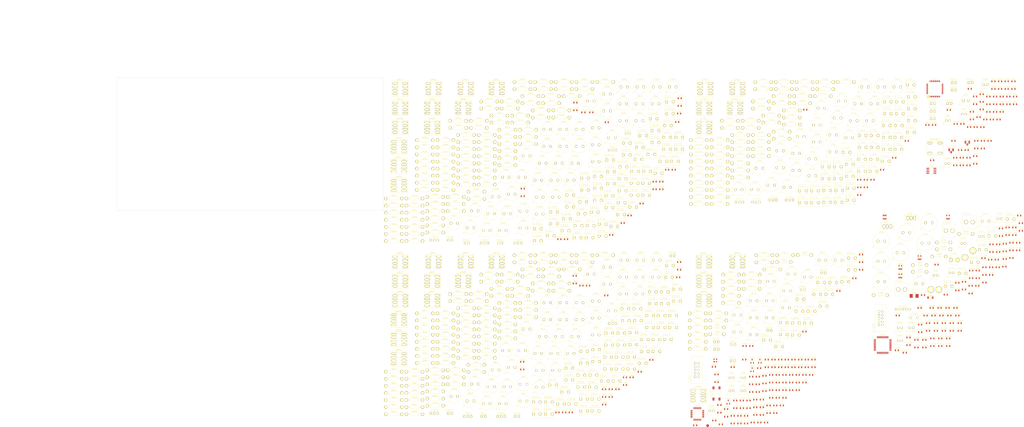
<source format=kicad_pcb>
(kicad_pcb (version 4) (host pcbnew "(after 2015-may-25 BZR unknown)-product")
  (layers (0 F.Cu signal) (1 In1.Cu signal) (2 In2.Cu signal) (31 B.Cu signal) (34 B.Paste user) (35 F.Paste user) (36 B.SilkS user) (37 F.SilkS user) (38 B.Mask user) (39 F.Mask user) (44 Edge.Cuts user))
  (net 0 "")
  (net 1 /ADAU1701/DVDD)
  (net 2 GNDD)
  (net 3 /ADAU1701/FILTA)
  (net 4 /ADAU1701/FILTD)
  (net 5 /ADAU1701/CM)
  (net 6 "Net-(C205-Pad1)")
  (net 7 "Net-(C207-Pad1)")
  (net 8 "Net-(C220-Pad1)")
  (net 9 "/AD1937 CODEC/CODEC_RST")
  (net 10 /ADAU1701/IOVDD)
  (net 11 "Net-(C223-Pad1)")
  (net 12 "Net-(C224-Pad1)")
  (net 13 "Net-(C224-Pad2)")
  (net 14 /ADAU1701/PVDD)
  (net 15 "Net-(C233-Pad1)")
  (net 16 /ADAU1701/AVDD)
  (net 17 VPP)
  (net 18 "Net-(C301-Pad1)")
  (net 19 "Net-(C303-Pad1)")
  (net 20 "Net-(C304-Pad1)")
  (net 21 VCC)
  (net 22 "Net-(C403-Pad2)")
  (net 23 "Net-(C404-Pad1)")
  (net 24 "Net-(C405-Pad1)")
  (net 25 "Net-(C406-Pad2)")
  (net 26 "Net-(C409-Pad1)")
  (net 27 "Net-(C410-Pad1)")
  (net 28 "Net-(C411-Pad2)")
  (net 29 "Net-(C414-Pad1)")
  (net 30 "Net-(C414-Pad2)")
  (net 31 "Net-(C418-Pad1)")
  (net 32 -12VA)
  (net 33 +12VA)
  (net 34 "Net-(C427-Pad1)")
  (net 35 "Net-(C433-Pad1)")
  (net 36 "Net-(C434-Pad1)")
  (net 37 "Net-(C435-Pad1)")
  (net 38 "Net-(C436-Pad1)")
  (net 39 VAA)
  (net 40 VDD)
  (net 41 VMEM)
  (net 42 "/AD1937 CODEC/CDVDD")
  (net 43 "Net-(C508-Pad1)")
  (net 44 "Net-(C509-Pad1)")
  (net 45 "Net-(C509-Pad2)")
  (net 46 "/AD1937 CODEC/CAVDD")
  (net 47 "Net-(C518-Pad1)")
  (net 48 "Net-(C518-Pad2)")
  (net 49 "Net-(C520-Pad1)")
  (net 50 "Net-(C520-Pad2)")
  (net 51 "/AD1937 CODEC/CODEC_FILTR")
  (net 52 "/AD1937 CODEC/AD1937_CM")
  (net 53 "Net-(C601-Pad1)")
  (net 54 "Net-(C601-Pad2)")
  (net 55 "Net-(C603-Pad1)")
  (net 56 "Net-(C603-Pad2)")
  (net 57 "Net-(C604-Pad1)")
  (net 58 "Net-(C604-Pad2)")
  (net 59 "Net-(C605-Pad1)")
  (net 60 "Net-(C605-Pad2)")
  (net 61 "Net-(C606-Pad1)")
  (net 62 "Net-(C606-Pad2)")
  (net 63 "Net-(C607-Pad2)")
  (net 64 "Net-(C608-Pad2)")
  (net 65 "Net-(C609-Pad2)")
  (net 66 "Net-(C610-Pad2)")
  (net 67 "Net-(C611-Pad1)")
  (net 68 "Net-(C611-Pad2)")
  (net 69 "Net-(C613-Pad1)")
  (net 70 "Net-(C613-Pad2)")
  (net 71 "Net-(C615-Pad1)")
  (net 72 "Net-(C615-Pad2)")
  (net 73 "Net-(C617-Pad1)")
  (net 74 "Net-(C617-Pad2)")
  (net 75 "Net-(C619-Pad1)")
  (net 76 "Net-(C619-Pad2)")
  (net 77 "Net-(C621-Pad1)")
  (net 78 "Net-(C622-Pad1)")
  (net 79 "Net-(C623-Pad1)")
  (net 80 "Net-(C624-Pad1)")
  (net 81 "Net-(C701-Pad2)")
  (net 82 "Net-(C702-Pad2)")
  (net 83 "Net-(C703-Pad1)")
  (net 84 "Net-(C705-Pad1)")
  (net 85 "Net-(C707-Pad2)")
  (net 86 "Net-(C708-Pad2)")
  (net 87 "Net-(C709-Pad1)")
  (net 88 "Net-(C711-Pad1)")
  (net 89 "Net-(C713-Pad1)")
  (net 90 "Net-(C715-Pad1)")
  (net 91 "Net-(C716-Pad1)")
  (net 92 "Net-(C717-Pad1)")
  (net 93 "Net-(C718-Pad1)")
  (net 94 "Net-(C723-Pad1)")
  (net 95 "Net-(C723-Pad2)")
  (net 96 "Net-(C724-Pad1)")
  (net 97 "Net-(C724-Pad2)")
  (net 98 "Net-(C725-Pad1)")
  (net 99 "Net-(C725-Pad2)")
  (net 100 "Net-(C726-Pad1)")
  (net 101 "Net-(C726-Pad2)")
  (net 102 /AD1937_AnaIn/AD1937_ANAIN_1N)
  (net 103 /AD1937_AnaIn/AD1937_ANAIN_3N)
  (net 104 /AD1937_AnaIn/AD1937_ANAIN_1P)
  (net 105 /AD1937_AnaIn/AD1937_ANAIN_3P)
  (net 106 "Net-(C735-Pad2)")
  (net 107 "Net-(C736-Pad2)")
  (net 108 "Net-(C737-Pad1)")
  (net 109 "Net-(C739-Pad1)")
  (net 110 "Net-(C741-Pad2)")
  (net 111 "Net-(C742-Pad2)")
  (net 112 "Net-(C743-Pad1)")
  (net 113 "Net-(C745-Pad1)")
  (net 114 "Net-(C747-Pad1)")
  (net 115 "Net-(C748-Pad1)")
  (net 116 "Net-(C749-Pad1)")
  (net 117 "Net-(C750-Pad1)")
  (net 118 "Net-(C755-Pad1)")
  (net 119 "Net-(C755-Pad2)")
  (net 120 "Net-(C756-Pad1)")
  (net 121 "Net-(C756-Pad2)")
  (net 122 "Net-(C757-Pad1)")
  (net 123 "Net-(C757-Pad2)")
  (net 124 "Net-(C758-Pad1)")
  (net 125 "Net-(C758-Pad2)")
  (net 126 /AD1937_AnaIn/AD1937_ANAIN_2N)
  (net 127 /AD1937_AnaIn/AD1937_ANAIN_4N)
  (net 128 /AD1937_AnaIn/AD1937_ANAIN_2P)
  (net 129 /AD1937_AnaIn/AD1937_ANAIN_4P)
  (net 130 "Net-(C801-Pad1)")
  (net 131 "/AD1937 CODEC/DAC_OUT1_LP")
  (net 132 "Net-(C803-Pad1)")
  (net 133 "/AD1937 CODEC/DAC_OUT1_LN")
  (net 134 "Net-(C805-Pad1)")
  (net 135 "/AD1937 CODEC/DAC_OUT2_LP")
  (net 136 "Net-(C807-Pad1)")
  (net 137 "/AD1937 CODEC/DAC_OUT2_LN")
  (net 138 "Net-(C817-Pad1)")
  (net 139 "Net-(C817-Pad2)")
  (net 140 "Net-(C819-Pad1)")
  (net 141 "Net-(C819-Pad2)")
  (net 142 "Net-(C822-Pad1)")
  (net 143 "Net-(C822-Pad2)")
  (net 144 "Net-(C824-Pad1)")
  (net 145 "Net-(C824-Pad2)")
  (net 146 "Net-(C827-Pad2)")
  (net 147 "Net-(C828-Pad2)")
  (net 148 "Net-(C831-Pad2)")
  (net 149 "Net-(C832-Pad2)")
  (net 150 "Net-(C845-Pad1)")
  (net 151 "Net-(C845-Pad2)")
  (net 152 "Net-(C846-Pad1)")
  (net 153 "Net-(C846-Pad2)")
  (net 154 "Net-(C847-Pad1)")
  (net 155 "Net-(C847-Pad2)")
  (net 156 "Net-(C848-Pad1)")
  (net 157 "Net-(C848-Pad2)")
  (net 158 "Net-(C849-Pad1)")
  (net 159 "Net-(C849-Pad2)")
  (net 160 "Net-(C850-Pad1)")
  (net 161 "Net-(C850-Pad2)")
  (net 162 "Net-(C851-Pad1)")
  (net 163 "Net-(C851-Pad2)")
  (net 164 "Net-(C852-Pad1)")
  (net 165 "Net-(C852-Pad2)")
  (net 166 "Net-(C853-Pad1)")
  (net 167 "Net-(C853-Pad2)")
  (net 168 "Net-(C855-Pad1)")
  (net 169 "Net-(C855-Pad2)")
  (net 170 "Net-(C857-Pad1)")
  (net 171 "Net-(C857-Pad2)")
  (net 172 "Net-(C859-Pad1)")
  (net 173 "Net-(C859-Pad2)")
  (net 174 "Net-(C861-Pad1)")
  (net 175 "Net-(C861-Pad2)")
  (net 176 "Net-(C863-Pad1)")
  (net 177 "Net-(C863-Pad2)")
  (net 178 "Net-(C867-Pad1)")
  (net 179 "/AD1937 CODEC/DAC_OUT1_RP")
  (net 180 "Net-(C869-Pad1)")
  (net 181 "/AD1937 CODEC/DAC_OUT1_RN")
  (net 182 "Net-(C872-Pad1)")
  (net 183 "/AD1937 CODEC/DAC_OUT2_RP")
  (net 184 "Net-(C874-Pad1)")
  (net 185 "/AD1937 CODEC/DAC_OUT2_RN")
  (net 186 "Net-(C889-Pad1)")
  (net 187 "Net-(C889-Pad2)")
  (net 188 "Net-(C891-Pad1)")
  (net 189 "Net-(C891-Pad2)")
  (net 190 "Net-(C893-Pad1)")
  (net 191 "Net-(C893-Pad2)")
  (net 192 "Net-(C895-Pad1)")
  (net 193 "Net-(C895-Pad2)")
  (net 194 "Net-(C897-Pad2)")
  (net 195 "Net-(C898-Pad2)")
  (net 196 "Net-(C899-Pad2)")
  (net 197 "Net-(C900-Pad2)")
  (net 198 "Net-(C909-Pad1)")
  (net 199 "Net-(C909-Pad2)")
  (net 200 "Net-(C910-Pad1)")
  (net 201 "Net-(C910-Pad2)")
  (net 202 "Net-(C911-Pad1)")
  (net 203 "Net-(C911-Pad2)")
  (net 204 "Net-(C912-Pad1)")
  (net 205 "Net-(C912-Pad2)")
  (net 206 "Net-(C913-Pad1)")
  (net 207 "Net-(C913-Pad2)")
  (net 208 "Net-(C914-Pad1)")
  (net 209 "Net-(C914-Pad2)")
  (net 210 "Net-(C915-Pad1)")
  (net 211 "Net-(C915-Pad2)")
  (net 212 "Net-(C916-Pad1)")
  (net 213 "Net-(C916-Pad2)")
  (net 214 "Net-(C917-Pad1)")
  (net 215 "Net-(C917-Pad2)")
  (net 216 "Net-(C919-Pad1)")
  (net 217 "Net-(C919-Pad2)")
  (net 218 "Net-(C921-Pad1)")
  (net 219 "Net-(C921-Pad2)")
  (net 220 "Net-(C923-Pad1)")
  (net 221 "Net-(C923-Pad2)")
  (net 222 "Net-(C925-Pad1)")
  (net 223 "Net-(C925-Pad2)")
  (net 224 "Net-(C927-Pad1)")
  (net 225 "Net-(C927-Pad2)")
  (net 226 "Net-(C929-Pad1)")
  (net 227 "/AD1937 CODEC/DAC_OUT3_LP")
  (net 228 "Net-(C931-Pad1)")
  (net 229 "/AD1937 CODEC/DAC_OUT3_LN")
  (net 230 "Net-(C933-Pad1)")
  (net 231 "/AD1937 CODEC/DAC_OUT4_LP")
  (net 232 "Net-(C935-Pad1)")
  (net 233 "/AD1937 CODEC/DAC_OUT4_LN")
  (net 234 "Net-(C945-Pad1)")
  (net 235 "Net-(C945-Pad2)")
  (net 236 "Net-(C947-Pad1)")
  (net 237 "Net-(C947-Pad2)")
  (net 238 "Net-(C950-Pad1)")
  (net 239 "Net-(C950-Pad2)")
  (net 240 "Net-(C952-Pad1)")
  (net 241 "Net-(C952-Pad2)")
  (net 242 "Net-(C955-Pad2)")
  (net 243 "Net-(C956-Pad2)")
  (net 244 "Net-(C959-Pad2)")
  (net 245 "Net-(C960-Pad2)")
  (net 246 "Net-(C973-Pad1)")
  (net 247 "Net-(C973-Pad2)")
  (net 248 "Net-(C974-Pad1)")
  (net 249 "Net-(C974-Pad2)")
  (net 250 "Net-(C975-Pad1)")
  (net 251 "Net-(C975-Pad2)")
  (net 252 "Net-(C976-Pad1)")
  (net 253 "Net-(C976-Pad2)")
  (net 254 "Net-(C977-Pad1)")
  (net 255 "Net-(C977-Pad2)")
  (net 256 "Net-(C978-Pad1)")
  (net 257 "Net-(C978-Pad2)")
  (net 258 "Net-(C979-Pad1)")
  (net 259 "Net-(C979-Pad2)")
  (net 260 "Net-(C980-Pad1)")
  (net 261 "Net-(C980-Pad2)")
  (net 262 "Net-(C981-Pad1)")
  (net 263 "Net-(C981-Pad2)")
  (net 264 "Net-(C983-Pad1)")
  (net 265 "Net-(C983-Pad2)")
  (net 266 "Net-(C985-Pad1)")
  (net 267 "Net-(C985-Pad2)")
  (net 268 "Net-(C987-Pad1)")
  (net 269 "Net-(C987-Pad2)")
  (net 270 "Net-(C989-Pad1)")
  (net 271 "Net-(C989-Pad2)")
  (net 272 "Net-(C991-Pad1)")
  (net 273 "Net-(C991-Pad2)")
  (net 274 "Net-(C995-Pad1)")
  (net 275 "/AD1937 CODEC/DAC_OUT3_RP")
  (net 276 "Net-(C997-Pad1)")
  (net 277 "/AD1937 CODEC/DAC_OUT3_RN")
  (net 278 "Net-(C1000-Pad1)")
  (net 279 "/AD1937 CODEC/DAC_OUT4_RP")
  (net 280 "Net-(C1002-Pad1)")
  (net 281 "/AD1937 CODEC/DAC_OUT4_RN")
  (net 282 "Net-(C1017-Pad1)")
  (net 283 "Net-(C1017-Pad2)")
  (net 284 "Net-(C1019-Pad1)")
  (net 285 "Net-(C1019-Pad2)")
  (net 286 "Net-(C1021-Pad1)")
  (net 287 "Net-(C1021-Pad2)")
  (net 288 "Net-(C1023-Pad1)")
  (net 289 "Net-(C1023-Pad2)")
  (net 290 "Net-(C1025-Pad2)")
  (net 291 "Net-(C1026-Pad2)")
  (net 292 "Net-(C1027-Pad2)")
  (net 293 "Net-(C1028-Pad2)")
  (net 294 "Net-(C1037-Pad1)")
  (net 295 "Net-(C1037-Pad2)")
  (net 296 "Net-(C1038-Pad1)")
  (net 297 "Net-(C1038-Pad2)")
  (net 298 "Net-(C1039-Pad1)")
  (net 299 "Net-(C1039-Pad2)")
  (net 300 "Net-(C1040-Pad1)")
  (net 301 "Net-(C1040-Pad2)")
  (net 302 "Net-(C1041-Pad1)")
  (net 303 "Net-(C1041-Pad2)")
  (net 304 "Net-(C1042-Pad1)")
  (net 305 "Net-(C1042-Pad2)")
  (net 306 "Net-(C1043-Pad1)")
  (net 307 "Net-(C1043-Pad2)")
  (net 308 "Net-(C1044-Pad1)")
  (net 309 "Net-(C1044-Pad2)")
  (net 310 "Net-(C1045-Pad1)")
  (net 311 "Net-(C1045-Pad2)")
  (net 312 "Net-(C1047-Pad1)")
  (net 313 "Net-(C1047-Pad2)")
  (net 314 "Net-(C1049-Pad1)")
  (net 315 "Net-(C1049-Pad2)")
  (net 316 "Net-(C1051-Pad1)")
  (net 317 "Net-(C1051-Pad2)")
  (net 318 "Net-(C1053-Pad1)")
  (net 319 "Net-(C1053-Pad2)")
  (net 320 "Net-(C1055-Pad1)")
  (net 321 "Net-(C1055-Pad2)")
  (net 322 /ATmega32U4/MEGA_VCC)
  (net 323 /ATmega32U4/MEGA_AVCC)
  (net 324 "Net-(C1065-Pad1)")
  (net 325 /ATmega32U4/XTAL2)
  (net 326 /ATmega32U4/XTAL1)
  (net 327 "Net-(C1076-Pad1)")
  (net 328 /ATmega32U4/USB_VBUS)
  (net 329 "Net-(CN301-Pad1)")
  (net 330 /ClockFanout/MCLKC4)
  (net 331 "Net-(D401-Pad1)")
  (net 332 "Net-(D402-Pad2)")
  (net 333 "Net-(D403-Pad1)")
  (net 334 "Net-(D403-Pad2)")
  (net 335 "Net-(D409-Pad1)")
  (net 336 /ADAU1701/SELFBOOT_EN)
  (net 337 "/AD1937 CODEC/I2C_SCL")
  (net 338 "Net-(P202-Pad2)")
  (net 339 "/AD1937 CODEC/I2C_SDA")
  (net 340 "Net-(P202-Pad4)")
  (net 341 "Net-(P202-Pad5)")
  (net 342 "Net-(P202-Pad6)")
  (net 343 "Net-(P202-Pad7)")
  (net 344 "Net-(P202-Pad8)")
  (net 345 "Net-(P202-Pad9)")
  (net 346 "/AD1937 CODEC/SELFBOOT")
  (net 347 "/AD1937 CODEC/ADDR0")
  (net 348 "/AD1937 CODEC/ADDR1")
  (net 349 "/AD1937 CODEC/CODEC_SDA")
  (net 350 "/AD1937 CODEC/CODEC_SCL")
  (net 351 "Net-(P601-Pad1)")
  (net 352 "Net-(P602-Pad1)")
  (net 353 "Net-(P701-Pad1)")
  (net 354 "Net-(P701-Pad2)")
  (net 355 "Net-(P702-Pad1)")
  (net 356 "Net-(P702-Pad2)")
  (net 357 "Net-(P703-Pad1)")
  (net 358 "Net-(P703-Pad2)")
  (net 359 "Net-(P704-Pad1)")
  (net 360 "Net-(P704-Pad2)")
  (net 361 /ATmega32U4/TCK)
  (net 362 /ATmega32U4/TDO)
  (net 363 /ATmega32U4/TMS)
  (net 364 "Net-(P1001-Pad6)")
  (net 365 "Net-(P1001-Pad7)")
  (net 366 /ATmega32U4/MEGA_RESET)
  (net 367 /ATmega32U4/TDI)
  (net 368 "Net-(P1002-Pad4)")
  (net 369 /ATmega32U4/USB_DP)
  (net 370 /ATmega32U4/USB_DN)
  (net 371 "Net-(R202-Pad1)")
  (net 372 "Net-(R206-Pad1)")
  (net 373 "Net-(R207-Pad1)")
  (net 374 "Net-(R207-Pad2)")
  (net 375 "Net-(R208-Pad2)")
  (net 376 "Net-(R209-Pad2)")
  (net 377 /ADAU1701/ADIRST)
  (net 378 /ADAU1701/RST_IN2)
  (net 379 "Net-(R212-Pad2)")
  (net 380 "Net-(R213-Pad2)")
  (net 381 "/AD1937 CODEC/CODECDAC_LRCLK")
  (net 382 "Net-(R214-Pad2)")
  (net 383 "/AD1937 CODEC/CODECDAC_BCLK")
  (net 384 "Net-(R215-Pad2)")
  (net 385 "/AD1937 CODEC/CODECDAC_SDATA0")
  (net 386 "Net-(R216-Pad2)")
  (net 387 "/AD1937 CODEC/CODECDAC_SDATA1")
  (net 388 "Net-(R217-Pad2)")
  (net 389 "/AD1937 CODEC/CODECDAC_SDATA2")
  (net 390 "Net-(R218-Pad2)")
  (net 391 "/AD1937 CODEC/CODECDAC_SDATA3")
  (net 392 "Net-(R219-Pad2)")
  (net 393 "Net-(R220-Pad2)")
  (net 394 "Net-(R221-Pad2)")
  (net 395 "Net-(R224-Pad2)")
  (net 396 /ADAU1701/ADDR0)
  (net 397 "Net-(R227-Pad2)")
  (net 398 "Net-(R228-Pad2)")
  (net 399 /ADAU1701/ADDR1)
  (net 400 "Net-(R232-Pad1)")
  (net 401 /ADAU1701/SELFBOOT_WP)
  (net 402 "Net-(R233-Pad2)")
  (net 403 /ADAU1701/PLL0)
  (net 404 /ADAU1701/PLL1)
  (net 405 /ClockFanout/CLK)
  (net 406 "Net-(R304-Pad1)")
  (net 407 "Net-(R305-Pad2)")
  (net 408 "/AD1937 CODEC/CODEC_MCLK")
  (net 409 /ClockFanout/MCLKB1)
  (net 410 /ADAU1701/MCLK)
  (net 411 /ClockFanout/MCLKB2)
  (net 412 /ClockFanout/MCLK_OUT3)
  (net 413 /ClockFanout/MCLKB3)
  (net 414 /ClockFanout/MCLKB4)
  (net 415 "Net-(R401-Pad1)")
  (net 416 "Net-(R407-Pad2)")
  (net 417 "Net-(R408-Pad2)")
  (net 418 "Net-(R501-Pad2)")
  (net 419 "Net-(R502-Pad2)")
  (net 420 "Net-(R503-Pad2)")
  (net 421 "Net-(R505-Pad2)")
  (net 422 /ADAU1701/ADCIN_SDATA1)
  (net 423 "Net-(R506-Pad2)")
  (net 424 /ADAU1701/ADCIN_SDATA0)
  (net 425 "Net-(R507-Pad2)")
  (net 426 /ADAU1701/ADCIN_BCLK0)
  (net 427 "Net-(R508-Pad2)")
  (net 428 /ADAU1701/ADCIN_LRCLK0)
  (net 429 "Net-(R509-Pad2)")
  (net 430 "Net-(R510-Pad2)")
  (net 431 "Net-(R511-Pad2)")
  (net 432 /Connectors/ANA_OUT1)
  (net 433 /Connectors/ANA_OUT2)
  (net 434 /Connectors/ANA_OUT3)
  (net 435 /Connectors/ANA_OUT4)
  (net 436 /ADAU1701/ADC_IN0)
  (net 437 /ADAU1701/ADC_IN1)
  (net 438 "Net-(R710-Pad2)")
  (net 439 "Net-(R711-Pad2)")
  (net 440 /AD1937_AnaIn/ANA_CM)
  (net 441 "Net-(R726-Pad1)")
  (net 442 "Net-(R739-Pad2)")
  (net 443 "Net-(R740-Pad2)")
  (net 444 "Net-(R809-Pad2)")
  (net 445 "Net-(R810-Pad2)")
  (net 446 "Net-(R811-Pad2)")
  (net 447 "Net-(R812-Pad2)")
  (net 448 "Net-(R823-Pad1)")
  (net 449 "Net-(R828-Pad1)")
  (net 450 "Net-(R857-Pad2)")
  (net 451 "Net-(R858-Pad2)")
  (net 452 "Net-(R859-Pad2)")
  (net 453 "Net-(R860-Pad2)")
  (net 454 "Net-(R871-Pad1)")
  (net 455 "Net-(R876-Pad1)")
  (net 456 "Net-(R909-Pad2)")
  (net 457 "Net-(R910-Pad2)")
  (net 458 "Net-(R911-Pad2)")
  (net 459 "Net-(R912-Pad2)")
  (net 460 "Net-(R923-Pad1)")
  (net 461 "Net-(R928-Pad1)")
  (net 462 "Net-(R957-Pad2)")
  (net 463 "Net-(R958-Pad2)")
  (net 464 "Net-(R959-Pad2)")
  (net 465 "Net-(R960-Pad2)")
  (net 466 "Net-(R971-Pad1)")
  (net 467 "Net-(R976-Pad1)")
  (net 468 "Net-(R1001-Pad1)")
  (net 469 "Net-(R1002-Pad1)")
  (net 470 "Net-(R1003-Pad1)")
  (net 471 "Net-(R1004-Pad1)")
  (net 472 "Net-(R1005-Pad2)")
  (net 473 "Net-(R1006-Pad2)")
  (net 474 /ATmega32U4/I2C_SCL)
  (net 475 "Net-(R1007-Pad2)")
  (net 476 /ATmega32U4/I2C_SDA)
  (net 477 "Net-(R1008-Pad2)")
  (net 478 /ATmega32U4/SELFBOOT_EN)
  (net 479 "Net-(R1009-Pad2)")
  (net 480 /ATmega32U4/SELFBOOT_WP)
  (net 481 "Net-(R1010-Pad2)")
  (net 482 "Net-(TP201-Pad1)")
  (net 483 /ADAU1701/ADCIN_SDATA3)
  (net 484 /ADAU1701/ADCIN_SDATA2)
  (net 485 "Net-(U404-Pad4)")
  (net 486 "Net-(U405-Pad4)")
  (net 487 "Net-(U406-Pad4)")
  (net 488 "Net-(U407-Pad4)")
  (net 489 "Net-(U501-Pad3)")
  (net 490 "Net-(U501-Pad49)")
  (net 491 "Net-(U501-Pad50)")
  (net 492 "Net-(U501-Pad63)")
  (net 493 "Net-(U501-Pad64)")
  (net 494 "Net-(U1001-Pad1)")
  (net 495 "Net-(U1001-Pad2)")
  (net 496 "Net-(U1001-Pad4)")
  (net 497 "Net-(U1001-Pad8)")
  (net 498 "Net-(U1001-Pad9)")
  (net 499 "Net-(U1001-Pad10)")
  (net 500 "Net-(U1001-Pad11)")
  (net 501 "Net-(U1001-Pad20)")
  (net 502 "Net-(U1001-Pad21)")
  (net 503 "Net-(U1001-Pad22)")
  (net 504 "Net-(U1001-Pad25)")
  (net 505 "Net-(U1001-Pad28)")
  (net 506 "Net-(U1001-Pad29)")
  (net 507 "Net-(U1001-Pad30)")
  (net 508 "Net-(U1001-Pad31)")
  (net 509 "Net-(U1001-Pad32)")
  (net 510 "Net-(U1001-Pad33)")
  (net 511 "Net-(U1001-Pad40)")
  (net 512 "Net-(U1001-Pad41)")
  (net 513 "Net-(U1001-Pad12)")
  (module OHDSP-Footprints-Pretty:CAP-TH-D6.3mmP2.5mm (layer F.Cu) (at 566.265002 300.761999)
    (fp_text reference C201 (at -0.127 -3.937) (layer F.SilkS))
    (fp_text value 220u hide)
    (pad 1 thru_hole circle (at -1.25 0) (size 1.7 1.7) (drill 0.8) (layers *.Cu *.Mask F.SilkS) (net 1 /ADAU1701/DVDD))
    (pad 2 thru_hole circle (at 1.25 0) (size 1.7 1.7) (drill 0.8) (layers *.Cu *.Mask F.SilkS) (net 2 GNDD))
  )
  (module OHDSP-Footprints-Pretty:CAP-TH-D6.3mmP2.5mm (layer F.Cu) (at 574.965002 300.761999)
    (fp_text reference C202 (at -0.127 -3.937) (layer F.SilkS))
    (fp_text value 220u hide)
    (pad 1 thru_hole circle (at -1.25 0) (size 1.7 1.7) (drill 0.8) (layers *.Cu *.Mask F.SilkS) (net 3 /ADAU1701/FILTA))
    (pad 2 thru_hole circle (at 1.25 0) (size 1.7 1.7) (drill 0.8) (layers *.Cu *.Mask F.SilkS) (net 2 GNDD))
  )
  (module OHDSP-Footprints-Pretty:CAP-TH-D6.3mmP2.5mm (layer F.Cu) (at 566.265002 310.441999)
    (fp_text reference C203 (at -0.127 -3.937) (layer F.SilkS))
    (fp_text value 220u hide)
    (pad 1 thru_hole circle (at -1.25 0) (size 1.7 1.7) (drill 0.8) (layers *.Cu *.Mask F.SilkS) (net 4 /ADAU1701/FILTD))
    (pad 2 thru_hole circle (at 1.25 0) (size 1.7 1.7) (drill 0.8) (layers *.Cu *.Mask F.SilkS) (net 2 GNDD))
  )
  (module OHDSP-Footprints-Pretty:CAP-TH-D6.3mmP2.5mm (layer F.Cu) (at 574.965002 310.441999)
    (fp_text reference C204 (at -0.127 -3.937) (layer F.SilkS))
    (fp_text value 220u hide)
    (pad 1 thru_hole circle (at -1.25 0) (size 1.7 1.7) (drill 0.8) (layers *.Cu *.Mask F.SilkS) (net 5 /ADAU1701/CM))
    (pad 2 thru_hole circle (at 1.25 0) (size 1.7 1.7) (drill 0.8) (layers *.Cu *.Mask F.SilkS) (net 2 GNDD))
  )
  (module OHDSP-Footprints-Pretty:SMD-0805 (layer F.Cu) (at 600.939572 298.438999)
    (fp_text reference C205 (at 0.254 -1.524) (layer F.SilkS))
    (fp_text value 100p hide)
    (pad 1 smd rect (at -1.1 0) (size 0.9 1.3) (layers F.Cu F.Paste F.Mask) (net 6 "Net-(C205-Pad1)"))
    (pad 2 smd rect (at 1.1 0) (size 0.9 1.3) (layers F.Cu F.Paste F.Mask) (net 2 GNDD))
  )
  (module OHDSP-Footprints-Pretty:SMD-0805 (layer F.Cu) (at 607.699572 292.698999)
    (fp_text reference C206 (at 0.254 -1.524) (layer F.SilkS))
    (fp_text value 22u hide)
    (pad 1 smd rect (at -1.1 0) (size 0.9 1.3) (layers F.Cu F.Paste F.Mask) (net 1 /ADAU1701/DVDD))
    (pad 2 smd rect (at 1.1 0) (size 0.9 1.3) (layers F.Cu F.Paste F.Mask) (net 2 GNDD))
  )
  (module OHDSP-Footprints-Pretty:SMD-0805 (layer F.Cu) (at 595.939572 298.438999)
    (fp_text reference C207 (at 0.254 -1.524) (layer F.SilkS))
    (fp_text value 1u hide)
    (pad 1 smd rect (at -1.1 0) (size 0.9 1.3) (layers F.Cu F.Paste F.Mask) (net 7 "Net-(C207-Pad1)"))
    (pad 2 smd rect (at 1.1 0) (size 0.9 1.3) (layers F.Cu F.Paste F.Mask) (net 2 GNDD))
  )
  (module OHDSP-Footprints-Pretty:SMD-0805 (layer F.Cu) (at 580.939572 299.798999)
    (fp_text reference C208 (at 0.254 -1.524) (layer F.SilkS))
    (fp_text value 10u hide)
    (pad 1 smd rect (at -1.1 0) (size 0.9 1.3) (layers F.Cu F.Paste F.Mask) (net 3 /ADAU1701/FILTA))
    (pad 2 smd rect (at 1.1 0) (size 0.9 1.3) (layers F.Cu F.Paste F.Mask) (net 2 GNDD))
  )
  (module OHDSP-Footprints-Pretty:SMD-0805 (layer F.Cu) (at 557.109572 326.838999)
    (fp_text reference C209 (at 0.254 -1.524) (layer F.SilkS))
    (fp_text value 10u hide)
    (pad 1 smd rect (at -1.1 0) (size 0.9 1.3) (layers F.Cu F.Paste F.Mask) (net 4 /ADAU1701/FILTD))
    (pad 2 smd rect (at 1.1 0) (size 0.9 1.3) (layers F.Cu F.Paste F.Mask) (net 2 GNDD))
  )
  (module OHDSP-Footprints-Pretty:SMD-0805 (layer F.Cu) (at 562.109572 324.128999)
    (fp_text reference C210 (at 0.254 -1.524) (layer F.SilkS))
    (fp_text value 10u hide)
    (pad 1 smd rect (at -1.1 0) (size 0.9 1.3) (layers F.Cu F.Paste F.Mask) (net 5 /ADAU1701/CM))
    (pad 2 smd rect (at 1.1 0) (size 0.9 1.3) (layers F.Cu F.Paste F.Mask) (net 2 GNDD))
  )
  (module OHDSP-Footprints-Pretty:SMD-0805 (layer F.Cu) (at 580.939572 305.538999)
    (fp_text reference C211 (at 0.254 -1.524) (layer F.SilkS))
    (fp_text value 100n hide)
    (pad 1 smd rect (at -1.1 0) (size 0.9 1.3) (layers F.Cu F.Paste F.Mask) (net 7 "Net-(C207-Pad1)"))
    (pad 2 smd rect (at 1.1 0) (size 0.9 1.3) (layers F.Cu F.Paste F.Mask) (net 2 GNDD))
  )
  (module OHDSP-Footprints-Pretty:SMD-0805 (layer F.Cu) (at 580.939572 311.278999)
    (fp_text reference C212 (at 0.254 -1.524) (layer F.SilkS))
    (fp_text value 100n hide)
    (pad 1 smd rect (at -1.1 0) (size 0.9 1.3) (layers F.Cu F.Paste F.Mask) (net 1 /ADAU1701/DVDD))
    (pad 2 smd rect (at 1.1 0) (size 0.9 1.3) (layers F.Cu F.Paste F.Mask) (net 2 GNDD))
  )
  (module OHDSP-Footprints-Pretty:SMD-0805 (layer F.Cu) (at 585.939572 305.538999)
    (fp_text reference C213 (at 0.254 -1.524) (layer F.SilkS))
    (fp_text value 100n hide)
    (pad 1 smd rect (at -1.1 0) (size 0.9 1.3) (layers F.Cu F.Paste F.Mask) (net 3 /ADAU1701/FILTA))
    (pad 2 smd rect (at 1.1 0) (size 0.9 1.3) (layers F.Cu F.Paste F.Mask) (net 2 GNDD))
  )
  (module OHDSP-Footprints-Pretty:SMD-0805 (layer F.Cu) (at 562.109572 329.868999)
    (fp_text reference C214 (at 0.254 -1.524) (layer F.SilkS))
    (fp_text value 100n hide)
    (pad 1 smd rect (at -1.1 0) (size 0.9 1.3) (layers F.Cu F.Paste F.Mask) (net 4 /ADAU1701/FILTD))
    (pad 2 smd rect (at 1.1 0) (size 0.9 1.3) (layers F.Cu F.Paste F.Mask) (net 2 GNDD))
  )
  (module OHDSP-Footprints-Pretty:SMD-0805 (layer F.Cu) (at 610.939572 304.178999)
    (fp_text reference C215 (at 0.254 -1.524) (layer F.SilkS))
    (fp_text value 100n hide)
    (pad 1 smd rect (at -1.1 0) (size 0.9 1.3) (layers F.Cu F.Paste F.Mask) (net 5 /ADAU1701/CM))
    (pad 2 smd rect (at 1.1 0) (size 0.9 1.3) (layers F.Cu F.Paste F.Mask) (net 2 GNDD))
  )
  (module OHDSP-Footprints-Pretty:SMD-0805 (layer F.Cu) (at 553.249572 332.768999)
    (fp_text reference C216 (at 0.254 -1.524) (layer F.SilkS))
    (fp_text value 1u hide)
    (pad 1 smd rect (at -1.1 0) (size 0.9 1.3) (layers F.Cu F.Paste F.Mask) (net 1 /ADAU1701/DVDD))
    (pad 2 smd rect (at 1.1 0) (size 0.9 1.3) (layers F.Cu F.Paste F.Mask) (net 2 GNDD))
  )
  (module OHDSP-Footprints-Pretty:SMD-0805 (layer F.Cu) (at 575.689572 286.958999)
    (fp_text reference C217 (at 0.254 -1.524) (layer F.SilkS))
    (fp_text value 100n hide)
    (pad 1 smd rect (at -1.1 0) (size 0.9 1.3) (layers F.Cu F.Paste F.Mask) (net 1 /ADAU1701/DVDD))
    (pad 2 smd rect (at 1.1 0) (size 0.9 1.3) (layers F.Cu F.Paste F.Mask) (net 2 GNDD))
  )
  (module OHDSP-Footprints-Pretty:SMD-0805 (layer F.Cu) (at 585.939572 299.798999)
    (fp_text reference C218 (at 0.254 -1.524) (layer F.SilkS))
    (fp_text value 1u hide)
    (pad 1 smd rect (at -1.1 0) (size 0.9 1.3) (layers F.Cu F.Paste F.Mask) (net 1 /ADAU1701/DVDD))
    (pad 2 smd rect (at 1.1 0) (size 0.9 1.3) (layers F.Cu F.Paste F.Mask) (net 2 GNDD))
  )
  (module OHDSP-Footprints-Pretty:SMD-0805 (layer F.Cu) (at 592.699572 292.698999)
    (fp_text reference C219 (at 0.254 -1.524) (layer F.SilkS))
    (fp_text value 100n hide)
    (pad 1 smd rect (at -1.1 0) (size 0.9 1.3) (layers F.Cu F.Paste F.Mask) (net 1 /ADAU1701/DVDD))
    (pad 2 smd rect (at 1.1 0) (size 0.9 1.3) (layers F.Cu F.Paste F.Mask) (net 2 GNDD))
  )
  (module OHDSP-Footprints-Pretty:SMD-0805 (layer F.Cu) (at 597.699572 286.958999)
    (fp_text reference C220 (at 0.254 -1.524) (layer F.SilkS))
    (fp_text value 100n hide)
    (pad 1 smd rect (at -1.1 0) (size 0.9 1.3) (layers F.Cu F.Paste F.Mask) (net 8 "Net-(C220-Pad1)"))
    (pad 2 smd rect (at 1.1 0) (size 0.9 1.3) (layers F.Cu F.Paste F.Mask) (net 2 GNDD))
  )
  (module OHDSP-Footprints-Pretty:SMD-0805 (layer F.Cu) (at 568.989572 317.708999)
    (fp_text reference C221 (at 0.254 -1.524) (layer F.SilkS))
    (fp_text value 100n hide)
    (pad 1 smd rect (at -1.1 0) (size 0.9 1.3) (layers F.Cu F.Paste F.Mask) (net 9 "/AD1937 CODEC/CODEC_RST"))
    (pad 2 smd rect (at 1.1 0) (size 0.9 1.3) (layers F.Cu F.Paste F.Mask) (net 2 GNDD))
  )
  (module OHDSP-Footprints-Pretty:SMD-0805 (layer F.Cu) (at 557.109572 321.098999)
    (fp_text reference C222 (at 0.254 -1.524) (layer F.SilkS))
    (fp_text value 22u hide)
    (pad 1 smd rect (at -1.1 0) (size 0.9 1.3) (layers F.Cu F.Paste F.Mask) (net 10 /ADAU1701/IOVDD))
    (pad 2 smd rect (at 1.1 0) (size 0.9 1.3) (layers F.Cu F.Paste F.Mask) (net 2 GNDD))
  )
  (module OHDSP-Footprints-Pretty:SMD-0805 (layer F.Cu) (at 586.939572 293.378999)
    (fp_text reference C223 (at 0.254 -1.524) (layer F.SilkS))
    (fp_text value 100n hide)
    (pad 1 smd rect (at -1.1 0) (size 0.9 1.3) (layers F.Cu F.Paste F.Mask) (net 11 "Net-(C223-Pad1)"))
    (pad 2 smd rect (at 1.1 0) (size 0.9 1.3) (layers F.Cu F.Paste F.Mask) (net 2 GNDD))
  )
  (module OHDSP-Footprints-Pretty:SMD-0805 (layer F.Cu) (at 620.939572 298.438999)
    (fp_text reference C224 (at 0.254 -1.524) (layer F.SilkS))
    (fp_text value 56n hide)
    (pad 1 smd rect (at -1.1 0) (size 0.9 1.3) (layers F.Cu F.Paste F.Mask) (net 12 "Net-(C224-Pad1)"))
    (pad 2 smd rect (at 1.1 0) (size 0.9 1.3) (layers F.Cu F.Paste F.Mask) (net 13 "Net-(C224-Pad2)"))
  )
  (module OHDSP-Footprints-Pretty:SMD-0805 (layer F.Cu) (at 588.989572 328.498999)
    (fp_text reference C225 (at 0.254 -1.524) (layer F.SilkS))
    (fp_text value 3n3 hide)
    (pad 1 smd rect (at -1.1 0) (size 0.9 1.3) (layers F.Cu F.Paste F.Mask) (net 12 "Net-(C224-Pad1)"))
    (pad 2 smd rect (at 1.1 0) (size 0.9 1.3) (layers F.Cu F.Paste F.Mask) (net 14 /ADAU1701/PVDD))
  )
  (module OHDSP-Footprints-Pretty:SMD-0805 (layer F.Cu) (at 627.699572 286.958999)
    (fp_text reference C226 (at 0.254 -1.524) (layer F.SilkS))
    (fp_text value 22u hide)
    (pad 1 smd rect (at -1.1 0) (size 0.9 1.3) (layers F.Cu F.Paste F.Mask) (net 10 /ADAU1701/IOVDD))
    (pad 2 smd rect (at 1.1 0) (size 0.9 1.3) (layers F.Cu F.Paste F.Mask) (net 2 GNDD))
  )
  (module OHDSP-Footprints-Pretty:SMD-0805 (layer F.Cu) (at 622.699572 292.698999)
    (fp_text reference C227 (at 0.254 -1.524) (layer F.SilkS))
    (fp_text value 100n hide)
    (pad 1 smd rect (at -1.1 0) (size 0.9 1.3) (layers F.Cu F.Paste F.Mask) (net 10 /ADAU1701/IOVDD))
    (pad 2 smd rect (at 1.1 0) (size 0.9 1.3) (layers F.Cu F.Paste F.Mask) (net 2 GNDD))
  )
  (module OHDSP-Footprints-Pretty:SMD-0805 (layer F.Cu) (at 615.939572 298.438999)
    (fp_text reference C228 (at 0.254 -1.524) (layer F.SilkS))
    (fp_text value 1u hide)
    (pad 1 smd rect (at -1.1 0) (size 0.9 1.3) (layers F.Cu F.Paste F.Mask) (net 10 /ADAU1701/IOVDD))
    (pad 2 smd rect (at 1.1 0) (size 0.9 1.3) (layers F.Cu F.Paste F.Mask) (net 2 GNDD))
  )
  (module OHDSP-Footprints-Pretty:SMD-0805 (layer F.Cu) (at 568.989572 323.448999)
    (fp_text reference C229 (at 0.254 -1.524) (layer F.SilkS))
    (fp_text value 100n hide)
    (pad 1 smd rect (at -1.1 0) (size 0.9 1.3) (layers F.Cu F.Paste F.Mask) (net 10 /ADAU1701/IOVDD))
    (pad 2 smd rect (at 1.1 0) (size 0.9 1.3) (layers F.Cu F.Paste F.Mask) (net 2 GNDD))
  )
  (module OHDSP-Footprints-Pretty:SMD-0805 (layer F.Cu) (at 597.699572 292.698999)
    (fp_text reference C230 (at 0.254 -1.524) (layer F.SilkS))
    (fp_text value 22u hide)
    (pad 1 smd rect (at -1.1 0) (size 0.9 1.3) (layers F.Cu F.Paste F.Mask) (net 14 /ADAU1701/PVDD))
    (pad 2 smd rect (at 1.1 0) (size 0.9 1.3) (layers F.Cu F.Paste F.Mask) (net 2 GNDD))
  )
  (module OHDSP-Footprints-Pretty:SMD-0805 (layer F.Cu) (at 602.699572 286.958999)
    (fp_text reference C231 (at 0.254 -1.524) (layer F.SilkS))
    (fp_text value 22u hide)
    (pad 1 smd rect (at -1.1 0) (size 0.9 1.3) (layers F.Cu F.Paste F.Mask) (net 14 /ADAU1701/PVDD))
    (pad 2 smd rect (at 1.1 0) (size 0.9 1.3) (layers F.Cu F.Paste F.Mask) (net 2 GNDD))
  )
  (module OHDSP-Footprints-Pretty:SMD-0805 (layer F.Cu) (at 573.989572 317.708999)
    (fp_text reference C232 (at 0.254 -1.524) (layer F.SilkS))
    (fp_text value 100n hide)
    (pad 1 smd rect (at -1.1 0) (size 0.9 1.3) (layers F.Cu F.Paste F.Mask) (net 14 /ADAU1701/PVDD))
    (pad 2 smd rect (at 1.1 0) (size 0.9 1.3) (layers F.Cu F.Paste F.Mask) (net 2 GNDD))
  )
  (module OHDSP-Footprints-Pretty:SMD-0805 (layer F.Cu) (at 567.109572 329.188999)
    (fp_text reference C233 (at 0.254 -1.524) (layer F.SilkS))
    (fp_text value 100p hide)
    (pad 1 smd rect (at -1.1 0) (size 0.9 1.3) (layers F.Cu F.Paste F.Mask) (net 15 "Net-(C233-Pad1)"))
    (pad 2 smd rect (at 1.1 0) (size 0.9 1.3) (layers F.Cu F.Paste F.Mask) (net 2 GNDD))
  )
  (module OHDSP-Footprints-Pretty:CAP-TH-D6.3mmP2.5mm (layer F.Cu) (at 551.135002 325.501999)
    (fp_text reference C234 (at -0.127 -3.937) (layer F.SilkS))
    (fp_text value 220u hide)
    (pad 1 thru_hole circle (at -1.25 0) (size 1.7 1.7) (drill 0.8) (layers *.Cu *.Mask F.SilkS) (net 16 /ADAU1701/AVDD))
    (pad 2 thru_hole circle (at 1.25 0) (size 1.7 1.7) (drill 0.8) (layers *.Cu *.Mask F.SilkS) (net 2 GNDD))
  )
  (module OHDSP-Footprints-Pretty:SMD-0805 (layer F.Cu) (at 578.989572 317.708999)
    (fp_text reference C235 (at 0.254 -1.524) (layer F.SilkS))
    (fp_text value 22u hide)
    (pad 1 smd rect (at -1.1 0) (size 0.9 1.3) (layers F.Cu F.Paste F.Mask) (net 16 /ADAU1701/AVDD))
    (pad 2 smd rect (at 1.1 0) (size 0.9 1.3) (layers F.Cu F.Paste F.Mask) (net 2 GNDD))
  )
  (module OHDSP-Footprints-Pretty:SMD-0805 (layer F.Cu) (at 573.989572 323.448999)
    (fp_text reference C236 (at 0.254 -1.524) (layer F.SilkS))
    (fp_text value 22u hide)
    (pad 1 smd rect (at -1.1 0) (size 0.9 1.3) (layers F.Cu F.Paste F.Mask) (net 16 /ADAU1701/AVDD))
    (pad 2 smd rect (at 1.1 0) (size 0.9 1.3) (layers F.Cu F.Paste F.Mask) (net 2 GNDD))
  )
  (module OHDSP-Footprints-Pretty:SMD-0805 (layer F.Cu) (at 607.699572 286.958999)
    (fp_text reference C237 (at 0.254 -1.524) (layer F.SilkS))
    (fp_text value 100n hide)
    (pad 1 smd rect (at -1.1 0) (size 0.9 1.3) (layers F.Cu F.Paste F.Mask) (net 16 /ADAU1701/AVDD))
    (pad 2 smd rect (at 1.1 0) (size 0.9 1.3) (layers F.Cu F.Paste F.Mask) (net 2 GNDD))
  )
  (module OHDSP-Footprints-Pretty:SMD-0805 (layer F.Cu) (at 602.699572 292.698999)
    (fp_text reference C238 (at 0.254 -1.524) (layer F.SilkS))
    (fp_text value N/F hide)
    (pad 1 smd rect (at -1.1 0) (size 0.9 1.3) (layers F.Cu F.Paste F.Mask) (net 1 /ADAU1701/DVDD))
    (pad 2 smd rect (at 1.1 0) (size 0.9 1.3) (layers F.Cu F.Paste F.Mask) (net 2 GNDD))
  )
  (module OHDSP-Footprints-Pretty:SMD-0805 (layer F.Cu) (at 590.939572 299.118999)
    (fp_text reference C239 (at 0.254 -1.524) (layer F.SilkS))
    (fp_text value 1u hide)
    (pad 1 smd rect (at -1.1 0) (size 0.9 1.3) (layers F.Cu F.Paste F.Mask) (net 16 /ADAU1701/AVDD))
    (pad 2 smd rect (at 1.1 0) (size 0.9 1.3) (layers F.Cu F.Paste F.Mask) (net 2 GNDD))
  )
  (module OHDSP-Footprints-Pretty:SMD-0805 (layer F.Cu) (at 590.939572 304.858999)
    (fp_text reference C240 (at 0.254 -1.524) (layer F.SilkS))
    (fp_text value 100n hide)
    (pad 1 smd rect (at -1.1 0) (size 0.9 1.3) (layers F.Cu F.Paste F.Mask) (net 16 /ADAU1701/AVDD))
    (pad 2 smd rect (at 1.1 0) (size 0.9 1.3) (layers F.Cu F.Paste F.Mask) (net 2 GNDD))
  )
  (module OHDSP-Footprints-Pretty:SMD-0805 (layer F.Cu) (at 585.939572 311.278999)
    (fp_text reference C241 (at 0.254 -1.524) (layer F.SilkS))
    (fp_text value 1u hide)
    (pad 1 smd rect (at -1.1 0) (size 0.9 1.3) (layers F.Cu F.Paste F.Mask) (net 16 /ADAU1701/AVDD))
    (pad 2 smd rect (at 1.1 0) (size 0.9 1.3) (layers F.Cu F.Paste F.Mask) (net 2 GNDD))
  )
  (module OHDSP-Footprints-Pretty:SMD-0805 (layer F.Cu) (at 590.939572 310.598999)
    (fp_text reference C242 (at 0.254 -1.524) (layer F.SilkS))
    (fp_text value 100n hide)
    (pad 1 smd rect (at -1.1 0) (size 0.9 1.3) (layers F.Cu F.Paste F.Mask) (net 16 /ADAU1701/AVDD))
    (pad 2 smd rect (at 1.1 0) (size 0.9 1.3) (layers F.Cu F.Paste F.Mask) (net 2 GNDD))
  )
  (module OHDSP-Footprints-Pretty:SMD-0805 (layer F.Cu) (at 558.249572 335.608999)
    (fp_text reference C243 (at 0.254 -1.524) (layer F.SilkS))
    (fp_text value 100n hide)
    (pad 1 smd rect (at -1.1 0) (size 0.9 1.3) (layers F.Cu F.Paste F.Mask) (net 10 /ADAU1701/IOVDD))
    (pad 2 smd rect (at 1.1 0) (size 0.9 1.3) (layers F.Cu F.Paste F.Mask) (net 2 GNDD))
  )
  (module OHDSP-Footprints-Pretty:SMD-0805 (layer F.Cu) (at 567.109572 334.928999)
    (fp_text reference C244 (at 0.254 -1.524) (layer F.SilkS))
    (fp_text value 1u hide)
    (pad 1 smd rect (at -1.1 0) (size 0.9 1.3) (layers F.Cu F.Paste F.Mask) (net 10 /ADAU1701/IOVDD))
    (pad 2 smd rect (at 1.1 0) (size 0.9 1.3) (layers F.Cu F.Paste F.Mask) (net 2 GNDD))
  )
  (module OHDSP-Footprints-Pretty:SMD-0805 (layer F.Cu) (at 595.939572 304.178999)
    (fp_text reference C245 (at 0.254 -1.524) (layer F.SilkS))
    (fp_text value 100n hide)
    (pad 1 smd rect (at -1.1 0) (size 0.9 1.3) (layers F.Cu F.Paste F.Mask) (net 17 VPP))
    (pad 2 smd rect (at 1.1 0) (size 0.9 1.3) (layers F.Cu F.Paste F.Mask) (net 2 GNDD))
  )
  (module OHDSP-Footprints-Pretty:SMD-0805 (layer F.Cu) (at 734.019572 141.028999)
    (fp_text reference C301 (at 0.254 -1.524) (layer F.SilkS))
    (fp_text value 22u hide)
    (pad 1 smd rect (at -1.1 0) (size 0.9 1.3) (layers F.Cu F.Paste F.Mask) (net 18 "Net-(C301-Pad1)"))
    (pad 2 smd rect (at 1.1 0) (size 0.9 1.3) (layers F.Cu F.Paste F.Mask) (net 2 GNDD))
  )
  (module OHDSP-Footprints-Pretty:SMD-0805 (layer F.Cu) (at 737.669572 129.548999)
    (fp_text reference C302 (at 0.254 -1.524) (layer F.SilkS))
    (fp_text value 100n hide)
    (pad 1 smd rect (at -1.1 0) (size 0.9 1.3) (layers F.Cu F.Paste F.Mask) (net 18 "Net-(C301-Pad1)"))
    (pad 2 smd rect (at 1.1 0) (size 0.9 1.3) (layers F.Cu F.Paste F.Mask) (net 2 GNDD))
  )
  (module OHDSP-Footprints-Pretty:CAP-TH-D6.3mmP2.5mm (layer F.Cu) (at 728.045002 139.611999)
    (fp_text reference C303 (at -0.127 -3.937) (layer F.SilkS))
    (fp_text value 220u hide)
    (pad 1 thru_hole circle (at -1.25 0) (size 1.7 1.7) (drill 0.8) (layers *.Cu *.Mask F.SilkS) (net 19 "Net-(C303-Pad1)"))
    (pad 2 thru_hole circle (at 1.25 0) (size 1.7 1.7) (drill 0.8) (layers *.Cu *.Mask F.SilkS) (net 2 GNDD))
  )
  (module OHDSP-Footprints-Pretty:SMD-0805 (layer F.Cu) (at 734.019572 135.288999)
    (fp_text reference C304 (at 0.254 -1.524) (layer F.SilkS))
    (fp_text value 100n hide)
    (pad 1 smd rect (at -1.1 0) (size 0.9 1.3) (layers F.Cu F.Paste F.Mask) (net 20 "Net-(C304-Pad1)"))
    (pad 2 smd rect (at 1.1 0) (size 0.9 1.3) (layers F.Cu F.Paste F.Mask) (net 2 GNDD))
  )
  (module OHDSP-Footprints-Pretty:SMD-0805 (layer F.Cu) (at 749.819572 122.618999)
    (fp_text reference C305 (at 0.254 -1.524) (layer F.SilkS))
    (fp_text value 22u hide)
    (pad 1 smd rect (at -1.1 0) (size 0.9 1.3) (layers F.Cu F.Paste F.Mask) (net 19 "Net-(C303-Pad1)"))
    (pad 2 smd rect (at 1.1 0) (size 0.9 1.3) (layers F.Cu F.Paste F.Mask) (net 2 GNDD))
  )
  (module OHDSP-Footprints-Pretty:SMD-0805 (layer F.Cu) (at 742.669572 129.548999)
    (fp_text reference C306 (at 0.254 -1.524) (layer F.SilkS))
    (fp_text value 100n hide)
    (pad 1 smd rect (at -1.1 0) (size 0.9 1.3) (layers F.Cu F.Paste F.Mask) (net 19 "Net-(C303-Pad1)"))
    (pad 2 smd rect (at 1.1 0) (size 0.9 1.3) (layers F.Cu F.Paste F.Mask) (net 2 GNDD))
  )
  (module OHDSP-Footprints-Pretty:SMD-0805 (layer F.Cu) (at 776.269572 210.638999)
    (fp_text reference C401 (at 0.254 -1.524) (layer F.SilkS))
    (fp_text value 22u hide)
    (pad 1 smd rect (at -1.1 0) (size 0.9 1.3) (layers F.Cu F.Paste F.Mask) (net 2 GNDD))
    (pad 2 smd rect (at 1.1 0) (size 0.9 1.3) (layers F.Cu F.Paste F.Mask) (net 21 VCC))
  )
  (module OHDSP-Footprints-Pretty:SMD-0805 (layer F.Cu) (at 770.999572 217.108999)
    (fp_text reference C402 (at 0.254 -1.524) (layer F.SilkS))
    (fp_text value 100n hide)
    (pad 1 smd rect (at -1.1 0) (size 0.9 1.3) (layers F.Cu F.Paste F.Mask) (net 2 GNDD))
    (pad 2 smd rect (at 1.1 0) (size 0.9 1.3) (layers F.Cu F.Paste F.Mask) (net 21 VCC))
  )
  (module OHDSP-Footprints-Pretty:CAP-TH-D12.5mmP5mm (layer F.Cu) (at 714.335002 184.189999)
    (fp_text reference C403 (at -0.254 -6.985) (layer F.SilkS))
    (fp_text value 1000u hide)
    (pad 1 thru_hole circle (at -2.5 0) (size 2 2) (drill 1) (layers *.Cu *.Mask F.SilkS) (net 2 GNDD))
    (pad 2 thru_hole circle (at 2.5 0) (size 2 2) (drill 1) (layers *.Cu *.Mask F.SilkS) (net 22 "Net-(C403-Pad2)"))
  )
  (module OHDSP-Footprints-Pretty:CAP-TH-D12.5mmP5mm (layer F.Cu) (at 678.625002 213.169999)
    (fp_text reference C404 (at -0.254 -6.985) (layer F.SilkS))
    (fp_text value 1000u hide)
    (pad 1 thru_hole circle (at -2.5 0) (size 2 2) (drill 1) (layers *.Cu *.Mask F.SilkS) (net 23 "Net-(C404-Pad1)"))
    (pad 2 thru_hole circle (at 2.5 0) (size 2 2) (drill 1) (layers *.Cu *.Mask F.SilkS) (net 2 GNDD))
  )
  (module OHDSP-Footprints-Pretty:CAP-TH-D12.5mmP5mm (layer F.Cu) (at 693.025002 206.749999)
    (fp_text reference C405 (at -0.254 -6.985) (layer F.SilkS))
    (fp_text value 1000u hide)
    (pad 1 thru_hole circle (at -2.5 0) (size 2 2) (drill 1) (layers *.Cu *.Mask F.SilkS) (net 24 "Net-(C405-Pad1)"))
    (pad 2 thru_hole circle (at 2.5 0) (size 2 2) (drill 1) (layers *.Cu *.Mask F.SilkS) (net 2 GNDD))
  )
  (module OHDSP-Footprints-Pretty:CAP-TH-D12.5mmP5mm (layer F.Cu) (at 678.625002 197.939999)
    (fp_text reference C406 (at -0.254 -6.985) (layer F.SilkS))
    (fp_text value 1000u hide)
    (pad 1 thru_hole circle (at -2.5 0) (size 2 2) (drill 1) (layers *.Cu *.Mask F.SilkS) (net 2 GNDD))
    (pad 2 thru_hole circle (at 2.5 0) (size 2 2) (drill 1) (layers *.Cu *.Mask F.SilkS) (net 25 "Net-(C406-Pad2)"))
  )
  (module OHDSP-Footprints-Pretty:CAP_TH_5mm (layer F.Cu) (at 775.607857 181.354999)
    (fp_text reference C407 (at -1 -3.8) (layer F.SilkS) (effects (font (size 1.5 1.5))))
    (fp_text value 10n hide)
    (pad 1 thru_hole circle (at -2.5 0) (size 2.2 2.2) (drill 0.8) (layers *.Cu *.Mask F.SilkS) (net 2 GNDD))
    (pad 2 thru_hole circle (at 2.5 0) (size 2.2 2.2) (drill 0.8) (layers *.Cu *.Mask F.SilkS) (net 24 "Net-(C405-Pad1)"))
  )
  (module OHDSP-Footprints-Pretty:CAP_TH_5mm (layer F.Cu) (at 754.847857 204.474999)
    (fp_text reference C408 (at -1 -3.8) (layer F.SilkS) (effects (font (size 1.5 1.5))))
    (fp_text value 10n hide)
    (pad 1 thru_hole circle (at -2.5 0) (size 2.2 2.2) (drill 0.8) (layers *.Cu *.Mask F.SilkS) (net 2 GNDD))
    (pad 2 thru_hole circle (at 2.5 0) (size 2.2 2.2) (drill 0.8) (layers *.Cu *.Mask F.SilkS) (net 25 "Net-(C406-Pad2)"))
  )
  (module OHDSP-Footprints-Pretty:SMD-0805 (layer F.Cu) (at 773.389572 193.418999)
    (fp_text reference C409 (at 0.254 -1.524) (layer F.SilkS))
    (fp_text value 100p hide)
    (pad 1 smd rect (at -1.1 0) (size 0.9 1.3) (layers F.Cu F.Paste F.Mask) (net 26 "Net-(C409-Pad1)"))
    (pad 2 smd rect (at 1.1 0) (size 0.9 1.3) (layers F.Cu F.Paste F.Mask) (net 2 GNDD))
  )
  (module OHDSP-Footprints-Pretty:CAP-TH-D10mmP5mm (layer F.Cu) (at 707.175002 229.959999)
    (fp_text reference C410 (at 0 -5.715) (layer F.SilkS))
    (fp_text value 220u hide)
    (pad 1 thru_hole circle (at -2.5 0) (size 2 2) (drill 1) (layers *.Cu *.Mask F.SilkS) (net 27 "Net-(C410-Pad1)"))
    (pad 2 thru_hole circle (at 2.5 0) (size 2 2) (drill 1) (layers *.Cu *.Mask F.SilkS) (net 2 GNDD))
  )
  (module OHDSP-Footprints-Pretty:CAP-TH-D10mmP5mm (layer F.Cu) (at 756.865002 182.919999)
    (fp_text reference C411 (at 0 -5.715) (layer F.SilkS))
    (fp_text value 220u hide)
    (pad 1 thru_hole circle (at -2.5 0) (size 2 2) (drill 1) (layers *.Cu *.Mask F.SilkS) (net 2 GNDD))
    (pad 2 thru_hole circle (at 2.5 0) (size 2 2) (drill 1) (layers *.Cu *.Mask F.SilkS) (net 28 "Net-(C411-Pad2)"))
  )
  (module OHDSP-Footprints-Pretty:CAP-TH-D12.5mmP5mm (layer F.Cu) (at 711.745002 199.419999)
    (fp_text reference C412 (at -0.254 -6.985) (layer F.SilkS))
    (fp_text value 220u hide)
    (pad 1 thru_hole circle (at -2.5 0) (size 2 2) (drill 1) (layers *.Cu *.Mask F.SilkS) (net 21 VCC))
    (pad 2 thru_hole circle (at 2.5 0) (size 2 2) (drill 1) (layers *.Cu *.Mask F.SilkS) (net 2 GNDD))
  )
  (module OHDSP-Footprints-Pretty:CAP_TH_5mm (layer F.Cu) (at 729.217857 231.874999)
    (fp_text reference C413 (at -1 -3.8) (layer F.SilkS) (effects (font (size 1.5 1.5))))
    (fp_text value 10n hide)
    (pad 1 thru_hole circle (at -2.5 0) (size 2.2 2.2) (drill 0.8) (layers *.Cu *.Mask F.SilkS) (net 2 GNDD))
    (pad 2 thru_hole circle (at 2.5 0) (size 2.2 2.2) (drill 0.8) (layers *.Cu *.Mask F.SilkS) (net 27 "Net-(C410-Pad1)"))
  )
  (module OHDSP-Footprints-Pretty:SMD-0805 (layer F.Cu) (at 735.639572 229.248999)
    (fp_text reference C414 (at 0.254 -1.524) (layer F.SilkS))
    (fp_text value 10n hide)
    (pad 1 smd rect (at -1.1 0) (size 0.9 1.3) (layers F.Cu F.Paste F.Mask) (net 29 "Net-(C414-Pad1)"))
    (pad 2 smd rect (at 1.1 0) (size 0.9 1.3) (layers F.Cu F.Paste F.Mask) (net 30 "Net-(C414-Pad2)"))
  )
  (module OHDSP-Footprints-Pretty:CAP_TH_5mm (layer F.Cu) (at 761.967857 194.064999)
    (fp_text reference C415 (at -1 -3.8) (layer F.SilkS) (effects (font (size 1.5 1.5))))
    (fp_text value 10n hide)
    (pad 1 thru_hole circle (at -2.5 0) (size 2.2 2.2) (drill 0.8) (layers *.Cu *.Mask F.SilkS) (net 28 "Net-(C411-Pad2)"))
    (pad 2 thru_hole circle (at 2.5 0) (size 2.2 2.2) (drill 0.8) (layers *.Cu *.Mask F.SilkS) (net 2 GNDD))
  )
  (module OHDSP-Footprints-Pretty:SMD-0805 (layer F.Cu) (at 768.389572 194.148999)
    (fp_text reference C416 (at 0.254 -1.524) (layer F.SilkS))
    (fp_text value 22u hide)
    (pad 1 smd rect (at -1.1 0) (size 0.9 1.3) (layers F.Cu F.Paste F.Mask) (net 2 GNDD))
    (pad 2 smd rect (at 1.1 0) (size 0.9 1.3) (layers F.Cu F.Paste F.Mask) (net 21 VCC))
  )
  (module OHDSP-Footprints-Pretty:SMD-0805 (layer F.Cu) (at 726.999572 238.198999)
    (fp_text reference C417 (at 0.254 -1.524) (layer F.SilkS))
    (fp_text value 100n hide)
    (pad 1 smd rect (at -1.1 0) (size 0.9 1.3) (layers F.Cu F.Paste F.Mask) (net 2 GNDD))
    (pad 2 smd rect (at 1.1 0) (size 0.9 1.3) (layers F.Cu F.Paste F.Mask) (net 21 VCC))
  )
  (module OHDSP-Footprints-Pretty:SMD-0805 (layer F.Cu) (at 771.269572 211.368999)
    (fp_text reference C418 (at 0.254 -1.524) (layer F.SilkS))
    (fp_text value 22u hide)
    (pad 1 smd rect (at -1.1 0) (size 0.9 1.3) (layers F.Cu F.Paste F.Mask) (net 31 "Net-(C418-Pad1)"))
    (pad 2 smd rect (at 1.1 0) (size 0.9 1.3) (layers F.Cu F.Paste F.Mask) (net 2 GNDD))
  )
  (module OHDSP-Footprints-Pretty:CAP-TH-D12.5mmP5mm (layer F.Cu) (at 697.345002 191.519999)
    (fp_text reference C419 (at -0.254 -6.985) (layer F.SilkS))
    (fp_text value 220u hide)
    (pad 1 thru_hole circle (at -2.5 0) (size 2 2) (drill 1) (layers *.Cu *.Mask F.SilkS) (net 2 GNDD))
    (pad 2 thru_hole circle (at 2.5 0) (size 2 2) (drill 1) (layers *.Cu *.Mask F.SilkS) (net 32 -12VA))
  )
  (module OHDSP-Footprints-Pretty:CAP-TH-D12.5mmP5mm (layer F.Cu) (at 678.625002 228.399999)
    (fp_text reference C420 (at -0.254 -6.985) (layer F.SilkS))
    (fp_text value 220u hide)
    (pad 1 thru_hole circle (at -2.5 0) (size 2 2) (drill 1) (layers *.Cu *.Mask F.SilkS) (net 33 +12VA))
    (pad 2 thru_hole circle (at 2.5 0) (size 2 2) (drill 1) (layers *.Cu *.Mask F.SilkS) (net 2 GNDD))
  )
  (module OHDSP-Footprints-Pretty:CAP-TH-D6.3mmP2.5mm (layer F.Cu) (at 719.235002 223.761999)
    (fp_text reference C421 (at -0.127 -3.937) (layer F.SilkS))
    (fp_text value 220u hide)
    (pad 1 thru_hole circle (at -1.25 0) (size 1.7 1.7) (drill 0.8) (layers *.Cu *.Mask F.SilkS) (net 31 "Net-(C418-Pad1)"))
    (pad 2 thru_hole circle (at 1.25 0) (size 1.7 1.7) (drill 0.8) (layers *.Cu *.Mask F.SilkS) (net 2 GNDD))
  )
  (module OHDSP-Footprints-Pretty:CAP_TH_5mm (layer F.Cu) (at 739.577857 222.194999)
    (fp_text reference C422 (at -1 -3.8) (layer F.SilkS) (effects (font (size 1.5 1.5))))
    (fp_text value 10n hide)
    (pad 1 thru_hole circle (at -2.5 0) (size 2.2 2.2) (drill 0.8) (layers *.Cu *.Mask F.SilkS) (net 2 GNDD))
    (pad 2 thru_hole circle (at 2.5 0) (size 2.2 2.2) (drill 0.8) (layers *.Cu *.Mask F.SilkS) (net 32 -12VA))
  )
  (module OHDSP-Footprints-Pretty:CAP_TH_5mm (layer F.Cu) (at 748.847857 213.724999)
    (fp_text reference C423 (at -1 -3.8) (layer F.SilkS) (effects (font (size 1.5 1.5))))
    (fp_text value 10n hide)
    (pad 1 thru_hole circle (at -2.5 0) (size 2.2 2.2) (drill 0.8) (layers *.Cu *.Mask F.SilkS) (net 33 +12VA))
    (pad 2 thru_hole circle (at 2.5 0) (size 2.2 2.2) (drill 0.8) (layers *.Cu *.Mask F.SilkS) (net 2 GNDD))
  )
  (module OHDSP-Footprints-Pretty:SMD-0805 (layer F.Cu) (at 755.999572 217.608999)
    (fp_text reference C424 (at 0.254 -1.524) (layer F.SilkS))
    (fp_text value 100n hide)
    (pad 1 smd rect (at -1.1 0) (size 0.9 1.3) (layers F.Cu F.Paste F.Mask) (net 31 "Net-(C418-Pad1)"))
    (pad 2 smd rect (at 1.1 0) (size 0.9 1.3) (layers F.Cu F.Paste F.Mask) (net 2 GNDD))
  )
  (module OHDSP-Footprints-Pretty:SMD-0805 (layer F.Cu) (at 709.909572 238.478999)
    (fp_text reference C425 (at 0.254 -1.524) (layer F.SilkS))
    (fp_text value 22u hide)
    (pad 1 smd rect (at -1.1 0) (size 0.9 1.3) (layers F.Cu F.Paste F.Mask) (net 31 "Net-(C418-Pad1)"))
    (pad 2 smd rect (at 1.1 0) (size 0.9 1.3) (layers F.Cu F.Paste F.Mask) (net 2 GNDD))
  )
  (module OHDSP-Footprints-Pretty:SMD-0805 (layer F.Cu) (at 776.269572 199.158999)
    (fp_text reference C426 (at 0.254 -1.524) (layer F.SilkS))
    (fp_text value 22u hide)
    (pad 1 smd rect (at -1.1 0) (size 0.9 1.3) (layers F.Cu F.Paste F.Mask) (net 31 "Net-(C418-Pad1)"))
    (pad 2 smd rect (at 1.1 0) (size 0.9 1.3) (layers F.Cu F.Paste F.Mask) (net 2 GNDD))
  )
  (module OHDSP-Footprints-Pretty:SMD-0805 (layer F.Cu) (at 745.639572 231.528999)
    (fp_text reference C427 (at 0.254 -1.524) (layer F.SilkS))
    (fp_text value 22u hide)
    (pad 1 smd rect (at -1.1 0) (size 0.9 1.3) (layers F.Cu F.Paste F.Mask) (net 34 "Net-(C427-Pad1)"))
    (pad 2 smd rect (at 1.1 0) (size 0.9 1.3) (layers F.Cu F.Paste F.Mask) (net 2 GNDD))
  )
  (module OHDSP-Footprints-Pretty:SMD-0805 (layer F.Cu) (at 745.639572 237.268999)
    (fp_text reference C428 (at 0.254 -1.524) (layer F.SilkS))
    (fp_text value 22u hide)
    (pad 1 smd rect (at -1.1 0) (size 0.9 1.3) (layers F.Cu F.Paste F.Mask) (net 31 "Net-(C418-Pad1)"))
    (pad 2 smd rect (at 1.1 0) (size 0.9 1.3) (layers F.Cu F.Paste F.Mask) (net 2 GNDD))
  )
  (module OHDSP-Footprints-Pretty:SMD-0805 (layer F.Cu) (at 750.639572 231.528999)
    (fp_text reference C429 (at 0.254 -1.524) (layer F.SilkS))
    (fp_text value 100n hide)
    (pad 1 smd rect (at -1.1 0) (size 0.9 1.3) (layers F.Cu F.Paste F.Mask) (net 31 "Net-(C418-Pad1)"))
    (pad 2 smd rect (at 1.1 0) (size 0.9 1.3) (layers F.Cu F.Paste F.Mask) (net 2 GNDD))
  )
  (module OHDSP-Footprints-Pretty:SMD-0805 (layer F.Cu) (at 781.269572 204.898999)
    (fp_text reference C430 (at 0.254 -1.524) (layer F.SilkS))
    (fp_text value 100n hide)
    (pad 1 smd rect (at -1.1 0) (size 0.9 1.3) (layers F.Cu F.Paste F.Mask) (net 31 "Net-(C418-Pad1)"))
    (pad 2 smd rect (at 1.1 0) (size 0.9 1.3) (layers F.Cu F.Paste F.Mask) (net 2 GNDD))
  )
  (module OHDSP-Footprints-Pretty:SMD-0805 (layer F.Cu) (at 760.999572 223.348999)
    (fp_text reference C431 (at 0.254 -1.524) (layer F.SilkS))
    (fp_text value 100n hide)
    (pad 1 smd rect (at -1.1 0) (size 0.9 1.3) (layers F.Cu F.Paste F.Mask) (net 34 "Net-(C427-Pad1)"))
    (pad 2 smd rect (at 1.1 0) (size 0.9 1.3) (layers F.Cu F.Paste F.Mask) (net 2 GNDD))
  )
  (module OHDSP-Footprints-Pretty:SMD-0805 (layer F.Cu) (at 755.999572 229.088999)
    (fp_text reference C432 (at 0.254 -1.524) (layer F.SilkS))
    (fp_text value 100n hide)
    (pad 1 smd rect (at -1.1 0) (size 0.9 1.3) (layers F.Cu F.Paste F.Mask) (net 31 "Net-(C418-Pad1)"))
    (pad 2 smd rect (at 1.1 0) (size 0.9 1.3) (layers F.Cu F.Paste F.Mask) (net 2 GNDD))
  )
  (module OHDSP-Footprints-Pretty:SMD-0805 (layer F.Cu) (at 765.999572 217.608999)
    (fp_text reference C433 (at 0.254 -1.524) (layer F.SilkS))
    (fp_text value 1u hide)
    (pad 1 smd rect (at -1.1 0) (size 0.9 1.3) (layers F.Cu F.Paste F.Mask) (net 35 "Net-(C433-Pad1)"))
    (pad 2 smd rect (at 1.1 0) (size 0.9 1.3) (layers F.Cu F.Paste F.Mask) (net 2 GNDD))
  )
  (module OHDSP-Footprints-Pretty:SMD-0805 (layer F.Cu) (at 755.999572 223.348999)
    (fp_text reference C434 (at 0.254 -1.524) (layer F.SilkS))
    (fp_text value 1u hide)
    (pad 1 smd rect (at -1.1 0) (size 0.9 1.3) (layers F.Cu F.Paste F.Mask) (net 36 "Net-(C434-Pad1)"))
    (pad 2 smd rect (at 1.1 0) (size 0.9 1.3) (layers F.Cu F.Paste F.Mask) (net 2 GNDD))
  )
  (module OHDSP-Footprints-Pretty:SMD-0805 (layer F.Cu) (at 768.389572 188.408999)
    (fp_text reference C435 (at 0.254 -1.524) (layer F.SilkS))
    (fp_text value 1u hide)
    (pad 1 smd rect (at -1.1 0) (size 0.9 1.3) (layers F.Cu F.Paste F.Mask) (net 37 "Net-(C435-Pad1)"))
    (pad 2 smd rect (at 1.1 0) (size 0.9 1.3) (layers F.Cu F.Paste F.Mask) (net 2 GNDD))
  )
  (module OHDSP-Footprints-Pretty:SMD-0805 (layer F.Cu) (at 735.639572 234.988999)
    (fp_text reference C436 (at 0.254 -1.524) (layer F.SilkS))
    (fp_text value 1u hide)
    (pad 1 smd rect (at -1.1 0) (size 0.9 1.3) (layers F.Cu F.Paste F.Mask) (net 38 "Net-(C436-Pad1)"))
    (pad 2 smd rect (at 1.1 0) (size 0.9 1.3) (layers F.Cu F.Paste F.Mask) (net 2 GNDD))
  )
  (module OHDSP-Footprints-Pretty:SMD-0805 (layer F.Cu) (at 740.639572 228.518999)
    (fp_text reference C437 (at 0.254 -1.524) (layer F.SilkS))
    (fp_text value 100n hide)
    (pad 1 smd rect (at -1.1 0) (size 0.9 1.3) (layers F.Cu F.Paste F.Mask) (net 39 VAA))
    (pad 2 smd rect (at 1.1 0) (size 0.9 1.3) (layers F.Cu F.Paste F.Mask) (net 2 GNDD))
  )
  (module OHDSP-Footprints-Pretty:SMD-0805 (layer F.Cu) (at 755.269572 210.798999)
    (fp_text reference C438 (at 0.254 -1.524) (layer F.SilkS))
    (fp_text value 100n hide)
    (pad 1 smd rect (at -1.1 0) (size 0.9 1.3) (layers F.Cu F.Paste F.Mask) (net 17 VPP))
    (pad 2 smd rect (at 1.1 0) (size 0.9 1.3) (layers F.Cu F.Paste F.Mask) (net 2 GNDD))
  )
  (module OHDSP-Footprints-Pretty:SMD-0805 (layer F.Cu) (at 766.269572 200.388999)
    (fp_text reference C439 (at 0.254 -1.524) (layer F.SilkS))
    (fp_text value 100n hide)
    (pad 1 smd rect (at -1.1 0) (size 0.9 1.3) (layers F.Cu F.Paste F.Mask) (net 40 VDD))
    (pad 2 smd rect (at 1.1 0) (size 0.9 1.3) (layers F.Cu F.Paste F.Mask) (net 2 GNDD))
  )
  (module OHDSP-Footprints-Pretty:SMD-0805 (layer F.Cu) (at 745.999572 220.048999)
    (fp_text reference C440 (at 0.254 -1.524) (layer F.SilkS))
    (fp_text value 100n hide)
    (pad 1 smd rect (at -1.1 0) (size 0.9 1.3) (layers F.Cu F.Paste F.Mask) (net 41 VMEM))
    (pad 2 smd rect (at 1.1 0) (size 0.9 1.3) (layers F.Cu F.Paste F.Mask) (net 2 GNDD))
  )
  (module OHDSP-Footprints-Pretty:SMD-0805 (layer F.Cu) (at 761.269572 200.388999)
    (fp_text reference C441 (at 0.254 -1.524) (layer F.SilkS))
    (fp_text value 22u hide)
    (pad 1 smd rect (at -1.1 0) (size 0.9 1.3) (layers F.Cu F.Paste F.Mask) (net 39 VAA))
    (pad 2 smd rect (at 1.1 0) (size 0.9 1.3) (layers F.Cu F.Paste F.Mask) (net 2 GNDD))
  )
  (module OHDSP-Footprints-Pretty:SMD-0805 (layer F.Cu) (at 782.029572 178.728999)
    (fp_text reference C442 (at 0.254 -1.524) (layer F.SilkS))
    (fp_text value 22u hide)
    (pad 1 smd rect (at -1.1 0) (size 0.9 1.3) (layers F.Cu F.Paste F.Mask) (net 17 VPP))
    (pad 2 smd rect (at 1.1 0) (size 0.9 1.3) (layers F.Cu F.Paste F.Mask) (net 2 GNDD))
  )
  (module OHDSP-Footprints-Pretty:SMD-0805 (layer F.Cu) (at 778.389572 187.678999)
    (fp_text reference C443 (at 0.254 -1.524) (layer F.SilkS))
    (fp_text value 22u hide)
    (pad 1 smd rect (at -1.1 0) (size 0.9 1.3) (layers F.Cu F.Paste F.Mask) (net 40 VDD))
    (pad 2 smd rect (at 1.1 0) (size 0.9 1.3) (layers F.Cu F.Paste F.Mask) (net 2 GNDD))
  )
  (module OHDSP-Footprints-Pretty:SMD-0805 (layer F.Cu) (at 740.639572 234.258999)
    (fp_text reference C444 (at 0.254 -1.524) (layer F.SilkS))
    (fp_text value 22u hide)
    (pad 1 smd rect (at -1.1 0) (size 0.9 1.3) (layers F.Cu F.Paste F.Mask) (net 41 VMEM))
    (pad 2 smd rect (at 1.1 0) (size 0.9 1.3) (layers F.Cu F.Paste F.Mask) (net 2 GNDD))
  )
  (module OHDSP-Footprints-Pretty:CAP-TH-D6.3mmP2.5mm (layer F.Cu) (at 731.385002 221.981999)
    (fp_text reference C445 (at -0.127 -3.937) (layer F.SilkS))
    (fp_text value 220u hide)
    (pad 1 thru_hole circle (at -1.25 0) (size 1.7 1.7) (drill 0.8) (layers *.Cu *.Mask F.SilkS) (net 39 VAA))
    (pad 2 thru_hole circle (at 1.25 0) (size 1.7 1.7) (drill 0.8) (layers *.Cu *.Mask F.SilkS) (net 2 GNDD))
  )
  (module OHDSP-Footprints-Pretty:CAP-TH-D6.3mmP2.5mm (layer F.Cu) (at 767.415002 181.141999)
    (fp_text reference C446 (at -0.127 -3.937) (layer F.SilkS))
    (fp_text value 220u hide)
    (pad 1 thru_hole circle (at -1.25 0) (size 1.7 1.7) (drill 0.8) (layers *.Cu *.Mask F.SilkS) (net 17 VPP))
    (pad 2 thru_hole circle (at 1.25 0) (size 1.7 1.7) (drill 0.8) (layers *.Cu *.Mask F.SilkS) (net 2 GNDD))
  )
  (module OHDSP-Footprints-Pretty:CAP-TH-D6.3mmP2.5mm (layer F.Cu) (at 753.775002 194.581999)
    (fp_text reference C447 (at -0.127 -3.937) (layer F.SilkS))
    (fp_text value 220u hide)
    (pad 1 thru_hole circle (at -1.25 0) (size 1.7 1.7) (drill 0.8) (layers *.Cu *.Mask F.SilkS) (net 40 VDD))
    (pad 2 thru_hole circle (at 1.25 0) (size 1.7 1.7) (drill 0.8) (layers *.Cu *.Mask F.SilkS) (net 2 GNDD))
  )
  (module OHDSP-Footprints-Pretty:CAP-TH-D6.3mmP2.5mm (layer F.Cu) (at 740.115002 199.661999)
    (fp_text reference C448 (at -0.127 -3.937) (layer F.SilkS))
    (fp_text value 220u hide)
    (pad 1 thru_hole circle (at -1.25 0) (size 1.7 1.7) (drill 0.8) (layers *.Cu *.Mask F.SilkS) (net 41 VMEM))
    (pad 2 thru_hole circle (at 1.25 0) (size 1.7 1.7) (drill 0.8) (layers *.Cu *.Mask F.SilkS) (net 2 GNDD))
  )
  (module OHDSP-Footprints-Pretty:CAP-TH-D6.3mmP2.5mm (layer F.Cu) (at 728.465002 107.521999)
    (fp_text reference C501 (at -0.127 -3.937) (layer F.SilkS))
    (fp_text value 220u hide)
    (pad 1 thru_hole circle (at -1.25 0) (size 1.7 1.7) (drill 0.8) (layers *.Cu *.Mask F.SilkS) (net 42 "/AD1937 CODEC/CDVDD"))
    (pad 2 thru_hole circle (at 1.25 0) (size 1.7 1.7) (drill 0.8) (layers *.Cu *.Mask F.SilkS) (net 2 GNDD))
  )
  (module OHDSP-Footprints-Pretty:SMD-0805 (layer F.Cu) (at 773.959572 89.378999)
    (fp_text reference C502 (at 0.254 -1.524) (layer F.SilkS))
    (fp_text value 22u hide)
    (pad 1 smd rect (at -1.1 0) (size 0.9 1.3) (layers F.Cu F.Paste F.Mask) (net 42 "/AD1937 CODEC/CDVDD"))
    (pad 2 smd rect (at 1.1 0) (size 0.9 1.3) (layers F.Cu F.Paste F.Mask) (net 2 GNDD))
  )
  (module OHDSP-Footprints-Pretty:SMD-0805 (layer F.Cu) (at 763.959572 100.858999)
    (fp_text reference C503 (at 0.254 -1.524) (layer F.SilkS))
    (fp_text value 100n hide)
    (pad 1 smd rect (at -1.1 0) (size 0.9 1.3) (layers F.Cu F.Paste F.Mask) (net 42 "/AD1937 CODEC/CDVDD"))
    (pad 2 smd rect (at 1.1 0) (size 0.9 1.3) (layers F.Cu F.Paste F.Mask) (net 2 GNDD))
  )
  (module OHDSP-Footprints-Pretty:SMD-0805 (layer F.Cu) (at 756.589572 106.598999)
    (fp_text reference C504 (at 0.254 -1.524) (layer F.SilkS))
    (fp_text value 1u hide)
    (pad 1 smd rect (at -1.1 0) (size 0.9 1.3) (layers F.Cu F.Paste F.Mask) (net 42 "/AD1937 CODEC/CDVDD"))
    (pad 2 smd rect (at 1.1 0) (size 0.9 1.3) (layers F.Cu F.Paste F.Mask) (net 2 GNDD))
  )
  (module OHDSP-Footprints-Pretty:SMD-0805 (layer F.Cu) (at 768.959572 100.858999)
    (fp_text reference C505 (at 0.254 -1.524) (layer F.SilkS))
    (fp_text value 100n hide)
    (pad 1 smd rect (at -1.1 0) (size 0.9 1.3) (layers F.Cu F.Paste F.Mask) (net 42 "/AD1937 CODEC/CDVDD"))
    (pad 2 smd rect (at 1.1 0) (size 0.9 1.3) (layers F.Cu F.Paste F.Mask) (net 2 GNDD))
  )
  (module OHDSP-Footprints-Pretty:SMD-0805 (layer F.Cu) (at 761.589572 106.598999)
    (fp_text reference C506 (at 0.254 -1.524) (layer F.SilkS))
    (fp_text value 1u hide)
    (pad 1 smd rect (at -1.1 0) (size 0.9 1.3) (layers F.Cu F.Paste F.Mask) (net 42 "/AD1937 CODEC/CDVDD"))
    (pad 2 smd rect (at 1.1 0) (size 0.9 1.3) (layers F.Cu F.Paste F.Mask) (net 2 GNDD))
  )
  (module OHDSP-Footprints-Pretty:SMD-0805 (layer F.Cu) (at 754.439572 112.338999)
    (fp_text reference C507 (at 0.254 -1.524) (layer F.SilkS))
    (fp_text value 100n hide)
    (pad 1 smd rect (at -1.1 0) (size 0.9 1.3) (layers F.Cu F.Paste F.Mask) (net 42 "/AD1937 CODEC/CDVDD"))
    (pad 2 smd rect (at 1.1 0) (size 0.9 1.3) (layers F.Cu F.Paste F.Mask) (net 2 GNDD))
  )
  (module OHDSP-Footprints-Pretty:SMD-0805 (layer F.Cu) (at 751.589572 104.798999)
    (fp_text reference C508 (at 0.254 -1.524) (layer F.SilkS))
    (fp_text value 100p hide)
    (pad 1 smd rect (at -1.1 0) (size 0.9 1.3) (layers F.Cu F.Paste F.Mask) (net 43 "Net-(C508-Pad1)"))
    (pad 2 smd rect (at 1.1 0) (size 0.9 1.3) (layers F.Cu F.Paste F.Mask) (net 2 GNDD))
  )
  (module OHDSP-Footprints-Pretty:SMD-0805 (layer F.Cu) (at 772.729572 83.638999)
    (fp_text reference C509 (at 0.254 -1.524) (layer F.SilkS))
    (fp_text value 5n6 hide)
    (pad 1 smd rect (at -1.1 0) (size 0.9 1.3) (layers F.Cu F.Paste F.Mask) (net 44 "Net-(C509-Pad1)"))
    (pad 2 smd rect (at 1.1 0) (size 0.9 1.3) (layers F.Cu F.Paste F.Mask) (net 45 "Net-(C509-Pad2)"))
  )
  (module OHDSP-Footprints-Pretty:SMD-0805 (layer F.Cu) (at 773.959572 95.118999)
    (fp_text reference C510 (at 0.254 -1.524) (layer F.SilkS))
    (fp_text value 390p hide)
    (pad 1 smd rect (at -1.1 0) (size 0.9 1.3) (layers F.Cu F.Paste F.Mask) (net 44 "Net-(C509-Pad1)"))
    (pad 2 smd rect (at 1.1 0) (size 0.9 1.3) (layers F.Cu F.Paste F.Mask) (net 46 "/AD1937 CODEC/CAVDD"))
  )
  (module OHDSP-Footprints-Pretty:CAP-TH-D8mmP3.5mm (layer F.Cu) (at 742.135002 92.463999)
    (fp_text reference C511 (at -0.127 -4.699) (layer F.SilkS))
    (fp_text value 220u hide)
    (pad 1 thru_hole circle (at -1.75 0) (size 2 2) (drill 0.8) (layers *.Cu *.Mask F.SilkS) (net 46 "/AD1937 CODEC/CAVDD"))
    (pad 2 thru_hole circle (at 1.75 0) (size 2 2) (drill 0.8) (layers *.Cu *.Mask F.SilkS) (net 2 GNDD))
  )
  (module OHDSP-Footprints-Pretty:SMD-0805 (layer F.Cu) (at 768.959572 89.378999)
    (fp_text reference C512 (at 0.254 -1.524) (layer F.SilkS))
    (fp_text value 22u hide)
    (pad 1 smd rect (at -1.1 0) (size 0.9 1.3) (layers F.Cu F.Paste F.Mask) (net 46 "/AD1937 CODEC/CAVDD"))
    (pad 2 smd rect (at 1.1 0) (size 0.9 1.3) (layers F.Cu F.Paste F.Mask) (net 2 GNDD))
  )
  (module OHDSP-Footprints-Pretty:SMD-0805 (layer F.Cu) (at 744.439572 112.248999)
    (fp_text reference C513 (at 0.254 -1.524) (layer F.SilkS))
    (fp_text value 100n hide)
    (pad 1 smd rect (at -1.1 0) (size 0.9 1.3) (layers F.Cu F.Paste F.Mask) (net 9 "/AD1937 CODEC/CODEC_RST"))
    (pad 2 smd rect (at 1.1 0) (size 0.9 1.3) (layers F.Cu F.Paste F.Mask) (net 2 GNDD))
  )
  (module OHDSP-Footprints-Pretty:SMD-0805 (layer F.Cu) (at 763.959572 95.118999)
    (fp_text reference C514 (at 0.254 -1.524) (layer F.SilkS))
    (fp_text value 100n hide)
    (pad 1 smd rect (at -1.1 0) (size 0.9 1.3) (layers F.Cu F.Paste F.Mask) (net 46 "/AD1937 CODEC/CAVDD"))
    (pad 2 smd rect (at 1.1 0) (size 0.9 1.3) (layers F.Cu F.Paste F.Mask) (net 2 GNDD))
  )
  (module OHDSP-Footprints-Pretty:SMD-0805 (layer F.Cu) (at 758.959572 100.858999)
    (fp_text reference C515 (at 0.254 -1.524) (layer F.SilkS))
    (fp_text value 1u hide)
    (pad 1 smd rect (at -1.1 0) (size 0.9 1.3) (layers F.Cu F.Paste F.Mask) (net 46 "/AD1937 CODEC/CAVDD"))
    (pad 2 smd rect (at 1.1 0) (size 0.9 1.3) (layers F.Cu F.Paste F.Mask) (net 2 GNDD))
  )
  (module OHDSP-Footprints-Pretty:SMD-0805 (layer F.Cu) (at 763.959572 89.378999)
    (fp_text reference C516 (at 0.254 -1.524) (layer F.SilkS))
    (fp_text value 100n hide)
    (pad 1 smd rect (at -1.1 0) (size 0.9 1.3) (layers F.Cu F.Paste F.Mask) (net 46 "/AD1937 CODEC/CAVDD"))
    (pad 2 smd rect (at 1.1 0) (size 0.9 1.3) (layers F.Cu F.Paste F.Mask) (net 2 GNDD))
  )
  (module OHDSP-Footprints-Pretty:SMD-0805 (layer F.Cu) (at 749.439572 112.248999)
    (fp_text reference C517 (at 0.254 -1.524) (layer F.SilkS))
    (fp_text value 1u hide)
    (pad 1 smd rect (at -1.1 0) (size 0.9 1.3) (layers F.Cu F.Paste F.Mask) (net 46 "/AD1937 CODEC/CAVDD"))
    (pad 2 smd rect (at 1.1 0) (size 0.9 1.3) (layers F.Cu F.Paste F.Mask) (net 2 GNDD))
  )
  (module OHDSP-Footprints-Pretty:SMD-0805 (layer F.Cu) (at 777.729572 83.638999)
    (fp_text reference C518 (at 0.254 -1.524) (layer F.SilkS))
    (fp_text value 100n hide)
    (pad 1 smd rect (at -1.1 0) (size 0.9 1.3) (layers F.Cu F.Paste F.Mask) (net 47 "Net-(C518-Pad1)"))
    (pad 2 smd rect (at 1.1 0) (size 0.9 1.3) (layers F.Cu F.Paste F.Mask) (net 48 "Net-(C518-Pad2)"))
  )
  (module OHDSP-Footprints-Pretty:SMD-0805 (layer F.Cu) (at 718.169572 110.668999)
    (fp_text reference C519 (at 0.254 -1.524) (layer F.SilkS))
    (fp_text value 1u hide)
    (pad 1 smd rect (at -1.1 0) (size 0.9 1.3) (layers F.Cu F.Paste F.Mask) (net 46 "/AD1937 CODEC/CAVDD"))
    (pad 2 smd rect (at 1.1 0) (size 0.9 1.3) (layers F.Cu F.Paste F.Mask) (net 2 GNDD))
  )
  (module OHDSP-Footprints-Pretty:SMD-0805 (layer F.Cu) (at 748.959572 95.028999)
    (fp_text reference C520 (at 0.254 -1.524) (layer F.SilkS))
    (fp_text value 100n hide)
    (pad 1 smd rect (at -1.1 0) (size 0.9 1.3) (layers F.Cu F.Paste F.Mask) (net 49 "Net-(C520-Pad1)"))
    (pad 2 smd rect (at 1.1 0) (size 0.9 1.3) (layers F.Cu F.Paste F.Mask) (net 50 "Net-(C520-Pad2)"))
  )
  (module OHDSP-Footprints-Pretty:SMD-0805 (layer F.Cu) (at 753.959572 99.058999)
    (fp_text reference C521 (at 0.254 -1.524) (layer F.SilkS))
    (fp_text value 1u hide)
    (pad 1 smd rect (at -1.1 0) (size 0.9 1.3) (layers F.Cu F.Paste F.Mask) (net 46 "/AD1937 CODEC/CAVDD"))
    (pad 2 smd rect (at 1.1 0) (size 0.9 1.3) (layers F.Cu F.Paste F.Mask) (net 2 GNDD))
  )
  (module OHDSP-Footprints-Pretty:SMD-0805 (layer F.Cu) (at 758.959572 89.378999)
    (fp_text reference C522 (at 0.254 -1.524) (layer F.SilkS))
    (fp_text value 100n hide)
    (pad 1 smd rect (at -1.1 0) (size 0.9 1.3) (layers F.Cu F.Paste F.Mask) (net 46 "/AD1937 CODEC/CAVDD"))
    (pad 2 smd rect (at 1.1 0) (size 0.9 1.3) (layers F.Cu F.Paste F.Mask) (net 2 GNDD))
  )
  (module OHDSP-Footprints-Pretty:SMD-0805 (layer F.Cu) (at 772.729572 77.898999)
    (fp_text reference C523 (at 0.254 -1.524) (layer F.SilkS))
    (fp_text value 100n hide)
    (pad 1 smd rect (at -1.1 0) (size 0.9 1.3) (layers F.Cu F.Paste F.Mask) (net 51 "/AD1937 CODEC/CODEC_FILTR"))
    (pad 2 smd rect (at 1.1 0) (size 0.9 1.3) (layers F.Cu F.Paste F.Mask) (net 2 GNDD))
  )
  (module OHDSP-Footprints-Pretty:SMD-0805 (layer F.Cu) (at 767.729572 83.638999)
    (fp_text reference C524 (at 0.254 -1.524) (layer F.SilkS))
    (fp_text value 100n hide)
    (pad 1 smd rect (at -1.1 0) (size 0.9 1.3) (layers F.Cu F.Paste F.Mask) (net 52 "/AD1937 CODEC/AD1937_CM"))
    (pad 2 smd rect (at 1.1 0) (size 0.9 1.3) (layers F.Cu F.Paste F.Mask) (net 2 GNDD))
  )
  (module OHDSP-Footprints-Pretty:SMD-0805 (layer F.Cu) (at 739.439572 109.908999)
    (fp_text reference C525 (at 0.254 -1.524) (layer F.SilkS))
    (fp_text value 10u hide)
    (pad 1 smd rect (at -1.1 0) (size 0.9 1.3) (layers F.Cu F.Paste F.Mask) (net 51 "/AD1937 CODEC/CODEC_FILTR"))
    (pad 2 smd rect (at 1.1 0) (size 0.9 1.3) (layers F.Cu F.Paste F.Mask) (net 2 GNDD))
  )
  (module OHDSP-Footprints-Pretty:SMD-0805 (layer F.Cu) (at 746.589572 100.768999)
    (fp_text reference C526 (at 0.254 -1.524) (layer F.SilkS))
    (fp_text value 10u hide)
    (pad 1 smd rect (at -1.1 0) (size 0.9 1.3) (layers F.Cu F.Paste F.Mask) (net 52 "/AD1937 CODEC/AD1937_CM"))
    (pad 2 smd rect (at 1.1 0) (size 0.9 1.3) (layers F.Cu F.Paste F.Mask) (net 2 GNDD))
  )
  (module OHDSP-Footprints-Pretty:CAP-TH-D6.3mmP2.5mm (layer F.Cu) (at 740.615002 102.641999)
    (fp_text reference C527 (at -0.127 -3.937) (layer F.SilkS))
    (fp_text value 220u hide)
    (pad 1 thru_hole circle (at -1.25 0) (size 1.7 1.7) (drill 0.8) (layers *.Cu *.Mask F.SilkS) (net 51 "/AD1937 CODEC/CODEC_FILTR"))
    (pad 2 thru_hole circle (at 1.25 0) (size 1.7 1.7) (drill 0.8) (layers *.Cu *.Mask F.SilkS) (net 2 GNDD))
  )
  (module OHDSP-Footprints-Pretty:CAP-TH-D6.3mmP2.5mm (layer F.Cu) (at 756.755002 80.311999)
    (fp_text reference C528 (at -0.127 -3.937) (layer F.SilkS))
    (fp_text value 220u hide)
    (pad 1 thru_hole circle (at -1.25 0) (size 1.7 1.7) (drill 0.8) (layers *.Cu *.Mask F.SilkS) (net 52 "/AD1937 CODEC/AD1937_CM"))
    (pad 2 thru_hole circle (at 1.25 0) (size 1.7 1.7) (drill 0.8) (layers *.Cu *.Mask F.SilkS) (net 2 GNDD))
  )
  (module OHDSP-Footprints-Pretty:CAP_TH_5mm (layer F.Cu) (at 633.377857 229.004999)
    (fp_text reference C601 (at -1 -3.8) (layer F.SilkS) (effects (font (size 1.5 1.5))))
    (fp_text value 100n hide)
    (pad 1 thru_hole circle (at -2.5 0) (size 2.2 2.2) (drill 0.8) (layers *.Cu *.Mask F.SilkS) (net 53 "Net-(C601-Pad1)"))
    (pad 2 thru_hole circle (at 2.5 0) (size 2.2 2.2) (drill 0.8) (layers *.Cu *.Mask F.SilkS) (net 54 "Net-(C601-Pad2)"))
  )
  (module OHDSP-Footprints-Pretty:CAP-TH-D10mmP5mm (layer F.Cu) (at 607.835002 235.329999)
    (fp_text reference C602 (at 0 -5.715) (layer F.SilkS))
    (fp_text value 47u hide)
    (pad 1 thru_hole circle (at -2.5 0) (size 2 2) (drill 1) (layers *.Cu *.Mask F.SilkS) (net 53 "Net-(C601-Pad1)"))
    (pad 2 thru_hole circle (at 2.5 0) (size 2 2) (drill 1) (layers *.Cu *.Mask F.SilkS) (net 54 "Net-(C601-Pad2)"))
  )
  (module OHDSP-Footprints-Pretty:CAP_TH_5mm (layer F.Cu) (at 656.557857 210.644999)
    (fp_text reference C603 (at -1 -3.8) (layer F.SilkS) (effects (font (size 1.5 1.5))))
    (fp_text value 470p hide)
    (pad 1 thru_hole circle (at -2.5 0) (size 2.2 2.2) (drill 0.8) (layers *.Cu *.Mask F.SilkS) (net 55 "Net-(C603-Pad1)"))
    (pad 2 thru_hole circle (at 2.5 0) (size 2.2 2.2) (drill 0.8) (layers *.Cu *.Mask F.SilkS) (net 56 "Net-(C603-Pad2)"))
  )
  (module OHDSP-Footprints-Pretty:CAP_TH_5mm (layer F.Cu) (at 642.437857 229.004999)
    (fp_text reference C604 (at -1 -3.8) (layer F.SilkS) (effects (font (size 1.5 1.5))))
    (fp_text value 470p hide)
    (pad 1 thru_hole circle (at -2.5 0) (size 2.2 2.2) (drill 0.8) (layers *.Cu *.Mask F.SilkS) (net 57 "Net-(C604-Pad1)"))
    (pad 2 thru_hole circle (at 2.5 0) (size 2.2 2.2) (drill 0.8) (layers *.Cu *.Mask F.SilkS) (net 58 "Net-(C604-Pad2)"))
  )
  (module OHDSP-Footprints-Pretty:CAP_TH_5mm (layer F.Cu) (at 605.427857 259.184999)
    (fp_text reference C605 (at -1 -3.8) (layer F.SilkS) (effects (font (size 1.5 1.5))))
    (fp_text value 470p hide)
    (pad 1 thru_hole circle (at -2.5 0) (size 2.2 2.2) (drill 0.8) (layers *.Cu *.Mask F.SilkS) (net 59 "Net-(C605-Pad1)"))
    (pad 2 thru_hole circle (at 2.5 0) (size 2.2 2.2) (drill 0.8) (layers *.Cu *.Mask F.SilkS) (net 60 "Net-(C605-Pad2)"))
  )
  (module OHDSP-Footprints-Pretty:CAP_TH_5mm (layer F.Cu) (at 651.497857 228.544999)
    (fp_text reference C606 (at -1 -3.8) (layer F.SilkS) (effects (font (size 1.5 1.5))))
    (fp_text value 470p hide)
    (pad 1 thru_hole circle (at -2.5 0) (size 2.2 2.2) (drill 0.8) (layers *.Cu *.Mask F.SilkS) (net 61 "Net-(C606-Pad1)"))
    (pad 2 thru_hole circle (at 2.5 0) (size 2.2 2.2) (drill 0.8) (layers *.Cu *.Mask F.SilkS) (net 62 "Net-(C606-Pad2)"))
  )
  (module OHDSP-Footprints-Pretty:CAP_TH_5mm (layer F.Cu) (at 592.857857 272.284999)
    (fp_text reference C607 (at -1 -3.8) (layer F.SilkS) (effects (font (size 1.5 1.5))))
    (fp_text value 150p hide)
    (pad 1 thru_hole circle (at -2.5 0) (size 2.2 2.2) (drill 0.8) (layers *.Cu *.Mask F.SilkS) (net 2 GNDD))
    (pad 2 thru_hole circle (at 2.5 0) (size 2.2 2.2) (drill 0.8) (layers *.Cu *.Mask F.SilkS) (net 63 "Net-(C607-Pad2)"))
  )
  (module OHDSP-Footprints-Pretty:CAP_TH_5mm (layer F.Cu) (at 614.487857 259.614999)
    (fp_text reference C608 (at -1 -3.8) (layer F.SilkS) (effects (font (size 1.5 1.5))))
    (fp_text value 150p hide)
    (pad 1 thru_hole circle (at -2.5 0) (size 2.2 2.2) (drill 0.8) (layers *.Cu *.Mask F.SilkS) (net 2 GNDD))
    (pad 2 thru_hole circle (at 2.5 0) (size 2.2 2.2) (drill 0.8) (layers *.Cu *.Mask F.SilkS) (net 64 "Net-(C608-Pad2)"))
  )
  (module OHDSP-Footprints-Pretty:CAP_TH_5mm (layer F.Cu) (at 626.217857 250.664999)
    (fp_text reference C609 (at -1 -3.8) (layer F.SilkS) (effects (font (size 1.5 1.5))))
    (fp_text value 150p hide)
    (pad 1 thru_hole circle (at -2.5 0) (size 2.2 2.2) (drill 0.8) (layers *.Cu *.Mask F.SilkS) (net 2 GNDD))
    (pad 2 thru_hole circle (at 2.5 0) (size 2.2 2.2) (drill 0.8) (layers *.Cu *.Mask F.SilkS) (net 65 "Net-(C609-Pad2)"))
  )
  (module OHDSP-Footprints-Pretty:CAP_TH_5mm (layer F.Cu) (at 639.507857 237.954999)
    (fp_text reference C610 (at -1 -3.8) (layer F.SilkS) (effects (font (size 1.5 1.5))))
    (fp_text value 150p hide)
    (pad 1 thru_hole circle (at -2.5 0) (size 2.2 2.2) (drill 0.8) (layers *.Cu *.Mask F.SilkS) (net 2 GNDD))
    (pad 2 thru_hole circle (at 2.5 0) (size 2.2 2.2) (drill 0.8) (layers *.Cu *.Mask F.SilkS) (net 66 "Net-(C610-Pad2)"))
  )
  (module OHDSP-Footprints-Pretty:CAP_TH_5mm (layer F.Cu) (at 656.557857 219.594999)
    (fp_text reference C611 (at -1 -3.8) (layer F.SilkS) (effects (font (size 1.5 1.5))))
    (fp_text value 100n hide)
    (pad 1 thru_hole circle (at -2.5 0) (size 2.2 2.2) (drill 0.8) (layers *.Cu *.Mask F.SilkS) (net 67 "Net-(C611-Pad1)"))
    (pad 2 thru_hole circle (at 2.5 0) (size 2.2 2.2) (drill 0.8) (layers *.Cu *.Mask F.SilkS) (net 68 "Net-(C611-Pad2)"))
  )
  (module OHDSP-Footprints-Pretty:CAP-TH-D10mmP5mm (layer F.Cu) (at 634.365002 212.209999)
    (fp_text reference C612 (at 0 -5.715) (layer F.SilkS))
    (fp_text value 47u hide)
    (pad 1 thru_hole circle (at -2.5 0) (size 2 2) (drill 1) (layers *.Cu *.Mask F.SilkS) (net 67 "Net-(C611-Pad1)"))
    (pad 2 thru_hole circle (at 2.5 0) (size 2 2) (drill 1) (layers *.Cu *.Mask F.SilkS) (net 68 "Net-(C611-Pad2)"))
  )
  (module OHDSP-Footprints-Pretty:CAP_TH_5mm (layer F.Cu) (at 605.427857 268.134999)
    (fp_text reference C613 (at -1 -3.8) (layer F.SilkS) (effects (font (size 1.5 1.5))))
    (fp_text value 100n hide)
    (pad 1 thru_hole circle (at -2.5 0) (size 2.2 2.2) (drill 0.8) (layers *.Cu *.Mask F.SilkS) (net 69 "Net-(C613-Pad1)"))
    (pad 2 thru_hole circle (at 2.5 0) (size 2.2 2.2) (drill 0.8) (layers *.Cu *.Mask F.SilkS) (net 70 "Net-(C613-Pad2)"))
  )
  (module OHDSP-Footprints-Pretty:CAP-TH-D10mmP5mm (layer F.Cu) (at 594.965002 242.779999)
    (fp_text reference C614 (at 0 -5.715) (layer F.SilkS))
    (fp_text value 220u hide)
    (pad 1 thru_hole circle (at -2.5 0) (size 2 2) (drill 1) (layers *.Cu *.Mask F.SilkS) (net 70 "Net-(C613-Pad2)"))
    (pad 2 thru_hole circle (at 2.5 0) (size 2 2) (drill 1) (layers *.Cu *.Mask F.SilkS) (net 69 "Net-(C613-Pad1)"))
  )
  (module OHDSP-Footprints-Pretty:CAP_TH_5mm (layer F.Cu) (at 617.157857 250.664999)
    (fp_text reference C615 (at -1 -3.8) (layer F.SilkS) (effects (font (size 1.5 1.5))))
    (fp_text value 100n hide)
    (pad 1 thru_hole circle (at -2.5 0) (size 2.2 2.2) (drill 0.8) (layers *.Cu *.Mask F.SilkS) (net 71 "Net-(C615-Pad1)"))
    (pad 2 thru_hole circle (at 2.5 0) (size 2.2 2.2) (drill 0.8) (layers *.Cu *.Mask F.SilkS) (net 72 "Net-(C615-Pad2)"))
  )
  (module OHDSP-Footprints-Pretty:CAP-TH-D10mmP5mm (layer F.Cu) (at 611.185002 222.619999)
    (fp_text reference C616 (at 0 -5.715) (layer F.SilkS))
    (fp_text value 220u hide)
    (pad 1 thru_hole circle (at -2.5 0) (size 2 2) (drill 1) (layers *.Cu *.Mask F.SilkS) (net 72 "Net-(C615-Pad2)"))
    (pad 2 thru_hole circle (at 2.5 0) (size 2 2) (drill 1) (layers *.Cu *.Mask F.SilkS) (net 71 "Net-(C615-Pad1)"))
  )
  (module OHDSP-Footprints-Pretty:CAP_TH_5mm (layer F.Cu) (at 630.447857 237.954999)
    (fp_text reference C617 (at -1 -3.8) (layer F.SilkS) (effects (font (size 1.5 1.5))))
    (fp_text value 100n hide)
    (pad 1 thru_hole circle (at -2.5 0) (size 2.2 2.2) (drill 0.8) (layers *.Cu *.Mask F.SilkS) (net 73 "Net-(C617-Pad1)"))
    (pad 2 thru_hole circle (at 2.5 0) (size 2.2 2.2) (drill 0.8) (layers *.Cu *.Mask F.SilkS) (net 74 "Net-(C617-Pad2)"))
  )
  (module OHDSP-Footprints-Pretty:CAP-TH-D10mmP5mm (layer F.Cu) (at 570.665002 266.149999)
    (fp_text reference C618 (at 0 -5.715) (layer F.SilkS))
    (fp_text value 220u hide)
    (pad 1 thru_hole circle (at -2.5 0) (size 2 2) (drill 1) (layers *.Cu *.Mask F.SilkS) (net 74 "Net-(C617-Pad2)"))
    (pad 2 thru_hole circle (at 2.5 0) (size 2 2) (drill 1) (layers *.Cu *.Mask F.SilkS) (net 73 "Net-(C617-Pad1)"))
  )
  (module OHDSP-Footprints-Pretty:CAP_TH_5mm (layer F.Cu) (at 617.877857 241.714999)
    (fp_text reference C619 (at -1 -3.8) (layer F.SilkS) (effects (font (size 1.5 1.5))))
    (fp_text value 100n hide)
    (pad 1 thru_hole circle (at -2.5 0) (size 2.2 2.2) (drill 0.8) (layers *.Cu *.Mask F.SilkS) (net 75 "Net-(C619-Pad1)"))
    (pad 2 thru_hole circle (at 2.5 0) (size 2.2 2.2) (drill 0.8) (layers *.Cu *.Mask F.SilkS) (net 76 "Net-(C619-Pad2)"))
  )
  (module OHDSP-Footprints-Pretty:CAP-TH-D10mmP5mm (layer F.Cu) (at 646.515002 212.209999)
    (fp_text reference C620 (at 0 -5.715) (layer F.SilkS))
    (fp_text value 220u hide)
    (pad 1 thru_hole circle (at -2.5 0) (size 2 2) (drill 1) (layers *.Cu *.Mask F.SilkS) (net 76 "Net-(C619-Pad2)"))
    (pad 2 thru_hole circle (at 2.5 0) (size 2 2) (drill 1) (layers *.Cu *.Mask F.SilkS) (net 75 "Net-(C619-Pad1)"))
  )
  (module OHDSP-Footprints-Pretty:CAP_TH_5mm (layer F.Cu) (at 601.917857 277.084999)
    (fp_text reference C621 (at -1 -3.8) (layer F.SilkS) (effects (font (size 1.5 1.5))))
    (fp_text value 5n6 hide)
    (pad 1 thru_hole circle (at -2.5 0) (size 2.2 2.2) (drill 0.8) (layers *.Cu *.Mask F.SilkS) (net 77 "Net-(C621-Pad1)"))
    (pad 2 thru_hole circle (at 2.5 0) (size 2.2 2.2) (drill 0.8) (layers *.Cu *.Mask F.SilkS) (net 2 GNDD))
  )
  (module OHDSP-Footprints-Pretty:CAP_TH_5mm (layer F.Cu) (at 623.547857 259.614999)
    (fp_text reference C622 (at -1 -3.8) (layer F.SilkS) (effects (font (size 1.5 1.5))))
    (fp_text value 5n6 hide)
    (pad 1 thru_hole circle (at -2.5 0) (size 2.2 2.2) (drill 0.8) (layers *.Cu *.Mask F.SilkS) (net 78 "Net-(C622-Pad1)"))
    (pad 2 thru_hole circle (at 2.5 0) (size 2.2 2.2) (drill 0.8) (layers *.Cu *.Mask F.SilkS) (net 2 GNDD))
  )
  (module OHDSP-Footprints-Pretty:CAP_TH_5mm (layer F.Cu) (at 635.277857 246.904999)
    (fp_text reference C623 (at -1 -3.8) (layer F.SilkS) (effects (font (size 1.5 1.5))))
    (fp_text value 5n6 hide)
    (pad 1 thru_hole circle (at -2.5 0) (size 2.2 2.2) (drill 0.8) (layers *.Cu *.Mask F.SilkS) (net 79 "Net-(C623-Pad1)"))
    (pad 2 thru_hole circle (at 2.5 0) (size 2.2 2.2) (drill 0.8) (layers *.Cu *.Mask F.SilkS) (net 2 GNDD))
  )
  (module OHDSP-Footprints-Pretty:CAP_TH_5mm (layer F.Cu) (at 614.487857 268.564999)
    (fp_text reference C624 (at -1 -3.8) (layer F.SilkS) (effects (font (size 1.5 1.5))))
    (fp_text value 5n6 hide)
    (pad 1 thru_hole circle (at -2.5 0) (size 2.2 2.2) (drill 0.8) (layers *.Cu *.Mask F.SilkS) (net 80 "Net-(C624-Pad1)"))
    (pad 2 thru_hole circle (at 2.5 0) (size 2.2 2.2) (drill 0.8) (layers *.Cu *.Mask F.SilkS) (net 2 GNDD))
  )
  (module OHDSP-Footprints-Pretty:CAP-TH-D10mmP5mm (layer F.Cu) (at 582.815002 268.199999)
    (fp_text reference C625 (at 0 -5.715) (layer F.SilkS))
    (fp_text value 100u hide)
    (pad 1 thru_hole circle (at -2.5 0) (size 2 2) (drill 1) (layers *.Cu *.Mask F.SilkS) (net 2 GNDD))
    (pad 2 thru_hole circle (at 2.5 0) (size 2 2) (drill 1) (layers *.Cu *.Mask F.SilkS) (net 32 -12VA))
  )
  (module OHDSP-Footprints-Pretty:CAP-TH-D10mmP5mm (layer F.Cu) (at 595.685002 228.199999)
    (fp_text reference C626 (at 0 -5.715) (layer F.SilkS))
    (fp_text value 100u hide)
    (pad 1 thru_hole circle (at -2.5 0) (size 2 2) (drill 1) (layers *.Cu *.Mask F.SilkS) (net 2 GNDD))
    (pad 2 thru_hole circle (at 2.5 0) (size 2 2) (drill 1) (layers *.Cu *.Mask F.SilkS) (net 32 -12VA))
  )
  (module OHDSP-Footprints-Pretty:CAP-TH-D10mmP5mm (layer F.Cu) (at 607.115002 248.039999)
    (fp_text reference C627 (at 0 -5.715) (layer F.SilkS))
    (fp_text value 100u hide)
    (pad 1 thru_hole circle (at -2.5 0) (size 2 2) (drill 1) (layers *.Cu *.Mask F.SilkS) (net 2 GNDD))
    (pad 2 thru_hole circle (at 2.5 0) (size 2 2) (drill 1) (layers *.Cu *.Mask F.SilkS) (net 32 -12VA))
  )
  (module OHDSP-Footprints-Pretty:CAP-TH-D10mmP5mm (layer F.Cu) (at 623.335002 224.919999)
    (fp_text reference C628 (at 0 -5.715) (layer F.SilkS))
    (fp_text value 100u hide)
    (pad 1 thru_hole circle (at -2.5 0) (size 2 2) (drill 1) (layers *.Cu *.Mask F.SilkS) (net 2 GNDD))
    (pad 2 thru_hole circle (at 2.5 0) (size 2 2) (drill 1) (layers *.Cu *.Mask F.SilkS) (net 32 -12VA))
  )
  (module OHDSP-Footprints-Pretty:CAP-TH-D10mmP5mm (layer F.Cu) (at 594.965002 255.489999)
    (fp_text reference C629 (at 0 -5.715) (layer F.SilkS))
    (fp_text value 100u hide)
    (pad 1 thru_hole circle (at -2.5 0) (size 2 2) (drill 1) (layers *.Cu *.Mask F.SilkS) (net 33 +12VA))
    (pad 2 thru_hole circle (at 2.5 0) (size 2 2) (drill 1) (layers *.Cu *.Mask F.SilkS) (net 2 GNDD))
  )
  (module OHDSP-Footprints-Pretty:CAP-TH-D10mmP5mm (layer F.Cu) (at 570.665002 253.439999)
    (fp_text reference C630 (at 0 -5.715) (layer F.SilkS))
    (fp_text value 100u hide)
    (pad 1 thru_hole circle (at -2.5 0) (size 2 2) (drill 1) (layers *.Cu *.Mask F.SilkS) (net 33 +12VA))
    (pad 2 thru_hole circle (at 2.5 0) (size 2 2) (drill 1) (layers *.Cu *.Mask F.SilkS) (net 2 GNDD))
  )
  (module OHDSP-Footprints-Pretty:CAP-TH-D10mmP5mm (layer F.Cu) (at 582.815002 242.779999)
    (fp_text reference C631 (at 0 -5.715) (layer F.SilkS))
    (fp_text value 100u hide)
    (pad 1 thru_hole circle (at -2.5 0) (size 2 2) (drill 1) (layers *.Cu *.Mask F.SilkS) (net 33 +12VA))
    (pad 2 thru_hole circle (at 2.5 0) (size 2 2) (drill 1) (layers *.Cu *.Mask F.SilkS) (net 2 GNDD))
  )
  (module OHDSP-Footprints-Pretty:CAP-TH-D10mmP5mm (layer F.Cu) (at 582.815002 255.489999)
    (fp_text reference C632 (at 0 -5.715) (layer F.SilkS))
    (fp_text value 100u hide)
    (pad 1 thru_hole circle (at -2.5 0) (size 2 2) (drill 1) (layers *.Cu *.Mask F.SilkS) (net 33 +12VA))
    (pad 2 thru_hole circle (at 2.5 0) (size 2 2) (drill 1) (layers *.Cu *.Mask F.SilkS) (net 2 GNDD))
  )
  (module OHDSP-Footprints-Pretty:SMD-0805 (layer F.Cu) (at 646.349572 235.328999)
    (fp_text reference C633 (at 0.254 -1.524) (layer F.SilkS))
    (fp_text value 100n hide)
    (pad 1 smd rect (at -1.1 0) (size 0.9 1.3) (layers F.Cu F.Paste F.Mask) (net 32 -12VA))
    (pad 2 smd rect (at 1.1 0) (size 0.9 1.3) (layers F.Cu F.Paste F.Mask) (net 2 GNDD))
  )
  (module OHDSP-Footprints-Pretty:SMD-0805 (layer F.Cu) (at 658.339572 225.918999)
    (fp_text reference C634 (at 0.254 -1.524) (layer F.SilkS))
    (fp_text value 100n hide)
    (pad 1 smd rect (at -1.1 0) (size 0.9 1.3) (layers F.Cu F.Paste F.Mask) (net 32 -12VA))
    (pad 2 smd rect (at 1.1 0) (size 0.9 1.3) (layers F.Cu F.Paste F.Mask) (net 2 GNDD))
  )
  (module OHDSP-Footprints-Pretty:SMD-0805 (layer F.Cu) (at 663.399572 219.498999)
    (fp_text reference C635 (at 0.254 -1.524) (layer F.SilkS))
    (fp_text value 100n hide)
    (pad 1 smd rect (at -1.1 0) (size 0.9 1.3) (layers F.Cu F.Paste F.Mask) (net 32 -12VA))
    (pad 2 smd rect (at 1.1 0) (size 0.9 1.3) (layers F.Cu F.Paste F.Mask) (net 2 GNDD))
  )
  (module OHDSP-Footprints-Pretty:SMD-0805 (layer F.Cu) (at 663.399572 213.758999)
    (fp_text reference C636 (at 0.254 -1.524) (layer F.SilkS))
    (fp_text value 100n hide)
    (pad 1 smd rect (at -1.1 0) (size 0.9 1.3) (layers F.Cu F.Paste F.Mask) (net 32 -12VA))
    (pad 2 smd rect (at 1.1 0) (size 0.9 1.3) (layers F.Cu F.Paste F.Mask) (net 2 GNDD))
  )
  (module OHDSP-Footprints-Pretty:SMD-0805 (layer F.Cu) (at 663.399572 208.018999)
    (fp_text reference C637 (at 0.254 -1.524) (layer F.SilkS))
    (fp_text value 100n hide)
    (pad 1 smd rect (at -1.1 0) (size 0.9 1.3) (layers F.Cu F.Paste F.Mask) (net 2 GNDD))
    (pad 2 smd rect (at 1.1 0) (size 0.9 1.3) (layers F.Cu F.Paste F.Mask) (net 33 +12VA))
  )
  (module OHDSP-Footprints-Pretty:SMD-0805 (layer F.Cu) (at 620.909572 265.938999)
    (fp_text reference C638 (at 0.254 -1.524) (layer F.SilkS))
    (fp_text value 100n hide)
    (pad 1 smd rect (at -1.1 0) (size 0.9 1.3) (layers F.Cu F.Paste F.Mask) (net 2 GNDD))
    (pad 2 smd rect (at 1.1 0) (size 0.9 1.3) (layers F.Cu F.Paste F.Mask) (net 33 +12VA))
  )
  (module OHDSP-Footprints-Pretty:SMD-0805 (layer F.Cu) (at 575.979572 276.718999)
    (fp_text reference C639 (at 0.254 -1.524) (layer F.SilkS))
    (fp_text value 100n hide)
    (pad 1 smd rect (at -1.1 0) (size 0.9 1.3) (layers F.Cu F.Paste F.Mask) (net 2 GNDD))
    (pad 2 smd rect (at 1.1 0) (size 0.9 1.3) (layers F.Cu F.Paste F.Mask) (net 33 +12VA))
  )
  (module OHDSP-Footprints-Pretty:SMD-0805 (layer F.Cu) (at 580.979572 276.718999)
    (fp_text reference C640 (at 0.254 -1.524) (layer F.SilkS))
    (fp_text value 100n hide)
    (pad 1 smd rect (at -1.1 0) (size 0.9 1.3) (layers F.Cu F.Paste F.Mask) (net 2 GNDD))
    (pad 2 smd rect (at 1.1 0) (size 0.9 1.3) (layers F.Cu F.Paste F.Mask) (net 33 +12VA))
  )
  (module OHDSP-Footprints-Pretty:CAP_TH_5mm (layer F.Cu) (at 700.707857 80.524999)
    (fp_text reference C701 (at -1 -3.8) (layer F.SilkS) (effects (font (size 1.5 1.5))))
    (fp_text value 100p hide)
    (pad 1 thru_hole circle (at -2.5 0) (size 2.2 2.2) (drill 0.8) (layers *.Cu *.Mask F.SilkS) (net 2 GNDD))
    (pad 2 thru_hole circle (at 2.5 0) (size 2.2 2.2) (drill 0.8) (layers *.Cu *.Mask F.SilkS) (net 81 "Net-(C701-Pad2)"))
  )
  (module OHDSP-Footprints-Pretty:CAP_TH_5mm (layer F.Cu) (at 701.557857 98.424999)
    (fp_text reference C702 (at -1 -3.8) (layer F.SilkS) (effects (font (size 1.5 1.5))))
    (fp_text value 100p hide)
    (pad 1 thru_hole circle (at -2.5 0) (size 2.2 2.2) (drill 0.8) (layers *.Cu *.Mask F.SilkS) (net 2 GNDD))
    (pad 2 thru_hole circle (at 2.5 0) (size 2.2 2.2) (drill 0.8) (layers *.Cu *.Mask F.SilkS) (net 82 "Net-(C702-Pad2)"))
  )
  (module OHDSP-Footprints-Pretty:CAP-TH-D10mmP5mm (layer F.Cu) (at 602.595002 142.769999)
    (fp_text reference C703 (at 0 -5.715) (layer F.SilkS))
    (fp_text value 100u hide)
    (pad 1 thru_hole circle (at -2.5 0) (size 2 2) (drill 1) (layers *.Cu *.Mask F.SilkS) (net 83 "Net-(C703-Pad1)"))
    (pad 2 thru_hole circle (at 2.5 0) (size 2 2) (drill 1) (layers *.Cu *.Mask F.SilkS) (net 81 "Net-(C701-Pad2)"))
  )
  (module OHDSP-Footprints-Pretty:CAP_TH_5mm (layer F.Cu) (at 645.997857 150.974999)
    (fp_text reference C704 (at -1 -3.8) (layer F.SilkS) (effects (font (size 1.5 1.5))))
    (fp_text value 100n hide)
    (pad 1 thru_hole circle (at -2.5 0) (size 2.2 2.2) (drill 0.8) (layers *.Cu *.Mask F.SilkS) (net 83 "Net-(C703-Pad1)"))
    (pad 2 thru_hole circle (at 2.5 0) (size 2.2 2.2) (drill 0.8) (layers *.Cu *.Mask F.SilkS) (net 81 "Net-(C701-Pad2)"))
  )
  (module OHDSP-Footprints-Pretty:CAP-TH-D10mmP5mm (layer F.Cu) (at 666.365002 82.089999)
    (fp_text reference C705 (at 0 -5.715) (layer F.SilkS))
    (fp_text value 100u hide)
    (pad 1 thru_hole circle (at -2.5 0) (size 2 2) (drill 1) (layers *.Cu *.Mask F.SilkS) (net 84 "Net-(C705-Pad1)"))
    (pad 2 thru_hole circle (at 2.5 0) (size 2 2) (drill 1) (layers *.Cu *.Mask F.SilkS) (net 82 "Net-(C702-Pad2)"))
  )
  (module OHDSP-Footprints-Pretty:CAP_TH_5mm (layer F.Cu) (at 636.937857 150.974999)
    (fp_text reference C706 (at -1 -3.8) (layer F.SilkS) (effects (font (size 1.5 1.5))))
    (fp_text value 100n hide)
    (pad 1 thru_hole circle (at -2.5 0) (size 2.2 2.2) (drill 0.8) (layers *.Cu *.Mask F.SilkS) (net 84 "Net-(C705-Pad1)"))
    (pad 2 thru_hole circle (at 2.5 0) (size 2.2 2.2) (drill 0.8) (layers *.Cu *.Mask F.SilkS) (net 82 "Net-(C702-Pad2)"))
  )
  (module OHDSP-Footprints-Pretty:CAP_TH_5mm (layer F.Cu) (at 691.767857 111.134999)
    (fp_text reference C707 (at -1 -3.8) (layer F.SilkS) (effects (font (size 1.5 1.5))))
    (fp_text value 100p hide)
    (pad 1 thru_hole circle (at -2.5 0) (size 2.2 2.2) (drill 0.8) (layers *.Cu *.Mask F.SilkS) (net 2 GNDD))
    (pad 2 thru_hole circle (at 2.5 0) (size 2.2 2.2) (drill 0.8) (layers *.Cu *.Mask F.SilkS) (net 85 "Net-(C707-Pad2)"))
  )
  (module OHDSP-Footprints-Pretty:CAP_TH_5mm (layer F.Cu) (at 683.437857 93.234999)
    (fp_text reference C708 (at -1 -3.8) (layer F.SilkS) (effects (font (size 1.5 1.5))))
    (fp_text value 100p hide)
    (pad 1 thru_hole circle (at -2.5 0) (size 2.2 2.2) (drill 0.8) (layers *.Cu *.Mask F.SilkS) (net 2 GNDD))
    (pad 2 thru_hole circle (at 2.5 0) (size 2.2 2.2) (drill 0.8) (layers *.Cu *.Mask F.SilkS) (net 86 "Net-(C708-Pad2)"))
  )
  (module OHDSP-Footprints-Pretty:CAP-TH-D10mmP5mm (layer F.Cu) (at 618.095002 119.399999)
    (fp_text reference C709 (at 0 -5.715) (layer F.SilkS))
    (fp_text value 100u hide)
    (pad 1 thru_hole circle (at -2.5 0) (size 2 2) (drill 1) (layers *.Cu *.Mask F.SilkS) (net 87 "Net-(C709-Pad1)"))
    (pad 2 thru_hole circle (at 2.5 0) (size 2 2) (drill 1) (layers *.Cu *.Mask F.SilkS) (net 2 GNDD))
  )
  (module OHDSP-Footprints-Pretty:CAP_TH_5mm (layer F.Cu) (at 636.937857 142.024999)
    (fp_text reference C710 (at -1 -3.8) (layer F.SilkS) (effects (font (size 1.5 1.5))))
    (fp_text value 100n hide)
    (pad 1 thru_hole circle (at -2.5 0) (size 2.2 2.2) (drill 0.8) (layers *.Cu *.Mask F.SilkS) (net 2 GNDD))
    (pad 2 thru_hole circle (at 2.5 0) (size 2.2 2.2) (drill 0.8) (layers *.Cu *.Mask F.SilkS) (net 87 "Net-(C709-Pad1)"))
  )
  (module OHDSP-Footprints-Pretty:CAP-TH-D10mmP5mm (layer F.Cu) (at 649.095002 92.749999)
    (fp_text reference C711 (at 0 -5.715) (layer F.SilkS))
    (fp_text value 100u hide)
    (pad 1 thru_hole circle (at -2.5 0) (size 2 2) (drill 1) (layers *.Cu *.Mask F.SilkS) (net 88 "Net-(C711-Pad1)"))
    (pad 2 thru_hole circle (at 2.5 0) (size 2 2) (drill 1) (layers *.Cu *.Mask F.SilkS) (net 85 "Net-(C707-Pad2)"))
  )
  (module OHDSP-Footprints-Pretty:CAP_TH_5mm (layer F.Cu) (at 619.767857 160.064999)
    (fp_text reference C712 (at -1 -3.8) (layer F.SilkS) (effects (font (size 1.5 1.5))))
    (fp_text value 100n hide)
    (pad 1 thru_hole circle (at -2.5 0) (size 2.2 2.2) (drill 0.8) (layers *.Cu *.Mask F.SilkS) (net 88 "Net-(C711-Pad1)"))
    (pad 2 thru_hole circle (at 2.5 0) (size 2.2 2.2) (drill 0.8) (layers *.Cu *.Mask F.SilkS) (net 85 "Net-(C707-Pad2)"))
  )
  (module OHDSP-Footprints-Pretty:CAP-TH-D10mmP5mm (layer F.Cu) (at 602.595002 130.059999)
    (fp_text reference C713 (at 0 -5.715) (layer F.SilkS))
    (fp_text value 100u hide)
    (pad 1 thru_hole circle (at -2.5 0) (size 2 2) (drill 1) (layers *.Cu *.Mask F.SilkS) (net 89 "Net-(C713-Pad1)"))
    (pad 2 thru_hole circle (at 2.5 0) (size 2 2) (drill 1) (layers *.Cu *.Mask F.SilkS) (net 86 "Net-(C708-Pad2)"))
  )
  (module OHDSP-Footprints-Pretty:CAP_TH_5mm (layer F.Cu) (at 628.827857 160.064999)
    (fp_text reference C714 (at -1 -3.8) (layer F.SilkS) (effects (font (size 1.5 1.5))))
    (fp_text value 100n hide)
    (pad 1 thru_hole circle (at -2.5 0) (size 2.2 2.2) (drill 0.8) (layers *.Cu *.Mask F.SilkS) (net 89 "Net-(C713-Pad1)"))
    (pad 2 thru_hole circle (at 2.5 0) (size 2.2 2.2) (drill 0.8) (layers *.Cu *.Mask F.SilkS) (net 86 "Net-(C708-Pad2)"))
  )
  (module OHDSP-Footprints-Pretty:CAP-TH-D10mmP5mm (layer F.Cu) (at 626.895002 136.209999)
    (fp_text reference C715 (at 0 -5.715) (layer F.SilkS))
    (fp_text value 10u hide)
    (pad 1 thru_hole circle (at -2.5 0) (size 2 2) (drill 1) (layers *.Cu *.Mask F.SilkS) (net 90 "Net-(C715-Pad1)"))
    (pad 2 thru_hole circle (at 2.5 0) (size 2 2) (drill 1) (layers *.Cu *.Mask F.SilkS) (net 2 GNDD))
  )
  (module OHDSP-Footprints-Pretty:CAP-TH-D10mmP5mm (layer F.Cu) (at 657.895002 107.509999)
    (fp_text reference C716 (at 0 -5.715) (layer F.SilkS))
    (fp_text value 10u hide)
    (pad 1 thru_hole circle (at -2.5 0) (size 2 2) (drill 1) (layers *.Cu *.Mask F.SilkS) (net 91 "Net-(C716-Pad1)"))
    (pad 2 thru_hole circle (at 2.5 0) (size 2 2) (drill 1) (layers *.Cu *.Mask F.SilkS) (net 2 GNDD))
  )
  (module OHDSP-Footprints-Pretty:CAP-TH-D10mmP5mm (layer F.Cu) (at 670.045002 107.509999)
    (fp_text reference C717 (at 0 -5.715) (layer F.SilkS))
    (fp_text value 10u hide)
    (pad 1 thru_hole circle (at -2.5 0) (size 2 2) (drill 1) (layers *.Cu *.Mask F.SilkS) (net 92 "Net-(C717-Pad1)"))
    (pad 2 thru_hole circle (at 2.5 0) (size 2 2) (drill 1) (layers *.Cu *.Mask F.SilkS) (net 2 GNDD))
  )
  (module OHDSP-Footprints-Pretty:CAP-TH-D10mmP5mm (layer F.Cu) (at 642.395002 118.169999)
    (fp_text reference C718 (at 0 -5.715) (layer F.SilkS))
    (fp_text value 10u hide)
    (pad 1 thru_hole circle (at -2.5 0) (size 2 2) (drill 1) (layers *.Cu *.Mask F.SilkS) (net 93 "Net-(C718-Pad1)"))
    (pad 2 thru_hole circle (at 2.5 0) (size 2 2) (drill 1) (layers *.Cu *.Mask F.SilkS) (net 2 GNDD))
  )
  (module OHDSP-Footprints-Pretty:CAP_TH_5mm (layer F.Cu) (at 645.997857 142.024999)
    (fp_text reference C719 (at -1 -3.8) (layer F.SilkS) (effects (font (size 1.5 1.5))))
    (fp_text value 100n hide)
    (pad 1 thru_hole circle (at -2.5 0) (size 2.2 2.2) (drill 0.8) (layers *.Cu *.Mask F.SilkS) (net 2 GNDD))
    (pad 2 thru_hole circle (at 2.5 0) (size 2.2 2.2) (drill 0.8) (layers *.Cu *.Mask F.SilkS) (net 90 "Net-(C715-Pad1)"))
  )
  (module OHDSP-Footprints-Pretty:CAP_TH_5mm (layer F.Cu) (at 683.437857 102.184999)
    (fp_text reference C720 (at -1 -3.8) (layer F.SilkS) (effects (font (size 1.5 1.5))))
    (fp_text value 100n hide)
    (pad 1 thru_hole circle (at -2.5 0) (size 2.2 2.2) (drill 0.8) (layers *.Cu *.Mask F.SilkS) (net 2 GNDD))
    (pad 2 thru_hole circle (at 2.5 0) (size 2.2 2.2) (drill 0.8) (layers *.Cu *.Mask F.SilkS) (net 91 "Net-(C716-Pad1)"))
  )
  (module OHDSP-Footprints-Pretty:CAP_TH_5mm (layer F.Cu) (at 692.497857 93.234999)
    (fp_text reference C721 (at -1 -3.8) (layer F.SilkS) (effects (font (size 1.5 1.5))))
    (fp_text value 100n hide)
    (pad 1 thru_hole circle (at -2.5 0) (size 2.2 2.2) (drill 0.8) (layers *.Cu *.Mask F.SilkS) (net 2 GNDD))
    (pad 2 thru_hole circle (at 2.5 0) (size 2.2 2.2) (drill 0.8) (layers *.Cu *.Mask F.SilkS) (net 92 "Net-(C717-Pad1)"))
  )
  (module OHDSP-Footprints-Pretty:CAP_TH_5mm (layer F.Cu) (at 652.437857 131.364999)
    (fp_text reference C722 (at -1 -3.8) (layer F.SilkS) (effects (font (size 1.5 1.5))))
    (fp_text value 100n hide)
    (pad 1 thru_hole circle (at -2.5 0) (size 2.2 2.2) (drill 0.8) (layers *.Cu *.Mask F.SilkS) (net 2 GNDD))
    (pad 2 thru_hole circle (at 2.5 0) (size 2.2 2.2) (drill 0.8) (layers *.Cu *.Mask F.SilkS) (net 93 "Net-(C718-Pad1)"))
  )
  (module OHDSP-Footprints-Pretty:CAP_TH_5mm (layer F.Cu) (at 664.117857 145.504999)
    (fp_text reference C723 (at -1 -3.8) (layer F.SilkS) (effects (font (size 1.5 1.5))))
    (fp_text value 47p hide)
    (pad 1 thru_hole circle (at -2.5 0) (size 2.2 2.2) (drill 0.8) (layers *.Cu *.Mask F.SilkS) (net 94 "Net-(C723-Pad1)"))
    (pad 2 thru_hole circle (at 2.5 0) (size 2.2 2.2) (drill 0.8) (layers *.Cu *.Mask F.SilkS) (net 95 "Net-(C723-Pad2)"))
  )
  (module OHDSP-Footprints-Pretty:CAP_TH_5mm (layer F.Cu) (at 681.817857 137.984999)
    (fp_text reference C724 (at -1 -3.8) (layer F.SilkS) (effects (font (size 1.5 1.5))))
    (fp_text value 47p hide)
    (pad 1 thru_hole circle (at -2.5 0) (size 2.2 2.2) (drill 0.8) (layers *.Cu *.Mask F.SilkS) (net 96 "Net-(C724-Pad1)"))
    (pad 2 thru_hole circle (at 2.5 0) (size 2.2 2.2) (drill 0.8) (layers *.Cu *.Mask F.SilkS) (net 97 "Net-(C724-Pad2)"))
  )
  (module OHDSP-Footprints-Pretty:CAP_TH_5mm (layer F.Cu) (at 691.347857 129.034999)
    (fp_text reference C725 (at -1 -3.8) (layer F.SilkS) (effects (font (size 1.5 1.5))))
    (fp_text value 47p hide)
    (pad 1 thru_hole circle (at -2.5 0) (size 2.2 2.2) (drill 0.8) (layers *.Cu *.Mask F.SilkS) (net 98 "Net-(C725-Pad1)"))
    (pad 2 thru_hole circle (at 2.5 0) (size 2.2 2.2) (drill 0.8) (layers *.Cu *.Mask F.SilkS) (net 99 "Net-(C725-Pad2)"))
  )
  (module OHDSP-Footprints-Pretty:CAP_TH_5mm (layer F.Cu) (at 672.757857 145.504999)
    (fp_text reference C726 (at -1 -3.8) (layer F.SilkS) (effects (font (size 1.5 1.5))))
    (fp_text value 47p hide)
    (pad 1 thru_hole circle (at -2.5 0) (size 2.2 2.2) (drill 0.8) (layers *.Cu *.Mask F.SilkS) (net 100 "Net-(C726-Pad1)"))
    (pad 2 thru_hole circle (at 2.5 0) (size 2.2 2.2) (drill 0.8) (layers *.Cu *.Mask F.SilkS) (net 101 "Net-(C726-Pad2)"))
  )
  (module OHDSP-Footprints-Pretty:CAP_TH_5mm (layer F.Cu) (at 655.587857 167.164999)
    (fp_text reference C727 (at -1 -3.8) (layer F.SilkS) (effects (font (size 1.5 1.5))))
    (fp_text value 1n hide)
    (pad 1 thru_hole circle (at -2.5 0) (size 2.2 2.2) (drill 0.8) (layers *.Cu *.Mask F.SilkS) (net 2 GNDD))
    (pad 2 thru_hole circle (at 2.5 0) (size 2.2 2.2) (drill 0.8) (layers *.Cu *.Mask F.SilkS) (net 102 /AD1937_AnaIn/AD1937_ANAIN_1N))
  )
  (module OHDSP-Footprints-Pretty:CAP_TH_5mm (layer F.Cu) (at 682.707857 120.084999)
    (fp_text reference C728 (at -1 -3.8) (layer F.SilkS) (effects (font (size 1.5 1.5))))
    (fp_text value 1n hide)
    (pad 1 thru_hole circle (at -2.5 0) (size 2.2 2.2) (drill 0.8) (layers *.Cu *.Mask F.SilkS) (net 2 GNDD))
    (pad 2 thru_hole circle (at 2.5 0) (size 2.2 2.2) (drill 0.8) (layers *.Cu *.Mask F.SilkS) (net 103 /AD1937_AnaIn/AD1937_ANAIN_3N))
  )
  (module OHDSP-Footprints-Pretty:CAP_TH_5mm (layer F.Cu) (at 637.887857 168.874999)
    (fp_text reference C729 (at -1 -3.8) (layer F.SilkS) (effects (font (size 1.5 1.5))))
    (fp_text value 1n hide)
    (pad 1 thru_hole circle (at -2.5 0) (size 2.2 2.2) (drill 0.8) (layers *.Cu *.Mask F.SilkS) (net 2 GNDD))
    (pad 2 thru_hole circle (at 2.5 0) (size 2.2 2.2) (drill 0.8) (layers *.Cu *.Mask F.SilkS) (net 104 /AD1937_AnaIn/AD1937_ANAIN_1P))
  )
  (module OHDSP-Footprints-Pretty:CAP_TH_5mm (layer F.Cu) (at 655.057857 149.264999)
    (fp_text reference C730 (at -1 -3.8) (layer F.SilkS) (effects (font (size 1.5 1.5))))
    (fp_text value 1n hide)
    (pad 1 thru_hole circle (at -2.5 0) (size 2.2 2.2) (drill 0.8) (layers *.Cu *.Mask F.SilkS) (net 2 GNDD))
    (pad 2 thru_hole circle (at 2.5 0) (size 2.2 2.2) (drill 0.8) (layers *.Cu *.Mask F.SilkS) (net 105 /AD1937_AnaIn/AD1937_ANAIN_3P))
  )
  (module OHDSP-Footprints-Pretty:CAP-TH-D10mmP5mm (layer F.Cu) (at 690.665002 82.089999)
    (fp_text reference C731 (at 0 -5.715) (layer F.SilkS))
    (fp_text value 100u hide)
    (pad 1 thru_hole circle (at -2.5 0) (size 2 2) (drill 1) (layers *.Cu *.Mask F.SilkS) (net 2 GNDD))
    (pad 2 thru_hole circle (at 2.5 0) (size 2 2) (drill 1) (layers *.Cu *.Mask F.SilkS) (net 32 -12VA))
  )
  (module OHDSP-Footprints-Pretty:CAP-TH-D10mmP5mm (layer F.Cu) (at 642.395002 130.879999)
    (fp_text reference C732 (at 0 -5.715) (layer F.SilkS))
    (fp_text value 100u hide)
    (pad 1 thru_hole circle (at -2.5 0) (size 2 2) (drill 1) (layers *.Cu *.Mask F.SilkS) (net 33 +12VA))
    (pad 2 thru_hole circle (at 2.5 0) (size 2 2) (drill 1) (layers *.Cu *.Mask F.SilkS) (net 2 GNDD))
  )
  (module OHDSP-Footprints-Pretty:SMD-0805 (layer F.Cu) (at 667.009572 157.568999)
    (fp_text reference C733 (at 0.254 -1.524) (layer F.SilkS))
    (fp_text value 100n hide)
    (pad 1 smd rect (at -1.1 0) (size 0.9 1.3) (layers F.Cu F.Paste F.Mask) (net 32 -12VA))
    (pad 2 smd rect (at 1.1 0) (size 0.9 1.3) (layers F.Cu F.Paste F.Mask) (net 2 GNDD))
  )
  (module OHDSP-Footprints-Pretty:SMD-0805 (layer F.Cu) (at 679.179572 144.308999)
    (fp_text reference C734 (at 0.254 -1.524) (layer F.SilkS))
    (fp_text value 100n hide)
    (pad 1 smd rect (at -1.1 0) (size 0.9 1.3) (layers F.Cu F.Paste F.Mask) (net 2 GNDD))
    (pad 2 smd rect (at 1.1 0) (size 0.9 1.3) (layers F.Cu F.Paste F.Mask) (net 33 +12VA))
  )
  (module OHDSP-Footprints-Pretty:CAP_TH_5mm (layer F.Cu) (at 619.767857 169.014999)
    (fp_text reference C735 (at -1 -3.8) (layer F.SilkS) (effects (font (size 1.5 1.5))))
    (fp_text value 100p hide)
    (pad 1 thru_hole circle (at -2.5 0) (size 2.2 2.2) (drill 0.8) (layers *.Cu *.Mask F.SilkS) (net 2 GNDD))
    (pad 2 thru_hole circle (at 2.5 0) (size 2.2 2.2) (drill 0.8) (layers *.Cu *.Mask F.SilkS) (net 106 "Net-(C735-Pad2)"))
  )
  (module OHDSP-Footprints-Pretty:CAP_TH_5mm (layer F.Cu) (at 701.557857 89.474999)
    (fp_text reference C736 (at -1 -3.8) (layer F.SilkS) (effects (font (size 1.5 1.5))))
    (fp_text value 100p hide)
    (pad 1 thru_hole circle (at -2.5 0) (size 2.2 2.2) (drill 0.8) (layers *.Cu *.Mask F.SilkS) (net 2 GNDD))
    (pad 2 thru_hole circle (at 2.5 0) (size 2.2 2.2) (drill 0.8) (layers *.Cu *.Mask F.SilkS) (net 107 "Net-(C736-Pad2)"))
  )
  (module OHDSP-Footprints-Pretty:CAP-TH-D10mmP5mm (layer F.Cu) (at 633.595002 98.079999)
    (fp_text reference C737 (at 0 -5.715) (layer F.SilkS))
    (fp_text value 100u hide)
    (pad 1 thru_hole circle (at -2.5 0) (size 2 2) (drill 1) (layers *.Cu *.Mask F.SilkS) (net 108 "Net-(C737-Pad1)"))
    (pad 2 thru_hole circle (at 2.5 0) (size 2 2) (drill 1) (layers *.Cu *.Mask F.SilkS) (net 106 "Net-(C735-Pad2)"))
  )
  (module OHDSP-Footprints-Pretty:CAP_TH_5mm (layer F.Cu) (at 655.057857 140.314999)
    (fp_text reference C738 (at -1 -3.8) (layer F.SilkS) (effects (font (size 1.5 1.5))))
    (fp_text value 100n hide)
    (pad 1 thru_hole circle (at -2.5 0) (size 2.2 2.2) (drill 0.8) (layers *.Cu *.Mask F.SilkS) (net 108 "Net-(C737-Pad1)"))
    (pad 2 thru_hole circle (at 2.5 0) (size 2.2 2.2) (drill 0.8) (layers *.Cu *.Mask F.SilkS) (net 106 "Net-(C735-Pad2)"))
  )
  (module OHDSP-Footprints-Pretty:CAP-TH-D10mmP5mm (layer F.Cu) (at 614.745002 144.819999)
    (fp_text reference C739 (at 0 -5.715) (layer F.SilkS))
    (fp_text value 100u hide)
    (pad 1 thru_hole circle (at -2.5 0) (size 2 2) (drill 1) (layers *.Cu *.Mask F.SilkS) (net 109 "Net-(C739-Pad1)"))
    (pad 2 thru_hole circle (at 2.5 0) (size 2 2) (drill 1) (layers *.Cu *.Mask F.SilkS) (net 107 "Net-(C736-Pad2)"))
  )
  (module OHDSP-Footprints-Pretty:CAP_TH_5mm (layer F.Cu) (at 628.827857 169.014999)
    (fp_text reference C740 (at -1 -3.8) (layer F.SilkS) (effects (font (size 1.5 1.5))))
    (fp_text value 100n hide)
    (pad 1 thru_hole circle (at -2.5 0) (size 2.2 2.2) (drill 0.8) (layers *.Cu *.Mask F.SilkS) (net 109 "Net-(C739-Pad1)"))
    (pad 2 thru_hole circle (at 2.5 0) (size 2.2 2.2) (drill 0.8) (layers *.Cu *.Mask F.SilkS) (net 107 "Net-(C736-Pad2)"))
  )
  (module OHDSP-Footprints-Pretty:CAP_TH_5mm (layer F.Cu) (at 637.887857 159.924999)
    (fp_text reference C741 (at -1 -3.8) (layer F.SilkS) (effects (font (size 1.5 1.5))))
    (fp_text value 100p hide)
    (pad 1 thru_hole circle (at -2.5 0) (size 2.2 2.2) (drill 0.8) (layers *.Cu *.Mask F.SilkS) (net 2 GNDD))
    (pad 2 thru_hole circle (at 2.5 0) (size 2.2 2.2) (drill 0.8) (layers *.Cu *.Mask F.SilkS) (net 110 "Net-(C741-Pad2)"))
  )
  (module OHDSP-Footprints-Pretty:CAP_TH_5mm (layer F.Cu) (at 664.587857 118.654999)
    (fp_text reference C742 (at -1 -3.8) (layer F.SilkS) (effects (font (size 1.5 1.5))))
    (fp_text value 100p hide)
    (pad 1 thru_hole circle (at -2.5 0) (size 2.2 2.2) (drill 0.8) (layers *.Cu *.Mask F.SilkS) (net 2 GNDD))
    (pad 2 thru_hole circle (at 2.5 0) (size 2.2 2.2) (drill 0.8) (layers *.Cu *.Mask F.SilkS) (net 111 "Net-(C742-Pad2)"))
  )
  (module OHDSP-Footprints-Pretty:CAP-TH-D10mmP5mm (layer F.Cu) (at 654.545002 120.219999)
    (fp_text reference C743 (at 0 -5.715) (layer F.SilkS))
    (fp_text value 100u hide)
    (pad 1 thru_hole circle (at -2.5 0) (size 2 2) (drill 1) (layers *.Cu *.Mask F.SilkS) (net 112 "Net-(C743-Pad1)"))
    (pad 2 thru_hole circle (at 2.5 0) (size 2 2) (drill 1) (layers *.Cu *.Mask F.SilkS) (net 110 "Net-(C741-Pad2)"))
  )
  (module OHDSP-Footprints-Pretty:CAP_TH_5mm (layer F.Cu) (at 673.647857 127.604999)
    (fp_text reference C744 (at -1 -3.8) (layer F.SilkS) (effects (font (size 1.5 1.5))))
    (fp_text value 100n hide)
    (pad 1 thru_hole circle (at -2.5 0) (size 2.2 2.2) (drill 0.8) (layers *.Cu *.Mask F.SilkS) (net 112 "Net-(C743-Pad1)"))
    (pad 2 thru_hole circle (at 2.5 0) (size 2.2 2.2) (drill 0.8) (layers *.Cu *.Mask F.SilkS) (net 110 "Net-(C741-Pad2)"))
  )
  (module OHDSP-Footprints-Pretty:CAP-TH-D10mmP5mm (layer F.Cu) (at 626.895002 148.919999)
    (fp_text reference C745 (at 0 -5.715) (layer F.SilkS))
    (fp_text value 100u hide)
    (pad 1 thru_hole circle (at -2.5 0) (size 2 2) (drill 1) (layers *.Cu *.Mask F.SilkS) (net 113 "Net-(C745-Pad1)"))
    (pad 2 thru_hole circle (at 2.5 0) (size 2 2) (drill 1) (layers *.Cu *.Mask F.SilkS) (net 111 "Net-(C742-Pad2)"))
  )
  (module OHDSP-Footprints-Pretty:CAP_TH_5mm (layer F.Cu) (at 664.117857 136.554999)
    (fp_text reference C746 (at -1 -3.8) (layer F.SilkS) (effects (font (size 1.5 1.5))))
    (fp_text value 100n hide)
    (pad 1 thru_hole circle (at -2.5 0) (size 2.2 2.2) (drill 0.8) (layers *.Cu *.Mask F.SilkS) (net 113 "Net-(C745-Pad1)"))
    (pad 2 thru_hole circle (at 2.5 0) (size 2.2 2.2) (drill 0.8) (layers *.Cu *.Mask F.SilkS) (net 111 "Net-(C742-Pad2)"))
  )
  (module OHDSP-Footprints-Pretty:CAP-TH-D10mmP5mm (layer F.Cu) (at 608.045002 157.529999)
    (fp_text reference C747 (at 0 -5.715) (layer F.SilkS))
    (fp_text value 10u hide)
    (pad 1 thru_hole circle (at -2.5 0) (size 2 2) (drill 1) (layers *.Cu *.Mask F.SilkS) (net 114 "Net-(C747-Pad1)"))
    (pad 2 thru_hole circle (at 2.5 0) (size 2 2) (drill 1) (layers *.Cu *.Mask F.SilkS) (net 2 GNDD))
  )
  (module OHDSP-Footprints-Pretty:CAP-TH-D10mmP5mm (layer F.Cu) (at 595.895002 155.939999)
    (fp_text reference C748 (at 0 -5.715) (layer F.SilkS))
    (fp_text value 10u hide)
    (pad 1 thru_hole circle (at -2.5 0) (size 2 2) (drill 1) (layers *.Cu *.Mask F.SilkS) (net 115 "Net-(C748-Pad1)"))
    (pad 2 thru_hole circle (at 2.5 0) (size 2 2) (drill 1) (layers *.Cu *.Mask F.SilkS) (net 2 GNDD))
  )
  (module OHDSP-Footprints-Pretty:CAP-TH-D10mmP5mm (layer F.Cu) (at 678.515002 82.089999)
    (fp_text reference C749 (at 0 -5.715) (layer F.SilkS))
    (fp_text value 10u hide)
    (pad 1 thru_hole circle (at -2.5 0) (size 2 2) (drill 1) (layers *.Cu *.Mask F.SilkS) (net 116 "Net-(C749-Pad1)"))
    (pad 2 thru_hole circle (at 2.5 0) (size 2 2) (drill 1) (layers *.Cu *.Mask F.SilkS) (net 2 GNDD))
  )
  (module OHDSP-Footprints-Pretty:CAP-TH-D10mmP5mm (layer F.Cu) (at 583.745002 159.219999)
    (fp_text reference C750 (at 0 -5.715) (layer F.SilkS))
    (fp_text value 10u hide)
    (pad 1 thru_hole circle (at -2.5 0) (size 2 2) (drill 1) (layers *.Cu *.Mask F.SilkS) (net 117 "Net-(C750-Pad1)"))
    (pad 2 thru_hole circle (at 2.5 0) (size 2 2) (drill 1) (layers *.Cu *.Mask F.SilkS) (net 2 GNDD))
  )
  (module OHDSP-Footprints-Pretty:CAP_TH_5mm (layer F.Cu) (at 682.707857 111.134999)
    (fp_text reference C751 (at -1 -3.8) (layer F.SilkS) (effects (font (size 1.5 1.5))))
    (fp_text value 100n hide)
    (pad 1 thru_hole circle (at -2.5 0) (size 2.2 2.2) (drill 0.8) (layers *.Cu *.Mask F.SilkS) (net 2 GNDD))
    (pad 2 thru_hole circle (at 2.5 0) (size 2.2 2.2) (drill 0.8) (layers *.Cu *.Mask F.SilkS) (net 114 "Net-(C747-Pad1)"))
  )
  (module OHDSP-Footprints-Pretty:CAP_TH_5mm (layer F.Cu) (at 692.497857 102.184999)
    (fp_text reference C752 (at -1 -3.8) (layer F.SilkS) (effects (font (size 1.5 1.5))))
    (fp_text value 100n hide)
    (pad 1 thru_hole circle (at -2.5 0) (size 2.2 2.2) (drill 0.8) (layers *.Cu *.Mask F.SilkS) (net 2 GNDD))
    (pad 2 thru_hole circle (at 2.5 0) (size 2.2 2.2) (drill 0.8) (layers *.Cu *.Mask F.SilkS) (net 115 "Net-(C748-Pad1)"))
  )
  (module OHDSP-Footprints-Pretty:CAP_TH_5mm (layer F.Cu) (at 673.647857 118.654999)
    (fp_text reference C753 (at -1 -3.8) (layer F.SilkS) (effects (font (size 1.5 1.5))))
    (fp_text value 100n hide)
    (pad 1 thru_hole circle (at -2.5 0) (size 2.2 2.2) (drill 0.8) (layers *.Cu *.Mask F.SilkS) (net 2 GNDD))
    (pad 2 thru_hole circle (at 2.5 0) (size 2.2 2.2) (drill 0.8) (layers *.Cu *.Mask F.SilkS) (net 116 "Net-(C749-Pad1)"))
  )
  (module OHDSP-Footprints-Pretty:CAP_TH_5mm (layer F.Cu) (at 664.587857 127.604999)
    (fp_text reference C754 (at -1 -3.8) (layer F.SilkS) (effects (font (size 1.5 1.5))))
    (fp_text value 100n hide)
    (pad 1 thru_hole circle (at -2.5 0) (size 2.2 2.2) (drill 0.8) (layers *.Cu *.Mask F.SilkS) (net 2 GNDD))
    (pad 2 thru_hole circle (at 2.5 0) (size 2.2 2.2) (drill 0.8) (layers *.Cu *.Mask F.SilkS) (net 117 "Net-(C750-Pad1)"))
  )
  (module OHDSP-Footprints-Pretty:CAP_TH_5mm (layer F.Cu) (at 646.527857 168.874999)
    (fp_text reference C755 (at -1 -3.8) (layer F.SilkS) (effects (font (size 1.5 1.5))))
    (fp_text value 47p hide)
    (pad 1 thru_hole circle (at -2.5 0) (size 2.2 2.2) (drill 0.8) (layers *.Cu *.Mask F.SilkS) (net 118 "Net-(C755-Pad1)"))
    (pad 2 thru_hole circle (at 2.5 0) (size 2.2 2.2) (drill 0.8) (layers *.Cu *.Mask F.SilkS) (net 119 "Net-(C755-Pad2)"))
  )
  (module OHDSP-Footprints-Pretty:CAP_TH_5mm (layer F.Cu) (at 700.827857 116.324999)
    (fp_text reference C756 (at -1 -3.8) (layer F.SilkS) (effects (font (size 1.5 1.5))))
    (fp_text value 47p hide)
    (pad 1 thru_hole circle (at -2.5 0) (size 2.2 2.2) (drill 0.8) (layers *.Cu *.Mask F.SilkS) (net 120 "Net-(C756-Pad1)"))
    (pad 2 thru_hole circle (at 2.5 0) (size 2.2 2.2) (drill 0.8) (layers *.Cu *.Mask F.SilkS) (net 121 "Net-(C756-Pad2)"))
  )
  (module OHDSP-Footprints-Pretty:CAP_TH_5mm (layer F.Cu) (at 655.587857 158.214999)
    (fp_text reference C757 (at -1 -3.8) (layer F.SilkS) (effects (font (size 1.5 1.5))))
    (fp_text value 47p hide)
    (pad 1 thru_hole circle (at -2.5 0) (size 2.2 2.2) (drill 0.8) (layers *.Cu *.Mask F.SilkS) (net 122 "Net-(C757-Pad1)"))
    (pad 2 thru_hole circle (at 2.5 0) (size 2.2 2.2) (drill 0.8) (layers *.Cu *.Mask F.SilkS) (net 123 "Net-(C757-Pad2)"))
  )
  (module OHDSP-Footprints-Pretty:CAP_TH_5mm (layer F.Cu) (at 682.707857 129.034999)
    (fp_text reference C758 (at -1 -3.8) (layer F.SilkS) (effects (font (size 1.5 1.5))))
    (fp_text value 47p hide)
    (pad 1 thru_hole circle (at -2.5 0) (size 2.2 2.2) (drill 0.8) (layers *.Cu *.Mask F.SilkS) (net 124 "Net-(C758-Pad1)"))
    (pad 2 thru_hole circle (at 2.5 0) (size 2.2 2.2) (drill 0.8) (layers *.Cu *.Mask F.SilkS) (net 125 "Net-(C758-Pad2)"))
  )
  (module OHDSP-Footprints-Pretty:CAP_TH_5mm (layer F.Cu) (at 691.347857 120.084999)
    (fp_text reference C759 (at -1 -3.8) (layer F.SilkS) (effects (font (size 1.5 1.5))))
    (fp_text value 1n hide)
    (pad 1 thru_hole circle (at -2.5 0) (size 2.2 2.2) (drill 0.8) (layers *.Cu *.Mask F.SilkS) (net 2 GNDD))
    (pad 2 thru_hole circle (at 2.5 0) (size 2.2 2.2) (drill 0.8) (layers *.Cu *.Mask F.SilkS) (net 126 /AD1937_AnaIn/AD1937_ANAIN_2N))
  )
  (module OHDSP-Footprints-Pretty:CAP_TH_5mm (layer F.Cu) (at 673.177857 136.554999)
    (fp_text reference C760 (at -1 -3.8) (layer F.SilkS) (effects (font (size 1.5 1.5))))
    (fp_text value 1n hide)
    (pad 1 thru_hole circle (at -2.5 0) (size 2.2 2.2) (drill 0.8) (layers *.Cu *.Mask F.SilkS) (net 2 GNDD))
    (pad 2 thru_hole circle (at 2.5 0) (size 2.2 2.2) (drill 0.8) (layers *.Cu *.Mask F.SilkS) (net 127 /AD1937_AnaIn/AD1937_ANAIN_4N))
  )
  (module OHDSP-Footprints-Pretty:CAP_TH_5mm (layer F.Cu) (at 701.557857 107.374999)
    (fp_text reference C761 (at -1 -3.8) (layer F.SilkS) (effects (font (size 1.5 1.5))))
    (fp_text value 1n hide)
    (pad 1 thru_hole circle (at -2.5 0) (size 2.2 2.2) (drill 0.8) (layers *.Cu *.Mask F.SilkS) (net 2 GNDD))
    (pad 2 thru_hole circle (at 2.5 0) (size 2.2 2.2) (drill 0.8) (layers *.Cu *.Mask F.SilkS) (net 128 /AD1937_AnaIn/AD1937_ANAIN_2P))
  )
  (module OHDSP-Footprints-Pretty:CAP_TH_5mm (layer F.Cu) (at 646.947857 159.924999)
    (fp_text reference C762 (at -1 -3.8) (layer F.SilkS) (effects (font (size 1.5 1.5))))
    (fp_text value 1n hide)
    (pad 1 thru_hole circle (at -2.5 0) (size 2.2 2.2) (drill 0.8) (layers *.Cu *.Mask F.SilkS) (net 2 GNDD))
    (pad 2 thru_hole circle (at 2.5 0) (size 2.2 2.2) (drill 0.8) (layers *.Cu *.Mask F.SilkS) (net 129 /AD1937_AnaIn/AD1937_ANAIN_4P))
  )
  (module OHDSP-Footprints-Pretty:CAP-TH-D10mmP5mm (layer F.Cu) (at 587.095002 143.229999)
    (fp_text reference C763 (at 0 -5.715) (layer F.SilkS))
    (fp_text value 100u hide)
    (pad 1 thru_hole circle (at -2.5 0) (size 2 2) (drill 1) (layers *.Cu *.Mask F.SilkS) (net 2 GNDD))
    (pad 2 thru_hole circle (at 2.5 0) (size 2 2) (drill 1) (layers *.Cu *.Mask F.SilkS) (net 32 -12VA))
  )
  (module OHDSP-Footprints-Pretty:CAP-TH-D10mmP5mm (layer F.Cu) (at 571.595002 159.219999)
    (fp_text reference C764 (at 0 -5.715) (layer F.SilkS))
    (fp_text value 100u hide)
    (pad 1 thru_hole circle (at -2.5 0) (size 2 2) (drill 1) (layers *.Cu *.Mask F.SilkS) (net 2 GNDD))
    (pad 2 thru_hole circle (at 2.5 0) (size 2 2) (drill 1) (layers *.Cu *.Mask F.SilkS) (net 32 -12VA))
  )
  (module OHDSP-Footprints-Pretty:CAP-TH-D10mmP5mm (layer F.Cu) (at 673.395002 94.799999)
    (fp_text reference C765 (at 0 -5.715) (layer F.SilkS))
    (fp_text value 100u hide)
    (pad 1 thru_hole circle (at -2.5 0) (size 2 2) (drill 1) (layers *.Cu *.Mask F.SilkS) (net 33 +12VA))
    (pad 2 thru_hole circle (at 2.5 0) (size 2 2) (drill 1) (layers *.Cu *.Mask F.SilkS) (net 2 GNDD))
  )
  (module OHDSP-Footprints-Pretty:CAP-TH-D10mmP5mm (layer F.Cu) (at 661.245002 94.799999)
    (fp_text reference C766 (at 0 -5.715) (layer F.SilkS))
    (fp_text value 100u hide)
    (pad 1 thru_hole circle (at -2.5 0) (size 2 2) (drill 1) (layers *.Cu *.Mask F.SilkS) (net 2 GNDD))
    (pad 2 thru_hole circle (at 2.5 0) (size 2 2) (drill 1) (layers *.Cu *.Mask F.SilkS) (net 32 -12VA))
  )
  (module OHDSP-Footprints-Pretty:CAP-TH-D10mmP5mm (layer F.Cu) (at 614.745002 132.109999)
    (fp_text reference C767 (at 0 -5.715) (layer F.SilkS))
    (fp_text value 100u hide)
    (pad 1 thru_hole circle (at -2.5 0) (size 2 2) (drill 1) (layers *.Cu *.Mask F.SilkS) (net 33 +12VA))
    (pad 2 thru_hole circle (at 2.5 0) (size 2 2) (drill 1) (layers *.Cu *.Mask F.SilkS) (net 2 GNDD))
  )
  (module OHDSP-Footprints-Pretty:CAP-TH-D10mmP5mm (layer F.Cu) (at 630.245002 123.499999)
    (fp_text reference C768 (at 0 -5.715) (layer F.SilkS))
    (fp_text value 100u hide)
    (pad 1 thru_hole circle (at -2.5 0) (size 2 2) (drill 1) (layers *.Cu *.Mask F.SilkS) (net 2 GNDD))
    (pad 2 thru_hole circle (at 2.5 0) (size 2 2) (drill 1) (layers *.Cu *.Mask F.SilkS) (net 32 -12VA))
  )
  (module OHDSP-Footprints-Pretty:CAP-TH-D10mmP5mm (layer F.Cu) (at 645.745002 105.459999)
    (fp_text reference C769 (at 0 -5.715) (layer F.SilkS))
    (fp_text value 100u hide)
    (pad 1 thru_hole circle (at -2.5 0) (size 2 2) (drill 1) (layers *.Cu *.Mask F.SilkS) (net 33 +12VA))
    (pad 2 thru_hole circle (at 2.5 0) (size 2 2) (drill 1) (layers *.Cu *.Mask F.SilkS) (net 2 GNDD))
  )
  (module OHDSP-Footprints-Pretty:CAP-TH-D10mmP5mm (layer F.Cu) (at 630.245002 110.789999)
    (fp_text reference C770 (at 0 -5.715) (layer F.SilkS))
    (fp_text value 100u hide)
    (pad 1 thru_hole circle (at -2.5 0) (size 2 2) (drill 1) (layers *.Cu *.Mask F.SilkS) (net 33 +12VA))
    (pad 2 thru_hole circle (at 2.5 0) (size 2 2) (drill 1) (layers *.Cu *.Mask F.SilkS) (net 2 GNDD))
  )
  (module OHDSP-Footprints-Pretty:SMD-0805 (layer F.Cu) (at 672.009572 151.828999)
    (fp_text reference C771 (at 0.254 -1.524) (layer F.SilkS))
    (fp_text value 100n hide)
    (pad 1 smd rect (at -1.1 0) (size 0.9 1.3) (layers F.Cu F.Paste F.Mask) (net 32 -12VA))
    (pad 2 smd rect (at 1.1 0) (size 0.9 1.3) (layers F.Cu F.Paste F.Mask) (net 2 GNDD))
  )
  (module OHDSP-Footprints-Pretty:SMD-0805 (layer F.Cu) (at 688.239572 135.358999)
    (fp_text reference C772 (at 0.254 -1.524) (layer F.SilkS))
    (fp_text value 100n hide)
    (pad 1 smd rect (at -1.1 0) (size 0.9 1.3) (layers F.Cu F.Paste F.Mask) (net 32 -12VA))
    (pad 2 smd rect (at 1.1 0) (size 0.9 1.3) (layers F.Cu F.Paste F.Mask) (net 2 GNDD))
  )
  (module OHDSP-Footprints-Pretty:SMD-0805 (layer F.Cu) (at 621.519572 99.218999)
    (fp_text reference C773 (at 0.254 -1.524) (layer F.SilkS))
    (fp_text value 100n hide)
    (pad 1 smd rect (at -1.1 0) (size 0.9 1.3) (layers F.Cu F.Paste F.Mask) (net 2 GNDD))
    (pad 2 smd rect (at 1.1 0) (size 0.9 1.3) (layers F.Cu F.Paste F.Mask) (net 33 +12VA))
  )
  (module OHDSP-Footprints-Pretty:SMD-0805 (layer F.Cu) (at 662.009572 163.308999)
    (fp_text reference C774 (at 0.254 -1.524) (layer F.SilkS))
    (fp_text value 100n hide)
    (pad 1 smd rect (at -1.1 0) (size 0.9 1.3) (layers F.Cu F.Paste F.Mask) (net 32 -12VA))
    (pad 2 smd rect (at 1.1 0) (size 0.9 1.3) (layers F.Cu F.Paste F.Mask) (net 2 GNDD))
  )
  (module OHDSP-Footprints-Pretty:SMD-0805 (layer F.Cu) (at 662.009572 151.828999)
    (fp_text reference C775 (at 0.254 -1.524) (layer F.SilkS))
    (fp_text value 100n hide)
    (pad 1 smd rect (at -1.1 0) (size 0.9 1.3) (layers F.Cu F.Paste F.Mask) (net 2 GNDD))
    (pad 2 smd rect (at 1.1 0) (size 0.9 1.3) (layers F.Cu F.Paste F.Mask) (net 33 +12VA))
  )
  (module OHDSP-Footprints-Pretty:SMD-0805 (layer F.Cu) (at 667.009572 151.828999)
    (fp_text reference C776 (at 0.254 -1.524) (layer F.SilkS))
    (fp_text value 100n hide)
    (pad 1 smd rect (at -1.1 0) (size 0.9 1.3) (layers F.Cu F.Paste F.Mask) (net 32 -12VA))
    (pad 2 smd rect (at 1.1 0) (size 0.9 1.3) (layers F.Cu F.Paste F.Mask) (net 2 GNDD))
  )
  (module OHDSP-Footprints-Pretty:SMD-0805 (layer F.Cu) (at 697.769572 122.648999)
    (fp_text reference C777 (at 0.254 -1.524) (layer F.SilkS))
    (fp_text value 100n hide)
    (pad 1 smd rect (at -1.1 0) (size 0.9 1.3) (layers F.Cu F.Paste F.Mask) (net 2 GNDD))
    (pad 2 smd rect (at 1.1 0) (size 0.9 1.3) (layers F.Cu F.Paste F.Mask) (net 33 +12VA))
  )
  (module OHDSP-Footprints-Pretty:SMD-0805 (layer F.Cu) (at 662.009572 157.568999)
    (fp_text reference C778 (at 0.254 -1.524) (layer F.SilkS))
    (fp_text value 100n hide)
    (pad 1 smd rect (at -1.1 0) (size 0.9 1.3) (layers F.Cu F.Paste F.Mask) (net 2 GNDD))
    (pad 2 smd rect (at 1.1 0) (size 0.9 1.3) (layers F.Cu F.Paste F.Mask) (net 33 +12VA))
  )
  (module OHDSP-Footprints-Pretty:CAP-TH-D10mmP5mm (layer F.Cu) (at 410.075002 305.509999)
    (fp_text reference C801 (at 0 -5.715) (layer F.SilkS))
    (fp_text value 100u hide)
    (pad 1 thru_hole circle (at -2.5 0) (size 2 2) (drill 1) (layers *.Cu *.Mask F.SilkS) (net 130 "Net-(C801-Pad1)"))
    (pad 2 thru_hole circle (at 2.5 0) (size 2 2) (drill 1) (layers *.Cu *.Mask F.SilkS) (net 131 "/AD1937 CODEC/DAC_OUT1_LP"))
  )
  (module OHDSP-Footprints-Pretty:CAP_TH_5mm (layer F.Cu) (at 464.577857 279.524999)
    (fp_text reference C802 (at -1 -3.8) (layer F.SilkS) (effects (font (size 1.5 1.5))))
    (fp_text value 100n hide)
    (pad 1 thru_hole circle (at -2.5 0) (size 2.2 2.2) (drill 0.8) (layers *.Cu *.Mask F.SilkS) (net 130 "Net-(C801-Pad1)"))
    (pad 2 thru_hole circle (at 2.5 0) (size 2.2 2.2) (drill 0.8) (layers *.Cu *.Mask F.SilkS) (net 131 "/AD1937 CODEC/DAC_OUT1_LP"))
  )
  (module OHDSP-Footprints-Pretty:CAP-TH-D10mmP5mm (layer F.Cu) (at 394.575002 320.089999)
    (fp_text reference C803 (at 0 -5.715) (layer F.SilkS))
    (fp_text value 100u hide)
    (pad 1 thru_hole circle (at -2.5 0) (size 2 2) (drill 1) (layers *.Cu *.Mask F.SilkS) (net 132 "Net-(C803-Pad1)"))
    (pad 2 thru_hole circle (at 2.5 0) (size 2 2) (drill 1) (layers *.Cu *.Mask F.SilkS) (net 133 "/AD1937 CODEC/DAC_OUT1_LN"))
  )
  (module OHDSP-Footprints-Pretty:CAP_TH_5mm (layer F.Cu) (at 486.937857 257.724999)
    (fp_text reference C804 (at -1 -3.8) (layer F.SilkS) (effects (font (size 1.5 1.5))))
    (fp_text value 100n hide)
    (pad 1 thru_hole circle (at -2.5 0) (size 2.2 2.2) (drill 0.8) (layers *.Cu *.Mask F.SilkS) (net 132 "Net-(C803-Pad1)"))
    (pad 2 thru_hole circle (at 2.5 0) (size 2.2 2.2) (drill 0.8) (layers *.Cu *.Mask F.SilkS) (net 133 "/AD1937 CODEC/DAC_OUT1_LN"))
  )
  (module OHDSP-Footprints-Pretty:CAP-TH-D10mmP5mm (layer F.Cu) (at 509.965002 212.209999)
    (fp_text reference C805 (at 0 -5.715) (layer F.SilkS))
    (fp_text value 100u hide)
    (pad 1 thru_hole circle (at -2.5 0) (size 2 2) (drill 1) (layers *.Cu *.Mask F.SilkS) (net 134 "Net-(C805-Pad1)"))
    (pad 2 thru_hole circle (at 2.5 0) (size 2 2) (drill 1) (layers *.Cu *.Mask F.SilkS) (net 135 "/AD1937 CODEC/DAC_OUT2_LP"))
  )
  (module OHDSP-Footprints-Pretty:CAP_TH_5mm (layer F.Cu) (at 474.367857 267.134999)
    (fp_text reference C806 (at -1 -3.8) (layer F.SilkS) (effects (font (size 1.5 1.5))))
    (fp_text value 100n hide)
    (pad 1 thru_hole circle (at -2.5 0) (size 2.2 2.2) (drill 0.8) (layers *.Cu *.Mask F.SilkS) (net 134 "Net-(C805-Pad1)"))
    (pad 2 thru_hole circle (at 2.5 0) (size 2.2 2.2) (drill 0.8) (layers *.Cu *.Mask F.SilkS) (net 135 "/AD1937 CODEC/DAC_OUT2_LP"))
  )
  (module OHDSP-Footprints-Pretty:CAP-TH-D10mmP5mm (layer F.Cu) (at 484.945002 237.629999)
    (fp_text reference C807 (at 0 -5.715) (layer F.SilkS))
    (fp_text value 100u hide)
    (pad 1 thru_hole circle (at -2.5 0) (size 2 2) (drill 1) (layers *.Cu *.Mask F.SilkS) (net 136 "Net-(C807-Pad1)"))
    (pad 2 thru_hole circle (at 2.5 0) (size 2 2) (drill 1) (layers *.Cu *.Mask F.SilkS) (net 137 "/AD1937 CODEC/DAC_OUT2_LN"))
  )
  (module OHDSP-Footprints-Pretty:CAP_TH_5mm (layer F.Cu) (at 455.517857 280.754999)
    (fp_text reference C808 (at -1 -3.8) (layer F.SilkS) (effects (font (size 1.5 1.5))))
    (fp_text value 100n hide)
    (pad 1 thru_hole circle (at -2.5 0) (size 2.2 2.2) (drill 0.8) (layers *.Cu *.Mask F.SilkS) (net 136 "Net-(C807-Pad1)"))
    (pad 2 thru_hole circle (at 2.5 0) (size 2.2 2.2) (drill 0.8) (layers *.Cu *.Mask F.SilkS) (net 137 "/AD1937 CODEC/DAC_OUT2_LN"))
  )
  (module OHDSP-Footprints-Pretty:CAP-TH-D10mmP5mm (layer F.Cu) (at 497.815002 212.209999)
    (fp_text reference C809 (at 0 -5.715) (layer F.SilkS))
    (fp_text value 100u hide)
    (pad 1 thru_hole circle (at -2.5 0) (size 2 2) (drill 1) (layers *.Cu *.Mask F.SilkS) (net 2 GNDD))
    (pad 2 thru_hole circle (at 2.5 0) (size 2 2) (drill 1) (layers *.Cu *.Mask F.SilkS) (net 32 -12VA))
  )
  (module OHDSP-Footprints-Pretty:CAP-TH-D10mmP5mm (layer F.Cu) (at 382.425002 320.089999)
    (fp_text reference C810 (at 0 -5.715) (layer F.SilkS))
    (fp_text value 100u hide)
    (pad 1 thru_hole circle (at -2.5 0) (size 2 2) (drill 1) (layers *.Cu *.Mask F.SilkS) (net 2 GNDD))
    (pad 2 thru_hole circle (at 2.5 0) (size 2 2) (drill 1) (layers *.Cu *.Mask F.SilkS) (net 32 -12VA))
  )
  (module OHDSP-Footprints-Pretty:CAP-TH-D10mmP5mm (layer F.Cu) (at 452.175002 244.189999)
    (fp_text reference C811 (at 0 -5.715) (layer F.SilkS))
    (fp_text value 100u hide)
    (pad 1 thru_hole circle (at -2.5 0) (size 2 2) (drill 1) (layers *.Cu *.Mask F.SilkS) (net 33 +12VA))
    (pad 2 thru_hole circle (at 2.5 0) (size 2 2) (drill 1) (layers *.Cu *.Mask F.SilkS) (net 2 GNDD))
  )
  (module OHDSP-Footprints-Pretty:CAP-TH-D10mmP5mm (layer F.Cu) (at 421.175002 282.319999)
    (fp_text reference C812 (at 0 -5.715) (layer F.SilkS))
    (fp_text value 100u hide)
    (pad 1 thru_hole circle (at -2.5 0) (size 2 2) (drill 1) (layers *.Cu *.Mask F.SilkS) (net 33 +12VA))
    (pad 2 thru_hole circle (at 2.5 0) (size 2 2) (drill 1) (layers *.Cu *.Mask F.SilkS) (net 2 GNDD))
  )
  (module OHDSP-Footprints-Pretty:SMD-0805 (layer F.Cu) (at 472.149572 238.768999)
    (fp_text reference C813 (at 0.254 -1.524) (layer F.SilkS))
    (fp_text value 100n hide)
    (pad 1 smd rect (at -1.1 0) (size 0.9 1.3) (layers F.Cu F.Paste F.Mask) (net 32 -12VA))
    (pad 2 smd rect (at 1.1 0) (size 0.9 1.3) (layers F.Cu F.Paste F.Mask) (net 2 GNDD))
  )
  (module OHDSP-Footprints-Pretty:SMD-0805 (layer F.Cu) (at 409.099572 294.348999)
    (fp_text reference C814 (at 0.254 -1.524) (layer F.SilkS))
    (fp_text value 100n hide)
    (pad 1 smd rect (at -1.1 0) (size 0.9 1.3) (layers F.Cu F.Paste F.Mask) (net 32 -12VA))
    (pad 2 smd rect (at 1.1 0) (size 0.9 1.3) (layers F.Cu F.Paste F.Mask) (net 2 GNDD))
  )
  (module OHDSP-Footprints-Pretty:SMD-0805 (layer F.Cu) (at 440.599572 326.638999)
    (fp_text reference C815 (at 0.254 -1.524) (layer F.SilkS))
    (fp_text value 100n hide)
    (pad 1 smd rect (at -1.1 0) (size 0.9 1.3) (layers F.Cu F.Paste F.Mask) (net 2 GNDD))
    (pad 2 smd rect (at 1.1 0) (size 0.9 1.3) (layers F.Cu F.Paste F.Mask) (net 33 +12VA))
  )
  (module OHDSP-Footprints-Pretty:SMD-0805 (layer F.Cu) (at 445.599572 326.638999)
    (fp_text reference C816 (at 0.254 -1.524) (layer F.SilkS))
    (fp_text value 100n hide)
    (pad 1 smd rect (at -1.1 0) (size 0.9 1.3) (layers F.Cu F.Paste F.Mask) (net 2 GNDD))
    (pad 2 smd rect (at 1.1 0) (size 0.9 1.3) (layers F.Cu F.Paste F.Mask) (net 33 +12VA))
  )
  (module OHDSP-Footprints-Pretty:CAP_TH_5mm (layer F.Cu) (at 479.817857 302.934999)
    (fp_text reference C817 (at -1 -3.8) (layer F.SilkS) (effects (font (size 1.5 1.5))))
    (fp_text value 1n hide)
    (pad 1 thru_hole circle (at -2.5 0) (size 2.2 2.2) (drill 0.8) (layers *.Cu *.Mask F.SilkS) (net 138 "Net-(C817-Pad1)"))
    (pad 2 thru_hole circle (at 2.5 0) (size 2.2 2.2) (drill 0.8) (layers *.Cu *.Mask F.SilkS) (net 139 "Net-(C817-Pad2)"))
  )
  (module OHDSP-Footprints-Pretty:CAP_TH_5mm (layer F.Cu) (at 464.157857 325.504999)
    (fp_text reference C818 (at -1 -3.8) (layer F.SilkS) (effects (font (size 1.5 1.5))))
    (fp_text value 1n hide)
    (pad 1 thru_hole circle (at -2.5 0) (size 2.2 2.2) (drill 0.8) (layers *.Cu *.Mask F.SilkS) (net 138 "Net-(C817-Pad1)"))
    (pad 2 thru_hole circle (at 2.5 0) (size 2.2 2.2) (drill 0.8) (layers *.Cu *.Mask F.SilkS) (net 139 "Net-(C817-Pad2)"))
  )
  (module OHDSP-Footprints-Pretty:CAP_TH_5mm (layer F.Cu) (at 518.407857 271.864999)
    (fp_text reference C819 (at -1 -3.8) (layer F.SilkS) (effects (font (size 1.5 1.5))))
    (fp_text value 1n hide)
    (pad 1 thru_hole circle (at -2.5 0) (size 2.2 2.2) (drill 0.8) (layers *.Cu *.Mask F.SilkS) (net 140 "Net-(C819-Pad1)"))
    (pad 2 thru_hole circle (at 2.5 0) (size 2.2 2.2) (drill 0.8) (layers *.Cu *.Mask F.SilkS) (net 141 "Net-(C819-Pad2)"))
  )
  (module OHDSP-Footprints-Pretty:CAP_TH_5mm (layer F.Cu) (at 499.557857 289.764999)
    (fp_text reference C820 (at -1 -3.8) (layer F.SilkS) (effects (font (size 1.5 1.5))))
    (fp_text value 1n hide)
    (pad 1 thru_hole circle (at -2.5 0) (size 2.2 2.2) (drill 0.8) (layers *.Cu *.Mask F.SilkS) (net 140 "Net-(C819-Pad1)"))
    (pad 2 thru_hole circle (at 2.5 0) (size 2.2 2.2) (drill 0.8) (layers *.Cu *.Mask F.SilkS) (net 141 "Net-(C819-Pad2)"))
  )
  (module OHDSP-Footprints-Pretty:CAP-TH-D10mmP5mm (layer F.Cu) (at 433.325002 282.319999)
    (fp_text reference C821 (at 0 -5.715) (layer F.SilkS))
    (fp_text value 100u hide)
    (pad 1 thru_hole circle (at -2.5 0) (size 2 2) (drill 1) (layers *.Cu *.Mask F.SilkS) (net 2 GNDD))
    (pad 2 thru_hole circle (at 2.5 0) (size 2 2) (drill 1) (layers *.Cu *.Mask F.SilkS) (net 32 -12VA))
  )
  (module OHDSP-Footprints-Pretty:CAP_TH_5mm (layer F.Cu) (at 473.637857 285.034999)
    (fp_text reference C822 (at -1 -3.8) (layer F.SilkS) (effects (font (size 1.5 1.5))))
    (fp_text value 1n hide)
    (pad 1 thru_hole circle (at -2.5 0) (size 2.2 2.2) (drill 0.8) (layers *.Cu *.Mask F.SilkS) (net 142 "Net-(C822-Pad1)"))
    (pad 2 thru_hole circle (at 2.5 0) (size 2.2 2.2) (drill 0.8) (layers *.Cu *.Mask F.SilkS) (net 143 "Net-(C822-Pad2)"))
  )
  (module OHDSP-Footprints-Pretty:CAP_TH_5mm (layer F.Cu) (at 492.487857 266.674999)
    (fp_text reference C823 (at -1 -3.8) (layer F.SilkS) (effects (font (size 1.5 1.5))))
    (fp_text value 1n hide)
    (pad 1 thru_hole circle (at -2.5 0) (size 2.2 2.2) (drill 0.8) (layers *.Cu *.Mask F.SilkS) (net 142 "Net-(C822-Pad1)"))
    (pad 2 thru_hole circle (at 2.5 0) (size 2.2 2.2) (drill 0.8) (layers *.Cu *.Mask F.SilkS) (net 143 "Net-(C822-Pad2)"))
  )
  (module OHDSP-Footprints-Pretty:CAP_TH_5mm (layer F.Cu) (at 462.537857 298.654999)
    (fp_text reference C824 (at -1 -3.8) (layer F.SilkS) (effects (font (size 1.5 1.5))))
    (fp_text value 1n hide)
    (pad 1 thru_hole circle (at -2.5 0) (size 2.2 2.2) (drill 0.8) (layers *.Cu *.Mask F.SilkS) (net 144 "Net-(C824-Pad1)"))
    (pad 2 thru_hole circle (at 2.5 0) (size 2.2 2.2) (drill 0.8) (layers *.Cu *.Mask F.SilkS) (net 145 "Net-(C824-Pad2)"))
  )
  (module OHDSP-Footprints-Pretty:CAP_TH_5mm (layer F.Cu) (at 438.237857 320.314999)
    (fp_text reference C825 (at -1 -3.8) (layer F.SilkS) (effects (font (size 1.5 1.5))))
    (fp_text value 1n hide)
    (pad 1 thru_hole circle (at -2.5 0) (size 2.2 2.2) (drill 0.8) (layers *.Cu *.Mask F.SilkS) (net 144 "Net-(C824-Pad1)"))
    (pad 2 thru_hole circle (at 2.5 0) (size 2.2 2.2) (drill 0.8) (layers *.Cu *.Mask F.SilkS) (net 145 "Net-(C824-Pad2)"))
  )
  (module OHDSP-Footprints-Pretty:CAP-TH-D10mmP5mm (layer F.Cu) (at 448.825002 269.609999)
    (fp_text reference C826 (at 0 -5.715) (layer F.SilkS))
    (fp_text value 100u hide)
    (pad 1 thru_hole circle (at -2.5 0) (size 2 2) (drill 1) (layers *.Cu *.Mask F.SilkS) (net 2 GNDD))
    (pad 2 thru_hole circle (at 2.5 0) (size 2 2) (drill 1) (layers *.Cu *.Mask F.SilkS) (net 32 -12VA))
  )
  (module OHDSP-Footprints-Pretty:CAP_TH_5mm (layer F.Cu) (at 505.057857 262.914999)
    (fp_text reference C827 (at -1 -3.8) (layer F.SilkS) (effects (font (size 1.5 1.5))))
    (fp_text value 1n hide)
    (pad 1 thru_hole circle (at -2.5 0) (size 2.2 2.2) (drill 0.8) (layers *.Cu *.Mask F.SilkS) (net 2 GNDD))
    (pad 2 thru_hole circle (at 2.5 0) (size 2.2 2.2) (drill 0.8) (layers *.Cu *.Mask F.SilkS) (net 146 "Net-(C827-Pad2)"))
  )
  (module OHDSP-Footprints-Pretty:CAP_TH_5mm (layer F.Cu) (at 446.877857 320.314999)
    (fp_text reference C828 (at -1 -3.8) (layer F.SilkS) (effects (font (size 1.5 1.5))))
    (fp_text value 1n hide)
    (pad 1 thru_hole circle (at -2.5 0) (size 2.2 2.2) (drill 0.8) (layers *.Cu *.Mask F.SilkS) (net 2 GNDD))
    (pad 2 thru_hole circle (at 2.5 0) (size 2.2 2.2) (drill 0.8) (layers *.Cu *.Mask F.SilkS) (net 147 "Net-(C828-Pad2)"))
  )
  (module OHDSP-Footprints-Pretty:CAP-TH-D10mmP5mm (layer F.Cu) (at 370.275002 318.039999)
    (fp_text reference C829 (at 0 -5.715) (layer F.SilkS))
    (fp_text value 100u hide)
    (pad 1 thru_hole circle (at -2.5 0) (size 2 2) (drill 1) (layers *.Cu *.Mask F.SilkS) (net 33 +12VA))
    (pad 2 thru_hole circle (at 2.5 0) (size 2 2) (drill 1) (layers *.Cu *.Mask F.SilkS) (net 2 GNDD))
  )
  (module OHDSP-Footprints-Pretty:CAP-TH-D10mmP5mm (layer F.Cu) (at 464.325002 242.959999)
    (fp_text reference C830 (at 0 -5.715) (layer F.SilkS))
    (fp_text value 100u hide)
    (pad 1 thru_hole circle (at -2.5 0) (size 2 2) (drill 1) (layers *.Cu *.Mask F.SilkS) (net 33 +12VA))
    (pad 2 thru_hole circle (at 2.5 0) (size 2 2) (drill 1) (layers *.Cu *.Mask F.SilkS) (net 2 GNDD))
  )
  (module OHDSP-Footprints-Pretty:CAP_TH_5mm (layer F.Cu) (at 482.277857 293.984999)
    (fp_text reference C831 (at -1 -3.8) (layer F.SilkS) (effects (font (size 1.5 1.5))))
    (fp_text value 1n hide)
    (pad 1 thru_hole circle (at -2.5 0) (size 2.2 2.2) (drill 0.8) (layers *.Cu *.Mask F.SilkS) (net 2 GNDD))
    (pad 2 thru_hole circle (at 2.5 0) (size 2.2 2.2) (drill 0.8) (layers *.Cu *.Mask F.SilkS) (net 148 "Net-(C831-Pad2)"))
  )
  (module OHDSP-Footprints-Pretty:CAP_TH_5mm (layer F.Cu) (at 471.177857 302.934999)
    (fp_text reference C832 (at -1 -3.8) (layer F.SilkS) (effects (font (size 1.5 1.5))))
    (fp_text value 1n hide)
    (pad 1 thru_hole circle (at -2.5 0) (size 2.2 2.2) (drill 0.8) (layers *.Cu *.Mask F.SilkS) (net 2 GNDD))
    (pad 2 thru_hole circle (at 2.5 0) (size 2.2 2.2) (drill 0.8) (layers *.Cu *.Mask F.SilkS) (net 149 "Net-(C832-Pad2)"))
  )
  (module OHDSP-Footprints-Pretty:SMD-0805 (layer F.Cu) (at 409.099572 288.608999)
    (fp_text reference C833 (at 0.254 -1.524) (layer F.SilkS))
    (fp_text value 100n hide)
    (pad 1 smd rect (at -1.1 0) (size 0.9 1.3) (layers F.Cu F.Paste F.Mask) (net 32 -12VA))
    (pad 2 smd rect (at 1.1 0) (size 0.9 1.3) (layers F.Cu F.Paste F.Mask) (net 2 GNDD))
  )
  (module OHDSP-Footprints-Pretty:SMD-0805 (layer F.Cu) (at 458.569572 231.388999)
    (fp_text reference C834 (at 0.254 -1.524) (layer F.SilkS))
    (fp_text value 100n hide)
    (pad 1 smd rect (at -1.1 0) (size 0.9 1.3) (layers F.Cu F.Paste F.Mask) (net 32 -12VA))
    (pad 2 smd rect (at 1.1 0) (size 0.9 1.3) (layers F.Cu F.Paste F.Mask) (net 2 GNDD))
  )
  (module OHDSP-Footprints-Pretty:SMD-0805 (layer F.Cu) (at 453.569572 231.388999)
    (fp_text reference C835 (at 0.254 -1.524) (layer F.SilkS))
    (fp_text value 100n hide)
    (pad 1 smd rect (at -1.1 0) (size 0.9 1.3) (layers F.Cu F.Paste F.Mask) (net 2 GNDD))
    (pad 2 smd rect (at 1.1 0) (size 0.9 1.3) (layers F.Cu F.Paste F.Mask) (net 33 +12VA))
  )
  (module OHDSP-Footprints-Pretty:SMD-0805 (layer F.Cu) (at 448.569572 229.748999)
    (fp_text reference C836 (at 0.254 -1.524) (layer F.SilkS))
    (fp_text value 100n hide)
    (pad 1 smd rect (at -1.1 0) (size 0.9 1.3) (layers F.Cu F.Paste F.Mask) (net 2 GNDD))
    (pad 2 smd rect (at 1.1 0) (size 0.9 1.3) (layers F.Cu F.Paste F.Mask) (net 33 +12VA))
  )
  (module OHDSP-Footprints-Pretty:CAP-TH-D10mmP5mm (layer F.Cu) (at 484.945002 224.919999)
    (fp_text reference C837 (at 0 -5.715) (layer F.SilkS))
    (fp_text value 100u hide)
    (pad 1 thru_hole circle (at -2.5 0) (size 2 2) (drill 1) (layers *.Cu *.Mask F.SilkS) (net 2 GNDD))
    (pad 2 thru_hole circle (at 2.5 0) (size 2 2) (drill 1) (layers *.Cu *.Mask F.SilkS) (net 32 -12VA))
  )
  (module OHDSP-Footprints-Pretty:CAP-TH-D10mmP5mm (layer F.Cu) (at 409.025002 280.089999)
    (fp_text reference C838 (at 0 -5.715) (layer F.SilkS))
    (fp_text value 100u hide)
    (pad 1 thru_hole circle (at -2.5 0) (size 2 2) (drill 1) (layers *.Cu *.Mask F.SilkS) (net 2 GNDD))
    (pad 2 thru_hole circle (at 2.5 0) (size 2 2) (drill 1) (layers *.Cu *.Mask F.SilkS) (net 32 -12VA))
  )
  (module OHDSP-Footprints-Pretty:CAP-TH-D10mmP5mm (layer F.Cu) (at 472.795002 230.249999)
    (fp_text reference C839 (at 0 -5.715) (layer F.SilkS))
    (fp_text value 100u hide)
    (pad 1 thru_hole circle (at -2.5 0) (size 2 2) (drill 1) (layers *.Cu *.Mask F.SilkS) (net 33 +12VA))
    (pad 2 thru_hole circle (at 2.5 0) (size 2 2) (drill 1) (layers *.Cu *.Mask F.SilkS) (net 2 GNDD))
  )
  (module OHDSP-Footprints-Pretty:CAP-TH-D10mmP5mm (layer F.Cu) (at 440.025002 244.189999)
    (fp_text reference C840 (at 0 -5.715) (layer F.SilkS))
    (fp_text value 100u hide)
    (pad 1 thru_hole circle (at -2.5 0) (size 2 2) (drill 1) (layers *.Cu *.Mask F.SilkS) (net 33 +12VA))
    (pad 2 thru_hole circle (at 2.5 0) (size 2 2) (drill 1) (layers *.Cu *.Mask F.SilkS) (net 2 GNDD))
  )
  (module OHDSP-Footprints-Pretty:SMD-0805 (layer F.Cu) (at 497.339572 296.088999)
    (fp_text reference C841 (at 0.254 -1.524) (layer F.SilkS))
    (fp_text value 100n hide)
    (pad 1 smd rect (at -1.1 0) (size 0.9 1.3) (layers F.Cu F.Paste F.Mask) (net 32 -12VA))
    (pad 2 smd rect (at 1.1 0) (size 0.9 1.3) (layers F.Cu F.Paste F.Mask) (net 2 GNDD))
  )
  (module OHDSP-Footprints-Pretty:SMD-0805 (layer F.Cu) (at 486.239572 300.308999)
    (fp_text reference C842 (at 0.254 -1.524) (layer F.SilkS))
    (fp_text value 100n hide)
    (pad 1 smd rect (at -1.1 0) (size 0.9 1.3) (layers F.Cu F.Paste F.Mask) (net 32 -12VA))
    (pad 2 smd rect (at 1.1 0) (size 0.9 1.3) (layers F.Cu F.Paste F.Mask) (net 2 GNDD))
  )
  (module OHDSP-Footprints-Pretty:SMD-0805 (layer F.Cu) (at 470.579572 314.998999)
    (fp_text reference C843 (at 0.254 -1.524) (layer F.SilkS))
    (fp_text value 100n hide)
    (pad 1 smd rect (at -1.1 0) (size 0.9 1.3) (layers F.Cu F.Paste F.Mask) (net 2 GNDD))
    (pad 2 smd rect (at 1.1 0) (size 0.9 1.3) (layers F.Cu F.Paste F.Mask) (net 33 +12VA))
  )
  (module OHDSP-Footprints-Pretty:SMD-0805 (layer F.Cu) (at 475.579572 309.258999)
    (fp_text reference C844 (at 0.254 -1.524) (layer F.SilkS))
    (fp_text value 100n hide)
    (pad 1 smd rect (at -1.1 0) (size 0.9 1.3) (layers F.Cu F.Paste F.Mask) (net 2 GNDD))
    (pad 2 smd rect (at 1.1 0) (size 0.9 1.3) (layers F.Cu F.Paste F.Mask) (net 33 +12VA))
  )
  (module OHDSP-Footprints-Pretty:CAP_TH_5mm (layer F.Cu) (at 520.007857 216.294999)
    (fp_text reference C845 (at -1 -3.8) (layer F.SilkS) (effects (font (size 1.5 1.5))))
    (fp_text value 100p hide)
    (pad 1 thru_hole circle (at -2.5 0) (size 2.2 2.2) (drill 0.8) (layers *.Cu *.Mask F.SilkS) (net 150 "Net-(C845-Pad1)"))
    (pad 2 thru_hole circle (at 2.5 0) (size 2.2 2.2) (drill 0.8) (layers *.Cu *.Mask F.SilkS) (net 151 "Net-(C845-Pad2)"))
  )
  (module OHDSP-Footprints-Pretty:CAP_TH_5mm (layer F.Cu) (at 464.577857 288.474999)
    (fp_text reference C846 (at -1 -3.8) (layer F.SilkS) (effects (font (size 1.5 1.5))))
    (fp_text value 100p hide)
    (pad 1 thru_hole circle (at -2.5 0) (size 2.2 2.2) (drill 0.8) (layers *.Cu *.Mask F.SilkS) (net 152 "Net-(C846-Pad1)"))
    (pad 2 thru_hole circle (at 2.5 0) (size 2.2 2.2) (drill 0.8) (layers *.Cu *.Mask F.SilkS) (net 153 "Net-(C846-Pad2)"))
  )
  (module OHDSP-Footprints-Pretty:CAP_TH_5mm (layer F.Cu) (at 464.157857 316.554999)
    (fp_text reference C847 (at -1 -3.8) (layer F.SilkS) (effects (font (size 1.5 1.5))))
    (fp_text value N/F hide)
    (pad 1 thru_hole circle (at -2.5 0) (size 2.2 2.2) (drill 0.8) (layers *.Cu *.Mask F.SilkS) (net 154 "Net-(C847-Pad1)"))
    (pad 2 thru_hole circle (at 2.5 0) (size 2.2 2.2) (drill 0.8) (layers *.Cu *.Mask F.SilkS) (net 155 "Net-(C847-Pad2)"))
  )
  (module OHDSP-Footprints-Pretty:CAP_TH_5mm (layer F.Cu) (at 525.257857 243.144999)
    (fp_text reference C848 (at -1 -3.8) (layer F.SilkS) (effects (font (size 1.5 1.5))))
    (fp_text value N/F hide)
    (pad 1 thru_hole circle (at -2.5 0) (size 2.2 2.2) (drill 0.8) (layers *.Cu *.Mask F.SilkS) (net 156 "Net-(C848-Pad1)"))
    (pad 2 thru_hole circle (at 2.5 0) (size 2.2 2.2) (drill 0.8) (layers *.Cu *.Mask F.SilkS) (net 157 "Net-(C848-Pad2)"))
  )
  (module OHDSP-Footprints-Pretty:CAP_TH_5mm (layer F.Cu) (at 455.517857 325.504999)
    (fp_text reference C849 (at -1 -3.8) (layer F.SilkS) (effects (font (size 1.5 1.5))))
    (fp_text value N/F hide)
    (pad 1 thru_hole circle (at -2.5 0) (size 2.2 2.2) (drill 0.8) (layers *.Cu *.Mask F.SilkS) (net 158 "Net-(C849-Pad1)"))
    (pad 2 thru_hole circle (at 2.5 0) (size 2.2 2.2) (drill 0.8) (layers *.Cu *.Mask F.SilkS) (net 159 "Net-(C849-Pad2)"))
  )
  (module OHDSP-Footprints-Pretty:CAP_TH_5mm (layer F.Cu) (at 490.917857 293.984999)
    (fp_text reference C850 (at -1 -3.8) (layer F.SilkS) (effects (font (size 1.5 1.5))))
    (fp_text value N/F hide)
    (pad 1 thru_hole circle (at -2.5 0) (size 2.2 2.2) (drill 0.8) (layers *.Cu *.Mask F.SilkS) (net 160 "Net-(C850-Pad1)"))
    (pad 2 thru_hole circle (at 2.5 0) (size 2.2 2.2) (drill 0.8) (layers *.Cu *.Mask F.SilkS) (net 161 "Net-(C850-Pad2)"))
  )
  (module OHDSP-Footprints-Pretty:CAP_TH_5mm (layer F.Cu) (at 509.767857 271.864999)
    (fp_text reference C851 (at -1 -3.8) (layer F.SilkS) (effects (font (size 1.5 1.5))))
    (fp_text value N/F hide)
    (pad 1 thru_hole circle (at -2.5 0) (size 2.2 2.2) (drill 0.8) (layers *.Cu *.Mask F.SilkS) (net 162 "Net-(C851-Pad1)"))
    (pad 2 thru_hole circle (at 2.5 0) (size 2.2 2.2) (drill 0.8) (layers *.Cu *.Mask F.SilkS) (net 163 "Net-(C851-Pad2)"))
  )
  (module OHDSP-Footprints-Pretty:CAP_TH_5mm (layer F.Cu) (at 522.337857 262.914999)
    (fp_text reference C852 (at -1 -3.8) (layer F.SilkS) (effects (font (size 1.5 1.5))))
    (fp_text value N/F hide)
    (pad 1 thru_hole circle (at -2.5 0) (size 2.2 2.2) (drill 0.8) (layers *.Cu *.Mask F.SilkS) (net 164 "Net-(C852-Pad1)"))
    (pad 2 thru_hole circle (at 2.5 0) (size 2.2 2.2) (drill 0.8) (layers *.Cu *.Mask F.SilkS) (net 165 "Net-(C852-Pad2)"))
  )
  (module OHDSP-Footprints-Pretty:CAP-TH-D10mmP5mm (layer F.Cu) (at 452.175002 256.899999)
    (fp_text reference C853 (at 0 -5.715) (layer F.SilkS))
    (fp_text value 100u hide)
    (pad 1 thru_hole circle (at -2.5 0) (size 2 2) (drill 1) (layers *.Cu *.Mask F.SilkS) (net 166 "Net-(C853-Pad1)"))
    (pad 2 thru_hole circle (at 2.5 0) (size 2 2) (drill 1) (layers *.Cu *.Mask F.SilkS) (net 167 "Net-(C853-Pad2)"))
  )
  (module OHDSP-Footprints-Pretty:CAP_TH_5mm (layer F.Cu) (at 486.517857 248.774999)
    (fp_text reference C854 (at -1 -3.8) (layer F.SilkS) (effects (font (size 1.5 1.5))))
    (fp_text value 100n hide)
    (pad 1 thru_hole circle (at -2.5 0) (size 2.2 2.2) (drill 0.8) (layers *.Cu *.Mask F.SilkS) (net 166 "Net-(C853-Pad1)"))
    (pad 2 thru_hole circle (at 2.5 0) (size 2.2 2.2) (drill 0.8) (layers *.Cu *.Mask F.SilkS) (net 167 "Net-(C853-Pad2)"))
  )
  (module OHDSP-Footprints-Pretty:CAP-TH-D10mmP5mm (layer F.Cu) (at 436.675002 269.609999)
    (fp_text reference C855 (at 0 -5.715) (layer F.SilkS))
    (fp_text value 100u hide)
    (pad 1 thru_hole circle (at -2.5 0) (size 2 2) (drill 1) (layers *.Cu *.Mask F.SilkS) (net 168 "Net-(C855-Pad1)"))
    (pad 2 thru_hole circle (at 2.5 0) (size 2 2) (drill 1) (layers *.Cu *.Mask F.SilkS) (net 169 "Net-(C855-Pad2)"))
  )
  (module OHDSP-Footprints-Pretty:CAP_TH_5mm (layer F.Cu) (at 495.997857 257.724999)
    (fp_text reference C856 (at -1 -3.8) (layer F.SilkS) (effects (font (size 1.5 1.5))))
    (fp_text value 100n hide)
    (pad 1 thru_hole circle (at -2.5 0) (size 2.2 2.2) (drill 0.8) (layers *.Cu *.Mask F.SilkS) (net 168 "Net-(C855-Pad1)"))
    (pad 2 thru_hole circle (at 2.5 0) (size 2.2 2.2) (drill 0.8) (layers *.Cu *.Mask F.SilkS) (net 169 "Net-(C855-Pad2)"))
  )
  (module OHDSP-Footprints-Pretty:CAP-TH-D10mmP5mm (layer F.Cu) (at 427.875002 244.189999)
    (fp_text reference C857 (at 0 -5.715) (layer F.SilkS))
    (fp_text value 100u hide)
    (pad 1 thru_hole circle (at -2.5 0) (size 2 2) (drill 1) (layers *.Cu *.Mask F.SilkS) (net 170 "Net-(C857-Pad1)"))
    (pad 2 thru_hole circle (at 2.5 0) (size 2 2) (drill 1) (layers *.Cu *.Mask F.SilkS) (net 171 "Net-(C857-Pad2)"))
  )
  (module OHDSP-Footprints-Pretty:CAP_TH_5mm (layer F.Cu) (at 441.327857 311.364999)
    (fp_text reference C858 (at -1 -3.8) (layer F.SilkS) (effects (font (size 1.5 1.5))))
    (fp_text value 100n hide)
    (pad 1 thru_hole circle (at -2.5 0) (size 2.2 2.2) (drill 0.8) (layers *.Cu *.Mask F.SilkS) (net 170 "Net-(C857-Pad1)"))
    (pad 2 thru_hole circle (at 2.5 0) (size 2.2 2.2) (drill 0.8) (layers *.Cu *.Mask F.SilkS) (net 171 "Net-(C857-Pad2)"))
  )
  (module OHDSP-Footprints-Pretty:CAP-TH-D10mmP5mm (layer F.Cu) (at 427.875002 256.899999)
    (fp_text reference C859 (at 0 -5.715) (layer F.SilkS))
    (fp_text value 100u hide)
    (pad 1 thru_hole circle (at -2.5 0) (size 2 2) (drill 1) (layers *.Cu *.Mask F.SilkS) (net 172 "Net-(C859-Pad1)"))
    (pad 2 thru_hole circle (at 2.5 0) (size 2 2) (drill 1) (layers *.Cu *.Mask F.SilkS) (net 173 "Net-(C859-Pad2)"))
  )
  (module OHDSP-Footprints-Pretty:CAP_TH_5mm (layer F.Cu) (at 516.197857 236.064999)
    (fp_text reference C860 (at -1 -3.8) (layer F.SilkS) (effects (font (size 1.5 1.5))))
    (fp_text value 100n hide)
    (pad 1 thru_hole circle (at -2.5 0) (size 2.2 2.2) (drill 0.8) (layers *.Cu *.Mask F.SilkS) (net 172 "Net-(C859-Pad1)"))
    (pad 2 thru_hole circle (at 2.5 0) (size 2.2 2.2) (drill 0.8) (layers *.Cu *.Mask F.SilkS) (net 173 "Net-(C859-Pad2)"))
  )
  (module OHDSP-Footprints-Pretty:CAP-TH-D10mmP5mm (layer F.Cu) (at 389.125002 294.669999)
    (fp_text reference C861 (at 0 -5.715) (layer F.SilkS))
    (fp_text value 100u hide)
    (pad 1 thru_hole circle (at -2.5 0) (size 2 2) (drill 1) (layers *.Cu *.Mask F.SilkS) (net 174 "Net-(C861-Pad1)"))
    (pad 2 thru_hole circle (at 2.5 0) (size 2 2) (drill 1) (layers *.Cu *.Mask F.SilkS) (net 175 "Net-(C861-Pad2)"))
  )
  (module OHDSP-Footprints-Pretty:CAP_TH_5mm (layer F.Cu) (at 455.517857 289.704999)
    (fp_text reference C862 (at -1 -3.8) (layer F.SilkS) (effects (font (size 1.5 1.5))))
    (fp_text value 100n hide)
    (pad 1 thru_hole circle (at -2.5 0) (size 2.2 2.2) (drill 0.8) (layers *.Cu *.Mask F.SilkS) (net 174 "Net-(C861-Pad1)"))
    (pad 2 thru_hole circle (at 2.5 0) (size 2.2 2.2) (drill 0.8) (layers *.Cu *.Mask F.SilkS) (net 175 "Net-(C861-Pad2)"))
  )
  (module OHDSP-Footprints-Pretty:CAP-TH-D10mmP5mm (layer F.Cu) (at 485.665002 212.209999)
    (fp_text reference C863 (at 0 -5.715) (layer F.SilkS))
    (fp_text value 100u hide)
    (pad 1 thru_hole circle (at -2.5 0) (size 2 2) (drill 1) (layers *.Cu *.Mask F.SilkS) (net 176 "Net-(C863-Pad1)"))
    (pad 2 thru_hole circle (at 2.5 0) (size 2 2) (drill 1) (layers *.Cu *.Mask F.SilkS) (net 177 "Net-(C863-Pad2)"))
  )
  (module OHDSP-Footprints-Pretty:CAP_TH_5mm (layer F.Cu) (at 483.427857 267.134999)
    (fp_text reference C864 (at -1 -3.8) (layer F.SilkS) (effects (font (size 1.5 1.5))))
    (fp_text value 100n hide)
    (pad 1 thru_hole circle (at -2.5 0) (size 2.2 2.2) (drill 0.8) (layers *.Cu *.Mask F.SilkS) (net 176 "Net-(C863-Pad1)"))
    (pad 2 thru_hole circle (at 2.5 0) (size 2.2 2.2) (drill 0.8) (layers *.Cu *.Mask F.SilkS) (net 177 "Net-(C863-Pad2)"))
  )
  (module OHDSP-Footprints-Pretty:CAP-TH-D10mmP5mm (layer F.Cu) (at 401.275002 292.799999)
    (fp_text reference C865 (at 0 -5.715) (layer F.SilkS))
    (fp_text value 100u hide)
    (pad 1 thru_hole circle (at -2.5 0) (size 2 2) (drill 1) (layers *.Cu *.Mask F.SilkS) (net 2 GNDD))
    (pad 2 thru_hole circle (at 2.5 0) (size 2 2) (drill 1) (layers *.Cu *.Mask F.SilkS) (net 32 -12VA))
  )
  (module OHDSP-Footprints-Pretty:CAP-TH-D10mmP5mm (layer F.Cu) (at 385.775002 307.379999)
    (fp_text reference C866 (at 0 -5.715) (layer F.SilkS))
    (fp_text value 100u hide)
    (pad 1 thru_hole circle (at -2.5 0) (size 2 2) (drill 1) (layers *.Cu *.Mask F.SilkS) (net 33 +12VA))
    (pad 2 thru_hole circle (at 2.5 0) (size 2 2) (drill 1) (layers *.Cu *.Mask F.SilkS) (net 2 GNDD))
  )
  (module OHDSP-Footprints-Pretty:CAP-TH-D10mmP5mm (layer F.Cu) (at 440.025002 256.899999)
    (fp_text reference C867 (at 0 -5.715) (layer F.SilkS))
    (fp_text value 100u hide)
    (pad 1 thru_hole circle (at -2.5 0) (size 2 2) (drill 1) (layers *.Cu *.Mask F.SilkS) (net 178 "Net-(C867-Pad1)"))
    (pad 2 thru_hole circle (at 2.5 0) (size 2 2) (drill 1) (layers *.Cu *.Mask F.SilkS) (net 179 "/AD1937 CODEC/DAC_OUT1_RP"))
  )
  (module OHDSP-Footprints-Pretty:CAP_TH_5mm (layer F.Cu) (at 429.177857 318.884999)
    (fp_text reference C868 (at -1 -3.8) (layer F.SilkS) (effects (font (size 1.5 1.5))))
    (fp_text value 100n hide)
    (pad 1 thru_hole circle (at -2.5 0) (size 2.2 2.2) (drill 0.8) (layers *.Cu *.Mask F.SilkS) (net 178 "Net-(C867-Pad1)"))
    (pad 2 thru_hole circle (at 2.5 0) (size 2.2 2.2) (drill 0.8) (layers *.Cu *.Mask F.SilkS) (net 179 "/AD1937 CODEC/DAC_OUT1_RP"))
  )
  (module OHDSP-Footprints-Pretty:CAP-TH-D10mmP5mm (layer F.Cu) (at 472.795002 217.539999)
    (fp_text reference C869 (at 0 -5.715) (layer F.SilkS))
    (fp_text value 100u hide)
    (pad 1 thru_hole circle (at -2.5 0) (size 2 2) (drill 1) (layers *.Cu *.Mask F.SilkS) (net 180 "Net-(C869-Pad1)"))
    (pad 2 thru_hole circle (at 2.5 0) (size 2 2) (drill 1) (layers *.Cu *.Mask F.SilkS) (net 181 "/AD1937 CODEC/DAC_OUT1_RN"))
  )
  (module OHDSP-Footprints-Pretty:CAP_TH_5mm (layer F.Cu) (at 453.477857 298.654999)
    (fp_text reference C870 (at -1 -3.8) (layer F.SilkS) (effects (font (size 1.5 1.5))))
    (fp_text value 100n hide)
    (pad 1 thru_hole circle (at -2.5 0) (size 2.2 2.2) (drill 0.8) (layers *.Cu *.Mask F.SilkS) (net 180 "Net-(C869-Pad1)"))
    (pad 2 thru_hole circle (at 2.5 0) (size 2.2 2.2) (drill 0.8) (layers *.Cu *.Mask F.SilkS) (net 181 "/AD1937 CODEC/DAC_OUT1_RN"))
  )
  (module OHDSP-Footprints-Pretty:CAP-TH-D10mmP5mm (layer F.Cu) (at 424.525002 269.609999)
    (fp_text reference C871 (at 0 -5.715) (layer F.SilkS))
    (fp_text value 100u hide)
    (pad 1 thru_hole circle (at -2.5 0) (size 2 2) (drill 1) (layers *.Cu *.Mask F.SilkS) (net 2 GNDD))
    (pad 2 thru_hole circle (at 2.5 0) (size 2 2) (drill 1) (layers *.Cu *.Mask F.SilkS) (net 32 -12VA))
  )
  (module OHDSP-Footprints-Pretty:CAP-TH-D10mmP5mm (layer F.Cu) (at 412.375002 264.099999)
    (fp_text reference C872 (at 0 -5.715) (layer F.SilkS))
    (fp_text value 100u hide)
    (pad 1 thru_hole circle (at -2.5 0) (size 2 2) (drill 1) (layers *.Cu *.Mask F.SilkS) (net 182 "Net-(C872-Pad1)"))
    (pad 2 thru_hole circle (at 2.5 0) (size 2 2) (drill 1) (layers *.Cu *.Mask F.SilkS) (net 183 "/AD1937 CODEC/DAC_OUT2_RP"))
  )
  (module OHDSP-Footprints-Pretty:CAP_TH_5mm (layer F.Cu) (at 432.267857 306.174999)
    (fp_text reference C873 (at -1 -3.8) (layer F.SilkS) (effects (font (size 1.5 1.5))))
    (fp_text value 100n hide)
    (pad 1 thru_hole circle (at -2.5 0) (size 2.2 2.2) (drill 0.8) (layers *.Cu *.Mask F.SilkS) (net 182 "Net-(C872-Pad1)"))
    (pad 2 thru_hole circle (at 2.5 0) (size 2.2 2.2) (drill 0.8) (layers *.Cu *.Mask F.SilkS) (net 183 "/AD1937 CODEC/DAC_OUT2_RP"))
  )
  (module OHDSP-Footprints-Pretty:CAP-TH-D10mmP5mm (layer F.Cu) (at 397.925002 307.379999)
    (fp_text reference C874 (at 0 -5.715) (layer F.SilkS))
    (fp_text value 100u hide)
    (pad 1 thru_hole circle (at -2.5 0) (size 2 2) (drill 1) (layers *.Cu *.Mask F.SilkS) (net 184 "Net-(C874-Pad1)"))
    (pad 2 thru_hole circle (at 2.5 0) (size 2 2) (drill 1) (layers *.Cu *.Mask F.SilkS) (net 185 "/AD1937 CODEC/DAC_OUT2_RN"))
  )
  (module OHDSP-Footprints-Pretty:CAP_TH_5mm (layer F.Cu) (at 507.137857 236.064999)
    (fp_text reference C875 (at -1 -3.8) (layer F.SilkS) (effects (font (size 1.5 1.5))))
    (fp_text value 100n hide)
    (pad 1 thru_hole circle (at -2.5 0) (size 2.2 2.2) (drill 0.8) (layers *.Cu *.Mask F.SilkS) (net 184 "Net-(C874-Pad1)"))
    (pad 2 thru_hole circle (at 2.5 0) (size 2.2 2.2) (drill 0.8) (layers *.Cu *.Mask F.SilkS) (net 185 "/AD1937 CODEC/DAC_OUT2_RN"))
  )
  (module OHDSP-Footprints-Pretty:CAP-TH-D10mmP5mm (layer F.Cu) (at 396.875002 280.089999)
    (fp_text reference C876 (at 0 -5.715) (layer F.SilkS))
    (fp_text value 100u hide)
    (pad 1 thru_hole circle (at -2.5 0) (size 2 2) (drill 1) (layers *.Cu *.Mask F.SilkS) (net 33 +12VA))
    (pad 2 thru_hole circle (at 2.5 0) (size 2 2) (drill 1) (layers *.Cu *.Mask F.SilkS) (net 2 GNDD))
  )
  (module OHDSP-Footprints-Pretty:SMD-0805 (layer F.Cu) (at 435.599572 326.638999)
    (fp_text reference C877 (at 0.254 -1.524) (layer F.SilkS))
    (fp_text value 100n hide)
    (pad 1 smd rect (at -1.1 0) (size 0.9 1.3) (layers F.Cu F.Paste F.Mask) (net 32 -12VA))
    (pad 2 smd rect (at 1.1 0) (size 0.9 1.3) (layers F.Cu F.Paste F.Mask) (net 2 GNDD))
  )
  (module OHDSP-Footprints-Pretty:SMD-0805 (layer F.Cu) (at 505.979572 287.138999)
    (fp_text reference C878 (at 0.254 -1.524) (layer F.SilkS))
    (fp_text value 100n hide)
    (pad 1 smd rect (at -1.1 0) (size 0.9 1.3) (layers F.Cu F.Paste F.Mask) (net 2 GNDD))
    (pad 2 smd rect (at 1.1 0) (size 0.9 1.3) (layers F.Cu F.Paste F.Mask) (net 33 +12VA))
  )
  (module OHDSP-Footprints-Pretty:SMD-0805 (layer F.Cu) (at 480.579572 309.258999)
    (fp_text reference C879 (at 0.254 -1.524) (layer F.SilkS))
    (fp_text value 100n hide)
    (pad 1 smd rect (at -1.1 0) (size 0.9 1.3) (layers F.Cu F.Paste F.Mask) (net 32 -12VA))
    (pad 2 smd rect (at 1.1 0) (size 0.9 1.3) (layers F.Cu F.Paste F.Mask) (net 2 GNDD))
  )
  (module OHDSP-Footprints-Pretty:SMD-0805 (layer F.Cu) (at 470.579572 320.738999)
    (fp_text reference C880 (at 0.254 -1.524) (layer F.SilkS))
    (fp_text value 100n hide)
    (pad 1 smd rect (at -1.1 0) (size 0.9 1.3) (layers F.Cu F.Paste F.Mask) (net 2 GNDD))
    (pad 2 smd rect (at 1.1 0) (size 0.9 1.3) (layers F.Cu F.Paste F.Mask) (net 33 +12VA))
  )
  (module OHDSP-Footprints-Pretty:CAP-TH-D10mmP5mm (layer F.Cu) (at 358.125002 314.579999)
    (fp_text reference C881 (at 0 -5.715) (layer F.SilkS))
    (fp_text value 100u hide)
    (pad 1 thru_hole circle (at -2.5 0) (size 2 2) (drill 1) (layers *.Cu *.Mask F.SilkS) (net 2 GNDD))
    (pad 2 thru_hole circle (at 2.5 0) (size 2 2) (drill 1) (layers *.Cu *.Mask F.SilkS) (net 32 -12VA))
  )
  (module OHDSP-Footprints-Pretty:CAP-TH-D10mmP5mm (layer F.Cu) (at 464.325002 255.669999)
    (fp_text reference C882 (at 0 -5.715) (layer F.SilkS))
    (fp_text value 100u hide)
    (pad 1 thru_hole circle (at -2.5 0) (size 2 2) (drill 1) (layers *.Cu *.Mask F.SilkS) (net 33 +12VA))
    (pad 2 thru_hole circle (at 2.5 0) (size 2 2) (drill 1) (layers *.Cu *.Mask F.SilkS) (net 2 GNDD))
  )
  (module OHDSP-Footprints-Pretty:CAP-TH-D10mmP5mm (layer F.Cu) (at 373.625002 305.329999)
    (fp_text reference C883 (at 0 -5.715) (layer F.SilkS))
    (fp_text value 100u hide)
    (pad 1 thru_hole circle (at -2.5 0) (size 2 2) (drill 1) (layers *.Cu *.Mask F.SilkS) (net 2 GNDD))
    (pad 2 thru_hole circle (at 2.5 0) (size 2 2) (drill 1) (layers *.Cu *.Mask F.SilkS) (net 32 -12VA))
  )
  (module OHDSP-Footprints-Pretty:CAP-TH-D10mmP5mm (layer F.Cu) (at 460.645002 222.869999)
    (fp_text reference C884 (at 0 -5.715) (layer F.SilkS))
    (fp_text value 100u hide)
    (pad 1 thru_hole circle (at -2.5 0) (size 2 2) (drill 1) (layers *.Cu *.Mask F.SilkS) (net 33 +12VA))
    (pad 2 thru_hole circle (at 2.5 0) (size 2 2) (drill 1) (layers *.Cu *.Mask F.SilkS) (net 2 GNDD))
  )
  (module OHDSP-Footprints-Pretty:SMD-0805 (layer F.Cu) (at 491.239572 300.308999)
    (fp_text reference C885 (at 0.254 -1.524) (layer F.SilkS))
    (fp_text value 100n hide)
    (pad 1 smd rect (at -1.1 0) (size 0.9 1.3) (layers F.Cu F.Paste F.Mask) (net 32 -12VA))
    (pad 2 smd rect (at 1.1 0) (size 0.9 1.3) (layers F.Cu F.Paste F.Mask) (net 2 GNDD))
  )
  (module OHDSP-Footprints-Pretty:SMD-0805 (layer F.Cu) (at 470.579572 309.258999)
    (fp_text reference C886 (at 0.254 -1.524) (layer F.SilkS))
    (fp_text value 100n hide)
    (pad 1 smd rect (at -1.1 0) (size 0.9 1.3) (layers F.Cu F.Paste F.Mask) (net 2 GNDD))
    (pad 2 smd rect (at 1.1 0) (size 0.9 1.3) (layers F.Cu F.Paste F.Mask) (net 33 +12VA))
  )
  (module OHDSP-Footprints-Pretty:SMD-0805 (layer F.Cu) (at 475.579572 314.998999)
    (fp_text reference C887 (at 0.254 -1.524) (layer F.SilkS))
    (fp_text value 100n hide)
    (pad 1 smd rect (at -1.1 0) (size 0.9 1.3) (layers F.Cu F.Paste F.Mask) (net 32 -12VA))
    (pad 2 smd rect (at 1.1 0) (size 0.9 1.3) (layers F.Cu F.Paste F.Mask) (net 2 GNDD))
  )
  (module OHDSP-Footprints-Pretty:SMD-0805 (layer F.Cu) (at 448.569572 224.008999)
    (fp_text reference C888 (at 0.254 -1.524) (layer F.SilkS))
    (fp_text value 100n hide)
    (pad 1 smd rect (at -1.1 0) (size 0.9 1.3) (layers F.Cu F.Paste F.Mask) (net 2 GNDD))
    (pad 2 smd rect (at 1.1 0) (size 0.9 1.3) (layers F.Cu F.Paste F.Mask) (net 33 +12VA))
  )
  (module OHDSP-Footprints-Pretty:CAP_TH_5mm (layer F.Cu) (at 513.697857 262.914999)
    (fp_text reference C889 (at -1 -3.8) (layer F.SilkS) (effects (font (size 1.5 1.5))))
    (fp_text value 1n hide)
    (pad 1 thru_hole circle (at -2.5 0) (size 2.2 2.2) (drill 0.8) (layers *.Cu *.Mask F.SilkS) (net 186 "Net-(C889-Pad1)"))
    (pad 2 thru_hole circle (at 2.5 0) (size 2.2 2.2) (drill 0.8) (layers *.Cu *.Mask F.SilkS) (net 187 "Net-(C889-Pad2)"))
  )
  (module OHDSP-Footprints-Pretty:CAP_TH_5mm (layer F.Cu) (at 522.337857 253.964999)
    (fp_text reference C890 (at -1 -3.8) (layer F.SilkS) (effects (font (size 1.5 1.5))))
    (fp_text value 1n hide)
    (pad 1 thru_hole circle (at -2.5 0) (size 2.2 2.2) (drill 0.8) (layers *.Cu *.Mask F.SilkS) (net 186 "Net-(C889-Pad1)"))
    (pad 2 thru_hole circle (at 2.5 0) (size 2.2 2.2) (drill 0.8) (layers *.Cu *.Mask F.SilkS) (net 187 "Net-(C889-Pad2)"))
  )
  (module OHDSP-Footprints-Pretty:CAP_TH_5mm (layer F.Cu) (at 501.127857 271.864999)
    (fp_text reference C891 (at -1 -3.8) (layer F.SilkS) (effects (font (size 1.5 1.5))))
    (fp_text value 1n hide)
    (pad 1 thru_hole circle (at -2.5 0) (size 2.2 2.2) (drill 0.8) (layers *.Cu *.Mask F.SilkS) (net 188 "Net-(C891-Pad1)"))
    (pad 2 thru_hole circle (at 2.5 0) (size 2.2 2.2) (drill 0.8) (layers *.Cu *.Mask F.SilkS) (net 189 "Net-(C891-Pad2)"))
  )
  (module OHDSP-Footprints-Pretty:CAP_TH_5mm (layer F.Cu) (at 462.117857 307.604999)
    (fp_text reference C892 (at -1 -3.8) (layer F.SilkS) (effects (font (size 1.5 1.5))))
    (fp_text value 1n hide)
    (pad 1 thru_hole circle (at -2.5 0) (size 2.2 2.2) (drill 0.8) (layers *.Cu *.Mask F.SilkS) (net 188 "Net-(C891-Pad1)"))
    (pad 2 thru_hole circle (at 2.5 0) (size 2.2 2.2) (drill 0.8) (layers *.Cu *.Mask F.SilkS) (net 189 "Net-(C891-Pad2)"))
  )
  (module OHDSP-Footprints-Pretty:CAP_TH_5mm (layer F.Cu) (at 483.427857 276.084999)
    (fp_text reference C893 (at -1 -3.8) (layer F.SilkS) (effects (font (size 1.5 1.5))))
    (fp_text value 1n hide)
    (pad 1 thru_hole circle (at -2.5 0) (size 2.2 2.2) (drill 0.8) (layers *.Cu *.Mask F.SilkS) (net 190 "Net-(C893-Pad1)"))
    (pad 2 thru_hole circle (at 2.5 0) (size 2.2 2.2) (drill 0.8) (layers *.Cu *.Mask F.SilkS) (net 191 "Net-(C893-Pad2)"))
  )
  (module OHDSP-Footprints-Pretty:CAP_TH_5mm (layer F.Cu) (at 505.057857 253.964999)
    (fp_text reference C894 (at -1 -3.8) (layer F.SilkS) (effects (font (size 1.5 1.5))))
    (fp_text value 1n hide)
    (pad 1 thru_hole circle (at -2.5 0) (size 2.2 2.2) (drill 0.8) (layers *.Cu *.Mask F.SilkS) (net 190 "Net-(C893-Pad1)"))
    (pad 2 thru_hole circle (at 2.5 0) (size 2.2 2.2) (drill 0.8) (layers *.Cu *.Mask F.SilkS) (net 191 "Net-(C893-Pad2)"))
  )
  (module OHDSP-Footprints-Pretty:CAP_TH_5mm (layer F.Cu) (at 453.477857 307.604999)
    (fp_text reference C895 (at -1 -3.8) (layer F.SilkS) (effects (font (size 1.5 1.5))))
    (fp_text value 1n hide)
    (pad 1 thru_hole circle (at -2.5 0) (size 2.2 2.2) (drill 0.8) (layers *.Cu *.Mask F.SilkS) (net 192 "Net-(C895-Pad1)"))
    (pad 2 thru_hole circle (at 2.5 0) (size 2.2 2.2) (drill 0.8) (layers *.Cu *.Mask F.SilkS) (net 193 "Net-(C895-Pad2)"))
  )
  (module OHDSP-Footprints-Pretty:CAP_TH_5mm (layer F.Cu) (at 516.197857 245.014999)
    (fp_text reference C896 (at -1 -3.8) (layer F.SilkS) (effects (font (size 1.5 1.5))))
    (fp_text value 1n hide)
    (pad 1 thru_hole circle (at -2.5 0) (size 2.2 2.2) (drill 0.8) (layers *.Cu *.Mask F.SilkS) (net 192 "Net-(C895-Pad1)"))
    (pad 2 thru_hole circle (at 2.5 0) (size 2.2 2.2) (drill 0.8) (layers *.Cu *.Mask F.SilkS) (net 193 "Net-(C895-Pad2)"))
  )
  (module OHDSP-Footprints-Pretty:CAP_TH_5mm (layer F.Cu) (at 525.257857 234.194999)
    (fp_text reference C897 (at -1 -3.8) (layer F.SilkS) (effects (font (size 1.5 1.5))))
    (fp_text value 1n hide)
    (pad 1 thru_hole circle (at -2.5 0) (size 2.2 2.2) (drill 0.8) (layers *.Cu *.Mask F.SilkS) (net 2 GNDD))
    (pad 2 thru_hole circle (at 2.5 0) (size 2.2 2.2) (drill 0.8) (layers *.Cu *.Mask F.SilkS) (net 194 "Net-(C897-Pad2)"))
  )
  (module OHDSP-Footprints-Pretty:CAP_TH_5mm (layer F.Cu) (at 429.177857 327.834999)
    (fp_text reference C898 (at -1 -3.8) (layer F.SilkS) (effects (font (size 1.5 1.5))))
    (fp_text value 1n hide)
    (pad 1 thru_hole circle (at -2.5 0) (size 2.2 2.2) (drill 0.8) (layers *.Cu *.Mask F.SilkS) (net 2 GNDD))
    (pad 2 thru_hole circle (at 2.5 0) (size 2.2 2.2) (drill 0.8) (layers *.Cu *.Mask F.SilkS) (net 195 "Net-(C898-Pad2)"))
  )
  (module OHDSP-Footprints-Pretty:CAP_TH_5mm (layer F.Cu) (at 513.697857 253.964999)
    (fp_text reference C899 (at -1 -3.8) (layer F.SilkS) (effects (font (size 1.5 1.5))))
    (fp_text value 1n hide)
    (pad 1 thru_hole circle (at -2.5 0) (size 2.2 2.2) (drill 0.8) (layers *.Cu *.Mask F.SilkS) (net 2 GNDD))
    (pad 2 thru_hole circle (at 2.5 0) (size 2.2 2.2) (drill 0.8) (layers *.Cu *.Mask F.SilkS) (net 196 "Net-(C899-Pad2)"))
  )
  (module OHDSP-Footprints-Pretty:CAP_TH_5mm (layer F.Cu) (at 473.637857 293.984999)
    (fp_text reference C900 (at -1 -3.8) (layer F.SilkS) (effects (font (size 1.5 1.5))))
    (fp_text value 1n hide)
    (pad 1 thru_hole circle (at -2.5 0) (size 2.2 2.2) (drill 0.8) (layers *.Cu *.Mask F.SilkS) (net 2 GNDD))
    (pad 2 thru_hole circle (at 2.5 0) (size 2.2 2.2) (drill 0.8) (layers *.Cu *.Mask F.SilkS) (net 197 "Net-(C900-Pad2)"))
  )
  (module OHDSP-Footprints-Pretty:CAP-TH-D10mmP5mm (layer F.Cu) (at 509.245002 224.919999)
    (fp_text reference C901 (at 0 -5.715) (layer F.SilkS))
    (fp_text value 100u hide)
    (pad 1 thru_hole circle (at -2.5 0) (size 2 2) (drill 1) (layers *.Cu *.Mask F.SilkS) (net 2 GNDD))
    (pad 2 thru_hole circle (at 2.5 0) (size 2 2) (drill 1) (layers *.Cu *.Mask F.SilkS) (net 32 -12VA))
  )
  (module OHDSP-Footprints-Pretty:CAP-TH-D10mmP5mm (layer F.Cu) (at 464.325002 268.379999)
    (fp_text reference C902 (at 0 -5.715) (layer F.SilkS))
    (fp_text value 100u hide)
    (pad 1 thru_hole circle (at -2.5 0) (size 2 2) (drill 1) (layers *.Cu *.Mask F.SilkS) (net 33 +12VA))
    (pad 2 thru_hole circle (at 2.5 0) (size 2 2) (drill 1) (layers *.Cu *.Mask F.SilkS) (net 2 GNDD))
  )
  (module OHDSP-Footprints-Pretty:CAP-TH-D10mmP5mm (layer F.Cu) (at 497.095002 224.919999)
    (fp_text reference C903 (at 0 -5.715) (layer F.SilkS))
    (fp_text value 100u hide)
    (pad 1 thru_hole circle (at -2.5 0) (size 2 2) (drill 1) (layers *.Cu *.Mask F.SilkS) (net 2 GNDD))
    (pad 2 thru_hole circle (at 2.5 0) (size 2 2) (drill 1) (layers *.Cu *.Mask F.SilkS) (net 32 -12VA))
  )
  (module OHDSP-Footprints-Pretty:CAP-TH-D10mmP5mm (layer F.Cu) (at 422.225002 307.739999)
    (fp_text reference C904 (at 0 -5.715) (layer F.SilkS))
    (fp_text value 100u hide)
    (pad 1 thru_hole circle (at -2.5 0) (size 2 2) (drill 1) (layers *.Cu *.Mask F.SilkS) (net 33 +12VA))
    (pad 2 thru_hole circle (at 2.5 0) (size 2 2) (drill 1) (layers *.Cu *.Mask F.SilkS) (net 2 GNDD))
  )
  (module OHDSP-Footprints-Pretty:SMD-0805 (layer F.Cu) (at 486.239572 306.048999)
    (fp_text reference C905 (at 0.254 -1.524) (layer F.SilkS))
    (fp_text value 100n hide)
    (pad 1 smd rect (at -1.1 0) (size 0.9 1.3) (layers F.Cu F.Paste F.Mask) (net 32 -12VA))
    (pad 2 smd rect (at 1.1 0) (size 0.9 1.3) (layers F.Cu F.Paste F.Mask) (net 2 GNDD))
  )
  (module OHDSP-Footprints-Pretty:SMD-0805 (layer F.Cu) (at 526.849572 213.668999)
    (fp_text reference C906 (at 0.254 -1.524) (layer F.SilkS))
    (fp_text value 100n hide)
    (pad 1 smd rect (at -1.1 0) (size 0.9 1.3) (layers F.Cu F.Paste F.Mask) (net 2 GNDD))
    (pad 2 smd rect (at 1.1 0) (size 0.9 1.3) (layers F.Cu F.Paste F.Mask) (net 33 +12VA))
  )
  (module OHDSP-Footprints-Pretty:SMD-0805 (layer F.Cu) (at 526.129572 225.148999)
    (fp_text reference C907 (at 0.254 -1.524) (layer F.SilkS))
    (fp_text value 100n hide)
    (pad 1 smd rect (at -1.1 0) (size 0.9 1.3) (layers F.Cu F.Paste F.Mask) (net 32 -12VA))
    (pad 2 smd rect (at 1.1 0) (size 0.9 1.3) (layers F.Cu F.Paste F.Mask) (net 2 GNDD))
  )
  (module OHDSP-Footprints-Pretty:SMD-0805 (layer F.Cu) (at 526.849572 219.408999)
    (fp_text reference C908 (at 0.254 -1.524) (layer F.SilkS))
    (fp_text value 100n hide)
    (pad 1 smd rect (at -1.1 0) (size 0.9 1.3) (layers F.Cu F.Paste F.Mask) (net 2 GNDD))
    (pad 2 smd rect (at 1.1 0) (size 0.9 1.3) (layers F.Cu F.Paste F.Mask) (net 33 +12VA))
  )
  (module OHDSP-Footprints-Pretty:CAP_TH_5mm (layer F.Cu) (at 444.417857 293.464999)
    (fp_text reference C909 (at -1 -3.8) (layer F.SilkS) (effects (font (size 1.5 1.5))))
    (fp_text value 100p hide)
    (pad 1 thru_hole circle (at -2.5 0) (size 2.2 2.2) (drill 0.8) (layers *.Cu *.Mask F.SilkS) (net 198 "Net-(C909-Pad1)"))
    (pad 2 thru_hole circle (at 2.5 0) (size 2.2 2.2) (drill 0.8) (layers *.Cu *.Mask F.SilkS) (net 199 "Net-(C909-Pad2)"))
  )
  (module OHDSP-Footprints-Pretty:CAP_TH_5mm (layer F.Cu) (at 420.117857 318.884999)
    (fp_text reference C910 (at -1 -3.8) (layer F.SilkS) (effects (font (size 1.5 1.5))))
    (fp_text value 100p hide)
    (pad 1 thru_hole circle (at -2.5 0) (size 2.2 2.2) (drill 0.8) (layers *.Cu *.Mask F.SilkS) (net 200 "Net-(C910-Pad1)"))
    (pad 2 thru_hole circle (at 2.5 0) (size 2.2 2.2) (drill 0.8) (layers *.Cu *.Mask F.SilkS) (net 201 "Net-(C910-Pad2)"))
  )
  (module OHDSP-Footprints-Pretty:CAP_TH_5mm (layer F.Cu) (at 509.767857 280.814999)
    (fp_text reference C911 (at -1 -3.8) (layer F.SilkS) (effects (font (size 1.5 1.5))))
    (fp_text value N/F hide)
    (pad 1 thru_hole circle (at -2.5 0) (size 2.2 2.2) (drill 0.8) (layers *.Cu *.Mask F.SilkS) (net 202 "Net-(C911-Pad1)"))
    (pad 2 thru_hole circle (at 2.5 0) (size 2.2 2.2) (drill 0.8) (layers *.Cu *.Mask F.SilkS) (net 203 "Net-(C911-Pad2)"))
  )
  (module OHDSP-Footprints-Pretty:CAP_TH_5mm (layer F.Cu) (at 490.917857 285.034999)
    (fp_text reference C912 (at -1 -3.8) (layer F.SilkS) (effects (font (size 1.5 1.5))))
    (fp_text value N/F hide)
    (pad 1 thru_hole circle (at -2.5 0) (size 2.2 2.2) (drill 0.8) (layers *.Cu *.Mask F.SilkS) (net 204 "Net-(C912-Pad1)"))
    (pad 2 thru_hole circle (at 2.5 0) (size 2.2 2.2) (drill 0.8) (layers *.Cu *.Mask F.SilkS) (net 205 "Net-(C912-Pad2)"))
  )
  (module OHDSP-Footprints-Pretty:CAP_TH_5mm (layer F.Cu) (at 482.277857 285.034999)
    (fp_text reference C913 (at -1 -3.8) (layer F.SilkS) (effects (font (size 1.5 1.5))))
    (fp_text value N/F hide)
    (pad 1 thru_hole circle (at -2.5 0) (size 2.2 2.2) (drill 0.8) (layers *.Cu *.Mask F.SilkS) (net 206 "Net-(C913-Pad1)"))
    (pad 2 thru_hole circle (at 2.5 0) (size 2.2 2.2) (drill 0.8) (layers *.Cu *.Mask F.SilkS) (net 207 "Net-(C913-Pad2)"))
  )
  (module OHDSP-Footprints-Pretty:CAP_TH_5mm (layer F.Cu) (at 492.487857 275.624999)
    (fp_text reference C914 (at -1 -3.8) (layer F.SilkS) (effects (font (size 1.5 1.5))))
    (fp_text value N/F hide)
    (pad 1 thru_hole circle (at -2.5 0) (size 2.2 2.2) (drill 0.8) (layers *.Cu *.Mask F.SilkS) (net 208 "Net-(C914-Pad1)"))
    (pad 2 thru_hole circle (at 2.5 0) (size 2.2 2.2) (drill 0.8) (layers *.Cu *.Mask F.SilkS) (net 209 "Net-(C914-Pad2)"))
  )
  (module OHDSP-Footprints-Pretty:CAP_TH_5mm (layer F.Cu) (at 455.517857 316.554999)
    (fp_text reference C915 (at -1 -3.8) (layer F.SilkS) (effects (font (size 1.5 1.5))))
    (fp_text value N/F hide)
    (pad 1 thru_hole circle (at -2.5 0) (size 2.2 2.2) (drill 0.8) (layers *.Cu *.Mask F.SilkS) (net 210 "Net-(C915-Pad1)"))
    (pad 2 thru_hole circle (at 2.5 0) (size 2.2 2.2) (drill 0.8) (layers *.Cu *.Mask F.SilkS) (net 211 "Net-(C915-Pad2)"))
  )
  (module OHDSP-Footprints-Pretty:CAP_TH_5mm (layer F.Cu) (at 501.127857 280.814999)
    (fp_text reference C916 (at -1 -3.8) (layer F.SilkS) (effects (font (size 1.5 1.5))))
    (fp_text value N/F hide)
    (pad 1 thru_hole circle (at -2.5 0) (size 2.2 2.2) (drill 0.8) (layers *.Cu *.Mask F.SilkS) (net 212 "Net-(C916-Pad1)"))
    (pad 2 thru_hole circle (at 2.5 0) (size 2.2 2.2) (drill 0.8) (layers *.Cu *.Mask F.SilkS) (net 213 "Net-(C916-Pad2)"))
  )
  (module OHDSP-Footprints-Pretty:CAP-TH-D10mmP5mm (layer F.Cu) (at 434.375002 295.029999)
    (fp_text reference C917 (at 0 -5.715) (layer F.SilkS))
    (fp_text value 100u hide)
    (pad 1 thru_hole circle (at -2.5 0) (size 2 2) (drill 1) (layers *.Cu *.Mask F.SilkS) (net 214 "Net-(C917-Pad1)"))
    (pad 2 thru_hole circle (at 2.5 0) (size 2 2) (drill 1) (layers *.Cu *.Mask F.SilkS) (net 215 "Net-(C917-Pad2)"))
  )
  (module OHDSP-Footprints-Pretty:CAP_TH_5mm (layer F.Cu) (at 507.137857 245.014999)
    (fp_text reference C918 (at -1 -3.8) (layer F.SilkS) (effects (font (size 1.5 1.5))))
    (fp_text value 100n hide)
    (pad 1 thru_hole circle (at -2.5 0) (size 2.2 2.2) (drill 0.8) (layers *.Cu *.Mask F.SilkS) (net 214 "Net-(C917-Pad1)"))
    (pad 2 thru_hole circle (at 2.5 0) (size 2.2 2.2) (drill 0.8) (layers *.Cu *.Mask F.SilkS) (net 215 "Net-(C917-Pad2)"))
  )
  (module OHDSP-Footprints-Pretty:CAP-TH-D10mmP5mm (layer F.Cu) (at 445.475002 282.319999)
    (fp_text reference C919 (at 0 -5.715) (layer F.SilkS))
    (fp_text value 100u hide)
    (pad 1 thru_hole circle (at -2.5 0) (size 2 2) (drill 1) (layers *.Cu *.Mask F.SilkS) (net 216 "Net-(C919-Pad1)"))
    (pad 2 thru_hole circle (at 2.5 0) (size 2 2) (drill 1) (layers *.Cu *.Mask F.SilkS) (net 217 "Net-(C919-Pad2)"))
  )
  (module OHDSP-Footprints-Pretty:CAP_TH_5mm (layer F.Cu) (at 495.577857 248.774999)
    (fp_text reference C920 (at -1 -3.8) (layer F.SilkS) (effects (font (size 1.5 1.5))))
    (fp_text value 100n hide)
    (pad 1 thru_hole circle (at -2.5 0) (size 2.2 2.2) (drill 0.8) (layers *.Cu *.Mask F.SilkS) (net 216 "Net-(C919-Pad1)"))
    (pad 2 thru_hole circle (at 2.5 0) (size 2.2 2.2) (drill 0.8) (layers *.Cu *.Mask F.SilkS) (net 217 "Net-(C919-Pad2)"))
  )
  (module OHDSP-Footprints-Pretty:CAP-TH-D10mmP5mm (layer F.Cu) (at 476.475002 250.339999)
    (fp_text reference C921 (at 0 -5.715) (layer F.SilkS))
    (fp_text value 100u hide)
    (pad 1 thru_hole circle (at -2.5 0) (size 2 2) (drill 1) (layers *.Cu *.Mask F.SilkS) (net 218 "Net-(C921-Pad1)"))
    (pad 2 thru_hole circle (at 2.5 0) (size 2 2) (drill 1) (layers *.Cu *.Mask F.SilkS) (net 219 "Net-(C921-Pad2)"))
  )
  (module OHDSP-Footprints-Pretty:CAP_TH_5mm (layer F.Cu) (at 474.367857 276.084999)
    (fp_text reference C922 (at -1 -3.8) (layer F.SilkS) (effects (font (size 1.5 1.5))))
    (fp_text value 100n hide)
    (pad 1 thru_hole circle (at -2.5 0) (size 2.2 2.2) (drill 0.8) (layers *.Cu *.Mask F.SilkS) (net 218 "Net-(C921-Pad1)"))
    (pad 2 thru_hole circle (at 2.5 0) (size 2.2 2.2) (drill 0.8) (layers *.Cu *.Mask F.SilkS) (net 219 "Net-(C921-Pad2)"))
  )
  (module OHDSP-Footprints-Pretty:CAP-TH-D10mmP5mm (layer F.Cu) (at 497.095002 237.629999)
    (fp_text reference C923 (at 0 -5.715) (layer F.SilkS))
    (fp_text value 100u hide)
    (pad 1 thru_hole circle (at -2.5 0) (size 2 2) (drill 1) (layers *.Cu *.Mask F.SilkS) (net 220 "Net-(C923-Pad1)"))
    (pad 2 thru_hole circle (at 2.5 0) (size 2 2) (drill 1) (layers *.Cu *.Mask F.SilkS) (net 221 "Net-(C923-Pad2)"))
  )
  (module OHDSP-Footprints-Pretty:CAP_TH_5mm (layer F.Cu) (at 519.287857 225.244999)
    (fp_text reference C924 (at -1 -3.8) (layer F.SilkS) (effects (font (size 1.5 1.5))))
    (fp_text value 100n hide)
    (pad 1 thru_hole circle (at -2.5 0) (size 2.2 2.2) (drill 0.8) (layers *.Cu *.Mask F.SilkS) (net 220 "Net-(C923-Pad1)"))
    (pad 2 thru_hole circle (at 2.5 0) (size 2.2 2.2) (drill 0.8) (layers *.Cu *.Mask F.SilkS) (net 221 "Net-(C923-Pad2)"))
  )
  (module OHDSP-Footprints-Pretty:CAP-TH-D10mmP5mm (layer F.Cu) (at 422.225002 295.029999)
    (fp_text reference C925 (at 0 -5.715) (layer F.SilkS))
    (fp_text value 100u hide)
    (pad 1 thru_hole circle (at -2.5 0) (size 2 2) (drill 1) (layers *.Cu *.Mask F.SilkS) (net 222 "Net-(C925-Pad1)"))
    (pad 2 thru_hole circle (at 2.5 0) (size 2 2) (drill 1) (layers *.Cu *.Mask F.SilkS) (net 223 "Net-(C925-Pad2)"))
  )
  (module OHDSP-Footprints-Pretty:CAP_TH_5mm (layer F.Cu) (at 420.117857 327.834999)
    (fp_text reference C926 (at -1 -3.8) (layer F.SilkS) (effects (font (size 1.5 1.5))))
    (fp_text value 100n hide)
    (pad 1 thru_hole circle (at -2.5 0) (size 2.2 2.2) (drill 0.8) (layers *.Cu *.Mask F.SilkS) (net 222 "Net-(C925-Pad1)"))
    (pad 2 thru_hole circle (at 2.5 0) (size 2.2 2.2) (drill 0.8) (layers *.Cu *.Mask F.SilkS) (net 223 "Net-(C925-Pad2)"))
  )
  (module OHDSP-Footprints-Pretty:CAP-TH-D10mmP5mm (layer F.Cu) (at 410.075002 318.219999)
    (fp_text reference C927 (at 0 -5.715) (layer F.SilkS))
    (fp_text value 100u hide)
    (pad 1 thru_hole circle (at -2.5 0) (size 2 2) (drill 1) (layers *.Cu *.Mask F.SilkS) (net 224 "Net-(C927-Pad1)"))
    (pad 2 thru_hole circle (at 2.5 0) (size 2 2) (drill 1) (layers *.Cu *.Mask F.SilkS) (net 225 "Net-(C927-Pad2)"))
  )
  (module OHDSP-Footprints-Pretty:CAP_TH_5mm (layer F.Cu) (at 444.417857 302.414999)
    (fp_text reference C928 (at -1 -3.8) (layer F.SilkS) (effects (font (size 1.5 1.5))))
    (fp_text value 100n hide)
    (pad 1 thru_hole circle (at -2.5 0) (size 2.2 2.2) (drill 0.8) (layers *.Cu *.Mask F.SilkS) (net 224 "Net-(C927-Pad1)"))
    (pad 2 thru_hole circle (at 2.5 0) (size 2.2 2.2) (drill 0.8) (layers *.Cu *.Mask F.SilkS) (net 225 "Net-(C927-Pad2)"))
  )
  (module OHDSP-Footprints-Pretty:CAP-TH-D10mmP5mm (layer F.Cu) (at 497.095002 94.799999)
    (fp_text reference C929 (at 0 -5.715) (layer F.SilkS))
    (fp_text value 100u hide)
    (pad 1 thru_hole circle (at -2.5 0) (size 2 2) (drill 1) (layers *.Cu *.Mask F.SilkS) (net 226 "Net-(C929-Pad1)"))
    (pad 2 thru_hole circle (at 2.5 0) (size 2 2) (drill 1) (layers *.Cu *.Mask F.SilkS) (net 227 "/AD1937 CODEC/DAC_OUT3_LP"))
  )
  (module OHDSP-Footprints-Pretty:CAP_TH_5mm (layer F.Cu) (at 441.617857 190.194999)
    (fp_text reference C930 (at -1 -3.8) (layer F.SilkS) (effects (font (size 1.5 1.5))))
    (fp_text value 100n hide)
    (pad 1 thru_hole circle (at -2.5 0) (size 2.2 2.2) (drill 0.8) (layers *.Cu *.Mask F.SilkS) (net 226 "Net-(C929-Pad1)"))
    (pad 2 thru_hole circle (at 2.5 0) (size 2.2 2.2) (drill 0.8) (layers *.Cu *.Mask F.SilkS) (net 227 "/AD1937 CODEC/DAC_OUT3_LP"))
  )
  (module OHDSP-Footprints-Pretty:CAP-TH-D10mmP5mm (layer F.Cu) (at 401.275002 162.679999)
    (fp_text reference C931 (at 0 -5.715) (layer F.SilkS))
    (fp_text value 100u hide)
    (pad 1 thru_hole circle (at -2.5 0) (size 2 2) (drill 1) (layers *.Cu *.Mask F.SilkS) (net 228 "Net-(C931-Pad1)"))
    (pad 2 thru_hole circle (at 2.5 0) (size 2 2) (drill 1) (layers *.Cu *.Mask F.SilkS) (net 229 "/AD1937 CODEC/DAC_OUT3_LN"))
  )
  (module OHDSP-Footprints-Pretty:CAP_TH_5mm (layer F.Cu) (at 517.787857 120.084999)
    (fp_text reference C932 (at -1 -3.8) (layer F.SilkS) (effects (font (size 1.5 1.5))))
    (fp_text value 100n hide)
    (pad 1 thru_hole circle (at -2.5 0) (size 2.2 2.2) (drill 0.8) (layers *.Cu *.Mask F.SilkS) (net 228 "Net-(C931-Pad1)"))
    (pad 2 thru_hole circle (at 2.5 0) (size 2.2 2.2) (drill 0.8) (layers *.Cu *.Mask F.SilkS) (net 229 "/AD1937 CODEC/DAC_OUT3_LN"))
  )
  (module OHDSP-Footprints-Pretty:CAP-TH-D10mmP5mm (layer F.Cu) (at 485.665002 82.089999)
    (fp_text reference C933 (at 0 -5.715) (layer F.SilkS))
    (fp_text value 100u hide)
    (pad 1 thru_hole circle (at -2.5 0) (size 2 2) (drill 1) (layers *.Cu *.Mask F.SilkS) (net 230 "Net-(C933-Pad1)"))
    (pad 2 thru_hole circle (at 2.5 0) (size 2 2) (drill 1) (layers *.Cu *.Mask F.SilkS) (net 231 "/AD1937 CODEC/DAC_OUT4_LP"))
  )
  (module OHDSP-Footprints-Pretty:CAP_TH_5mm (layer F.Cu) (at 474.637857 163.864999)
    (fp_text reference C934 (at -1 -3.8) (layer F.SilkS) (effects (font (size 1.5 1.5))))
    (fp_text value 100n hide)
    (pad 1 thru_hole circle (at -2.5 0) (size 2.2 2.2) (drill 0.8) (layers *.Cu *.Mask F.SilkS) (net 230 "Net-(C933-Pad1)"))
    (pad 2 thru_hole circle (at 2.5 0) (size 2.2 2.2) (drill 0.8) (layers *.Cu *.Mask F.SilkS) (net 231 "/AD1937 CODEC/DAC_OUT4_LP"))
  )
  (module OHDSP-Footprints-Pretty:CAP-TH-D10mmP5mm (layer F.Cu) (at 440.025002 114.069999)
    (fp_text reference C935 (at 0 -5.715) (layer F.SilkS))
    (fp_text value 100u hide)
    (pad 1 thru_hole circle (at -2.5 0) (size 2 2) (drill 1) (layers *.Cu *.Mask F.SilkS) (net 232 "Net-(C935-Pad1)"))
    (pad 2 thru_hole circle (at 2.5 0) (size 2 2) (drill 1) (layers *.Cu *.Mask F.SilkS) (net 233 "/AD1937 CODEC/DAC_OUT4_LN"))
  )
  (module OHDSP-Footprints-Pretty:CAP_TH_5mm (layer F.Cu) (at 463.537857 176.254999)
    (fp_text reference C936 (at -1 -3.8) (layer F.SilkS) (effects (font (size 1.5 1.5))))
    (fp_text value 100n hide)
    (pad 1 thru_hole circle (at -2.5 0) (size 2.2 2.2) (drill 0.8) (layers *.Cu *.Mask F.SilkS) (net 232 "Net-(C935-Pad1)"))
    (pad 2 thru_hole circle (at 2.5 0) (size 2.2 2.2) (drill 0.8) (layers *.Cu *.Mask F.SilkS) (net 233 "/AD1937 CODEC/DAC_OUT4_LN"))
  )
  (module OHDSP-Footprints-Pretty:CAP-TH-D10mmP5mm (layer F.Cu) (at 412.375002 133.979999)
    (fp_text reference C937 (at 0 -5.715) (layer F.SilkS))
    (fp_text value 100u hide)
    (pad 1 thru_hole circle (at -2.5 0) (size 2 2) (drill 1) (layers *.Cu *.Mask F.SilkS) (net 2 GNDD))
    (pad 2 thru_hole circle (at 2.5 0) (size 2 2) (drill 1) (layers *.Cu *.Mask F.SilkS) (net 32 -12VA))
  )
  (module OHDSP-Footprints-Pretty:CAP-TH-D10mmP5mm (layer F.Cu) (at 427.875002 114.069999)
    (fp_text reference C938 (at 0 -5.715) (layer F.SilkS))
    (fp_text value 100u hide)
    (pad 1 thru_hole circle (at -2.5 0) (size 2 2) (drill 1) (layers *.Cu *.Mask F.SilkS) (net 2 GNDD))
    (pad 2 thru_hole circle (at 2.5 0) (size 2 2) (drill 1) (layers *.Cu *.Mask F.SilkS) (net 32 -12VA))
  )
  (module OHDSP-Footprints-Pretty:CAP-TH-D10mmP5mm (layer F.Cu) (at 433.325002 152.199999)
    (fp_text reference C939 (at 0 -5.715) (layer F.SilkS))
    (fp_text value 100u hide)
    (pad 1 thru_hole circle (at -2.5 0) (size 2 2) (drill 1) (layers *.Cu *.Mask F.SilkS) (net 33 +12VA))
    (pad 2 thru_hole circle (at 2.5 0) (size 2 2) (drill 1) (layers *.Cu *.Mask F.SilkS) (net 2 GNDD))
  )
  (module OHDSP-Footprints-Pretty:CAP-TH-D10mmP5mm (layer F.Cu) (at 484.945002 107.509999)
    (fp_text reference C940 (at 0 -5.715) (layer F.SilkS))
    (fp_text value 100u hide)
    (pad 1 thru_hole circle (at -2.5 0) (size 2 2) (drill 1) (layers *.Cu *.Mask F.SilkS) (net 33 +12VA))
    (pad 2 thru_hole circle (at 2.5 0) (size 2 2) (drill 1) (layers *.Cu *.Mask F.SilkS) (net 2 GNDD))
  )
  (module OHDSP-Footprints-Pretty:SMD-0805 (layer F.Cu) (at 522.879572 144.308999)
    (fp_text reference C941 (at 0.254 -1.524) (layer F.SilkS))
    (fp_text value 100n hide)
    (pad 1 smd rect (at -1.1 0) (size 0.9 1.3) (layers F.Cu F.Paste F.Mask) (net 32 -12VA))
    (pad 2 smd rect (at 1.1 0) (size 0.9 1.3) (layers F.Cu F.Paste F.Mask) (net 2 GNDD))
  )
  (module OHDSP-Footprints-Pretty:SMD-0805 (layer F.Cu) (at 508.529572 158.998999)
    (fp_text reference C942 (at 0.254 -1.524) (layer F.SilkS))
    (fp_text value 100n hide)
    (pad 1 smd rect (at -1.1 0) (size 0.9 1.3) (layers F.Cu F.Paste F.Mask) (net 32 -12VA))
    (pad 2 smd rect (at 1.1 0) (size 0.9 1.3) (layers F.Cu F.Paste F.Mask) (net 2 GNDD))
  )
  (module OHDSP-Footprints-Pretty:SMD-0805 (layer F.Cu) (at 513.529572 153.258999)
    (fp_text reference C943 (at 0.254 -1.524) (layer F.SilkS))
    (fp_text value 100n hide)
    (pad 1 smd rect (at -1.1 0) (size 0.9 1.3) (layers F.Cu F.Paste F.Mask) (net 2 GNDD))
    (pad 2 smd rect (at 1.1 0) (size 0.9 1.3) (layers F.Cu F.Paste F.Mask) (net 33 +12VA))
  )
  (module OHDSP-Footprints-Pretty:SMD-0805 (layer F.Cu) (at 508.529572 153.258999)
    (fp_text reference C944 (at 0.254 -1.524) (layer F.SilkS))
    (fp_text value 100n hide)
    (pad 1 smd rect (at -1.1 0) (size 0.9 1.3) (layers F.Cu F.Paste F.Mask) (net 2 GNDD))
    (pad 2 smd rect (at 1.1 0) (size 0.9 1.3) (layers F.Cu F.Paste F.Mask) (net 33 +12VA))
  )
  (module OHDSP-Footprints-Pretty:CAP_TH_5mm (layer F.Cu) (at 493.467857 163.404999)
    (fp_text reference C945 (at -1 -3.8) (layer F.SilkS) (effects (font (size 1.5 1.5))))
    (fp_text value 1n hide)
    (pad 1 thru_hole circle (at -2.5 0) (size 2.2 2.2) (drill 0.8) (layers *.Cu *.Mask F.SilkS) (net 234 "Net-(C945-Pad1)"))
    (pad 2 thru_hole circle (at 2.5 0) (size 2.2 2.2) (drill 0.8) (layers *.Cu *.Mask F.SilkS) (net 235 "Net-(C945-Pad2)"))
  )
  (module OHDSP-Footprints-Pretty:CAP_TH_5mm (layer F.Cu) (at 502.107857 154.454999)
    (fp_text reference C946 (at -1 -3.8) (layer F.SilkS) (effects (font (size 1.5 1.5))))
    (fp_text value 1n hide)
    (pad 1 thru_hole circle (at -2.5 0) (size 2.2 2.2) (drill 0.8) (layers *.Cu *.Mask F.SilkS) (net 234 "Net-(C945-Pad1)"))
    (pad 2 thru_hole circle (at 2.5 0) (size 2.2 2.2) (drill 0.8) (layers *.Cu *.Mask F.SilkS) (net 235 "Net-(C945-Pad2)"))
  )
  (module OHDSP-Footprints-Pretty:CAP_TH_5mm (layer F.Cu) (at 459.737857 195.384999)
    (fp_text reference C947 (at -1 -3.8) (layer F.SilkS) (effects (font (size 1.5 1.5))))
    (fp_text value 1n hide)
    (pad 1 thru_hole circle (at -2.5 0) (size 2.2 2.2) (drill 0.8) (layers *.Cu *.Mask F.SilkS) (net 236 "Net-(C947-Pad1)"))
    (pad 2 thru_hole circle (at 2.5 0) (size 2.2 2.2) (drill 0.8) (layers *.Cu *.Mask F.SilkS) (net 237 "Net-(C947-Pad2)"))
  )
  (module OHDSP-Footprints-Pretty:CAP_TH_5mm (layer F.Cu) (at 483.277857 178.004999)
    (fp_text reference C948 (at -1 -3.8) (layer F.SilkS) (effects (font (size 1.5 1.5))))
    (fp_text value 1n hide)
    (pad 1 thru_hole circle (at -2.5 0) (size 2.2 2.2) (drill 0.8) (layers *.Cu *.Mask F.SilkS) (net 236 "Net-(C947-Pad1)"))
    (pad 2 thru_hole circle (at 2.5 0) (size 2.2 2.2) (drill 0.8) (layers *.Cu *.Mask F.SilkS) (net 237 "Net-(C947-Pad2)"))
  )
  (module OHDSP-Footprints-Pretty:CAP-TH-D10mmP5mm (layer F.Cu) (at 448.825002 139.489999)
    (fp_text reference C949 (at 0 -5.715) (layer F.SilkS))
    (fp_text value 100u hide)
    (pad 1 thru_hole circle (at -2.5 0) (size 2 2) (drill 1) (layers *.Cu *.Mask F.SilkS) (net 2 GNDD))
    (pad 2 thru_hole circle (at 2.5 0) (size 2 2) (drill 1) (layers *.Cu *.Mask F.SilkS) (net 32 -12VA))
  )
  (module OHDSP-Footprints-Pretty:CAP_TH_5mm (layer F.Cu) (at 515.117857 137.984999)
    (fp_text reference C950 (at -1 -3.8) (layer F.SilkS) (effects (font (size 1.5 1.5))))
    (fp_text value 1n hide)
    (pad 1 thru_hole circle (at -2.5 0) (size 2.2 2.2) (drill 0.8) (layers *.Cu *.Mask F.SilkS) (net 238 "Net-(C950-Pad1)"))
    (pad 2 thru_hole circle (at 2.5 0) (size 2.2 2.2) (drill 0.8) (layers *.Cu *.Mask F.SilkS) (net 239 "Net-(C950-Pad2)"))
  )
  (module OHDSP-Footprints-Pretty:CAP_TH_5mm (layer F.Cu) (at 483.697857 169.054999)
    (fp_text reference C951 (at -1 -3.8) (layer F.SilkS) (effects (font (size 1.5 1.5))))
    (fp_text value 1n hide)
    (pad 1 thru_hole circle (at -2.5 0) (size 2.2 2.2) (drill 0.8) (layers *.Cu *.Mask F.SilkS) (net 238 "Net-(C950-Pad1)"))
    (pad 2 thru_hole circle (at 2.5 0) (size 2.2 2.2) (drill 0.8) (layers *.Cu *.Mask F.SilkS) (net 239 "Net-(C950-Pad2)"))
  )
  (module OHDSP-Footprints-Pretty:CAP_TH_5mm (layer F.Cu) (at 493.467857 154.454999)
    (fp_text reference C952 (at -1 -3.8) (layer F.SilkS) (effects (font (size 1.5 1.5))))
    (fp_text value 1n hide)
    (pad 1 thru_hole circle (at -2.5 0) (size 2.2 2.2) (drill 0.8) (layers *.Cu *.Mask F.SilkS) (net 240 "Net-(C952-Pad1)"))
    (pad 2 thru_hole circle (at 2.5 0) (size 2.2 2.2) (drill 0.8) (layers *.Cu *.Mask F.SilkS) (net 241 "Net-(C952-Pad2)"))
  )
  (module OHDSP-Footprints-Pretty:CAP_TH_5mm (layer F.Cu) (at 502.817857 145.504999)
    (fp_text reference C953 (at -1 -3.8) (layer F.SilkS) (effects (font (size 1.5 1.5))))
    (fp_text value 1n hide)
    (pad 1 thru_hole circle (at -2.5 0) (size 2.2 2.2) (drill 0.8) (layers *.Cu *.Mask F.SilkS) (net 240 "Net-(C952-Pad1)"))
    (pad 2 thru_hole circle (at 2.5 0) (size 2.2 2.2) (drill 0.8) (layers *.Cu *.Mask F.SilkS) (net 241 "Net-(C952-Pad2)"))
  )
  (module OHDSP-Footprints-Pretty:CAP-TH-D10mmP5mm (layer F.Cu) (at 509.245002 94.799999)
    (fp_text reference C954 (at 0 -5.715) (layer F.SilkS))
    (fp_text value 100u hide)
    (pad 1 thru_hole circle (at -2.5 0) (size 2 2) (drill 1) (layers *.Cu *.Mask F.SilkS) (net 2 GNDD))
    (pad 2 thru_hole circle (at 2.5 0) (size 2 2) (drill 1) (layers *.Cu *.Mask F.SilkS) (net 32 -12VA))
  )
  (module OHDSP-Footprints-Pretty:CAP_TH_5mm (layer F.Cu) (at 474.637857 172.814999)
    (fp_text reference C955 (at -1 -3.8) (layer F.SilkS) (effects (font (size 1.5 1.5))))
    (fp_text value 1n hide)
    (pad 1 thru_hole circle (at -2.5 0) (size 2.2 2.2) (drill 0.8) (layers *.Cu *.Mask F.SilkS) (net 2 GNDD))
    (pad 2 thru_hole circle (at 2.5 0) (size 2.2 2.2) (drill 0.8) (layers *.Cu *.Mask F.SilkS) (net 242 "Net-(C955-Pad2)"))
  )
  (module OHDSP-Footprints-Pretty:CAP_TH_5mm (layer F.Cu) (at 526.847857 120.084999)
    (fp_text reference C956 (at -1 -3.8) (layer F.SilkS) (effects (font (size 1.5 1.5))))
    (fp_text value 1n hide)
    (pad 1 thru_hole circle (at -2.5 0) (size 2.2 2.2) (drill 0.8) (layers *.Cu *.Mask F.SilkS) (net 2 GNDD))
    (pad 2 thru_hole circle (at 2.5 0) (size 2.2 2.2) (drill 0.8) (layers *.Cu *.Mask F.SilkS) (net 243 "Net-(C956-Pad2)"))
  )
  (module OHDSP-Footprints-Pretty:CAP-TH-D10mmP5mm (layer F.Cu) (at 476.475002 120.219999)
    (fp_text reference C957 (at 0 -5.715) (layer F.SilkS))
    (fp_text value 100u hide)
    (pad 1 thru_hole circle (at -2.5 0) (size 2 2) (drill 1) (layers *.Cu *.Mask F.SilkS) (net 33 +12VA))
    (pad 2 thru_hole circle (at 2.5 0) (size 2 2) (drill 1) (layers *.Cu *.Mask F.SilkS) (net 2 GNDD))
  )
  (module OHDSP-Footprints-Pretty:CAP-TH-D10mmP5mm (layer F.Cu) (at 472.795002 100.129999)
    (fp_text reference C958 (at 0 -5.715) (layer F.SilkS))
    (fp_text value 100u hide)
    (pad 1 thru_hole circle (at -2.5 0) (size 2 2) (drill 1) (layers *.Cu *.Mask F.SilkS) (net 33 +12VA))
    (pad 2 thru_hole circle (at 2.5 0) (size 2 2) (drill 1) (layers *.Cu *.Mask F.SilkS) (net 2 GNDD))
  )
  (module OHDSP-Footprints-Pretty:CAP_TH_5mm (layer F.Cu) (at 478.147857 186.954999)
    (fp_text reference C959 (at -1 -3.8) (layer F.SilkS) (effects (font (size 1.5 1.5))))
    (fp_text value 1n hide)
    (pad 1 thru_hole circle (at -2.5 0) (size 2.2 2.2) (drill 0.8) (layers *.Cu *.Mask F.SilkS) (net 2 GNDD))
    (pad 2 thru_hole circle (at 2.5 0) (size 2.2 2.2) (drill 0.8) (layers *.Cu *.Mask F.SilkS) (net 244 "Net-(C959-Pad2)"))
  )
  (module OHDSP-Footprints-Pretty:CAP_TH_5mm (layer F.Cu) (at 492.337857 172.354999)
    (fp_text reference C960 (at -1 -3.8) (layer F.SilkS) (effects (font (size 1.5 1.5))))
    (fp_text value 1n hide)
    (pad 1 thru_hole circle (at -2.5 0) (size 2.2 2.2) (drill 0.8) (layers *.Cu *.Mask F.SilkS) (net 2 GNDD))
    (pad 2 thru_hole circle (at 2.5 0) (size 2.2 2.2) (drill 0.8) (layers *.Cu *.Mask F.SilkS) (net 245 "Net-(C960-Pad2)"))
  )
  (module OHDSP-Footprints-Pretty:SMD-0805 (layer F.Cu) (at 442.019572 196.518999)
    (fp_text reference C961 (at 0.254 -1.524) (layer F.SilkS))
    (fp_text value 100n hide)
    (pad 1 smd rect (at -1.1 0) (size 0.9 1.3) (layers F.Cu F.Paste F.Mask) (net 32 -12VA))
    (pad 2 smd rect (at 1.1 0) (size 0.9 1.3) (layers F.Cu F.Paste F.Mask) (net 2 GNDD))
  )
  (module OHDSP-Footprints-Pretty:SMD-0805 (layer F.Cu) (at 437.019572 196.518999)
    (fp_text reference C962 (at 0.254 -1.524) (layer F.SilkS))
    (fp_text value 100n hide)
    (pad 1 smd rect (at -1.1 0) (size 0.9 1.3) (layers F.Cu F.Paste F.Mask) (net 32 -12VA))
    (pad 2 smd rect (at 1.1 0) (size 0.9 1.3) (layers F.Cu F.Paste F.Mask) (net 2 GNDD))
  )
  (module OHDSP-Footprints-Pretty:SMD-0805 (layer F.Cu) (at 517.879572 144.308999)
    (fp_text reference C963 (at 0.254 -1.524) (layer F.SilkS))
    (fp_text value 100n hide)
    (pad 1 smd rect (at -1.1 0) (size 0.9 1.3) (layers F.Cu F.Paste F.Mask) (net 2 GNDD))
    (pad 2 smd rect (at 1.1 0) (size 0.9 1.3) (layers F.Cu F.Paste F.Mask) (net 33 +12VA))
  )
  (module OHDSP-Footprints-Pretty:SMD-0805 (layer F.Cu) (at 489.699572 178.678999)
    (fp_text reference C964 (at 0.254 -1.524) (layer F.SilkS))
    (fp_text value 100n hide)
    (pad 1 smd rect (at -1.1 0) (size 0.9 1.3) (layers F.Cu F.Paste F.Mask) (net 2 GNDD))
    (pad 2 smd rect (at 1.1 0) (size 0.9 1.3) (layers F.Cu F.Paste F.Mask) (net 33 +12VA))
  )
  (module OHDSP-Footprints-Pretty:CAP-TH-D10mmP5mm (layer F.Cu) (at 484.945002 94.799999)
    (fp_text reference C965 (at 0 -5.715) (layer F.SilkS))
    (fp_text value 100u hide)
    (pad 1 thru_hole circle (at -2.5 0) (size 2 2) (drill 1) (layers *.Cu *.Mask F.SilkS) (net 2 GNDD))
    (pad 2 thru_hole circle (at 2.5 0) (size 2 2) (drill 1) (layers *.Cu *.Mask F.SilkS) (net 32 -12VA))
  )
  (module OHDSP-Footprints-Pretty:CAP-TH-D10mmP5mm (layer F.Cu) (at 464.325002 112.839999)
    (fp_text reference C966 (at 0 -5.715) (layer F.SilkS))
    (fp_text value 100u hide)
    (pad 1 thru_hole circle (at -2.5 0) (size 2 2) (drill 1) (layers *.Cu *.Mask F.SilkS) (net 2 GNDD))
    (pad 2 thru_hole circle (at 2.5 0) (size 2 2) (drill 1) (layers *.Cu *.Mask F.SilkS) (net 32 -12VA))
  )
  (module OHDSP-Footprints-Pretty:CAP-TH-D10mmP5mm (layer F.Cu) (at 409.025002 149.969999)
    (fp_text reference C967 (at 0 -5.715) (layer F.SilkS))
    (fp_text value 100u hide)
    (pad 1 thru_hole circle (at -2.5 0) (size 2 2) (drill 1) (layers *.Cu *.Mask F.SilkS) (net 33 +12VA))
    (pad 2 thru_hole circle (at 2.5 0) (size 2 2) (drill 1) (layers *.Cu *.Mask F.SilkS) (net 2 GNDD))
  )
  (module OHDSP-Footprints-Pretty:CAP-TH-D10mmP5mm (layer F.Cu) (at 472.795002 87.419999)
    (fp_text reference C968 (at 0 -5.715) (layer F.SilkS))
    (fp_text value 100u hide)
    (pad 1 thru_hole circle (at -2.5 0) (size 2 2) (drill 1) (layers *.Cu *.Mask F.SilkS) (net 33 +12VA))
    (pad 2 thru_hole circle (at 2.5 0) (size 2 2) (drill 1) (layers *.Cu *.Mask F.SilkS) (net 2 GNDD))
  )
  (module OHDSP-Footprints-Pretty:SMD-0805 (layer F.Cu) (at 513.529572 158.998999)
    (fp_text reference C969 (at 0.254 -1.524) (layer F.SilkS))
    (fp_text value 100n hide)
    (pad 1 smd rect (at -1.1 0) (size 0.9 1.3) (layers F.Cu F.Paste F.Mask) (net 32 -12VA))
    (pad 2 smd rect (at 1.1 0) (size 0.9 1.3) (layers F.Cu F.Paste F.Mask) (net 2 GNDD))
  )
  (module OHDSP-Footprints-Pretty:SMD-0805 (layer F.Cu) (at 498.759572 169.728999)
    (fp_text reference C970 (at 0.254 -1.524) (layer F.SilkS))
    (fp_text value 100n hide)
    (pad 1 smd rect (at -1.1 0) (size 0.9 1.3) (layers F.Cu F.Paste F.Mask) (net 32 -12VA))
    (pad 2 smd rect (at 1.1 0) (size 0.9 1.3) (layers F.Cu F.Paste F.Mask) (net 2 GNDD))
  )
  (module OHDSP-Footprints-Pretty:SMD-0805 (layer F.Cu) (at 484.569572 184.328999)
    (fp_text reference C971 (at 0.254 -1.524) (layer F.SilkS))
    (fp_text value 100n hide)
    (pad 1 smd rect (at -1.1 0) (size 0.9 1.3) (layers F.Cu F.Paste F.Mask) (net 2 GNDD))
    (pad 2 smd rect (at 1.1 0) (size 0.9 1.3) (layers F.Cu F.Paste F.Mask) (net 33 +12VA))
  )
  (module OHDSP-Footprints-Pretty:SMD-0805 (layer F.Cu) (at 475.929572 193.278999)
    (fp_text reference C972 (at 0.254 -1.524) (layer F.SilkS))
    (fp_text value 100n hide)
    (pad 1 smd rect (at -1.1 0) (size 0.9 1.3) (layers F.Cu F.Paste F.Mask) (net 2 GNDD))
    (pad 2 smd rect (at 1.1 0) (size 0.9 1.3) (layers F.Cu F.Paste F.Mask) (net 33 +12VA))
  )
  (module OHDSP-Footprints-Pretty:CAP_TH_5mm (layer F.Cu) (at 460.447857 186.434999)
    (fp_text reference C973 (at -1 -3.8) (layer F.SilkS) (effects (font (size 1.5 1.5))))
    (fp_text value 100p hide)
    (pad 1 thru_hole circle (at -2.5 0) (size 2.2 2.2) (drill 0.8) (layers *.Cu *.Mask F.SilkS) (net 246 "Net-(C973-Pad1)"))
    (pad 2 thru_hole circle (at 2.5 0) (size 2.2 2.2) (drill 0.8) (layers *.Cu *.Mask F.SilkS) (net 247 "Net-(C973-Pad2)"))
  )
  (module OHDSP-Footprints-Pretty:CAP_TH_5mm (layer F.Cu) (at 506.057857 132.794999)
    (fp_text reference C974 (at -1 -3.8) (layer F.SilkS) (effects (font (size 1.5 1.5))))
    (fp_text value 100p hide)
    (pad 1 thru_hole circle (at -2.5 0) (size 2.2 2.2) (drill 0.8) (layers *.Cu *.Mask F.SilkS) (net 248 "Net-(C974-Pad1)"))
    (pad 2 thru_hole circle (at 2.5 0) (size 2.2 2.2) (drill 0.8) (layers *.Cu *.Mask F.SilkS) (net 249 "Net-(C974-Pad2)"))
  )
  (module OHDSP-Footprints-Pretty:CAP_TH_5mm (layer F.Cu) (at 526.847857 129.034999)
    (fp_text reference C975 (at -1 -3.8) (layer F.SilkS) (effects (font (size 1.5 1.5))))
    (fp_text value N/F hide)
    (pad 1 thru_hole circle (at -2.5 0) (size 2.2 2.2) (drill 0.8) (layers *.Cu *.Mask F.SilkS) (net 250 "Net-(C975-Pad1)"))
    (pad 2 thru_hole circle (at 2.5 0) (size 2.2 2.2) (drill 0.8) (layers *.Cu *.Mask F.SilkS) (net 251 "Net-(C975-Pad2)"))
  )
  (module OHDSP-Footprints-Pretty:CAP_TH_5mm (layer F.Cu) (at 469.507857 185.204999)
    (fp_text reference C976 (at -1 -3.8) (layer F.SilkS) (effects (font (size 1.5 1.5))))
    (fp_text value N/F hide)
    (pad 1 thru_hole circle (at -2.5 0) (size 2.2 2.2) (drill 0.8) (layers *.Cu *.Mask F.SilkS) (net 252 "Net-(C976-Pad1)"))
    (pad 2 thru_hole circle (at 2.5 0) (size 2.2 2.2) (drill 0.8) (layers *.Cu *.Mask F.SilkS) (net 253 "Net-(C976-Pad2)"))
  )
  (module OHDSP-Footprints-Pretty:CAP_TH_5mm (layer F.Cu) (at 511.457857 146.934999)
    (fp_text reference C977 (at -1 -3.8) (layer F.SilkS) (effects (font (size 1.5 1.5))))
    (fp_text value N/F hide)
    (pad 1 thru_hole circle (at -2.5 0) (size 2.2 2.2) (drill 0.8) (layers *.Cu *.Mask F.SilkS) (net 254 "Net-(C977-Pad1)"))
    (pad 2 thru_hole circle (at 2.5 0) (size 2.2 2.2) (drill 0.8) (layers *.Cu *.Mask F.SilkS) (net 255 "Net-(C977-Pad2)"))
  )
  (module OHDSP-Footprints-Pretty:CAP_TH_5mm (layer F.Cu) (at 523.757857 137.984999)
    (fp_text reference C978 (at -1 -3.8) (layer F.SilkS) (effects (font (size 1.5 1.5))))
    (fp_text value N/F hide)
    (pad 1 thru_hole circle (at -2.5 0) (size 2.2 2.2) (drill 0.8) (layers *.Cu *.Mask F.SilkS) (net 256 "Net-(C978-Pad1)"))
    (pad 2 thru_hole circle (at 2.5 0) (size 2.2 2.2) (drill 0.8) (layers *.Cu *.Mask F.SilkS) (net 257 "Net-(C978-Pad2)"))
  )
  (module OHDSP-Footprints-Pretty:CAP_TH_5mm (layer F.Cu) (at 469.507857 194.154999)
    (fp_text reference C979 (at -1 -3.8) (layer F.SilkS) (effects (font (size 1.5 1.5))))
    (fp_text value N/F hide)
    (pad 1 thru_hole circle (at -2.5 0) (size 2.2 2.2) (drill 0.8) (layers *.Cu *.Mask F.SilkS) (net 258 "Net-(C979-Pad1)"))
    (pad 2 thru_hole circle (at 2.5 0) (size 2.2 2.2) (drill 0.8) (layers *.Cu *.Mask F.SilkS) (net 259 "Net-(C979-Pad2)"))
  )
  (module OHDSP-Footprints-Pretty:CAP_TH_5mm (layer F.Cu) (at 502.107857 163.404999)
    (fp_text reference C980 (at -1 -3.8) (layer F.SilkS) (effects (font (size 1.5 1.5))))
    (fp_text value N/F hide)
    (pad 1 thru_hole circle (at -2.5 0) (size 2.2 2.2) (drill 0.8) (layers *.Cu *.Mask F.SilkS) (net 260 "Net-(C980-Pad1)"))
    (pad 2 thru_hole circle (at 2.5 0) (size 2.2 2.2) (drill 0.8) (layers *.Cu *.Mask F.SilkS) (net 261 "Net-(C980-Pad2)"))
  )
  (module OHDSP-Footprints-Pretty:CAP-TH-D10mmP5mm (layer F.Cu) (at 440.025002 126.779999)
    (fp_text reference C981 (at 0 -5.715) (layer F.SilkS))
    (fp_text value 100u hide)
    (pad 1 thru_hole circle (at -2.5 0) (size 2 2) (drill 1) (layers *.Cu *.Mask F.SilkS) (net 262 "Net-(C981-Pad1)"))
    (pad 2 thru_hole circle (at 2.5 0) (size 2 2) (drill 1) (layers *.Cu *.Mask F.SilkS) (net 263 "Net-(C981-Pad2)"))
  )
  (module OHDSP-Footprints-Pretty:CAP_TH_5mm (layer F.Cu) (at 451.387857 186.434999)
    (fp_text reference C982 (at -1 -3.8) (layer F.SilkS) (effects (font (size 1.5 1.5))))
    (fp_text value 100n hide)
    (pad 1 thru_hole circle (at -2.5 0) (size 2.2 2.2) (drill 0.8) (layers *.Cu *.Mask F.SilkS) (net 262 "Net-(C981-Pad1)"))
    (pad 2 thru_hole circle (at 2.5 0) (size 2.2 2.2) (drill 0.8) (layers *.Cu *.Mask F.SilkS) (net 263 "Net-(C981-Pad2)"))
  )
  (module OHDSP-Footprints-Pretty:CAP-TH-D10mmP5mm (layer F.Cu) (at 396.875002 149.969999)
    (fp_text reference C983 (at 0 -5.715) (layer F.SilkS))
    (fp_text value 100u hide)
    (pad 1 thru_hole circle (at -2.5 0) (size 2 2) (drill 1) (layers *.Cu *.Mask F.SilkS) (net 264 "Net-(C983-Pad1)"))
    (pad 2 thru_hole circle (at 2.5 0) (size 2 2) (drill 1) (layers *.Cu *.Mask F.SilkS) (net 265 "Net-(C983-Pad2)"))
  )
  (module OHDSP-Footprints-Pretty:CAP_TH_5mm (layer F.Cu) (at 493.757857 145.504999)
    (fp_text reference C984 (at -1 -3.8) (layer F.SilkS) (effects (font (size 1.5 1.5))))
    (fp_text value 100n hide)
    (pad 1 thru_hole circle (at -2.5 0) (size 2.2 2.2) (drill 0.8) (layers *.Cu *.Mask F.SilkS) (net 264 "Net-(C983-Pad1)"))
    (pad 2 thru_hole circle (at 2.5 0) (size 2.2 2.2) (drill 0.8) (layers *.Cu *.Mask F.SilkS) (net 265 "Net-(C983-Pad2)"))
  )
  (module OHDSP-Footprints-Pretty:CAP-TH-D10mmP5mm (layer F.Cu) (at 373.625002 175.209999)
    (fp_text reference C985 (at 0 -5.715) (layer F.SilkS))
    (fp_text value 100u hide)
    (pad 1 thru_hole circle (at -2.5 0) (size 2 2) (drill 1) (layers *.Cu *.Mask F.SilkS) (net 266 "Net-(C985-Pad1)"))
    (pad 2 thru_hole circle (at 2.5 0) (size 2 2) (drill 1) (layers *.Cu *.Mask F.SilkS) (net 267 "Net-(C985-Pad2)"))
  )
  (module OHDSP-Footprints-Pretty:CAP_TH_5mm (layer F.Cu) (at 484.407857 160.104999)
    (fp_text reference C986 (at -1 -3.8) (layer F.SilkS) (effects (font (size 1.5 1.5))))
    (fp_text value 100n hide)
    (pad 1 thru_hole circle (at -2.5 0) (size 2.2 2.2) (drill 0.8) (layers *.Cu *.Mask F.SilkS) (net 266 "Net-(C985-Pad1)"))
    (pad 2 thru_hole circle (at 2.5 0) (size 2.2 2.2) (drill 0.8) (layers *.Cu *.Mask F.SilkS) (net 267 "Net-(C985-Pad2)"))
  )
  (module OHDSP-Footprints-Pretty:CAP-TH-D10mmP5mm (layer F.Cu) (at 424.525002 139.489999)
    (fp_text reference C987 (at 0 -5.715) (layer F.SilkS))
    (fp_text value 100u hide)
    (pad 1 thru_hole circle (at -2.5 0) (size 2 2) (drill 1) (layers *.Cu *.Mask F.SilkS) (net 268 "Net-(C987-Pad1)"))
    (pad 2 thru_hole circle (at 2.5 0) (size 2 2) (drill 1) (layers *.Cu *.Mask F.SilkS) (net 269 "Net-(C987-Pad2)"))
  )
  (module OHDSP-Footprints-Pretty:CAP_TH_5mm (layer F.Cu) (at 517.787857 129.034999)
    (fp_text reference C988 (at -1 -3.8) (layer F.SilkS) (effects (font (size 1.5 1.5))))
    (fp_text value 100n hide)
    (pad 1 thru_hole circle (at -2.5 0) (size 2.2 2.2) (drill 0.8) (layers *.Cu *.Mask F.SilkS) (net 268 "Net-(C987-Pad1)"))
    (pad 2 thru_hole circle (at 2.5 0) (size 2.2 2.2) (drill 0.8) (layers *.Cu *.Mask F.SilkS) (net 269 "Net-(C987-Pad2)"))
  )
  (module OHDSP-Footprints-Pretty:CAP-TH-D10mmP5mm (layer F.Cu) (at 452.175002 114.069999)
    (fp_text reference C989 (at 0 -5.715) (layer F.SilkS))
    (fp_text value 100u hide)
    (pad 1 thru_hole circle (at -2.5 0) (size 2 2) (drill 1) (layers *.Cu *.Mask F.SilkS) (net 270 "Net-(C989-Pad1)"))
    (pad 2 thru_hole circle (at 2.5 0) (size 2 2) (drill 1) (layers *.Cu *.Mask F.SilkS) (net 271 "Net-(C989-Pad2)"))
  )
  (module OHDSP-Footprints-Pretty:CAP_TH_5mm (layer F.Cu) (at 450.677857 195.384999)
    (fp_text reference C990 (at -1 -3.8) (layer F.SilkS) (effects (font (size 1.5 1.5))))
    (fp_text value 100n hide)
    (pad 1 thru_hole circle (at -2.5 0) (size 2.2 2.2) (drill 0.8) (layers *.Cu *.Mask F.SilkS) (net 270 "Net-(C989-Pad1)"))
    (pad 2 thru_hole circle (at 2.5 0) (size 2.2 2.2) (drill 0.8) (layers *.Cu *.Mask F.SilkS) (net 271 "Net-(C989-Pad2)"))
  )
  (module OHDSP-Footprints-Pretty:CAP-TH-D10mmP5mm (layer F.Cu) (at 370.275002 187.919999)
    (fp_text reference C991 (at 0 -5.715) (layer F.SilkS))
    (fp_text value 100u hide)
    (pad 1 thru_hole circle (at -2.5 0) (size 2 2) (drill 1) (layers *.Cu *.Mask F.SilkS) (net 272 "Net-(C991-Pad1)"))
    (pad 2 thru_hole circle (at 2.5 0) (size 2 2) (drill 1) (layers *.Cu *.Mask F.SilkS) (net 273 "Net-(C991-Pad2)"))
  )
  (module OHDSP-Footprints-Pretty:CAP_TH_5mm (layer F.Cu) (at 496.287857 136.554999)
    (fp_text reference C992 (at -1 -3.8) (layer F.SilkS) (effects (font (size 1.5 1.5))))
    (fp_text value 100n hide)
    (pad 1 thru_hole circle (at -2.5 0) (size 2.2 2.2) (drill 0.8) (layers *.Cu *.Mask F.SilkS) (net 272 "Net-(C991-Pad1)"))
    (pad 2 thru_hole circle (at 2.5 0) (size 2.2 2.2) (drill 0.8) (layers *.Cu *.Mask F.SilkS) (net 273 "Net-(C991-Pad2)"))
  )
  (module OHDSP-Footprints-Pretty:CAP-TH-D10mmP5mm (layer F.Cu) (at 497.095002 107.509999)
    (fp_text reference C993 (at 0 -5.715) (layer F.SilkS))
    (fp_text value 100u hide)
    (pad 1 thru_hole circle (at -2.5 0) (size 2 2) (drill 1) (layers *.Cu *.Mask F.SilkS) (net 2 GNDD))
    (pad 2 thru_hole circle (at 2.5 0) (size 2 2) (drill 1) (layers *.Cu *.Mask F.SilkS) (net 32 -12VA))
  )
  (module OHDSP-Footprints-Pretty:CAP-TH-D10mmP5mm (layer F.Cu) (at 445.475002 152.199999)
    (fp_text reference C994 (at 0 -5.715) (layer F.SilkS))
    (fp_text value 100u hide)
    (pad 1 thru_hole circle (at -2.5 0) (size 2 2) (drill 1) (layers *.Cu *.Mask F.SilkS) (net 33 +12VA))
    (pad 2 thru_hole circle (at 2.5 0) (size 2 2) (drill 1) (layers *.Cu *.Mask F.SilkS) (net 2 GNDD))
  )
  (module OHDSP-Footprints-Pretty:CAP-TH-D10mmP5mm (layer F.Cu) (at 427.875002 126.779999)
    (fp_text reference C995 (at 0 -5.715) (layer F.SilkS))
    (fp_text value 100u hide)
    (pad 1 thru_hole circle (at -2.5 0) (size 2 2) (drill 1) (layers *.Cu *.Mask F.SilkS) (net 274 "Net-(C995-Pad1)"))
    (pad 2 thru_hole circle (at 2.5 0) (size 2 2) (drill 1) (layers *.Cu *.Mask F.SilkS) (net 275 "/AD1937 CODEC/DAC_OUT3_RP"))
  )
  (module OHDSP-Footprints-Pretty:CAP_TH_5mm (layer F.Cu) (at 484.407857 151.154999)
    (fp_text reference C996 (at -1 -3.8) (layer F.SilkS) (effects (font (size 1.5 1.5))))
    (fp_text value 100n hide)
    (pad 1 thru_hole circle (at -2.5 0) (size 2.2 2.2) (drill 0.8) (layers *.Cu *.Mask F.SilkS) (net 274 "Net-(C995-Pad1)"))
    (pad 2 thru_hole circle (at 2.5 0) (size 2.2 2.2) (drill 0.8) (layers *.Cu *.Mask F.SilkS) (net 275 "/AD1937 CODEC/DAC_OUT3_RP"))
  )
  (module OHDSP-Footprints-Pretty:CAP-TH-D10mmP5mm (layer F.Cu) (at 410.075002 188.099999)
    (fp_text reference C997 (at 0 -5.715) (layer F.SilkS))
    (fp_text value 100u hide)
    (pad 1 thru_hole circle (at -2.5 0) (size 2 2) (drill 1) (layers *.Cu *.Mask F.SilkS) (net 276 "Net-(C997-Pad1)"))
    (pad 2 thru_hole circle (at 2.5 0) (size 2 2) (drill 1) (layers *.Cu *.Mask F.SilkS) (net 277 "/AD1937 CODEC/DAC_OUT3_RN"))
  )
  (module OHDSP-Footprints-Pretty:CAP_TH_5mm (layer F.Cu) (at 453.767857 177.484999)
    (fp_text reference C998 (at -1 -3.8) (layer F.SilkS) (effects (font (size 1.5 1.5))))
    (fp_text value 100n hide)
    (pad 1 thru_hole circle (at -2.5 0) (size 2.2 2.2) (drill 0.8) (layers *.Cu *.Mask F.SilkS) (net 276 "Net-(C997-Pad1)"))
    (pad 2 thru_hole circle (at 2.5 0) (size 2.2 2.2) (drill 0.8) (layers *.Cu *.Mask F.SilkS) (net 277 "/AD1937 CODEC/DAC_OUT3_RN"))
  )
  (module OHDSP-Footprints-Pretty:CAP-TH-D10mmP5mm (layer F.Cu) (at 422.225002 164.909999)
    (fp_text reference C999 (at 0 -5.715) (layer F.SilkS))
    (fp_text value 100u hide)
    (pad 1 thru_hole circle (at -2.5 0) (size 2 2) (drill 1) (layers *.Cu *.Mask F.SilkS) (net 2 GNDD))
    (pad 2 thru_hole circle (at 2.5 0) (size 2 2) (drill 1) (layers *.Cu *.Mask F.SilkS) (net 32 -12VA))
  )
  (module OHDSP-Footprints-Pretty:CAP-TH-D10mmP5mm (layer F.Cu) (at 422.225002 177.619999)
    (fp_text reference C1000 (at 0 -5.715) (layer F.SilkS))
    (fp_text value 100u hide)
    (pad 1 thru_hole circle (at -2.5 0) (size 2 2) (drill 1) (layers *.Cu *.Mask F.SilkS) (net 278 "Net-(C1000-Pad1)"))
    (pad 2 thru_hole circle (at 2.5 0) (size 2 2) (drill 1) (layers *.Cu *.Mask F.SilkS) (net 279 "/AD1937 CODEC/DAC_OUT4_RP"))
  )
  (module OHDSP-Footprints-Pretty:CAP_TH_5mm (layer F.Cu) (at 487.652143 124.304999)
    (fp_text reference C1001 (at -1 -3.8) (layer F.SilkS) (effects (font (size 1.5 1.5))))
    (fp_text value 100n hide)
    (pad 1 thru_hole circle (at -2.5 0) (size 2.2 2.2) (drill 0.8) (layers *.Cu *.Mask F.SilkS) (net 278 "Net-(C1000-Pad1)"))
    (pad 2 thru_hole circle (at 2.5 0) (size 2.2 2.2) (drill 0.8) (layers *.Cu *.Mask F.SilkS) (net 279 "/AD1937 CODEC/DAC_OUT4_RP"))
  )
  (module OHDSP-Footprints-Pretty:CAP-TH-D10mmP5mm (layer F.Cu) (at 464.325002 138.259999)
    (fp_text reference C1002 (at 0 -5.715) (layer F.SilkS))
    (fp_text value 100u hide)
    (pad 1 thru_hole circle (at -2.5 0) (size 2 2) (drill 1) (layers *.Cu *.Mask F.SilkS) (net 280 "Net-(C1002-Pad1)"))
    (pad 2 thru_hole circle (at 2.5 0) (size 2 2) (drill 1) (layers *.Cu *.Mask F.SilkS) (net 281 "/AD1937 CODEC/DAC_OUT4_RN"))
  )
  (module OHDSP-Footprints-Pretty:CAP_TH_5mm (layer F.Cu) (at 466.002143 149.404999)
    (fp_text reference C1003 (at -1 -3.8) (layer F.SilkS) (effects (font (size 1.5 1.5))))
    (fp_text value 100n hide)
    (pad 1 thru_hole circle (at -2.5 0) (size 2.2 2.2) (drill 0.8) (layers *.Cu *.Mask F.SilkS) (net 280 "Net-(C1002-Pad1)"))
    (pad 2 thru_hole circle (at 2.5 0) (size 2.2 2.2) (drill 0.8) (layers *.Cu *.Mask F.SilkS) (net 281 "/AD1937 CODEC/DAC_OUT4_RN"))
  )
  (module OHDSP-Footprints-Pretty:CAP-TH-D10mmP5mm (layer F.Cu) (at 522.115002 82.089999)
    (fp_text reference C1004 (at 0 -5.715) (layer F.SilkS))
    (fp_text value 100u hide)
    (pad 1 thru_hole circle (at -2.5 0) (size 2 2) (drill 1) (layers *.Cu *.Mask F.SilkS) (net 33 +12VA))
    (pad 2 thru_hole circle (at 2.5 0) (size 2 2) (drill 1) (layers *.Cu *.Mask F.SilkS) (net 2 GNDD))
  )
  (module OHDSP-Footprints-Pretty:CAP-TH-D10mmP5mm (layer F.Cu) (at 434.375002 164.909999)
    (fp_text reference C1005 (at 0 -5.715) (layer F.SilkS))
    (fp_text value 100n hide)
    (pad 1 thru_hole circle (at -2.5 0) (size 2 2) (drill 1) (layers *.Cu *.Mask F.SilkS) (net 32 -12VA))
    (pad 2 thru_hole circle (at 2.5 0) (size 2 2) (drill 1) (layers *.Cu *.Mask F.SilkS) (net 2 GNDD))
  )
  (module OHDSP-Footprints-Pretty:SMD-0805 (layer F.Cu) (at 525.395763 108.508999)
    (fp_text reference C1006 (at 0.254 -1.524) (layer F.SilkS))
    (fp_text value 100n hide)
    (pad 1 smd rect (at -1.1 0) (size 0.9 1.3) (layers F.Cu F.Paste F.Mask) (net 2 GNDD))
    (pad 2 smd rect (at 1.1 0) (size 0.9 1.3) (layers F.Cu F.Paste F.Mask) (net 33 +12VA))
  )
  (module OHDSP-Footprints-Pretty:SMD-0805 (layer F.Cu) (at 526.895763 102.088999)
    (fp_text reference C1007 (at 0.254 -1.524) (layer F.SilkS))
    (fp_text value 100n hide)
    (pad 1 smd rect (at -1.1 0) (size 0.9 1.3) (layers F.Cu F.Paste F.Mask) (net 32 -12VA))
    (pad 2 smd rect (at 1.1 0) (size 0.9 1.3) (layers F.Cu F.Paste F.Mask) (net 2 GNDD))
  )
  (module OHDSP-Footprints-Pretty:SMD-0805 (layer F.Cu) (at 409.575763 158.488999)
    (fp_text reference C1008 (at 0.254 -1.524) (layer F.SilkS))
    (fp_text value 100n hide)
    (pad 1 smd rect (at -1.1 0) (size 0.9 1.3) (layers F.Cu F.Paste F.Mask) (net 2 GNDD))
    (pad 2 smd rect (at 1.1 0) (size 0.9 1.3) (layers F.Cu F.Paste F.Mask) (net 33 +12VA))
  )
  (module OHDSP-Footprints-Pretty:CAP-TH-D10mmP5mm (layer F.Cu) (at 389.125002 164.549999)
    (fp_text reference C1009 (at 0 -5.715) (layer F.SilkS))
    (fp_text value 100u hide)
    (pad 1 thru_hole circle (at -2.5 0) (size 2 2) (drill 1) (layers *.Cu *.Mask F.SilkS) (net 2 GNDD))
    (pad 2 thru_hole circle (at 2.5 0) (size 2 2) (drill 1) (layers *.Cu *.Mask F.SilkS) (net 32 -12VA))
  )
  (module OHDSP-Footprints-Pretty:CAP-TH-D10mmP5mm (layer F.Cu) (at 460.645002 92.749999)
    (fp_text reference C1010 (at 0 -5.715) (layer F.SilkS))
    (fp_text value 100u hide)
    (pad 1 thru_hole circle (at -2.5 0) (size 2 2) (drill 1) (layers *.Cu *.Mask F.SilkS) (net 33 +12VA))
    (pad 2 thru_hole circle (at 2.5 0) (size 2 2) (drill 1) (layers *.Cu *.Mask F.SilkS) (net 2 GNDD))
  )
  (module OHDSP-Footprints-Pretty:CAP-TH-D10mmP5mm (layer F.Cu) (at 358.125002 184.459999)
    (fp_text reference C1011 (at 0 -5.715) (layer F.SilkS))
    (fp_text value 100u hide)
    (pad 1 thru_hole circle (at -2.5 0) (size 2 2) (drill 1) (layers *.Cu *.Mask F.SilkS) (net 2 GNDD))
    (pad 2 thru_hole circle (at 2.5 0) (size 2 2) (drill 1) (layers *.Cu *.Mask F.SilkS) (net 32 -12VA))
  )
  (module OHDSP-Footprints-Pretty:CAP-TH-D10mmP5mm (layer F.Cu) (at 385.775002 177.259999)
    (fp_text reference C1012 (at 0 -5.715) (layer F.SilkS))
    (fp_text value 100u hide)
    (pad 1 thru_hole circle (at -2.5 0) (size 2 2) (drill 1) (layers *.Cu *.Mask F.SilkS) (net 33 +12VA))
    (pad 2 thru_hole circle (at 2.5 0) (size 2 2) (drill 1) (layers *.Cu *.Mask F.SilkS) (net 2 GNDD))
  )
  (module OHDSP-Footprints-Pretty:SMD-0805 (layer F.Cu) (at 527.315763 96.348999)
    (fp_text reference C1013 (at 0.254 -1.524) (layer F.SilkS))
    (fp_text value 100n hide)
    (pad 1 smd rect (at -1.1 0) (size 0.9 1.3) (layers F.Cu F.Paste F.Mask) (net 32 -12VA))
    (pad 2 smd rect (at 1.1 0) (size 0.9 1.3) (layers F.Cu F.Paste F.Mask) (net 2 GNDD))
  )
  (module OHDSP-Footprints-Pretty:SMD-0805 (layer F.Cu) (at 527.315763 90.608999)
    (fp_text reference C1014 (at 0.254 -1.524) (layer F.SilkS))
    (fp_text value 100n hide)
    (pad 1 smd rect (at -1.1 0) (size 0.9 1.3) (layers F.Cu F.Paste F.Mask) (net 2 GNDD))
    (pad 2 smd rect (at 1.1 0) (size 0.9 1.3) (layers F.Cu F.Paste F.Mask) (net 33 +12VA))
  )
  (module OHDSP-Footprints-Pretty:SMD-0805 (layer F.Cu) (at 472.625763 108.648999)
    (fp_text reference C1015 (at 0.254 -1.524) (layer F.SilkS))
    (fp_text value 100n hide)
    (pad 1 smd rect (at -1.1 0) (size 0.9 1.3) (layers F.Cu F.Paste F.Mask) (net 32 -12VA))
    (pad 2 smd rect (at 1.1 0) (size 0.9 1.3) (layers F.Cu F.Paste F.Mask) (net 2 GNDD))
  )
  (module OHDSP-Footprints-Pretty:SMD-0805 (layer F.Cu) (at 409.575763 164.228999)
    (fp_text reference C1016 (at 0.254 -1.524) (layer F.SilkS))
    (fp_text value 100n hide)
    (pad 1 smd rect (at -1.1 0) (size 0.9 1.3) (layers F.Cu F.Paste F.Mask) (net 2 GNDD))
    (pad 2 smd rect (at 1.1 0) (size 0.9 1.3) (layers F.Cu F.Paste F.Mask) (net 33 +12VA))
  )
  (module OHDSP-Footprints-Pretty:CAP_TH_5mm (layer F.Cu) (at 430.602143 193.954999)
    (fp_text reference C1017 (at -1 -3.8) (layer F.SilkS) (effects (font (size 1.5 1.5))))
    (fp_text value 1n hide)
    (pad 1 thru_hole circle (at -2.5 0) (size 2.2 2.2) (drill 0.8) (layers *.Cu *.Mask F.SilkS) (net 282 "Net-(C1017-Pad1)"))
    (pad 2 thru_hole circle (at 2.5 0) (size 2.2 2.2) (drill 0.8) (layers *.Cu *.Mask F.SilkS) (net 283 "Net-(C1017-Pad2)"))
  )
  (module OHDSP-Footprints-Pretty:CAP_TH_5mm (layer F.Cu) (at 487.652143 133.254999)
    (fp_text reference C1018 (at -1 -3.8) (layer F.SilkS) (effects (font (size 1.5 1.5))))
    (fp_text value 1n hide)
    (pad 1 thru_hole circle (at -2.5 0) (size 2.2 2.2) (drill 0.8) (layers *.Cu *.Mask F.SilkS) (net 282 "Net-(C1017-Pad1)"))
    (pad 2 thru_hole circle (at 2.5 0) (size 2.2 2.2) (drill 0.8) (layers *.Cu *.Mask F.SilkS) (net 283 "Net-(C1017-Pad2)"))
  )
  (module OHDSP-Footprints-Pretty:CAP_TH_5mm (layer F.Cu) (at 420.832143 197.714999)
    (fp_text reference C1019 (at -1 -3.8) (layer F.SilkS) (effects (font (size 1.5 1.5))))
    (fp_text value 1n hide)
    (pad 1 thru_hole circle (at -2.5 0) (size 2.2 2.2) (drill 0.8) (layers *.Cu *.Mask F.SilkS) (net 284 "Net-(C1019-Pad1)"))
    (pad 2 thru_hole circle (at 2.5 0) (size 2.2 2.2) (drill 0.8) (layers *.Cu *.Mask F.SilkS) (net 285 "Net-(C1019-Pad2)"))
  )
  (module OHDSP-Footprints-Pretty:CAP_TH_5mm (layer F.Cu) (at 432.982143 185.004999)
    (fp_text reference C1020 (at -1 -3.8) (layer F.SilkS) (effects (font (size 1.5 1.5))))
    (fp_text value 1n hide)
    (pad 1 thru_hole circle (at -2.5 0) (size 2.2 2.2) (drill 0.8) (layers *.Cu *.Mask F.SilkS) (net 284 "Net-(C1019-Pad1)"))
    (pad 2 thru_hole circle (at 2.5 0) (size 2.2 2.2) (drill 0.8) (layers *.Cu *.Mask F.SilkS) (net 285 "Net-(C1019-Pad2)"))
  )
  (module OHDSP-Footprints-Pretty:CAP_TH_5mm (layer F.Cu) (at 499.802143 118.654999)
    (fp_text reference C1021 (at -1 -3.8) (layer F.SilkS) (effects (font (size 1.5 1.5))))
    (fp_text value 1n hide)
    (pad 1 thru_hole circle (at -2.5 0) (size 2.2 2.2) (drill 0.8) (layers *.Cu *.Mask F.SilkS) (net 286 "Net-(C1021-Pad1)"))
    (pad 2 thru_hole circle (at 2.5 0) (size 2.2 2.2) (drill 0.8) (layers *.Cu *.Mask F.SilkS) (net 287 "Net-(C1021-Pad2)"))
  )
  (module OHDSP-Footprints-Pretty:CAP_TH_5mm (layer F.Cu) (at 445.132143 172.294999)
    (fp_text reference C1022 (at -1 -3.8) (layer F.SilkS) (effects (font (size 1.5 1.5))))
    (fp_text value 1n hide)
    (pad 1 thru_hole circle (at -2.5 0) (size 2.2 2.2) (drill 0.8) (layers *.Cu *.Mask F.SilkS) (net 286 "Net-(C1021-Pad1)"))
    (pad 2 thru_hole circle (at 2.5 0) (size 2.2 2.2) (drill 0.8) (layers *.Cu *.Mask F.SilkS) (net 287 "Net-(C1021-Pad2)"))
  )
  (module OHDSP-Footprints-Pretty:CAP_TH_5mm (layer F.Cu) (at 520.002143 102.184999)
    (fp_text reference C1023 (at -1 -3.8) (layer F.SilkS) (effects (font (size 1.5 1.5))))
    (fp_text value 1n hide)
    (pad 1 thru_hole circle (at -2.5 0) (size 2.2 2.2) (drill 0.8) (layers *.Cu *.Mask F.SilkS) (net 288 "Net-(C1023-Pad1)"))
    (pad 2 thru_hole circle (at 2.5 0) (size 2.2 2.2) (drill 0.8) (layers *.Cu *.Mask F.SilkS) (net 289 "Net-(C1023-Pad2)"))
  )
  (module OHDSP-Footprints-Pretty:CAP_TH_5mm (layer F.Cu) (at 466.002143 158.354999)
    (fp_text reference C1024 (at -1 -3.8) (layer F.SilkS) (effects (font (size 1.5 1.5))))
    (fp_text value 1n hide)
    (pad 1 thru_hole circle (at -2.5 0) (size 2.2 2.2) (drill 0.8) (layers *.Cu *.Mask F.SilkS) (net 288 "Net-(C1023-Pad1)"))
    (pad 2 thru_hole circle (at 2.5 0) (size 2.2 2.2) (drill 0.8) (layers *.Cu *.Mask F.SilkS) (net 289 "Net-(C1023-Pad2)"))
  )
  (module OHDSP-Footprints-Pretty:CAP_TH_5mm (layer F.Cu) (at 497.422143 127.604999)
    (fp_text reference C1025 (at -1 -3.8) (layer F.SilkS) (effects (font (size 1.5 1.5))))
    (fp_text value 1n hide)
    (pad 1 thru_hole circle (at -2.5 0) (size 2.2 2.2) (drill 0.8) (layers *.Cu *.Mask F.SilkS) (net 2 GNDD))
    (pad 2 thru_hole circle (at 2.5 0) (size 2.2 2.2) (drill 0.8) (layers *.Cu *.Mask F.SilkS) (net 290 "Net-(C1025-Pad2)"))
  )
  (module OHDSP-Footprints-Pretty:CAP_TH_5mm (layer F.Cu) (at 475.772143 145.964999)
    (fp_text reference C1026 (at -1 -3.8) (layer F.SilkS) (effects (font (size 1.5 1.5))))
    (fp_text value 1n hide)
    (pad 1 thru_hole circle (at -2.5 0) (size 2.2 2.2) (drill 0.8) (layers *.Cu *.Mask F.SilkS) (net 2 GNDD))
    (pad 2 thru_hole circle (at 2.5 0) (size 2.2 2.2) (drill 0.8) (layers *.Cu *.Mask F.SilkS) (net 291 "Net-(C1026-Pad2)"))
  )
  (module OHDSP-Footprints-Pretty:CAP_TH_5mm (layer F.Cu) (at 454.902143 168.534999)
    (fp_text reference C1027 (at -1 -3.8) (layer F.SilkS) (effects (font (size 1.5 1.5))))
    (fp_text value 1n hide)
    (pad 1 thru_hole circle (at -2.5 0) (size 2.2 2.2) (drill 0.8) (layers *.Cu *.Mask F.SilkS) (net 2 GNDD))
    (pad 2 thru_hole circle (at 2.5 0) (size 2.2 2.2) (drill 0.8) (layers *.Cu *.Mask F.SilkS) (net 292 "Net-(C1027-Pad2)"))
  )
  (module OHDSP-Footprints-Pretty:CAP_TH_5mm (layer F.Cu) (at 442.752143 181.244999)
    (fp_text reference C1028 (at -1 -3.8) (layer F.SilkS) (effects (font (size 1.5 1.5))))
    (fp_text value 1n hide)
    (pad 1 thru_hole circle (at -2.5 0) (size 2.2 2.2) (drill 0.8) (layers *.Cu *.Mask F.SilkS) (net 2 GNDD))
    (pad 2 thru_hole circle (at 2.5 0) (size 2.2 2.2) (drill 0.8) (layers *.Cu *.Mask F.SilkS) (net 293 "Net-(C1028-Pad2)"))
  )
  (module OHDSP-Footprints-Pretty:CAP-TH-D10mmP5mm (layer F.Cu) (at 394.575002 189.969999)
    (fp_text reference C1029 (at 0 -5.715) (layer F.SilkS))
    (fp_text value 100u hide)
    (pad 1 thru_hole circle (at -2.5 0) (size 2 2) (drill 1) (layers *.Cu *.Mask F.SilkS) (net 2 GNDD))
    (pad 2 thru_hole circle (at 2.5 0) (size 2 2) (drill 1) (layers *.Cu *.Mask F.SilkS) (net 32 -12VA))
  )
  (module OHDSP-Footprints-Pretty:CAP-TH-D10mmP5mm (layer F.Cu) (at 410.075002 175.389999)
    (fp_text reference C1030 (at 0 -5.715) (layer F.SilkS))
    (fp_text value 100u hide)
    (pad 1 thru_hole circle (at -2.5 0) (size 2 2) (drill 1) (layers *.Cu *.Mask F.SilkS) (net 33 +12VA))
    (pad 2 thru_hole circle (at 2.5 0) (size 2 2) (drill 1) (layers *.Cu *.Mask F.SilkS) (net 2 GNDD))
  )
  (module OHDSP-Footprints-Pretty:CAP-TH-D10mmP5mm (layer F.Cu) (at 464.325002 125.549999)
    (fp_text reference C1031 (at 0 -5.715) (layer F.SilkS))
    (fp_text value 100u hide)
    (pad 1 thru_hole circle (at -2.5 0) (size 2 2) (drill 1) (layers *.Cu *.Mask F.SilkS) (net 2 GNDD))
    (pad 2 thru_hole circle (at 2.5 0) (size 2 2) (drill 1) (layers *.Cu *.Mask F.SilkS) (net 32 -12VA))
  )
  (module OHDSP-Footprints-Pretty:CAP-TH-D10mmP5mm (layer F.Cu) (at 452.175002 126.779999)
    (fp_text reference C1032 (at 0 -5.715) (layer F.SilkS))
    (fp_text value 100u hide)
    (pad 1 thru_hole circle (at -2.5 0) (size 2 2) (drill 1) (layers *.Cu *.Mask F.SilkS) (net 33 +12VA))
    (pad 2 thru_hole circle (at 2.5 0) (size 2 2) (drill 1) (layers *.Cu *.Mask F.SilkS) (net 2 GNDD))
  )
  (module OHDSP-Footprints-Pretty:SMD-0805 (layer F.Cu) (at 449.045763 99.628999)
    (fp_text reference C1033 (at 0.254 -1.524) (layer F.SilkS))
    (fp_text value 100n hide)
    (pad 1 smd rect (at -1.1 0) (size 0.9 1.3) (layers F.Cu F.Paste F.Mask) (net 32 -12VA))
    (pad 2 smd rect (at 1.1 0) (size 0.9 1.3) (layers F.Cu F.Paste F.Mask) (net 2 GNDD))
  )
  (module OHDSP-Footprints-Pretty:SMD-0805 (layer F.Cu) (at 449.045763 93.888999)
    (fp_text reference C1034 (at 0.254 -1.524) (layer F.SilkS))
    (fp_text value 100n hide)
    (pad 1 smd rect (at -1.1 0) (size 0.9 1.3) (layers F.Cu F.Paste F.Mask) (net 2 GNDD))
    (pad 2 smd rect (at 1.1 0) (size 0.9 1.3) (layers F.Cu F.Paste F.Mask) (net 33 +12VA))
  )
  (module OHDSP-Footprints-Pretty:SMD-0805 (layer F.Cu) (at 460.945763 101.268999)
    (fp_text reference C1035 (at 0.254 -1.524) (layer F.SilkS))
    (fp_text value 100n hide)
    (pad 1 smd rect (at -1.1 0) (size 0.9 1.3) (layers F.Cu F.Paste F.Mask) (net 32 -12VA))
    (pad 2 smd rect (at 1.1 0) (size 0.9 1.3) (layers F.Cu F.Paste F.Mask) (net 2 GNDD))
  )
  (module OHDSP-Footprints-Pretty:SMD-0805 (layer F.Cu) (at 454.995763 101.268999)
    (fp_text reference C1036 (at 0.254 -1.524) (layer F.SilkS))
    (fp_text value 100n hide)
    (pad 1 smd rect (at -1.1 0) (size 0.9 1.3) (layers F.Cu F.Paste F.Mask) (net 2 GNDD))
    (pad 2 smd rect (at 1.1 0) (size 0.9 1.3) (layers F.Cu F.Paste F.Mask) (net 33 +12VA))
  )
  (module OHDSP-Footprints-Pretty:CAP_TH_5mm (layer F.Cu) (at 520.002143 93.234999)
    (fp_text reference C1037 (at -1 -3.8) (layer F.SilkS) (effects (font (size 1.5 1.5))))
    (fp_text value 100p hide)
    (pad 1 thru_hole circle (at -2.5 0) (size 2.2 2.2) (drill 0.8) (layers *.Cu *.Mask F.SilkS) (net 294 "Net-(C1037-Pad1)"))
    (pad 2 thru_hole circle (at 2.5 0) (size 2.2 2.2) (drill 0.8) (layers *.Cu *.Mask F.SilkS) (net 295 "Net-(C1037-Pad2)"))
  )
  (module OHDSP-Footprints-Pretty:CAP_TH_5mm (layer F.Cu) (at 456.232143 150.634999)
    (fp_text reference C1038 (at -1 -3.8) (layer F.SilkS) (effects (font (size 1.5 1.5))))
    (fp_text value 100p hide)
    (pad 1 thru_hole circle (at -2.5 0) (size 2.2 2.2) (drill 0.8) (layers *.Cu *.Mask F.SilkS) (net 296 "Net-(C1038-Pad1)"))
    (pad 2 thru_hole circle (at 2.5 0) (size 2.2 2.2) (drill 0.8) (layers *.Cu *.Mask F.SilkS) (net 297 "Net-(C1038-Pad2)"))
  )
  (module OHDSP-Footprints-Pretty:CAP_TH_5mm (layer F.Cu) (at 509.152143 114.894999)
    (fp_text reference C1039 (at -1 -3.8) (layer F.SilkS) (effects (font (size 1.5 1.5))))
    (fp_text value N/F hide)
    (pad 1 thru_hole circle (at -2.5 0) (size 2.2 2.2) (drill 0.8) (layers *.Cu *.Mask F.SilkS) (net 298 "Net-(C1039-Pad1)"))
    (pad 2 thru_hole circle (at 2.5 0) (size 2.2 2.2) (drill 0.8) (layers *.Cu *.Mask F.SilkS) (net 299 "Net-(C1039-Pad2)"))
  )
  (module OHDSP-Footprints-Pretty:CAP_TH_5mm (layer F.Cu) (at 485.122143 142.204999)
    (fp_text reference C1040 (at -1 -3.8) (layer F.SilkS) (effects (font (size 1.5 1.5))))
    (fp_text value N/F hide)
    (pad 1 thru_hole circle (at -2.5 0) (size 2.2 2.2) (drill 0.8) (layers *.Cu *.Mask F.SilkS) (net 300 "Net-(C1040-Pad1)"))
    (pad 2 thru_hole circle (at 2.5 0) (size 2.2 2.2) (drill 0.8) (layers *.Cu *.Mask F.SilkS) (net 301 "Net-(C1040-Pad2)"))
  )
  (module OHDSP-Footprints-Pretty:CAP_TH_5mm (layer F.Cu) (at 518.502143 111.134999)
    (fp_text reference C1041 (at -1 -3.8) (layer F.SilkS) (effects (font (size 1.5 1.5))))
    (fp_text value N/F hide)
    (pad 1 thru_hole circle (at -2.5 0) (size 2.2 2.2) (drill 0.8) (layers *.Cu *.Mask F.SilkS) (net 302 "Net-(C1041-Pad1)"))
    (pad 2 thru_hole circle (at 2.5 0) (size 2.2 2.2) (drill 0.8) (layers *.Cu *.Mask F.SilkS) (net 303 "Net-(C1041-Pad2)"))
  )
  (module OHDSP-Footprints-Pretty:CAP_TH_5mm (layer F.Cu) (at 509.152143 123.844999)
    (fp_text reference C1042 (at -1 -3.8) (layer F.SilkS) (effects (font (size 1.5 1.5))))
    (fp_text value N/F hide)
    (pad 1 thru_hole circle (at -2.5 0) (size 2.2 2.2) (drill 0.8) (layers *.Cu *.Mask F.SilkS) (net 304 "Net-(C1042-Pad1)"))
    (pad 2 thru_hole circle (at 2.5 0) (size 2.2 2.2) (drill 0.8) (layers *.Cu *.Mask F.SilkS) (net 305 "Net-(C1042-Pad2)"))
  )
  (module OHDSP-Footprints-Pretty:CAP_TH_5mm (layer F.Cu) (at 466.002143 167.304999)
    (fp_text reference C1043 (at -1 -3.8) (layer F.SilkS) (effects (font (size 1.5 1.5))))
    (fp_text value N/F hide)
    (pad 1 thru_hole circle (at -2.5 0) (size 2.2 2.2) (drill 0.8) (layers *.Cu *.Mask F.SilkS) (net 306 "Net-(C1043-Pad1)"))
    (pad 2 thru_hole circle (at 2.5 0) (size 2.2 2.2) (drill 0.8) (layers *.Cu *.Mask F.SilkS) (net 307 "Net-(C1043-Pad2)"))
  )
  (module OHDSP-Footprints-Pretty:CAP_TH_5mm (layer F.Cu) (at 475.772143 154.914999)
    (fp_text reference C1044 (at -1 -3.8) (layer F.SilkS) (effects (font (size 1.5 1.5))))
    (fp_text value N/F hide)
    (pad 1 thru_hole circle (at -2.5 0) (size 2.2 2.2) (drill 0.8) (layers *.Cu *.Mask F.SilkS) (net 308 "Net-(C1044-Pad1)"))
    (pad 2 thru_hole circle (at 2.5 0) (size 2.2 2.2) (drill 0.8) (layers *.Cu *.Mask F.SilkS) (net 309 "Net-(C1044-Pad2)"))
  )
  (module OHDSP-Footprints-Pretty:CAP-TH-D10mmP5mm (layer F.Cu) (at 497.815002 82.089999)
    (fp_text reference C1045 (at 0 -5.715) (layer F.SilkS))
    (fp_text value 100u hide)
    (pad 1 thru_hole circle (at -2.5 0) (size 2 2) (drill 1) (layers *.Cu *.Mask F.SilkS) (net 310 "Net-(C1045-Pad1)"))
    (pad 2 thru_hole circle (at 2.5 0) (size 2 2) (drill 1) (layers *.Cu *.Mask F.SilkS) (net 311 "Net-(C1045-Pad2)"))
  )
  (module OHDSP-Footprints-Pretty:CAP_TH_5mm (layer F.Cu) (at 475.082143 137.014999)
    (fp_text reference C1046 (at -1 -3.8) (layer F.SilkS) (effects (font (size 1.5 1.5))))
    (fp_text value 100n hide)
    (pad 1 thru_hole circle (at -2.5 0) (size 2.2 2.2) (drill 0.8) (layers *.Cu *.Mask F.SilkS) (net 310 "Net-(C1045-Pad1)"))
    (pad 2 thru_hole circle (at 2.5 0) (size 2.2 2.2) (drill 0.8) (layers *.Cu *.Mask F.SilkS) (net 311 "Net-(C1045-Pad2)"))
  )
  (module OHDSP-Footprints-Pretty:CAP-TH-D10mmP5mm (layer F.Cu) (at 436.675002 139.489999)
    (fp_text reference C1047 (at 0 -5.715) (layer F.SilkS))
    (fp_text value 100u hide)
    (pad 1 thru_hole circle (at -2.5 0) (size 2 2) (drill 1) (layers *.Cu *.Mask F.SilkS) (net 312 "Net-(C1047-Pad1)"))
    (pad 2 thru_hole circle (at 2.5 0) (size 2 2) (drill 1) (layers *.Cu *.Mask F.SilkS) (net 313 "Net-(C1047-Pad2)"))
  )
  (module OHDSP-Footprints-Pretty:CAP_TH_5mm (layer F.Cu) (at 507.852143 105.944999)
    (fp_text reference C1048 (at -1 -3.8) (layer F.SilkS) (effects (font (size 1.5 1.5))))
    (fp_text value 100n hide)
    (pad 1 thru_hole circle (at -2.5 0) (size 2.2 2.2) (drill 0.8) (layers *.Cu *.Mask F.SilkS) (net 312 "Net-(C1047-Pad1)"))
    (pad 2 thru_hole circle (at 2.5 0) (size 2.2 2.2) (drill 0.8) (layers *.Cu *.Mask F.SilkS) (net 313 "Net-(C1047-Pad2)"))
  )
  (module OHDSP-Footprints-Pretty:CAP-TH-D10mmP5mm (layer F.Cu) (at 421.175002 152.199999)
    (fp_text reference C1049 (at 0 -5.715) (layer F.SilkS))
    (fp_text value 100u hide)
    (pad 1 thru_hole circle (at -2.5 0) (size 2 2) (drill 1) (layers *.Cu *.Mask F.SilkS) (net 314 "Net-(C1049-Pad1)"))
    (pad 2 thru_hole circle (at 2.5 0) (size 2 2) (drill 1) (layers *.Cu *.Mask F.SilkS) (net 315 "Net-(C1049-Pad2)"))
  )
  (module OHDSP-Footprints-Pretty:CAP_TH_5mm (layer F.Cu) (at 432.982143 176.054999)
    (fp_text reference C1050 (at -1 -3.8) (layer F.SilkS) (effects (font (size 1.5 1.5))))
    (fp_text value 100n hide)
    (pad 1 thru_hole circle (at -2.5 0) (size 2.2 2.2) (drill 0.8) (layers *.Cu *.Mask F.SilkS) (net 314 "Net-(C1049-Pad1)"))
    (pad 2 thru_hole circle (at 2.5 0) (size 2.2 2.2) (drill 0.8) (layers *.Cu *.Mask F.SilkS) (net 315 "Net-(C1049-Pad2)"))
  )
  (module OHDSP-Footprints-Pretty:CAP-TH-D10mmP5mm (layer F.Cu) (at 397.925002 177.259999)
    (fp_text reference C1051 (at 0 -5.715) (layer F.SilkS))
    (fp_text value 100u hide)
    (pad 1 thru_hole circle (at -2.5 0) (size 2 2) (drill 1) (layers *.Cu *.Mask F.SilkS) (net 316 "Net-(C1051-Pad1)"))
    (pad 2 thru_hole circle (at 2.5 0) (size 2 2) (drill 1) (layers *.Cu *.Mask F.SilkS) (net 317 "Net-(C1051-Pad2)"))
  )
  (module OHDSP-Footprints-Pretty:CAP_TH_5mm (layer F.Cu) (at 445.132143 163.344999)
    (fp_text reference C1052 (at -1 -3.8) (layer F.SilkS) (effects (font (size 1.5 1.5))))
    (fp_text value 100n hide)
    (pad 1 thru_hole circle (at -2.5 0) (size 2.2 2.2) (drill 0.8) (layers *.Cu *.Mask F.SilkS) (net 316 "Net-(C1051-Pad1)"))
    (pad 2 thru_hole circle (at 2.5 0) (size 2.2 2.2) (drill 0.8) (layers *.Cu *.Mask F.SilkS) (net 317 "Net-(C1051-Pad2)"))
  )
  (module OHDSP-Footprints-Pretty:CAP-TH-D10mmP5mm (layer F.Cu) (at 382.425002 189.969999)
    (fp_text reference C1053 (at 0 -5.715) (layer F.SilkS))
    (fp_text value 100u hide)
    (pad 1 thru_hole circle (at -2.5 0) (size 2 2) (drill 1) (layers *.Cu *.Mask F.SilkS) (net 318 "Net-(C1053-Pad1)"))
    (pad 2 thru_hole circle (at 2.5 0) (size 2 2) (drill 1) (layers *.Cu *.Mask F.SilkS) (net 319 "Net-(C1053-Pad2)"))
  )
  (module OHDSP-Footprints-Pretty:CAP_TH_5mm (layer F.Cu) (at 420.832143 188.764999)
    (fp_text reference C1054 (at -1 -3.8) (layer F.SilkS) (effects (font (size 1.5 1.5))))
    (fp_text value 100n hide)
    (pad 1 thru_hole circle (at -2.5 0) (size 2.2 2.2) (drill 0.8) (layers *.Cu *.Mask F.SilkS) (net 318 "Net-(C1053-Pad1)"))
    (pad 2 thru_hole circle (at 2.5 0) (size 2.2 2.2) (drill 0.8) (layers *.Cu *.Mask F.SilkS) (net 319 "Net-(C1053-Pad2)"))
  )
  (module OHDSP-Footprints-Pretty:CAP-TH-D10mmP5mm (layer F.Cu) (at 509.965002 82.089999)
    (fp_text reference C1055 (at 0 -5.715) (layer F.SilkS))
    (fp_text value 100u hide)
    (pad 1 thru_hole circle (at -2.5 0) (size 2 2) (drill 1) (layers *.Cu *.Mask F.SilkS) (net 320 "Net-(C1055-Pad1)"))
    (pad 2 thru_hole circle (at 2.5 0) (size 2 2) (drill 1) (layers *.Cu *.Mask F.SilkS) (net 321 "Net-(C1055-Pad2)"))
  )
  (module OHDSP-Footprints-Pretty:CAP_TH_5mm (layer F.Cu) (at 456.232143 159.584999)
    (fp_text reference C1056 (at -1 -3.8) (layer F.SilkS) (effects (font (size 1.5 1.5))))
    (fp_text value 100n hide)
    (pad 1 thru_hole circle (at -2.5 0) (size 2.2 2.2) (drill 0.8) (layers *.Cu *.Mask F.SilkS) (net 320 "Net-(C1055-Pad1)"))
    (pad 2 thru_hole circle (at 2.5 0) (size 2.2 2.2) (drill 0.8) (layers *.Cu *.Mask F.SilkS) (net 321 "Net-(C1055-Pad2)"))
  )
  (module OHDSP-Footprints-Pretty:CAP-TH-D6.3mmP2.5mm (layer F.Cu) (at 692.555002 272.721999)
    (fp_text reference C1057 (at -0.127 -3.937) (layer F.SilkS))
    (fp_text value 220u hide)
    (pad 1 thru_hole circle (at -1.25 0) (size 1.7 1.7) (drill 0.8) (layers *.Cu *.Mask F.SilkS) (net 322 /ATmega32U4/MEGA_VCC))
    (pad 2 thru_hole circle (at 1.25 0) (size 1.7 1.7) (drill 0.8) (layers *.Cu *.Mask F.SilkS) (net 2 GNDD))
  )
  (module OHDSP-Footprints-Pretty:SMD-0805 (layer F.Cu) (at 699.005763 276.048999)
    (fp_text reference C1058 (at 0.254 -1.524) (layer F.SilkS))
    (fp_text value 22u hide)
    (pad 1 smd rect (at -1.1 0) (size 0.9 1.3) (layers F.Cu F.Paste F.Mask) (net 322 /ATmega32U4/MEGA_VCC))
    (pad 2 smd rect (at 1.1 0) (size 0.9 1.3) (layers F.Cu F.Paste F.Mask) (net 2 GNDD))
  )
  (module OHDSP-Footprints-Pretty:SMD-0805 (layer F.Cu) (at 713.655763 259.578999)
    (fp_text reference C1059 (at 0.254 -1.524) (layer F.SilkS))
    (fp_text value 100n hide)
    (pad 1 smd rect (at -1.1 0) (size 0.9 1.3) (layers F.Cu F.Paste F.Mask) (net 322 /ATmega32U4/MEGA_VCC))
    (pad 2 smd rect (at 1.1 0) (size 0.9 1.3) (layers F.Cu F.Paste F.Mask) (net 2 GNDD))
  )
  (module OHDSP-Footprints-Pretty:SMD-0805 (layer F.Cu) (at 707.705763 266.368999)
    (fp_text reference C1060 (at 0.254 -1.524) (layer F.SilkS))
    (fp_text value 1u hide)
    (pad 1 smd rect (at -1.1 0) (size 0.9 1.3) (layers F.Cu F.Paste F.Mask) (net 322 /ATmega32U4/MEGA_VCC))
    (pad 2 smd rect (at 1.1 0) (size 0.9 1.3) (layers F.Cu F.Paste F.Mask) (net 2 GNDD))
  )
  (module OHDSP-Footprints-Pretty:SMD-0805 (layer F.Cu) (at 728.305763 248.098999)
    (fp_text reference C1061 (at 0.254 -1.524) (layer F.SilkS))
    (fp_text value 100n hide)
    (pad 1 smd rect (at -1.1 0) (size 0.9 1.3) (layers F.Cu F.Paste F.Mask) (net 322 /ATmega32U4/MEGA_VCC))
    (pad 2 smd rect (at 1.1 0) (size 0.9 1.3) (layers F.Cu F.Paste F.Mask) (net 2 GNDD))
  )
  (module OHDSP-Footprints-Pretty:SMD-0805 (layer F.Cu) (at 723.735763 253.838999)
    (fp_text reference C1062 (at 0.254 -1.524) (layer F.SilkS))
    (fp_text value 1u hide)
    (pad 1 smd rect (at -1.1 0) (size 0.9 1.3) (layers F.Cu F.Paste F.Mask) (net 322 /ATmega32U4/MEGA_VCC))
    (pad 2 smd rect (at 1.1 0) (size 0.9 1.3) (layers F.Cu F.Paste F.Mask) (net 2 GNDD))
  )
  (module OHDSP-Footprints-Pretty:SMD-0805 (layer F.Cu) (at 696.255763 281.788999)
    (fp_text reference C1063 (at 0.254 -1.524) (layer F.SilkS))
    (fp_text value 100n hide)
    (pad 1 smd rect (at -1.1 0) (size 0.9 1.3) (layers F.Cu F.Paste F.Mask) (net 322 /ATmega32U4/MEGA_VCC))
    (pad 2 smd rect (at 1.1 0) (size 0.9 1.3) (layers F.Cu F.Paste F.Mask) (net 2 GNDD))
  )
  (module OHDSP-Footprints-Pretty:CAP-TH-D6.3mmP2.5mm (layer F.Cu) (at 701.255002 263.041999)
    (fp_text reference C1064 (at -0.127 -3.937) (layer F.SilkS))
    (fp_text value 220u hide)
    (pad 1 thru_hole circle (at -1.25 0) (size 1.7 1.7) (drill 0.8) (layers *.Cu *.Mask F.SilkS) (net 323 /ATmega32U4/MEGA_AVCC))
    (pad 2 thru_hole circle (at 1.25 0) (size 1.7 1.7) (drill 0.8) (layers *.Cu *.Mask F.SilkS) (net 2 GNDD))
  )
  (module OHDSP-Footprints-Pretty:CAP-TH-D6.3mmP2.5mm (layer F.Cu) (at 692.555002 263.041999)
    (fp_text reference C1065 (at -0.127 -3.937) (layer F.SilkS))
    (fp_text value 220u hide)
    (pad 1 thru_hole circle (at -1.25 0) (size 1.7 1.7) (drill 0.8) (layers *.Cu *.Mask F.SilkS) (net 324 "Net-(C1065-Pad1)"))
    (pad 2 thru_hole circle (at 1.25 0) (size 1.7 1.7) (drill 0.8) (layers *.Cu *.Mask F.SilkS) (net 2 GNDD))
  )
  (module OHDSP-Footprints-Pretty:SMD-0805 (layer F.Cu) (at 713.655763 265.318999)
    (fp_text reference C1066 (at 0.254 -1.524) (layer F.SilkS))
    (fp_text value 22u hide)
    (pad 1 smd rect (at -1.1 0) (size 0.9 1.3) (layers F.Cu F.Paste F.Mask) (net 323 /ATmega32U4/MEGA_AVCC))
    (pad 2 smd rect (at 1.1 0) (size 0.9 1.3) (layers F.Cu F.Paste F.Mask) (net 2 GNDD))
  )
  (module OHDSP-Footprints-Pretty:SMD-0805 (layer F.Cu) (at 722.355763 248.098999)
    (fp_text reference C1067 (at 0.254 -1.524) (layer F.SilkS))
    (fp_text value 22u hide)
    (pad 1 smd rect (at -1.1 0) (size 0.9 1.3) (layers F.Cu F.Paste F.Mask) (net 324 "Net-(C1065-Pad1)"))
    (pad 2 smd rect (at 1.1 0) (size 0.9 1.3) (layers F.Cu F.Paste F.Mask) (net 2 GNDD))
  )
  (module OHDSP-Footprints-Pretty:SMD-0805 (layer F.Cu) (at 717.785763 253.838999)
    (fp_text reference C1068 (at 0.254 -1.524) (layer F.SilkS))
    (fp_text value 100n hide)
    (pad 1 smd rect (at -1.1 0) (size 0.9 1.3) (layers F.Cu F.Paste F.Mask) (net 323 /ATmega32U4/MEGA_AVCC))
    (pad 2 smd rect (at 1.1 0) (size 0.9 1.3) (layers F.Cu F.Paste F.Mask) (net 2 GNDD))
  )
  (module OHDSP-Footprints-Pretty:SMD-0805 (layer F.Cu) (at 719.605763 259.578999)
    (fp_text reference C1069 (at 0.254 -1.524) (layer F.SilkS))
    (fp_text value 100n hide)
    (pad 1 smd rect (at -1.1 0) (size 0.9 1.3) (layers F.Cu F.Paste F.Mask) (net 324 "Net-(C1065-Pad1)"))
    (pad 2 smd rect (at 1.1 0) (size 0.9 1.3) (layers F.Cu F.Paste F.Mask) (net 2 GNDD))
  )
  (module OHDSP-Footprints-Pretty:SMD-0805 (layer F.Cu) (at 734.255763 248.098999)
    (fp_text reference C1070 (at 0.254 -1.524) (layer F.SilkS))
    (fp_text value 1u hide)
    (pad 1 smd rect (at -1.1 0) (size 0.9 1.3) (layers F.Cu F.Paste F.Mask) (net 323 /ATmega32U4/MEGA_AVCC))
    (pad 2 smd rect (at 1.1 0) (size 0.9 1.3) (layers F.Cu F.Paste F.Mask) (net 2 GNDD))
  )
  (module OHDSP-Footprints-Pretty:SMD-0805 (layer F.Cu) (at 710.905763 272.108999)
    (fp_text reference C1071 (at 0.254 -1.524) (layer F.SilkS))
    (fp_text value 100n hide)
    (pad 1 smd rect (at -1.1 0) (size 0.9 1.3) (layers F.Cu F.Paste F.Mask) (net 323 /ATmega32U4/MEGA_AVCC))
    (pad 2 smd rect (at 1.1 0) (size 0.9 1.3) (layers F.Cu F.Paste F.Mask) (net 2 GNDD))
  )
  (module OHDSP-Footprints-Pretty:SMD-0805 (layer F.Cu) (at 704.955763 277.848999)
    (fp_text reference C1072 (at 0.254 -1.524) (layer F.SilkS))
    (fp_text value 1u hide)
    (pad 1 smd rect (at -1.1 0) (size 0.9 1.3) (layers F.Cu F.Paste F.Mask) (net 323 /ATmega32U4/MEGA_AVCC))
    (pad 2 smd rect (at 1.1 0) (size 0.9 1.3) (layers F.Cu F.Paste F.Mask) (net 2 GNDD))
  )
  (module OHDSP-Footprints-Pretty:SMD-0805 (layer F.Cu) (at 729.685763 253.838999)
    (fp_text reference C1073 (at 0.254 -1.524) (layer F.SilkS))
    (fp_text value 100n hide)
    (pad 1 smd rect (at -1.1 0) (size 0.9 1.3) (layers F.Cu F.Paste F.Mask) (net 323 /ATmega32U4/MEGA_AVCC))
    (pad 2 smd rect (at 1.1 0) (size 0.9 1.3) (layers F.Cu F.Paste F.Mask) (net 2 GNDD))
  )
  (module OHDSP-Footprints-Pretty:SMD-0805 (layer F.Cu) (at 719.605763 265.318999)
    (fp_text reference C1074 (at 0.254 -1.524) (layer F.SilkS))
    (fp_text value 22p hide)
    (pad 1 smd rect (at -1.1 0) (size 0.9 1.3) (layers F.Cu F.Paste F.Mask) (net 325 /ATmega32U4/XTAL2))
    (pad 2 smd rect (at 1.1 0) (size 0.9 1.3) (layers F.Cu F.Paste F.Mask) (net 2 GNDD))
  )
  (module OHDSP-Footprints-Pretty:SMD-0805 (layer F.Cu) (at 725.555763 259.578999)
    (fp_text reference C1075 (at 0.254 -1.524) (layer F.SilkS))
    (fp_text value 22p hide)
    (pad 1 smd rect (at -1.1 0) (size 0.9 1.3) (layers F.Cu F.Paste F.Mask) (net 326 /ATmega32U4/XTAL1))
    (pad 2 smd rect (at 1.1 0) (size 0.9 1.3) (layers F.Cu F.Paste F.Mask) (net 2 GNDD))
  )
  (module OHDSP-Footprints-Pretty:SMD-0805 (layer F.Cu) (at 710.905763 277.848999)
    (fp_text reference C1076 (at 0.254 -1.524) (layer F.SilkS))
    (fp_text value 1n hide)
    (pad 1 smd rect (at -1.1 0) (size 0.9 1.3) (layers F.Cu F.Paste F.Mask) (net 327 "Net-(C1076-Pad1)"))
    (pad 2 smd rect (at 1.1 0) (size 0.9 1.3) (layers F.Cu F.Paste F.Mask) (net 2 GNDD))
  )
  (module OHDSP-Footprints-Pretty:SMD-0805 (layer F.Cu) (at 716.855763 271.058999)
    (fp_text reference C1077 (at 0.254 -1.524) (layer F.SilkS))
    (fp_text value 1u hide)
    (pad 1 smd rect (at -1.1 0) (size 0.9 1.3) (layers F.Cu F.Paste F.Mask) (net 322 /ATmega32U4/MEGA_VCC))
    (pad 2 smd rect (at 1.1 0) (size 0.9 1.3) (layers F.Cu F.Paste F.Mask) (net 2 GNDD))
  )
  (module OHDSP-Footprints-Pretty:SMD-0805 (layer F.Cu) (at 735.635763 253.838999)
    (fp_text reference C1078 (at 0.254 -1.524) (layer F.SilkS))
    (fp_text value 10u hide)
    (pad 1 smd rect (at -1.1 0) (size 0.9 1.3) (layers F.Cu F.Paste F.Mask) (net 328 /ATmega32U4/USB_VBUS))
    (pad 2 smd rect (at 1.1 0) (size 0.9 1.3) (layers F.Cu F.Paste F.Mask) (net 2 GNDD))
  )
  (module OHDSP-Footprints-Pretty:SMD-0805 (layer F.Cu) (at 716.855763 276.798999)
    (fp_text reference C1079 (at 0.254 -1.524) (layer F.SilkS))
    (fp_text value 100n hide)
    (pad 1 smd rect (at -1.1 0) (size 0.9 1.3) (layers F.Cu F.Paste F.Mask) (net 328 /ATmega32U4/USB_VBUS))
    (pad 2 smd rect (at 1.1 0) (size 0.9 1.3) (layers F.Cu F.Paste F.Mask) (net 2 GNDD))
  )
  (module OHDSP-Footprints-Pretty:SMD-0805 (layer F.Cu) (at 704.955763 272.108999)
    (fp_text reference C1080 (at 0.254 -1.524) (layer F.SilkS))
    (fp_text value 100n hide)
    (pad 1 smd rect (at -1.1 0) (size 0.9 1.3) (layers F.Cu F.Paste F.Mask) (net 17 VPP))
    (pad 2 smd rect (at 1.1 0) (size 0.9 1.3) (layers F.Cu F.Paste F.Mask) (net 2 GNDD))
  )
  (module OHDSP-Footprints-Pretty:CONN-RF-UFL (layer F.Cu) (at 741.164572 123.603999)
    (fp_text reference CN301 (at 2.159 -2.159) (layer F.SilkS) (effects (font (size 1.5 1.5))))
    (fp_text value COAX hide)
    (pad 2 smd rect (at 0.55 0) (size 1.1 2.2) (layers F.Cu F.Paste F.Mask) (net 2 GNDD))
    (pad 2 smd rect (at 3.45 0) (size 1.1 2.2) (layers F.Cu F.Paste F.Mask) (net 2 GNDD))
    (pad 1 smd rect (at 2 1.75) (size 1.2 1.5) (layers F.Cu F.Paste F.Mask) (net 329 "Net-(CN301-Pad1)"))
  )
  (module OHDSP-Footprints-Pretty:CONN-RF-UFL (layer F.Cu) (at 729.014572 129.343999)
    (fp_text reference CN302 (at 2.159 -2.159) (layer F.SilkS) (effects (font (size 1.5 1.5))))
    (fp_text value COAX hide)
    (pad 2 smd rect (at 0.55 0) (size 1.1 2.2) (layers F.Cu F.Paste F.Mask) (net 2 GNDD))
    (pad 2 smd rect (at 3.45 0) (size 1.1 2.2) (layers F.Cu F.Paste F.Mask) (net 2 GNDD))
    (pad 1 smd rect (at 2 1.75) (size 1.2 1.5) (layers F.Cu F.Paste F.Mask) (net 330 /ClockFanout/MCLKC4))
  )
  (module OHDSP-Footprints-Pretty:DIODE-DO-41 (layer F.Cu) (at 725.400001 198.969999)
    (fp_text reference D401 (at 0.254 -1.905) (layer F.SilkS))
    (fp_text value 1N4001 hide)
    (pad 1 thru_hole circle (at -5.08 0) (size 2.5 2.5) (drill 1.2) (layers *.Cu *.Mask F.SilkS) (net 331 "Net-(D401-Pad1)"))
    (pad 2 thru_hole circle (at 5.08 0) (size 2.5 2.5) (drill 1.2) (layers *.Cu *.Mask F.SilkS) (net 23 "Net-(C404-Pad1)"))
  )
  (module OHDSP-Footprints-Pretty:DIODE-DO-41 (layer F.Cu) (at 725.400001 204.049999)
    (fp_text reference D402 (at 0.254 -1.905) (layer F.SilkS))
    (fp_text value 1N4001 hide)
    (pad 1 thru_hole circle (at -5.08 0) (size 2.5 2.5) (drill 1.2) (layers *.Cu *.Mask F.SilkS) (net 22 "Net-(C403-Pad2)"))
    (pad 2 thru_hole circle (at 5.08 0) (size 2.5 2.5) (drill 1.2) (layers *.Cu *.Mask F.SilkS) (net 332 "Net-(D402-Pad2)"))
  )
  (module OHDSP-Footprints-Pretty:DIODE-DO-41 (layer F.Cu) (at 741.970001 192.549999)
    (fp_text reference D403 (at 0.254 -1.905) (layer F.SilkS))
    (fp_text value 1N4001 hide)
    (pad 1 thru_hole circle (at -5.08 0) (size 2.5 2.5) (drill 1.2) (layers *.Cu *.Mask F.SilkS) (net 333 "Net-(D403-Pad1)"))
    (pad 2 thru_hole circle (at 5.08 0) (size 2.5 2.5) (drill 1.2) (layers *.Cu *.Mask F.SilkS) (net 334 "Net-(D403-Pad2)"))
  )
  (module OHDSP-Footprints-Pretty:DIODE-SMB (layer F.Cu) (at 701.030001 239.113999)
    (fp_text reference D404 (at 2.286 -2.159) (layer F.SilkS))
    (fp_text value SS24T3G hide)
    (fp_text user K (at 6.2 0) (layer F.SilkS))
    (fp_text user A (at -1.8 0) (layer F.SilkS))
    (pad 1 smd rect (at 0 0) (size 2.2 2.8) (layers F.Cu F.Paste F.Mask) (net 2 GNDD))
    (pad 2 smd rect (at 4.4 0) (size 2.2 2.8) (layers F.Cu F.Paste F.Mask) (net 30 "Net-(C414-Pad2)"))
  )
  (module OHDSP-Footprints-Pretty:DIODE-DO-41 (layer F.Cu) (at 707.430001 221.069999)
    (fp_text reference D405 (at 0.254 -1.905) (layer F.SilkS))
    (fp_text value 1N4001 hide)
    (pad 1 thru_hole circle (at -5.08 0) (size 2.5 2.5) (drill 1.2) (layers *.Cu *.Mask F.SilkS) (net 25 "Net-(C406-Pad2)"))
    (pad 2 thru_hole circle (at 5.08 0) (size 2.5 2.5) (drill 1.2) (layers *.Cu *.Mask F.SilkS) (net 32 -12VA))
  )
  (module OHDSP-Footprints-Pretty:DIODE-DO-41 (layer F.Cu) (at 721.830001 209.569999)
    (fp_text reference D406 (at 0.254 -1.905) (layer F.SilkS))
    (fp_text value 1N4001 hide)
    (pad 1 thru_hole circle (at -5.08 0) (size 2.5 2.5) (drill 1.2) (layers *.Cu *.Mask F.SilkS) (net 33 +12VA))
    (pad 2 thru_hole circle (at 5.08 0) (size 2.5 2.5) (drill 1.2) (layers *.Cu *.Mask F.SilkS) (net 24 "Net-(C405-Pad1)"))
  )
  (module OHDSP-Footprints-Pretty:DIODE-DO-41 (layer F.Cu) (at 707.430001 215.989999)
    (fp_text reference D407 (at 0.254 -1.905) (layer F.SilkS))
    (fp_text value 1N4001 hide)
    (pad 1 thru_hole circle (at -5.08 0) (size 2.5 2.5) (drill 1.2) (layers *.Cu *.Mask F.SilkS) (net 32 -12VA))
    (pad 2 thru_hole circle (at 5.08 0) (size 2.5 2.5) (drill 1.2) (layers *.Cu *.Mask F.SilkS) (net 2 GNDD))
  )
  (module OHDSP-Footprints-Pretty:DIODE-DO-41 (layer F.Cu) (at 677.880001 238.549999)
    (fp_text reference D408 (at 0.254 -1.905) (layer F.SilkS))
    (fp_text value 1N4001 hide)
    (pad 1 thru_hole circle (at -5.08 0) (size 2.5 2.5) (drill 1.2) (layers *.Cu *.Mask F.SilkS) (net 2 GNDD))
    (pad 2 thru_hole circle (at 5.08 0) (size 2.5 2.5) (drill 1.2) (layers *.Cu *.Mask F.SilkS) (net 33 +12VA))
  )
  (module OHDSP-Footprints-Pretty:SMD-1206 (layer F.Cu) (at 715.410001 240.405999)
    (fp_text reference D409 (at 0 -1.65) (layer F.SilkS))
    (fp_text value LED hide)
    (pad 1 smd rect (at -1.7 0) (size 1.1 1.7) (layers F.Cu F.Paste F.Mask) (net 335 "Net-(D409-Pad1)"))
    (pad 2 smd rect (at 1.7 0) (size 1.1 1.7) (layers F.Cu F.Paste F.Mask) (net 2 GNDD))
  )
  (module OHDSP-Footprints-Pretty:DIODE-DO-41 (layer F.Cu) (at 555.420001 267.879999)
    (fp_text reference D601 (at 0.254 -1.905) (layer F.SilkS))
    (fp_text value 1N5818 hide)
    (pad 1 thru_hole circle (at -5.08 0) (size 2.5 2.5) (drill 1.2) (layers *.Cu *.Mask F.SilkS) (net 2 GNDD))
    (pad 2 thru_hole circle (at 5.08 0) (size 2.5 2.5) (drill 1.2) (layers *.Cu *.Mask F.SilkS) (net 53 "Net-(C601-Pad1)"))
  )
  (module OHDSP-Footprints-Pretty:DIODE-DO-41 (layer F.Cu) (at 620.960001 208.399999)
    (fp_text reference D602 (at 0.254 -1.905) (layer F.SilkS))
    (fp_text value 1N5818 hide)
    (pad 1 thru_hole circle (at -5.08 0) (size 2.5 2.5) (drill 1.2) (layers *.Cu *.Mask F.SilkS) (net 53 "Net-(C601-Pad1)"))
    (pad 2 thru_hole circle (at 5.08 0) (size 2.5 2.5) (drill 1.2) (layers *.Cu *.Mask F.SilkS) (net 17 VPP))
  )
  (module OHDSP-Footprints-Pretty:DIODE-DO-41 (layer F.Cu) (at 605.460001 213.729999)
    (fp_text reference D603 (at 0.254 -1.905) (layer F.SilkS))
    (fp_text value 1N5818 hide)
    (pad 1 thru_hole circle (at -5.08 0) (size 2.5 2.5) (drill 1.2) (layers *.Cu *.Mask F.SilkS) (net 2 GNDD))
    (pad 2 thru_hole circle (at 5.08 0) (size 2.5 2.5) (drill 1.2) (layers *.Cu *.Mask F.SilkS) (net 67 "Net-(C611-Pad1)"))
  )
  (module OHDSP-Footprints-Pretty:DIODE-DO-41 (layer F.Cu) (at 555.420001 262.799999)
    (fp_text reference D604 (at 0.254 -1.905) (layer F.SilkS))
    (fp_text value 1N5818 hide)
    (pad 1 thru_hole circle (at -5.08 0) (size 2.5 2.5) (drill 1.2) (layers *.Cu *.Mask F.SilkS) (net 67 "Net-(C611-Pad1)"))
    (pad 2 thru_hole circle (at 5.08 0) (size 2.5 2.5) (drill 1.2) (layers *.Cu *.Mask F.SilkS) (net 17 VPP))
  )
  (module OHDSP-Footprints-Pretty:SMD-0805 (layer F.Cu) (at 567.111001 292.608999)
    (fp_text reference L201 (at 0.254 -1.524) (layer F.SilkS))
    (fp_text value 600R@100MHz hide)
    (pad 1 smd rect (at -1.1 0) (size 0.9 1.3) (layers F.Cu F.Paste F.Mask) (net 40 VDD))
    (pad 2 smd rect (at 1.1 0) (size 0.9 1.3) (layers F.Cu F.Paste F.Mask) (net 1 /ADAU1701/DVDD))
  )
  (module OHDSP-Footprints-Pretty:SMD-0805 (layer F.Cu) (at 538.911001 336.308999)
    (fp_text reference L202 (at 0.254 -1.524) (layer F.SilkS))
    (fp_text value 600R@100MHz hide)
    (pad 1 smd rect (at -1.1 0) (size 0.9 1.3) (layers F.Cu F.Paste F.Mask) (net 17 VPP))
    (pad 2 smd rect (at 1.1 0) (size 0.9 1.3) (layers F.Cu F.Paste F.Mask) (net 7 "Net-(C207-Pad1)"))
  )
  (module OHDSP-Footprints-Pretty:SMD-0805 (layer F.Cu) (at 554.961001 303.858999)
    (fp_text reference L203 (at 0.254 -1.524) (layer F.SilkS))
    (fp_text value 600R@100MHz hide)
    (pad 1 smd rect (at -1.1 0) (size 0.9 1.3) (layers F.Cu F.Paste F.Mask) (net 17 VPP))
    (pad 2 smd rect (at 1.1 0) (size 0.9 1.3) (layers F.Cu F.Paste F.Mask) (net 10 /ADAU1701/IOVDD))
  )
  (module OHDSP-Footprints-Pretty:SMD-0805 (layer F.Cu) (at 554.961001 298.118999)
    (fp_text reference L204 (at 0.254 -1.524) (layer F.SilkS))
    (fp_text value 600R@100MHz hide)
    (pad 1 smd rect (at -1.1 0) (size 0.9 1.3) (layers F.Cu F.Paste F.Mask) (net 39 VAA))
    (pad 2 smd rect (at 1.1 0) (size 0.9 1.3) (layers F.Cu F.Paste F.Mask) (net 14 /ADAU1701/PVDD))
  )
  (module OHDSP-Footprints-Pretty:SMD-0805 (layer F.Cu) (at 553.011001 292.378999)
    (fp_text reference L205 (at 0.254 -1.524) (layer F.SilkS))
    (fp_text value 600R@100MHz hide)
    (pad 1 smd rect (at -1.1 0) (size 0.9 1.3) (layers F.Cu F.Paste F.Mask) (net 39 VAA))
    (pad 2 smd rect (at 1.1 0) (size 0.9 1.3) (layers F.Cu F.Paste F.Mask) (net 16 /ADAU1701/AVDD))
  )
  (module OHDSP-Footprints-Pretty:SMD-0805 (layer F.Cu) (at 716.741001 137.198999)
    (fp_text reference L301 (at 0.254 -1.524) (layer F.SilkS))
    (fp_text value 600R@100MHz hide)
    (pad 1 smd rect (at -1.1 0) (size 0.9 1.3) (layers F.Cu F.Paste F.Mask) (net 17 VPP))
    (pad 2 smd rect (at 1.1 0) (size 0.9 1.3) (layers F.Cu F.Paste F.Mask) (net 18 "Net-(C301-Pad1)"))
  )
  (module OHDSP-Footprints-Pretty:SMD-0805 (layer F.Cu) (at 732.741001 122.618999)
    (fp_text reference L302 (at 0.254 -1.524) (layer F.SilkS))
    (fp_text value 600R@100MHz hide)
    (pad 1 smd rect (at -1.1 0) (size 0.9 1.3) (layers F.Cu F.Paste F.Mask) (net 17 VPP))
    (pad 2 smd rect (at 1.1 0) (size 0.9 1.3) (layers F.Cu F.Paste F.Mask) (net 19 "Net-(C303-Pad1)"))
  )
  (module OHDSP-Footprints-Pretty:SMD-0805 (layer F.Cu) (at 720.081001 215.608999)
    (fp_text reference L401 (at 0.254 -1.524) (layer F.SilkS))
    (fp_text value 600R@100MHz hide)
    (pad 1 smd rect (at -1.1 0) (size 0.9 1.3) (layers F.Cu F.Paste F.Mask) (net 334 "Net-(D403-Pad2)"))
    (pad 2 smd rect (at 1.1 0) (size 0.9 1.3) (layers F.Cu F.Paste F.Mask) (net 21 VCC))
  )
  (module OHDSP-Footprints-Pretty:PASSIVE-TH-IND-WURTH-5mm (layer F.Cu) (at 733.393715 212.050999)
    (fp_text reference L402 (at 0 -4.826) (layer F.SilkS))
    (fp_text value 744772220 hide)
    (pad 1 thru_hole circle (at -2.5 0) (size 3 3) (drill 1) (layers *.Cu *.Mask F.SilkS) (net 30 "Net-(C414-Pad2)"))
    (pad 2 thru_hole circle (at 2.5 0) (size 3 3) (drill 1) (layers *.Cu *.Mask F.SilkS) (net 31 "Net-(C418-Pad1)"))
  )
  (module OHDSP-Footprints-Pretty:SMD-0805 (layer F.Cu) (at 729.311001 99.368999)
    (fp_text reference L501 (at 0.254 -1.524) (layer F.SilkS))
    (fp_text value 600R@100MHz hide)
    (pad 1 smd rect (at -1.1 0) (size 0.9 1.3) (layers F.Cu F.Paste F.Mask) (net 40 VDD))
    (pad 2 smd rect (at 1.1 0) (size 0.9 1.3) (layers F.Cu F.Paste F.Mask) (net 42 "/AD1937 CODEC/CDVDD"))
  )
  (module OHDSP-Footprints-Pretty:SMD-0805 (layer F.Cu) (at 745.031001 83.548999)
    (fp_text reference L502 (at 0.254 -1.524) (layer F.SilkS))
    (fp_text value 600R@100MHz hide)
    (pad 1 smd rect (at -1.1 0) (size 0.9 1.3) (layers F.Cu F.Paste F.Mask) (net 39 VAA))
    (pad 2 smd rect (at 1.1 0) (size 0.9 1.3) (layers F.Cu F.Paste F.Mask) (net 46 "/AD1937 CODEC/CAVDD"))
  )
  (module OHDSP-Footprints-Pretty:SMD-0805 (layer F.Cu) (at 690.971001 253.838999)
    (fp_text reference L1001 (at 0.254 -1.524) (layer F.SilkS))
    (fp_text value 600R@100MHz hide)
    (pad 1 smd rect (at -1.1 0) (size 0.9 1.3) (layers F.Cu F.Paste F.Mask) (net 41 VMEM))
    (pad 2 smd rect (at 1.1 0) (size 0.9 1.3) (layers F.Cu F.Paste F.Mask) (net 322 /ATmega32U4/MEGA_VCC))
  )
  (module OHDSP-Footprints-Pretty:SMD-0805 (layer F.Cu) (at 707.351001 248.098999)
    (fp_text reference L1002 (at 0.254 -1.524) (layer F.SilkS))
    (fp_text value 600R@100MHz hide)
    (pad 1 smd rect (at -1.1 0) (size 0.9 1.3) (layers F.Cu F.Paste F.Mask) (net 41 VMEM))
    (pad 2 smd rect (at 1.1 0) (size 0.9 1.3) (layers F.Cu F.Paste F.Mask) (net 323 /ATmega32U4/MEGA_AVCC))
  )
  (module OHDSP-Footprints-Pretty:CONN_SIL_2 (layer F.Cu) (at 565.879287 287.943999)
    (fp_text reference P201 (at 1.016 -2.159) (layer F.SilkS) (effects (font (size 1.5 1.5))))
    (fp_text value CONN_2x1 hide)
    (pad 1 thru_hole circle (at 0 0) (size 1.6 1.6) (drill 0.8) (layers *.Cu *.Mask F.SilkS) (net 336 /ADAU1701/SELFBOOT_EN))
    (pad 2 thru_hole circle (at 2.54 0) (size 1.6 1.6) (drill 0.8) (layers *.Cu *.Mask F.SilkS) (net 2 GNDD))
  )
  (module OHDSP-Footprints-Pretty:CONN_DIL_2X5_BOX (layer F.Cu) (at 540.165001 294.785)
    (fp_text reference P202 (at -5.3 7 90) (layer F.SilkS) (effects (font (size 1.5 1.5))))
    (fp_text value CONN_02X05 hide)
    (pad 1 thru_hole circle (at -1.27 -5.08) (size 1.6 1.6) (drill 0.8) (layers *.Cu *.Mask F.SilkS) (net 337 "/AD1937 CODEC/I2C_SCL"))
    (pad 2 thru_hole circle (at 1.27 -5.08) (size 1.6 1.6) (drill 0.8) (layers *.Cu *.Mask F.SilkS) (net 338 "Net-(P202-Pad2)"))
    (pad 3 thru_hole circle (at -1.27 -2.54) (size 1.6 1.6) (drill 0.8) (layers *.Cu *.Mask F.SilkS) (net 339 "/AD1937 CODEC/I2C_SDA"))
    (pad 4 thru_hole circle (at 1.27 -2.54) (size 1.6 1.6) (drill 0.8) (layers *.Cu *.Mask F.SilkS) (net 340 "Net-(P202-Pad4)"))
    (pad 5 thru_hole circle (at -1.27 0) (size 1.6 1.6) (drill 0.8) (layers *.Cu *.Mask F.SilkS) (net 341 "Net-(P202-Pad5)"))
    (pad 6 thru_hole circle (at 1.27 0) (size 1.6 1.6) (drill 0.8) (layers *.Cu *.Mask F.SilkS) (net 342 "Net-(P202-Pad6)"))
    (pad 7 thru_hole circle (at -1.27 2.54) (size 1.6 1.6) (drill 0.8) (layers *.Cu *.Mask F.SilkS) (net 343 "Net-(P202-Pad7)"))
    (pad 8 thru_hole circle (at 1.27 2.54) (size 1.6 1.6) (drill 0.8) (layers *.Cu *.Mask F.SilkS) (net 344 "Net-(P202-Pad8)"))
    (pad 9 thru_hole circle (at -1.27 5.08) (size 1.6 1.6) (drill 0.8) (layers *.Cu *.Mask F.SilkS) (net 345 "Net-(P202-Pad9)"))
    (pad 10 thru_hole circle (at 1.27 5.08) (size 1.6 1.6) (drill 0.8) (layers *.Cu *.Mask F.SilkS) (net 2 GNDD))
  )
  (module OHDSP-Footprints-Pretty:CONN-SCREW-2WAY-5mm-5.08mm (layer F.Cu) (at 727.068287 190.070999)
    (fp_text reference P401 (at 0.635 -6.096) (layer F.SilkS) (effects (font (size 1.5 1.5))))
    (fp_text value CONN_2x1 hide)
    (pad 1 thru_hole circle (at 0 0) (size 3 3) (drill 2) (layers *.Cu *.Mask F.SilkS) (net 333 "Net-(D403-Pad1)"))
    (pad 2 thru_hole circle (at 5 0) (size 3 3) (drill 2) (layers *.Cu *.Mask F.SilkS) (net 2 GNDD))
  )
  (module OHDSP-Footprints-Pretty:CONN-SCREW-2WAY-5mm-5.08mm (layer F.Cu) (at 691.358287 234.280999)
    (fp_text reference P402 (at 0.635 -6.096) (layer F.SilkS) (effects (font (size 1.5 1.5))))
    (fp_text value CONN_2x1 hide)
    (pad 1 thru_hole circle (at 0 0) (size 3 3) (drill 2) (layers *.Cu *.Mask F.SilkS) (net 331 "Net-(D401-Pad1)"))
    (pad 2 thru_hole circle (at 5 0) (size 3 3) (drill 2) (layers *.Cu *.Mask F.SilkS) (net 2 GNDD))
  )
  (module OHDSP-Footprints-Pretty:CONN-SCREW-2WAY-5mm-5.08mm (layer F.Cu) (at 742.218287 183.650999)
    (fp_text reference P403 (at 0.635 -6.096) (layer F.SilkS) (effects (font (size 1.5 1.5))))
    (fp_text value CONN_2x1 hide)
    (pad 1 thru_hole circle (at 0 0) (size 3 3) (drill 2) (layers *.Cu *.Mask F.SilkS) (net 2 GNDD))
    (pad 2 thru_hole circle (at 5 0) (size 3 3) (drill 2) (layers *.Cu *.Mask F.SilkS) (net 332 "Net-(D402-Pad2)"))
  )
  (module OHDSP-Footprints-Pretty:MNT_HOLE_2.5mm (layer F.Cu) (at 741.380001 210.229999)
    (fp_text reference P404 hide)
    (fp_text value PIN hide)
    (pad 1 thru_hole circle (at 0 0) (size 5 5) (drill 2.8) (layers *.Cu *.Mask F.SilkS) (net 2 GNDD))
  )
  (module OHDSP-Footprints-Pretty:MNT_HOLE_2.5mm (layer F.Cu) (at 747.380001 205.149999)
    (fp_text reference P405 hide)
    (fp_text value PIN hide)
    (pad 1 thru_hole circle (at 0 0) (size 5 5) (drill 2.8) (layers *.Cu *.Mask F.SilkS) (net 2 GNDD))
  )
  (module OHDSP-Footprints-Pretty:MNT_HOLE_2.5mm (layer F.Cu) (at 721.750001 234.329999)
    (fp_text reference P406 hide)
    (fp_text value PIN hide)
    (pad 1 thru_hole circle (at 0 0) (size 5 5) (drill 2.8) (layers *.Cu *.Mask F.SilkS) (net 2 GNDD))
  )
  (module OHDSP-Footprints-Pretty:MNT_HOLE_2.5mm (layer F.Cu) (at 715.750001 234.329999)
    (fp_text reference P407 hide)
    (fp_text value PIN hide)
    (pad 1 thru_hole circle (at 0 0) (size 5 5) (drill 2.8) (layers *.Cu *.Mask F.SilkS) (net 2 GNDD))
  )
  (module OHDSP-Footprints-Pretty:CONN_SIL_2 (layer F.Cu) (at 715.939287 106.003999)
    (fp_text reference P501 (at 1.016 -2.159) (layer F.SilkS) (effects (font (size 1.5 1.5))))
    (fp_text value CONN_2x1 hide)
    (pad 1 thru_hole circle (at 0 0) (size 1.6 1.6) (drill 0.8) (layers *.Cu *.Mask F.SilkS) (net 346 "/AD1937 CODEC/SELFBOOT"))
    (pad 2 thru_hole circle (at 2.54 0) (size 1.6 1.6) (drill 0.8) (layers *.Cu *.Mask F.SilkS) (net 2 GNDD))
  )
  (module OHDSP-Footprints-Pretty:CONN_SIL_2 (layer F.Cu) (at 744.229287 78.883999)
    (fp_text reference P502 (at 1.016 -2.159) (layer F.SilkS) (effects (font (size 1.5 1.5))))
    (fp_text value CONN_2x1 hide)
    (pad 1 thru_hole circle (at 0 0) (size 1.6 1.6) (drill 0.8) (layers *.Cu *.Mask F.SilkS) (net 42 "/AD1937 CODEC/CDVDD"))
    (pad 2 thru_hole circle (at 2.54 0) (size 1.6 1.6) (drill 0.8) (layers *.Cu *.Mask F.SilkS) (net 347 "/AD1937 CODEC/ADDR0"))
  )
  (module OHDSP-Footprints-Pretty:CONN_SIL_2 (layer F.Cu) (at 728.509287 94.703999)
    (fp_text reference P503 (at 1.016 -2.159) (layer F.SilkS) (effects (font (size 1.5 1.5))))
    (fp_text value CONN_2x1 hide)
    (pad 1 thru_hole circle (at 0 0) (size 1.6 1.6) (drill 0.8) (layers *.Cu *.Mask F.SilkS) (net 42 "/AD1937 CODEC/CDVDD"))
    (pad 2 thru_hole circle (at 2.54 0) (size 1.6 1.6) (drill 0.8) (layers *.Cu *.Mask F.SilkS) (net 348 "/AD1937 CODEC/ADDR1"))
  )
  (module OHDSP-Footprints-Pretty:CONN_SIL_2 (layer F.Cu) (at 731.659287 84.533999)
    (fp_text reference P504 (at 1.016 -2.159) (layer F.SilkS) (effects (font (size 1.5 1.5))))
    (fp_text value CONN_2x1 hide)
    (pad 1 thru_hole circle (at 0 0) (size 1.6 1.6) (drill 0.8) (layers *.Cu *.Mask F.SilkS) (net 42 "/AD1937 CODEC/CDVDD"))
    (pad 2 thru_hole circle (at 2.54 0) (size 1.6 1.6) (drill 0.8) (layers *.Cu *.Mask F.SilkS) (net 349 "/AD1937 CODEC/CODEC_SDA"))
  )
  (module OHDSP-Footprints-Pretty:CONN_SIL_2 (layer F.Cu) (at 715.939287 94.703999)
    (fp_text reference P505 (at 1.016 -2.159) (layer F.SilkS) (effects (font (size 1.5 1.5))))
    (fp_text value CONN_2x1 hide)
    (pad 1 thru_hole circle (at 0 0) (size 1.6 1.6) (drill 0.8) (layers *.Cu *.Mask F.SilkS) (net 350 "/AD1937 CODEC/CODEC_SCL"))
    (pad 2 thru_hole circle (at 2.54 0) (size 1.6 1.6) (drill 0.8) (layers *.Cu *.Mask F.SilkS) (net 2 GNDD))
  )
  (module OHDSP-Footprints-Pretty:CONN_SIL_2 (layer F.Cu) (at 715.939287 100.353999)
    (fp_text reference P506 (at 1.016 -2.159) (layer F.SilkS) (effects (font (size 1.5 1.5))))
    (fp_text value CONN_2x1 hide)
    (pad 1 thru_hole circle (at 0 0) (size 1.6 1.6) (drill 0.8) (layers *.Cu *.Mask F.SilkS) (net 350 "/AD1937 CODEC/CODEC_SCL"))
    (pad 2 thru_hole circle (at 2.54 0) (size 1.6 1.6) (drill 0.8) (layers *.Cu *.Mask F.SilkS) (net 337 "/AD1937 CODEC/I2C_SCL"))
  )
  (module OHDSP-Footprints-Pretty:CONN_SIL_2 (layer F.Cu) (at 731.659287 78.883999)
    (fp_text reference P507 (at 1.016 -2.159) (layer F.SilkS) (effects (font (size 1.5 1.5))))
    (fp_text value CONN_2x1 hide)
    (pad 1 thru_hole circle (at 0 0) (size 1.6 1.6) (drill 0.8) (layers *.Cu *.Mask F.SilkS) (net 339 "/AD1937 CODEC/I2C_SDA"))
    (pad 2 thru_hole circle (at 2.54 0) (size 1.6 1.6) (drill 0.8) (layers *.Cu *.Mask F.SilkS) (net 349 "/AD1937 CODEC/CODEC_SDA"))
  )
  (module OHDSP-Footprints-Pretty:CONN_SIL_2 (layer F.Cu) (at 553.609287 273.563999)
    (fp_text reference P601 (at 1.016 -2.159) (layer F.SilkS) (effects (font (size 1.5 1.5))))
    (fp_text value CONN_2x1 hide)
    (pad 1 thru_hole circle (at 0 0) (size 1.6 1.6) (drill 0.8) (layers *.Cu *.Mask F.SilkS) (net 351 "Net-(P601-Pad1)"))
    (pad 2 thru_hole circle (at 2.54 0) (size 1.6 1.6) (drill 0.8) (layers *.Cu *.Mask F.SilkS) (net 2 GNDD))
  )
  (module OHDSP-Footprints-Pretty:CONN_SIL_2 (layer F.Cu) (at 553.609287 279.213999)
    (fp_text reference P602 (at 1.016 -2.159) (layer F.SilkS) (effects (font (size 1.5 1.5))))
    (fp_text value CONN_2x1 hide)
    (pad 1 thru_hole circle (at 0 0) (size 1.6 1.6) (drill 0.8) (layers *.Cu *.Mask F.SilkS) (net 352 "Net-(P602-Pad1)"))
    (pad 2 thru_hole circle (at 2.54 0) (size 1.6 1.6) (drill 0.8) (layers *.Cu *.Mask F.SilkS) (net 2 GNDD))
  )
  (module OHDSP-Footprints-Pretty:CONN_SIL_2 (layer F.Cu) (at 566.179287 275.653999)
    (fp_text reference P603 (at 1.016 -2.159) (layer F.SilkS) (effects (font (size 1.5 1.5))))
    (fp_text value CONN_2x1 hide)
    (pad 1 thru_hole circle (at 0 0) (size 1.6 1.6) (drill 0.8) (layers *.Cu *.Mask F.SilkS) (net 77 "Net-(C621-Pad1)"))
    (pad 2 thru_hole circle (at 2.54 0) (size 1.6 1.6) (drill 0.8) (layers *.Cu *.Mask F.SilkS) (net 2 GNDD))
  )
  (module OHDSP-Footprints-Pretty:CONN_SIL_2 (layer F.Cu) (at 593.409287 264.993999)
    (fp_text reference P604 (at 1.016 -2.159) (layer F.SilkS) (effects (font (size 1.5 1.5))))
    (fp_text value CONN_2x1 hide)
    (pad 1 thru_hole circle (at 0 0) (size 1.6 1.6) (drill 0.8) (layers *.Cu *.Mask F.SilkS) (net 78 "Net-(C622-Pad1)"))
    (pad 2 thru_hole circle (at 2.54 0) (size 1.6 1.6) (drill 0.8) (layers *.Cu *.Mask F.SilkS) (net 2 GNDD))
  )
  (module OHDSP-Footprints-Pretty:CONN_SIL_2 (layer F.Cu) (at 633.929287 221.713999)
    (fp_text reference P605 (at 1.016 -2.159) (layer F.SilkS) (effects (font (size 1.5 1.5))))
    (fp_text value CONN_2x1 hide)
    (pad 1 thru_hole circle (at 0 0) (size 1.6 1.6) (drill 0.8) (layers *.Cu *.Mask F.SilkS) (net 79 "Net-(C623-Pad1)"))
    (pad 2 thru_hole circle (at 2.54 0) (size 1.6 1.6) (drill 0.8) (layers *.Cu *.Mask F.SilkS) (net 2 GNDD))
  )
  (module OHDSP-Footprints-Pretty:CONN_SIL_2 (layer F.Cu) (at 618.429287 234.423999)
    (fp_text reference P606 (at 1.016 -2.159) (layer F.SilkS) (effects (font (size 1.5 1.5))))
    (fp_text value CONN_2x1 hide)
    (pad 1 thru_hole circle (at 0 0) (size 1.6 1.6) (drill 0.8) (layers *.Cu *.Mask F.SilkS) (net 80 "Net-(C624-Pad1)"))
    (pad 2 thru_hole circle (at 2.54 0) (size 1.6 1.6) (drill 0.8) (layers *.Cu *.Mask F.SilkS) (net 2 GNDD))
  )
  (module OHDSP-Footprints-Pretty:CONN_SIL_3 (layer F.Cu) (at 569.531287 168.723999)
    (fp_text reference P701 (at 3.048 -2.159) (layer F.SilkS) (effects (font (size 1.5 1.5))))
    (fp_text value CONN_3x1 hide)
    (pad 3 thru_hole circle (at 5.08 0) (size 1.6 1.6) (drill 0.8) (layers *.Cu *.Mask F.SilkS) (net 2 GNDD))
    (pad 1 thru_hole circle (at 0 0) (size 1.6 1.6) (drill 0.8) (layers *.Cu *.Mask F.SilkS) (net 353 "Net-(P701-Pad1)"))
    (pad 2 thru_hole circle (at 2.54 0) (size 1.6 1.6) (drill 0.8) (layers *.Cu *.Mask F.SilkS) (net 354 "Net-(P701-Pad2)"))
  )
  (module OHDSP-Footprints-Pretty:CONN_SIL_3 (layer F.Cu) (at 582.101287 168.723999)
    (fp_text reference P702 (at 3.048 -2.159) (layer F.SilkS) (effects (font (size 1.5 1.5))))
    (fp_text value CONN_3x1 hide)
    (pad 3 thru_hole circle (at 5.08 0) (size 1.6 1.6) (drill 0.8) (layers *.Cu *.Mask F.SilkS) (net 2 GNDD))
    (pad 1 thru_hole circle (at 0 0) (size 1.6 1.6) (drill 0.8) (layers *.Cu *.Mask F.SilkS) (net 355 "Net-(P702-Pad1)"))
    (pad 2 thru_hole circle (at 2.54 0) (size 1.6 1.6) (drill 0.8) (layers *.Cu *.Mask F.SilkS) (net 356 "Net-(P702-Pad2)"))
  )
  (module OHDSP-Footprints-Pretty:CONN_SIL_3 (layer F.Cu) (at 594.671287 167.033999)
    (fp_text reference P703 (at 3.048 -2.159) (layer F.SilkS) (effects (font (size 1.5 1.5))))
    (fp_text value CONN_3x1 hide)
    (pad 3 thru_hole circle (at 5.08 0) (size 1.6 1.6) (drill 0.8) (layers *.Cu *.Mask F.SilkS) (net 2 GNDD))
    (pad 1 thru_hole circle (at 0 0) (size 1.6 1.6) (drill 0.8) (layers *.Cu *.Mask F.SilkS) (net 357 "Net-(P703-Pad1)"))
    (pad 2 thru_hole circle (at 2.54 0) (size 1.6 1.6) (drill 0.8) (layers *.Cu *.Mask F.SilkS) (net 358 "Net-(P703-Pad2)"))
  )
  (module OHDSP-Footprints-Pretty:CONN_SIL_3 (layer F.Cu) (at 607.241287 167.033999)
    (fp_text reference P704 (at 3.048 -2.159) (layer F.SilkS) (effects (font (size 1.5 1.5))))
    (fp_text value CONN_3x1 hide)
    (pad 3 thru_hole circle (at 5.08 0) (size 1.6 1.6) (drill 0.8) (layers *.Cu *.Mask F.SilkS) (net 2 GNDD))
    (pad 1 thru_hole circle (at 0 0) (size 1.6 1.6) (drill 0.8) (layers *.Cu *.Mask F.SilkS) (net 359 "Net-(P704-Pad1)"))
    (pad 2 thru_hole circle (at 2.54 0) (size 1.6 1.6) (drill 0.8) (layers *.Cu *.Mask F.SilkS) (net 360 "Net-(P704-Pad2)"))
  )
  (module OHDSP-Footprints-Pretty:CONN_SIL_3 (layer F.Cu) (at 340.561287 327.363999)
    (fp_text reference P801 (at 3.048 -2.159) (layer F.SilkS) (effects (font (size 1.5 1.5))))
    (fp_text value CONN_3x1 hide)
    (pad 3 thru_hole circle (at 5.08 0) (size 1.6 1.6) (drill 0.8) (layers *.Cu *.Mask F.SilkS) (net 2 GNDD))
    (pad 1 thru_hole circle (at 0 0) (size 1.6 1.6) (drill 0.8) (layers *.Cu *.Mask F.SilkS) (net 168 "Net-(C855-Pad1)"))
    (pad 2 thru_hole circle (at 2.54 0) (size 1.6 1.6) (drill 0.8) (layers *.Cu *.Mask F.SilkS) (net 166 "Net-(C853-Pad1)"))
  )
  (module OHDSP-Footprints-Pretty:CONN_SIL_2 (layer F.Cu) (at 353.639287 327.363999)
    (fp_text reference P802 (at 1.016 -2.159) (layer F.SilkS) (effects (font (size 1.5 1.5))))
    (fp_text value CONN_2x1 hide)
    (pad 1 thru_hole circle (at 0 0) (size 1.6 1.6) (drill 0.8) (layers *.Cu *.Mask F.SilkS) (net 174 "Net-(C861-Pad1)"))
    (pad 2 thru_hole circle (at 2.54 0) (size 1.6 1.6) (drill 0.8) (layers *.Cu *.Mask F.SilkS) (net 2 GNDD))
  )
  (module OHDSP-Footprints-Pretty:CONN_SIL_3 (layer F.Cu) (at 365.701287 329.593999)
    (fp_text reference P803 (at 3.048 -2.159) (layer F.SilkS) (effects (font (size 1.5 1.5))))
    (fp_text value CONN_3x1 hide)
    (pad 3 thru_hole circle (at 5.08 0) (size 1.6 1.6) (drill 0.8) (layers *.Cu *.Mask F.SilkS) (net 2 GNDD))
    (pad 1 thru_hole circle (at 0 0) (size 1.6 1.6) (drill 0.8) (layers *.Cu *.Mask F.SilkS) (net 172 "Net-(C859-Pad1)"))
    (pad 2 thru_hole circle (at 2.54 0) (size 1.6 1.6) (drill 0.8) (layers *.Cu *.Mask F.SilkS) (net 170 "Net-(C857-Pad1)"))
  )
  (module OHDSP-Footprints-Pretty:CONN_SIL_2 (layer F.Cu) (at 378.779287 329.593999)
    (fp_text reference P804 (at 1.016 -2.159) (layer F.SilkS) (effects (font (size 1.5 1.5))))
    (fp_text value CONN_2x1 hide)
    (pad 1 thru_hole circle (at 0 0) (size 1.6 1.6) (drill 0.8) (layers *.Cu *.Mask F.SilkS) (net 176 "Net-(C863-Pad1)"))
    (pad 2 thru_hole circle (at 2.54 0) (size 1.6 1.6) (drill 0.8) (layers *.Cu *.Mask F.SilkS) (net 2 GNDD))
  )
  (module OHDSP-Footprints-Pretty:CONN_SIL_3 (layer F.Cu) (at 390.841287 329.593999)
    (fp_text reference P805 (at 3.048 -2.159) (layer F.SilkS) (effects (font (size 1.5 1.5))))
    (fp_text value CONN_3x1 hide)
    (pad 3 thru_hole circle (at 5.08 0) (size 1.6 1.6) (drill 0.8) (layers *.Cu *.Mask F.SilkS) (net 2 GNDD))
    (pad 1 thru_hole circle (at 0 0) (size 1.6 1.6) (drill 0.8) (layers *.Cu *.Mask F.SilkS) (net 216 "Net-(C919-Pad1)"))
    (pad 2 thru_hole circle (at 2.54 0) (size 1.6 1.6) (drill 0.8) (layers *.Cu *.Mask F.SilkS) (net 214 "Net-(C917-Pad1)"))
  )
  (module OHDSP-Footprints-Pretty:CONN_SIL_2 (layer F.Cu) (at 403.919287 329.593999)
    (fp_text reference P806 (at 1.016 -2.159) (layer F.SilkS) (effects (font (size 1.5 1.5))))
    (fp_text value CONN_2x1 hide)
    (pad 1 thru_hole circle (at 0 0) (size 1.6 1.6) (drill 0.8) (layers *.Cu *.Mask F.SilkS) (net 222 "Net-(C925-Pad1)"))
    (pad 2 thru_hole circle (at 2.54 0) (size 1.6 1.6) (drill 0.8) (layers *.Cu *.Mask F.SilkS) (net 2 GNDD))
  )
  (module OHDSP-Footprints-Pretty:CONN_SIL_3 (layer F.Cu) (at 474.411287 259.843999)
    (fp_text reference P807 (at 3.048 -2.159) (layer F.SilkS) (effects (font (size 1.5 1.5))))
    (fp_text value CONN_3x1 hide)
    (pad 3 thru_hole circle (at 5.08 0) (size 1.6 1.6) (drill 0.8) (layers *.Cu *.Mask F.SilkS) (net 2 GNDD))
    (pad 1 thru_hole circle (at 0 0) (size 1.6 1.6) (drill 0.8) (layers *.Cu *.Mask F.SilkS) (net 220 "Net-(C923-Pad1)"))
    (pad 2 thru_hole circle (at 2.54 0) (size 1.6 1.6) (drill 0.8) (layers *.Cu *.Mask F.SilkS) (net 218 "Net-(C921-Pad1)"))
  )
  (module OHDSP-Footprints-Pretty:CONN_SIL_2 (layer F.Cu) (at 520.559287 209.003999)
    (fp_text reference P808 (at 1.016 -2.159) (layer F.SilkS) (effects (font (size 1.5 1.5))))
    (fp_text value CONN_2x1 hide)
    (pad 1 thru_hole circle (at 0 0) (size 1.6 1.6) (drill 0.8) (layers *.Cu *.Mask F.SilkS) (net 224 "Net-(C927-Pad1)"))
    (pad 2 thru_hole circle (at 2.54 0) (size 1.6 1.6) (drill 0.8) (layers *.Cu *.Mask F.SilkS) (net 2 GNDD))
  )
  (module OHDSP-Footprints-Pretty:CONN_SIL_3 (layer F.Cu) (at 378.271287 199.473999)
    (fp_text reference P901 (at 3.048 -2.159) (layer F.SilkS) (effects (font (size 1.5 1.5))))
    (fp_text value CONN_3x1 hide)
    (pad 3 thru_hole circle (at 5.08 0) (size 1.6 1.6) (drill 0.8) (layers *.Cu *.Mask F.SilkS) (net 2 GNDD))
    (pad 1 thru_hole circle (at 0 0) (size 1.6 1.6) (drill 0.8) (layers *.Cu *.Mask F.SilkS) (net 264 "Net-(C983-Pad1)"))
    (pad 2 thru_hole circle (at 2.54 0) (size 1.6 1.6) (drill 0.8) (layers *.Cu *.Mask F.SilkS) (net 262 "Net-(C981-Pad1)"))
  )
  (module OHDSP-Footprints-Pretty:CONN_SIL_2 (layer F.Cu) (at 487.069287 117.013999)
    (fp_text reference P902 (at 1.016 -2.159) (layer F.SilkS) (effects (font (size 1.5 1.5))))
    (fp_text value CONN_2x1 hide)
    (pad 1 thru_hole circle (at 0 0) (size 1.6 1.6) (drill 0.8) (layers *.Cu *.Mask F.SilkS) (net 270 "Net-(C989-Pad1)"))
    (pad 2 thru_hole circle (at 2.54 0) (size 1.6 1.6) (drill 0.8) (layers *.Cu *.Mask F.SilkS) (net 2 GNDD))
  )
  (module OHDSP-Footprints-Pretty:CONN_SIL_3 (layer F.Cu) (at 474.411287 129.723999)
    (fp_text reference P903 (at 3.048 -2.159) (layer F.SilkS) (effects (font (size 1.5 1.5))))
    (fp_text value CONN_3x1 hide)
    (pad 3 thru_hole circle (at 5.08 0) (size 1.6 1.6) (drill 0.8) (layers *.Cu *.Mask F.SilkS) (net 2 GNDD))
    (pad 1 thru_hole circle (at 0 0) (size 1.6 1.6) (drill 0.8) (layers *.Cu *.Mask F.SilkS) (net 268 "Net-(C987-Pad1)"))
    (pad 2 thru_hole circle (at 2.54 0) (size 1.6 1.6) (drill 0.8) (layers *.Cu *.Mask F.SilkS) (net 266 "Net-(C985-Pad1)"))
  )
  (module OHDSP-Footprints-Pretty:CONN_SIL_2 (layer F.Cu) (at 391.349287 199.473999)
    (fp_text reference P904 (at 1.016 -2.159) (layer F.SilkS) (effects (font (size 1.5 1.5))))
    (fp_text value CONN_2x1 hide)
    (pad 1 thru_hole circle (at 0 0) (size 1.6 1.6) (drill 0.8) (layers *.Cu *.Mask F.SilkS) (net 272 "Net-(C991-Pad1)"))
    (pad 2 thru_hole circle (at 2.54 0) (size 1.6 1.6) (drill 0.8) (layers *.Cu *.Mask F.SilkS) (net 2 GNDD))
  )
  (module OHDSP-Footprints-Pretty:CONN_SIL_3 (layer F.Cu) (at 403.411287 199.473999)
    (fp_text reference P905 (at 3.048 -2.159) (layer F.SilkS) (effects (font (size 1.5 1.5))))
    (fp_text value CONN_3x1 hide)
    (pad 3 thru_hole circle (at 5.08 0) (size 1.6 1.6) (drill 0.8) (layers *.Cu *.Mask F.SilkS) (net 2 GNDD))
    (pad 1 thru_hole circle (at 0 0) (size 1.6 1.6) (drill 0.8) (layers *.Cu *.Mask F.SilkS) (net 312 "Net-(C1047-Pad1)"))
    (pad 2 thru_hole circle (at 2.54 0) (size 1.6 1.6) (drill 0.8) (layers *.Cu *.Mask F.SilkS) (net 310 "Net-(C1045-Pad1)"))
  )
  (module OHDSP-Footprints-Pretty:CONN_SIL_2 (layer F.Cu) (at 366.209287 199.473999)
    (fp_text reference P906 (at 1.016 -2.159) (layer F.SilkS) (effects (font (size 1.5 1.5))))
    (fp_text value CONN_2x1 hide)
    (pad 1 thru_hole circle (at 0 0) (size 1.6 1.6) (drill 0.8) (layers *.Cu *.Mask F.SilkS) (net 318 "Net-(C1053-Pad1)"))
    (pad 2 thru_hole circle (at 2.54 0) (size 1.6 1.6) (drill 0.8) (layers *.Cu *.Mask F.SilkS) (net 2 GNDD))
  )
  (module OHDSP-Footprints-Pretty:CONN_SIL_3 (layer F.Cu) (at 340.561287 197.243999)
    (fp_text reference P907 (at 3.048 -2.159) (layer F.SilkS) (effects (font (size 1.5 1.5))))
    (fp_text value CONN_3x1 hide)
    (pad 3 thru_hole circle (at 5.08 0) (size 1.6 1.6) (drill 0.8) (layers *.Cu *.Mask F.SilkS) (net 2 GNDD))
    (pad 1 thru_hole circle (at 0 0) (size 1.6 1.6) (drill 0.8) (layers *.Cu *.Mask F.SilkS) (net 316 "Net-(C1051-Pad1)"))
    (pad 2 thru_hole circle (at 2.54 0) (size 1.6 1.6) (drill 0.8) (layers *.Cu *.Mask F.SilkS) (net 314 "Net-(C1049-Pad1)"))
  )
  (module OHDSP-Footprints-Pretty:CONN_SIL_2 (layer F.Cu) (at 353.639287 197.243999)
    (fp_text reference P908 (at 1.016 -2.159) (layer F.SilkS) (effects (font (size 1.5 1.5))))
    (fp_text value CONN_2x1 hide)
    (pad 1 thru_hole circle (at 0 0) (size 1.6 1.6) (drill 0.8) (layers *.Cu *.Mask F.SilkS) (net 320 "Net-(C1055-Pad1)"))
    (pad 2 thru_hole circle (at 2.54 0) (size 1.6 1.6) (drill 0.8) (layers *.Cu *.Mask F.SilkS) (net 2 GNDD))
  )
  (module OHDSP-Footprints-Pretty:CONN_DIL_2X5_BOX (layer F.Cu) (at 678.125001 255.925)
    (fp_text reference P1001 (at -5.3 7 90) (layer F.SilkS) (effects (font (size 1.5 1.5))))
    (fp_text value CONN_02X05 hide)
    (pad 1 thru_hole circle (at -1.27 -5.08) (size 1.6 1.6) (drill 0.8) (layers *.Cu *.Mask F.SilkS) (net 361 /ATmega32U4/TCK))
    (pad 2 thru_hole circle (at 1.27 -5.08) (size 1.6 1.6) (drill 0.8) (layers *.Cu *.Mask F.SilkS) (net 2 GNDD))
    (pad 3 thru_hole circle (at -1.27 -2.54) (size 1.6 1.6) (drill 0.8) (layers *.Cu *.Mask F.SilkS) (net 362 /ATmega32U4/TDO))
    (pad 4 thru_hole circle (at 1.27 -2.54) (size 1.6 1.6) (drill 0.8) (layers *.Cu *.Mask F.SilkS) (net 322 /ATmega32U4/MEGA_VCC))
    (pad 5 thru_hole circle (at -1.27 0) (size 1.6 1.6) (drill 0.8) (layers *.Cu *.Mask F.SilkS) (net 363 /ATmega32U4/TMS))
    (pad 6 thru_hole circle (at 1.27 0) (size 1.6 1.6) (drill 0.8) (layers *.Cu *.Mask F.SilkS) (net 364 "Net-(P1001-Pad6)"))
    (pad 7 thru_hole circle (at -1.27 2.54) (size 1.6 1.6) (drill 0.8) (layers *.Cu *.Mask F.SilkS) (net 365 "Net-(P1001-Pad7)"))
    (pad 8 thru_hole circle (at 1.27 2.54) (size 1.6 1.6) (drill 0.8) (layers *.Cu *.Mask F.SilkS) (net 366 /ATmega32U4/MEGA_RESET))
    (pad 9 thru_hole circle (at -1.27 5.08) (size 1.6 1.6) (drill 0.8) (layers *.Cu *.Mask F.SilkS) (net 367 /ATmega32U4/TDI))
    (pad 10 thru_hole circle (at 1.27 5.08) (size 1.6 1.6) (drill 0.8) (layers *.Cu *.Mask F.SilkS) (net 2 GNDD))
  )
  (module OHDSP-Footprints-Pretty:CONN_SIL_5 (layer F.Cu) (at 689.661287 249.083999)
    (fp_text reference P1002 (at 5.08 -2.159) (layer F.SilkS) (effects (font (size 1.5 1.5))))
    (fp_text value CONN_5x1 hide)
    (pad 5 thru_hole circle (at 10.16 0) (size 1.6 1.6) (drill 0.8) (layers *.Cu *.Mask F.SilkS) (net 2 GNDD))
    (pad 4 thru_hole circle (at 7.62 0) (size 1.6 1.6) (drill 0.8) (layers *.Cu *.Mask F.SilkS) (net 368 "Net-(P1002-Pad4)"))
    (pad 3 thru_hole circle (at 5.08 0) (size 1.6 1.6) (drill 0.8) (layers *.Cu *.Mask F.SilkS) (net 369 /ATmega32U4/USB_DP))
    (pad 1 thru_hole circle (at 0 0) (size 1.6 1.6) (drill 0.8) (layers *.Cu *.Mask F.SilkS) (net 328 /ATmega32U4/USB_VBUS))
    (pad 2 thru_hole circle (at 2.54 0) (size 1.6 1.6) (drill 0.8) (layers *.Cu *.Mask F.SilkS) (net 370 /ATmega32U4/USB_DN))
  )
  (module OHDSP-Footprints-Pretty:SMD-0805 (layer F.Cu) (at 572.109572 334.928999)
    (fp_text reference R201 (at 0.254 -1.524) (layer F.SilkS))
    (fp_text value 47R hide)
    (pad 1 smd rect (at -1.1 0) (size 0.9 1.3) (layers F.Cu F.Paste F.Mask) (net 7 "Net-(C207-Pad1)"))
    (pad 2 smd rect (at 1.1 0) (size 0.9 1.3) (layers F.Cu F.Paste F.Mask) (net 6 "Net-(C205-Pad1)"))
  )
  (module OHDSP-Footprints-Pretty:SMD-0805 (layer F.Cu) (at 577.109572 329.188999)
    (fp_text reference R202 (at 0.254 -1.524) (layer F.SilkS))
    (fp_text value 0R hide)
    (pad 1 smd rect (at -1.1 0) (size 0.9 1.3) (layers F.Cu F.Paste F.Mask) (net 371 "Net-(R202-Pad1)"))
    (pad 2 smd rect (at 1.1 0) (size 0.9 1.3) (layers F.Cu F.Paste F.Mask) (net 9 "/AD1937 CODEC/CODEC_RST"))
  )
  (module OHDSP-Footprints-Pretty:SMD-0805 (layer F.Cu) (at 583.989572 322.758999)
    (fp_text reference R203 (at 0.254 -1.524) (layer F.SilkS))
    (fp_text value 1k hide)
    (pad 1 smd rect (at -1.1 0) (size 0.9 1.3) (layers F.Cu F.Paste F.Mask) (net 8 "Net-(C220-Pad1)"))
    (pad 2 smd rect (at 1.1 0) (size 0.9 1.3) (layers F.Cu F.Paste F.Mask) (net 11 "Net-(C223-Pad1)"))
  )
  (module OHDSP-Footprints-Pretty:SMD-0805 (layer F.Cu) (at 578.989572 323.448999)
    (fp_text reference R204 (at 0.254 -1.524) (layer F.SilkS))
    (fp_text value 475R hide)
    (pad 1 smd rect (at -1.1 0) (size 0.9 1.3) (layers F.Cu F.Paste F.Mask) (net 13 "Net-(C224-Pad2)"))
    (pad 2 smd rect (at 1.1 0) (size 0.9 1.3) (layers F.Cu F.Paste F.Mask) (net 14 /ADAU1701/PVDD))
  )
  (module OHDSP-Footprints-Pretty:SMD-0805 (layer F.Cu) (at 572.109572 329.188999)
    (fp_text reference R205 (at 0.254 -1.524) (layer F.SilkS))
    (fp_text value 100k hide)
    (pad 1 smd rect (at -1.1 0) (size 0.9 1.3) (layers F.Cu F.Paste F.Mask) (net 2 GNDD))
    (pad 2 smd rect (at 1.1 0) (size 0.9 1.3) (layers F.Cu F.Paste F.Mask) (net 9 "/AD1937 CODEC/CODEC_RST"))
  )
  (module OHDSP-Footprints-Pretty:SMD-0805 (layer F.Cu) (at 583.989572 317.018999)
    (fp_text reference R206 (at 0.254 -1.524) (layer F.SilkS))
    (fp_text value 7k5 hide)
    (pad 1 smd rect (at -1.1 0) (size 0.9 1.3) (layers F.Cu F.Paste F.Mask) (net 372 "Net-(R206-Pad1)"))
    (pad 2 smd rect (at 1.1 0) (size 0.9 1.3) (layers F.Cu F.Paste F.Mask) (net 2 GNDD))
  )
  (module OHDSP-Footprints-Pretty:SMD-0805 (layer F.Cu) (at 595.939572 309.918999)
    (fp_text reference R207 (at 0.254 -1.524) (layer F.SilkS))
    (fp_text value 1k hide)
    (pad 1 smd rect (at -1.1 0) (size 0.9 1.3) (layers F.Cu F.Paste F.Mask) (net 373 "Net-(R207-Pad1)"))
    (pad 2 smd rect (at 1.1 0) (size 0.9 1.3) (layers F.Cu F.Paste F.Mask) (net 374 "Net-(R207-Pad2)"))
  )
  (module OHDSP-Footprints-Pretty:SMD-0805 (layer F.Cu) (at 615.939572 309.918999)
    (fp_text reference R208 (at 0.254 -1.524) (layer F.SilkS))
    (fp_text value 100k hide)
    (pad 1 smd rect (at -1.1 0) (size 0.9 1.3) (layers F.Cu F.Paste F.Mask) (net 17 VPP))
    (pad 2 smd rect (at 1.1 0) (size 0.9 1.3) (layers F.Cu F.Paste F.Mask) (net 375 "Net-(R208-Pad2)"))
  )
  (module OHDSP-Footprints-Pretty:SMD-0805 (layer F.Cu) (at 620.939572 304.178999)
    (fp_text reference R209 (at 0.254 -1.524) (layer F.SilkS))
    (fp_text value 100k hide)
    (pad 1 smd rect (at -1.1 0) (size 0.9 1.3) (layers F.Cu F.Paste F.Mask) (net 17 VPP))
    (pad 2 smd rect (at 1.1 0) (size 0.9 1.3) (layers F.Cu F.Paste F.Mask) (net 376 "Net-(R209-Pad2)"))
  )
  (module OHDSP-Footprints-Pretty:SMD-0805 (layer F.Cu) (at 625.939572 298.438999)
    (fp_text reference R210 (at 0.254 -1.524) (layer F.SilkS))
    (fp_text value 10k hide)
    (pad 1 smd rect (at -1.1 0) (size 0.9 1.3) (layers F.Cu F.Paste F.Mask) (net 376 "Net-(R209-Pad2)"))
    (pad 2 smd rect (at 1.1 0) (size 0.9 1.3) (layers F.Cu F.Paste F.Mask) (net 377 /ADAU1701/ADIRST))
  )
  (module OHDSP-Footprints-Pretty:SMD-0805 (layer F.Cu) (at 598.989572 327.138999)
    (fp_text reference R211 (at 0.254 -1.524) (layer F.SilkS))
    (fp_text value 10k hide)
    (pad 1 smd rect (at -1.1 0) (size 0.9 1.3) (layers F.Cu F.Paste F.Mask) (net 375 "Net-(R208-Pad2)"))
    (pad 2 smd rect (at 1.1 0) (size 0.9 1.3) (layers F.Cu F.Paste F.Mask) (net 378 /ADAU1701/RST_IN2))
  )
  (module OHDSP-Footprints-Pretty:SMD-0805 (layer F.Cu) (at 592.109572 334.238999)
    (fp_text reference R212 (at 0.254 -1.524) (layer F.SilkS))
    (fp_text value 0R hide)
    (pad 1 smd rect (at -1.1 0) (size 0.9 1.3) (layers F.Cu F.Paste F.Mask) (net 2 GNDD))
    (pad 2 smd rect (at 1.1 0) (size 0.9 1.3) (layers F.Cu F.Paste F.Mask) (net 379 "Net-(R212-Pad2)"))
  )
  (module OHDSP-Footprints-Pretty:SMD-0805 (layer F.Cu) (at 588.989572 317.018999)
    (fp_text reference R213 (at 0.254 -1.524) (layer F.SilkS))
    (fp_text value 0R hide)
    (pad 1 smd rect (at -1.1 0) (size 0.9 1.3) (layers F.Cu F.Paste F.Mask) (net 2 GNDD))
    (pad 2 smd rect (at 1.1 0) (size 0.9 1.3) (layers F.Cu F.Paste F.Mask) (net 380 "Net-(R213-Pad2)"))
  )
  (module OHDSP-Footprints-Pretty:SMD-0805 (layer F.Cu) (at 603.989572 321.398999)
    (fp_text reference R214 (at 0.254 -1.524) (layer F.SilkS))
    (fp_text value 27R hide)
    (pad 1 smd rect (at -1.1 0) (size 0.9 1.3) (layers F.Cu F.Paste F.Mask) (net 381 "/AD1937 CODEC/CODECDAC_LRCLK"))
    (pad 2 smd rect (at 1.1 0) (size 0.9 1.3) (layers F.Cu F.Paste F.Mask) (net 382 "Net-(R214-Pad2)"))
  )
  (module OHDSP-Footprints-Pretty:SMD-0805 (layer F.Cu) (at 587.109572 334.238999)
    (fp_text reference R215 (at 0.254 -1.524) (layer F.SilkS))
    (fp_text value 27R hide)
    (pad 1 smd rect (at -1.1 0) (size 0.9 1.3) (layers F.Cu F.Paste F.Mask) (net 383 "/AD1937 CODEC/CODECDAC_BCLK"))
    (pad 2 smd rect (at 1.1 0) (size 0.9 1.3) (layers F.Cu F.Paste F.Mask) (net 384 "Net-(R215-Pad2)"))
  )
  (module OHDSP-Footprints-Pretty:SMD-0805 (layer F.Cu) (at 593.989572 327.138999)
    (fp_text reference R216 (at 0.254 -1.524) (layer F.SilkS))
    (fp_text value 27R hide)
    (pad 1 smd rect (at -1.1 0) (size 0.9 1.3) (layers F.Cu F.Paste F.Mask) (net 385 "/AD1937 CODEC/CODECDAC_SDATA0"))
    (pad 2 smd rect (at 1.1 0) (size 0.9 1.3) (layers F.Cu F.Paste F.Mask) (net 386 "Net-(R216-Pad2)"))
  )
  (module OHDSP-Footprints-Pretty:SMD-0805 (layer F.Cu) (at 598.989572 321.398999)
    (fp_text reference R217 (at 0.254 -1.524) (layer F.SilkS))
    (fp_text value 27R hide)
    (pad 1 smd rect (at -1.1 0) (size 0.9 1.3) (layers F.Cu F.Paste F.Mask) (net 387 "/AD1937 CODEC/CODECDAC_SDATA1"))
    (pad 2 smd rect (at 1.1 0) (size 0.9 1.3) (layers F.Cu F.Paste F.Mask) (net 388 "Net-(R217-Pad2)"))
  )
  (module OHDSP-Footprints-Pretty:SMD-0805 (layer F.Cu) (at 627.699572 292.698999)
    (fp_text reference R218 (at 0.254 -1.524) (layer F.SilkS))
    (fp_text value 27R hide)
    (pad 1 smd rect (at -1.1 0) (size 0.9 1.3) (layers F.Cu F.Paste F.Mask) (net 389 "/AD1937 CODEC/CODECDAC_SDATA2"))
    (pad 2 smd rect (at 1.1 0) (size 0.9 1.3) (layers F.Cu F.Paste F.Mask) (net 390 "Net-(R218-Pad2)"))
  )
  (module OHDSP-Footprints-Pretty:SMD-0805 (layer F.Cu) (at 593.989572 321.398999)
    (fp_text reference R219 (at 0.254 -1.524) (layer F.SilkS))
    (fp_text value 27R hide)
    (pad 1 smd rect (at -1.1 0) (size 0.9 1.3) (layers F.Cu F.Paste F.Mask) (net 391 "/AD1937 CODEC/CODECDAC_SDATA3"))
    (pad 2 smd rect (at 1.1 0) (size 0.9 1.3) (layers F.Cu F.Paste F.Mask) (net 392 "Net-(R219-Pad2)"))
  )
  (module OHDSP-Footprints-Pretty:SMD-0805 (layer F.Cu) (at 615.939572 304.178999)
    (fp_text reference R220 (at 0.254 -1.524) (layer F.SilkS))
    (fp_text value 0R hide)
    (pad 1 smd rect (at -1.1 0) (size 0.9 1.3) (layers F.Cu F.Paste F.Mask) (net 339 "/AD1937 CODEC/I2C_SDA"))
    (pad 2 smd rect (at 1.1 0) (size 0.9 1.3) (layers F.Cu F.Paste F.Mask) (net 393 "Net-(R220-Pad2)"))
  )
  (module OHDSP-Footprints-Pretty:SMD-0805 (layer F.Cu) (at 610.939572 309.918999)
    (fp_text reference R221 (at 0.254 -1.524) (layer F.SilkS))
    (fp_text value 0R hide)
    (pad 1 smd rect (at -1.1 0) (size 0.9 1.3) (layers F.Cu F.Paste F.Mask) (net 337 "/AD1937 CODEC/I2C_SCL"))
    (pad 2 smd rect (at 1.1 0) (size 0.9 1.3) (layers F.Cu F.Paste F.Mask) (net 394 "Net-(R221-Pad2)"))
  )
  (module OHDSP-Footprints-Pretty:SMD-0805 (layer F.Cu) (at 605.939572 315.658999)
    (fp_text reference R222 (at 0.254 -1.524) (layer F.SilkS))
    (fp_text value 1k hide)
    (pad 1 smd rect (at -1.1 0) (size 0.9 1.3) (layers F.Cu F.Paste F.Mask) (net 17 VPP))
    (pad 2 smd rect (at 1.1 0) (size 0.9 1.3) (layers F.Cu F.Paste F.Mask) (net 336 /ADAU1701/SELFBOOT_EN))
  )
  (module OHDSP-Footprints-Pretty:SMD-0805 (layer F.Cu) (at 600.939572 315.658999)
    (fp_text reference R223 (at 0.254 -1.524) (layer F.SilkS))
    (fp_text value 47R hide)
    (pad 1 smd rect (at -1.1 0) (size 0.9 1.3) (layers F.Cu F.Paste F.Mask) (net 16 /ADAU1701/AVDD))
    (pad 2 smd rect (at 1.1 0) (size 0.9 1.3) (layers F.Cu F.Paste F.Mask) (net 15 "Net-(C233-Pad1)"))
  )
  (module OHDSP-Footprints-Pretty:SMD-0805 (layer F.Cu) (at 592.699572 286.958999)
    (fp_text reference R224 (at 0.254 -1.524) (layer F.SilkS))
    (fp_text value 0R hide)
    (pad 1 smd rect (at -1.1 0) (size 0.9 1.3) (layers F.Cu F.Paste F.Mask) (net 10 /ADAU1701/IOVDD))
    (pad 2 smd rect (at 1.1 0) (size 0.9 1.3) (layers F.Cu F.Paste F.Mask) (net 395 "Net-(R224-Pad2)"))
  )
  (module OHDSP-Footprints-Pretty:SMD-0805 (layer F.Cu) (at 605.939572 298.438999)
    (fp_text reference R225 (at 0.254 -1.524) (layer F.SilkS))
    (fp_text value N/F hide)
    (pad 1 smd rect (at -1.1 0) (size 0.9 1.3) (layers F.Cu F.Paste F.Mask) (net 396 /ADAU1701/ADDR0))
    (pad 2 smd rect (at 1.1 0) (size 0.9 1.3) (layers F.Cu F.Paste F.Mask) (net 10 /ADAU1701/IOVDD))
  )
  (module OHDSP-Footprints-Pretty:SMD-0805 (layer F.Cu) (at 582.109572 334.238999)
    (fp_text reference R226 (at 0.254 -1.524) (layer F.SilkS))
    (fp_text value 10k hide)
    (pad 1 smd rect (at -1.1 0) (size 0.9 1.3) (layers F.Cu F.Paste F.Mask) (net 396 /ADAU1701/ADDR0))
    (pad 2 smd rect (at 1.1 0) (size 0.9 1.3) (layers F.Cu F.Paste F.Mask) (net 2 GNDD))
  )
  (module OHDSP-Footprints-Pretty:SMD-0805 (layer F.Cu) (at 577.109572 334.928999)
    (fp_text reference R227 (at 0.254 -1.524) (layer F.SilkS))
    (fp_text value 0R hide)
    (pad 1 smd rect (at -1.1 0) (size 0.9 1.3) (layers F.Cu F.Paste F.Mask) (net 10 /ADAU1701/IOVDD))
    (pad 2 smd rect (at 1.1 0) (size 0.9 1.3) (layers F.Cu F.Paste F.Mask) (net 397 "Net-(R227-Pad2)"))
  )
  (module OHDSP-Footprints-Pretty:SMD-0805 (layer F.Cu) (at 588.989572 322.758999)
    (fp_text reference R228 (at 0.254 -1.524) (layer F.SilkS))
    (fp_text value 0R hide)
    (pad 1 smd rect (at -1.1 0) (size 0.9 1.3) (layers F.Cu F.Paste F.Mask) (net 10 /ADAU1701/IOVDD))
    (pad 2 smd rect (at 1.1 0) (size 0.9 1.3) (layers F.Cu F.Paste F.Mask) (net 398 "Net-(R228-Pad2)"))
  )
  (module OHDSP-Footprints-Pretty:SMD-0805 (layer F.Cu) (at 622.699572 286.958999)
    (fp_text reference R229 (at 0.254 -1.524) (layer F.SilkS))
    (fp_text value 1k hide)
    (pad 1 smd rect (at -1.1 0) (size 0.9 1.3) (layers F.Cu F.Paste F.Mask) (net 377 /ADAU1701/ADIRST))
    (pad 2 smd rect (at 1.1 0) (size 0.9 1.3) (layers F.Cu F.Paste F.Mask) (net 342 "Net-(P202-Pad6)"))
  )
  (module OHDSP-Footprints-Pretty:SMD-0805 (layer F.Cu) (at 617.699572 292.698999)
    (fp_text reference R230 (at 0.254 -1.524) (layer F.SilkS))
    (fp_text value 10k hide)
    (pad 1 smd rect (at -1.1 0) (size 0.9 1.3) (layers F.Cu F.Paste F.Mask) (net 399 /ADAU1701/ADDR1))
    (pad 2 smd rect (at 1.1 0) (size 0.9 1.3) (layers F.Cu F.Paste F.Mask) (net 10 /ADAU1701/IOVDD))
  )
  (module OHDSP-Footprints-Pretty:SMD-0805 (layer F.Cu) (at 610.939572 298.438999)
    (fp_text reference R231 (at 0.254 -1.524) (layer F.SilkS))
    (fp_text value N/F hide)
    (pad 1 smd rect (at -1.1 0) (size 0.9 1.3) (layers F.Cu F.Paste F.Mask) (net 399 /ADAU1701/ADDR1))
    (pad 2 smd rect (at 1.1 0) (size 0.9 1.3) (layers F.Cu F.Paste F.Mask) (net 2 GNDD))
  )
  (module OHDSP-Footprints-Pretty:SMD-0805 (layer F.Cu) (at 605.939572 304.178999)
    (fp_text reference R232 (at 0.254 -1.524) (layer F.SilkS))
    (fp_text value N/F hide)
    (pad 1 smd rect (at -1.1 0) (size 0.9 1.3) (layers F.Cu F.Paste F.Mask) (net 400 "Net-(R232-Pad1)"))
    (pad 2 smd rect (at 1.1 0) (size 0.9 1.3) (layers F.Cu F.Paste F.Mask) (net 1 /ADAU1701/DVDD))
  )
  (module OHDSP-Footprints-Pretty:SMD-0805 (layer F.Cu) (at 595.939572 315.658999)
    (fp_text reference R233 (at 0.254 -1.524) (layer F.SilkS))
    (fp_text value 0R hide)
    (pad 1 smd rect (at -1.1 0) (size 0.9 1.3) (layers F.Cu F.Paste F.Mask) (net 401 /ADAU1701/SELFBOOT_WP))
    (pad 2 smd rect (at 1.1 0) (size 0.9 1.3) (layers F.Cu F.Paste F.Mask) (net 402 "Net-(R233-Pad2)"))
  )
  (module OHDSP-Footprints-Pretty:SMD-0805 (layer F.Cu) (at 600.939572 309.918999)
    (fp_text reference R234 (at 0.254 -1.524) (layer F.SilkS))
    (fp_text value 10k hide)
    (pad 1 smd rect (at -1.1 0) (size 0.9 1.3) (layers F.Cu F.Paste F.Mask) (net 10 /ADAU1701/IOVDD))
    (pad 2 smd rect (at 1.1 0) (size 0.9 1.3) (layers F.Cu F.Paste F.Mask) (net 402 "Net-(R233-Pad2)"))
  )
  (module OHDSP-Footprints-Pretty:SMD-0805 (layer F.Cu) (at 583.989572 328.498999)
    (fp_text reference R235 (at 0.254 -1.524) (layer F.SilkS))
    (fp_text value N/F hide)
    (pad 1 smd rect (at -1.1 0) (size 0.9 1.3) (layers F.Cu F.Paste F.Mask) (net 403 /ADAU1701/PLL0))
    (pad 2 smd rect (at 1.1 0) (size 0.9 1.3) (layers F.Cu F.Paste F.Mask) (net 10 /ADAU1701/IOVDD))
  )
  (module OHDSP-Footprints-Pretty:SMD-0805 (layer F.Cu) (at 612.699572 286.958999)
    (fp_text reference R236 (at 0.254 -1.524) (layer F.SilkS))
    (fp_text value 1k hide)
    (pad 1 smd rect (at -1.1 0) (size 0.9 1.3) (layers F.Cu F.Paste F.Mask) (net 403 /ADAU1701/PLL0))
    (pad 2 smd rect (at 1.1 0) (size 0.9 1.3) (layers F.Cu F.Paste F.Mask) (net 2 GNDD))
  )
  (module OHDSP-Footprints-Pretty:SMD-0805 (layer F.Cu) (at 600.939572 304.178999)
    (fp_text reference R237 (at 0.254 -1.524) (layer F.SilkS))
    (fp_text value 2k2 hide)
    (pad 1 smd rect (at -1.1 0) (size 0.9 1.3) (layers F.Cu F.Paste F.Mask) (net 17 VPP))
    (pad 2 smd rect (at 1.1 0) (size 0.9 1.3) (layers F.Cu F.Paste F.Mask) (net 339 "/AD1937 CODEC/I2C_SDA"))
  )
  (module OHDSP-Footprints-Pretty:SMD-0805 (layer F.Cu) (at 605.939572 309.918999)
    (fp_text reference R238 (at 0.254 -1.524) (layer F.SilkS))
    (fp_text value 2k2 hide)
    (pad 1 smd rect (at -1.1 0) (size 0.9 1.3) (layers F.Cu F.Paste F.Mask) (net 17 VPP))
    (pad 2 smd rect (at 1.1 0) (size 0.9 1.3) (layers F.Cu F.Paste F.Mask) (net 337 "/AD1937 CODEC/I2C_SCL"))
  )
  (module OHDSP-Footprints-Pretty:SMD-0805 (layer F.Cu) (at 612.699572 292.698999)
    (fp_text reference R239 (at 0.254 -1.524) (layer F.SilkS))
    (fp_text value 1k hide)
    (pad 1 smd rect (at -1.1 0) (size 0.9 1.3) (layers F.Cu F.Paste F.Mask) (net 10 /ADAU1701/IOVDD))
    (pad 2 smd rect (at 1.1 0) (size 0.9 1.3) (layers F.Cu F.Paste F.Mask) (net 404 /ADAU1701/PLL1))
  )
  (module OHDSP-Footprints-Pretty:SMD-0805 (layer F.Cu) (at 617.699572 286.958999)
    (fp_text reference R240 (at 0.254 -1.524) (layer F.SilkS))
    (fp_text value N/F hide)
    (pad 1 smd rect (at -1.1 0) (size 0.9 1.3) (layers F.Cu F.Paste F.Mask) (net 2 GNDD))
    (pad 2 smd rect (at 1.1 0) (size 0.9 1.3) (layers F.Cu F.Paste F.Mask) (net 404 /ADAU1701/PLL1))
  )
  (module OHDSP-Footprints-Pretty:SMD-0805 (layer F.Cu) (at 749.019572 139.838999)
    (fp_text reference R301 (at 0.254 -1.524) (layer F.SilkS))
    (fp_text value 1k hide)
    (pad 1 smd rect (at -1.1 0) (size 0.9 1.3) (layers F.Cu F.Paste F.Mask) (net 18 "Net-(C301-Pad1)"))
    (pad 2 smd rect (at 1.1 0) (size 0.9 1.3) (layers F.Cu F.Paste F.Mask) (net 20 "Net-(C304-Pad1)"))
  )
  (module OHDSP-Footprints-Pretty:SMD-0805 (layer F.Cu) (at 744.019572 141.028999)
    (fp_text reference R302 (at 0.254 -1.524) (layer F.SilkS))
    (fp_text value N/F hide)
    (pad 1 smd rect (at -1.1 0) (size 0.9 1.3) (layers F.Cu F.Paste F.Mask) (net 329 "Net-(CN301-Pad1)"))
    (pad 2 smd rect (at 1.1 0) (size 0.9 1.3) (layers F.Cu F.Paste F.Mask) (net 2 GNDD))
  )
  (module OHDSP-Footprints-Pretty:SMD-0805 (layer F.Cu) (at 754.819572 128.358999)
    (fp_text reference R303 (at 0.254 -1.524) (layer F.SilkS))
    (fp_text value N/F hide)
    (pad 1 smd rect (at -1.1 0) (size 0.9 1.3) (layers F.Cu F.Paste F.Mask) (net 329 "Net-(CN301-Pad1)"))
    (pad 2 smd rect (at 1.1 0) (size 0.9 1.3) (layers F.Cu F.Paste F.Mask) (net 405 /ClockFanout/CLK))
  )
  (module OHDSP-Footprints-Pretty:SMD-0805 (layer F.Cu) (at 759.819572 122.618999)
    (fp_text reference R304 (at 0.254 -1.524) (layer F.SilkS))
    (fp_text value 1k hide)
    (pad 1 smd rect (at -1.1 0) (size 0.9 1.3) (layers F.Cu F.Paste F.Mask) (net 406 "Net-(R304-Pad1)"))
    (pad 2 smd rect (at 1.1 0) (size 0.9 1.3) (layers F.Cu F.Paste F.Mask) (net 19 "Net-(C303-Pad1)"))
  )
  (module OHDSP-Footprints-Pretty:SMD-0805 (layer F.Cu) (at 749.019572 134.098999)
    (fp_text reference R305 (at 0.254 -1.524) (layer F.SilkS))
    (fp_text value 27R hide)
    (pad 1 smd rect (at -1.1 0) (size 0.9 1.3) (layers F.Cu F.Paste F.Mask) (net 405 /ClockFanout/CLK))
    (pad 2 smd rect (at 1.1 0) (size 0.9 1.3) (layers F.Cu F.Paste F.Mask) (net 407 "Net-(R305-Pad2)"))
  )
  (module OHDSP-Footprints-Pretty:SMD-0805 (layer F.Cu) (at 739.019572 141.028999)
    (fp_text reference R306 (at 0.254 -1.524) (layer F.SilkS))
    (fp_text value 75R hide)
    (pad 1 smd rect (at -1.1 0) (size 0.9 1.3) (layers F.Cu F.Paste F.Mask) (net 408 "/AD1937 CODEC/CODEC_MCLK"))
    (pad 2 smd rect (at 1.1 0) (size 0.9 1.3) (layers F.Cu F.Paste F.Mask) (net 409 /ClockFanout/MCLKB1))
  )
  (module OHDSP-Footprints-Pretty:SMD-0805 (layer F.Cu) (at 744.019572 135.288999)
    (fp_text reference R307 (at 0.254 -1.524) (layer F.SilkS))
    (fp_text value 75R hide)
    (pad 1 smd rect (at -1.1 0) (size 0.9 1.3) (layers F.Cu F.Paste F.Mask) (net 410 /ADAU1701/MCLK))
    (pad 2 smd rect (at 1.1 0) (size 0.9 1.3) (layers F.Cu F.Paste F.Mask) (net 411 /ClockFanout/MCLKB2))
  )
  (module OHDSP-Footprints-Pretty:SMD-0805 (layer F.Cu) (at 754.819572 122.618999)
    (fp_text reference R308 (at 0.254 -1.524) (layer F.SilkS))
    (fp_text value 75R hide)
    (pad 1 smd rect (at -1.1 0) (size 0.9 1.3) (layers F.Cu F.Paste F.Mask) (net 412 /ClockFanout/MCLK_OUT3))
    (pad 2 smd rect (at 1.1 0) (size 0.9 1.3) (layers F.Cu F.Paste F.Mask) (net 413 /ClockFanout/MCLKB3))
  )
  (module OHDSP-Footprints-Pretty:SMD-0805 (layer F.Cu) (at 749.819572 128.358999)
    (fp_text reference R309 (at 0.254 -1.524) (layer F.SilkS))
    (fp_text value 27R hide)
    (pad 1 smd rect (at -1.1 0) (size 0.9 1.3) (layers F.Cu F.Paste F.Mask) (net 330 /ClockFanout/MCLKC4))
    (pad 2 smd rect (at 1.1 0) (size 0.9 1.3) (layers F.Cu F.Paste F.Mask) (net 414 /ClockFanout/MCLKB4))
  )
  (module OHDSP-Footprints-Pretty:SMD-0805 (layer F.Cu) (at 739.019572 135.288999)
    (fp_text reference R310 (at 0.254 -1.524) (layer F.SilkS))
    (fp_text value N/F hide)
    (pad 1 smd rect (at -1.1 0) (size 0.9 1.3) (layers F.Cu F.Paste F.Mask) (net 2 GNDD))
    (pad 2 smd rect (at 1.1 0) (size 0.9 1.3) (layers F.Cu F.Paste F.Mask) (net 330 /ClockFanout/MCLKC4))
  )
  (module OHDSP-Footprints-Pretty:SMD-0805 (layer F.Cu) (at 761.269572 206.128999)
    (fp_text reference R401 (at 0.254 -1.524) (layer F.SilkS))
    (fp_text value 100k hide)
    (pad 1 smd rect (at -1.1 0) (size 0.9 1.3) (layers F.Cu F.Paste F.Mask) (net 415 "Net-(R401-Pad1)"))
    (pad 2 smd rect (at 1.1 0) (size 0.9 1.3) (layers F.Cu F.Paste F.Mask) (net 21 VCC))
  )
  (module OHDSP-Footprints-Pretty:SMD-0805 (layer F.Cu) (at 745.999572 225.788999)
    (fp_text reference R402 (at 0.254 -1.524) (layer F.SilkS))
    (fp_text value 1R hide)
    (pad 1 smd rect (at -1.1 0) (size 0.9 1.3) (layers F.Cu F.Paste F.Mask) (net 24 "Net-(C405-Pad1)"))
    (pad 2 smd rect (at 1.1 0) (size 0.9 1.3) (layers F.Cu F.Paste F.Mask) (net 23 "Net-(C404-Pad1)"))
  )
  (module OHDSP-Footprints-Pretty:SMD-0805 (layer F.Cu) (at 783.389572 184.468999)
    (fp_text reference R403 (at 0.254 -1.524) (layer F.SilkS))
    (fp_text value 1R hide)
    (pad 1 smd rect (at -1.1 0) (size 0.9 1.3) (layers F.Cu F.Paste F.Mask) (net 25 "Net-(C406-Pad2)"))
    (pad 2 smd rect (at 1.1 0) (size 0.9 1.3) (layers F.Cu F.Paste F.Mask) (net 22 "Net-(C403-Pad2)"))
  )
  (module OHDSP-Footprints-Pretty:SMD-0805 (layer F.Cu) (at 771.269572 199.888999)
    (fp_text reference R404 (at 0.254 -1.524) (layer F.SilkS))
    (fp_text value 47R hide)
    (pad 1 smd rect (at -1.1 0) (size 0.9 1.3) (layers F.Cu F.Paste F.Mask) (net 21 VCC))
    (pad 2 smd rect (at 1.1 0) (size 0.9 1.3) (layers F.Cu F.Paste F.Mask) (net 26 "Net-(C409-Pad1)"))
  )
  (module OHDSP-Footprints-Pretty:SMD-0805 (layer F.Cu) (at 750.999572 220.048999)
    (fp_text reference R405 (at 0.254 -1.524) (layer F.SilkS))
    (fp_text value 120R hide)
    (pad 1 smd rect (at -1.1 0) (size 0.9 1.3) (layers F.Cu F.Paste F.Mask) (net 28 "Net-(C411-Pad2)"))
    (pad 2 smd rect (at 1.1 0) (size 0.9 1.3) (layers F.Cu F.Paste F.Mask) (net 32 -12VA))
  )
  (module OHDSP-Footprints-Pretty:SMD-0805 (layer F.Cu) (at 766.269572 206.128999)
    (fp_text reference R406 (at 0.254 -1.524) (layer F.SilkS))
    (fp_text value 120R hide)
    (pad 1 smd rect (at -1.1 0) (size 0.9 1.3) (layers F.Cu F.Paste F.Mask) (net 33 +12VA))
    (pad 2 smd rect (at 1.1 0) (size 0.9 1.3) (layers F.Cu F.Paste F.Mask) (net 27 "Net-(C410-Pad1)"))
  )
  (module OHDSP-Footprints-Pretty:SMD-0805 (layer F.Cu) (at 773.389572 187.678999)
    (fp_text reference R407 (at 0.254 -1.524) (layer F.SilkS))
    (fp_text value 39k hide)
    (pad 1 smd rect (at -1.1 0) (size 0.9 1.3) (layers F.Cu F.Paste F.Mask) (net 31 "Net-(C418-Pad1)"))
    (pad 2 smd rect (at 1.1 0) (size 0.9 1.3) (layers F.Cu F.Paste F.Mask) (net 416 "Net-(R407-Pad2)"))
  )
  (module OHDSP-Footprints-Pretty:SMD-0805 (layer F.Cu) (at 778.389572 193.418999)
    (fp_text reference R408 (at 0.254 -1.524) (layer F.SilkS))
    (fp_text value 10k hide)
    (pad 1 smd rect (at -1.1 0) (size 0.9 1.3) (layers F.Cu F.Paste F.Mask) (net 416 "Net-(R407-Pad2)"))
    (pad 2 smd rect (at 1.1 0) (size 0.9 1.3) (layers F.Cu F.Paste F.Mask) (net 417 "Net-(R408-Pad2)"))
  )
  (module OHDSP-Footprints-Pretty:SMD-0805 (layer F.Cu) (at 760.269572 211.868999)
    (fp_text reference R409 (at 0.254 -1.524) (layer F.SilkS))
    (fp_text value 0R hide)
    (pad 1 smd rect (at -1.1 0) (size 0.9 1.3) (layers F.Cu F.Paste F.Mask) (net 417 "Net-(R408-Pad2)"))
    (pad 2 smd rect (at 1.1 0) (size 0.9 1.3) (layers F.Cu F.Paste F.Mask) (net 2 GNDD))
  )
  (module OHDSP-Footprints-Pretty:SMD-0805 (layer F.Cu) (at 765.269572 211.868999)
    (fp_text reference R410 (at 0.254 -1.524) (layer F.SilkS))
    (fp_text value 1k hide)
    (pad 1 smd rect (at -1.1 0) (size 0.9 1.3) (layers F.Cu F.Paste F.Mask) (net 2 GNDD))
    (pad 2 smd rect (at 1.1 0) (size 0.9 1.3) (layers F.Cu F.Paste F.Mask) (net 28 "Net-(C411-Pad2)"))
  )
  (module OHDSP-Footprints-Pretty:SMD-0805 (layer F.Cu) (at 771.269572 205.628999)
    (fp_text reference R411 (at 0.254 -1.524) (layer F.SilkS))
    (fp_text value 1k hide)
    (pad 1 smd rect (at -1.1 0) (size 0.9 1.3) (layers F.Cu F.Paste F.Mask) (net 2 GNDD))
    (pad 2 smd rect (at 1.1 0) (size 0.9 1.3) (layers F.Cu F.Paste F.Mask) (net 27 "Net-(C410-Pad1)"))
  )
  (module OHDSP-Footprints-Pretty:SMD-0805 (layer F.Cu) (at 750.999572 225.788999)
    (fp_text reference R412 (at 0.254 -1.524) (layer F.SilkS))
    (fp_text value 470R hide)
    (pad 1 smd rect (at -1.1 0) (size 0.9 1.3) (layers F.Cu F.Paste F.Mask) (net 39 VAA))
    (pad 2 smd rect (at 1.1 0) (size 0.9 1.3) (layers F.Cu F.Paste F.Mask) (net 335 "Net-(D409-Pad1)"))
  )
  (module OHDSP-Footprints-Pretty:SMD-0805 (layer F.Cu) (at 781.269572 199.158999)
    (fp_text reference R413 (at 0.254 -1.524) (layer F.SilkS))
    (fp_text value 100k hide)
    (pad 1 smd rect (at -1.1 0) (size 0.9 1.3) (layers F.Cu F.Paste F.Mask) (net 31 "Net-(C418-Pad1)"))
    (pad 2 smd rect (at 1.1 0) (size 0.9 1.3) (layers F.Cu F.Paste F.Mask) (net 35 "Net-(C433-Pad1)"))
  )
  (module OHDSP-Footprints-Pretty:SMD-0805 (layer F.Cu) (at 760.999572 217.608999)
    (fp_text reference R414 (at 0.254 -1.524) (layer F.SilkS))
    (fp_text value 100k hide)
    (pad 1 smd rect (at -1.1 0) (size 0.9 1.3) (layers F.Cu F.Paste F.Mask) (net 31 "Net-(C418-Pad1)"))
    (pad 2 smd rect (at 1.1 0) (size 0.9 1.3) (layers F.Cu F.Paste F.Mask) (net 36 "Net-(C434-Pad1)"))
  )
  (module OHDSP-Footprints-Pretty:SMD-0805 (layer F.Cu) (at 783.389572 190.208999)
    (fp_text reference R415 (at 0.254 -1.524) (layer F.SilkS))
    (fp_text value 100k hide)
    (pad 1 smd rect (at -1.1 0) (size 0.9 1.3) (layers F.Cu F.Paste F.Mask) (net 34 "Net-(C427-Pad1)"))
    (pad 2 smd rect (at 1.1 0) (size 0.9 1.3) (layers F.Cu F.Paste F.Mask) (net 37 "Net-(C435-Pad1)"))
  )
  (module OHDSP-Footprints-Pretty:SMD-0805 (layer F.Cu) (at 776.269572 204.898999)
    (fp_text reference R416 (at 0.254 -1.524) (layer F.SilkS))
    (fp_text value 100k hide)
    (pad 1 smd rect (at -1.1 0) (size 0.9 1.3) (layers F.Cu F.Paste F.Mask) (net 31 "Net-(C418-Pad1)"))
    (pad 2 smd rect (at 1.1 0) (size 0.9 1.3) (layers F.Cu F.Paste F.Mask) (net 38 "Net-(C436-Pad1)"))
  )
  (module OHDSP-Footprints-Pretty:SMD-0805 (layer F.Cu) (at 778.959572 89.378999)
    (fp_text reference R501 (at 0.254 -1.524) (layer F.SilkS))
    (fp_text value 0R hide)
    (pad 1 smd rect (at -1.1 0) (size 0.9 1.3) (layers F.Cu F.Paste F.Mask) (net 2 GNDD))
    (pad 2 smd rect (at 1.1 0) (size 0.9 1.3) (layers F.Cu F.Paste F.Mask) (net 418 "Net-(R501-Pad2)"))
  )
  (module OHDSP-Footprints-Pretty:SMD-0805 (layer F.Cu) (at 753.959572 87.578999)
    (fp_text reference R502 (at 0.254 -1.524) (layer F.SilkS))
    (fp_text value 0R hide)
    (pad 1 smd rect (at -1.1 0) (size 0.9 1.3) (layers F.Cu F.Paste F.Mask) (net 2 GNDD))
    (pad 2 smd rect (at 1.1 0) (size 0.9 1.3) (layers F.Cu F.Paste F.Mask) (net 419 "Net-(R502-Pad2)"))
  )
  (module OHDSP-Footprints-Pretty:SMD-0805 (layer F.Cu) (at 766.589572 106.598999)
    (fp_text reference R503 (at 0.254 -1.524) (layer F.SilkS))
    (fp_text value 0R hide)
    (pad 1 smd rect (at -1.1 0) (size 0.9 1.3) (layers F.Cu F.Paste F.Mask) (net 2 GNDD))
    (pad 2 smd rect (at 1.1 0) (size 0.9 1.3) (layers F.Cu F.Paste F.Mask) (net 420 "Net-(R503-Pad2)"))
  )
  (module OHDSP-Footprints-Pretty:SMD-0805 (layer F.Cu) (at 778.959572 95.118999)
    (fp_text reference R504 (at 0.254 -1.524) (layer F.SilkS))
    (fp_text value 47R hide)
    (pad 1 smd rect (at -1.1 0) (size 0.9 1.3) (layers F.Cu F.Paste F.Mask) (net 46 "/AD1937 CODEC/CAVDD"))
    (pad 2 smd rect (at 1.1 0) (size 0.9 1.3) (layers F.Cu F.Paste F.Mask) (net 43 "Net-(C508-Pad1)"))
  )
  (module OHDSP-Footprints-Pretty:SMD-0805 (layer F.Cu) (at 768.959572 95.118999)
    (fp_text reference R505 (at 0.254 -1.524) (layer F.SilkS))
    (fp_text value 0R hide)
    (pad 1 smd rect (at -1.1 0) (size 0.9 1.3) (layers F.Cu F.Paste F.Mask) (net 9 "/AD1937 CODEC/CODEC_RST"))
    (pad 2 smd rect (at 1.1 0) (size 0.9 1.3) (layers F.Cu F.Paste F.Mask) (net 421 "Net-(R505-Pad2)"))
  )
  (module OHDSP-Footprints-Pretty:SMD-0805 (layer F.Cu) (at 746.589572 106.508999)
    (fp_text reference R506 (at 0.254 -1.524) (layer F.SilkS))
    (fp_text value 27R hide)
    (pad 1 smd rect (at -1.1 0) (size 0.9 1.3) (layers F.Cu F.Paste F.Mask) (net 422 /ADAU1701/ADCIN_SDATA1))
    (pad 2 smd rect (at 1.1 0) (size 0.9 1.3) (layers F.Cu F.Paste F.Mask) (net 423 "Net-(R506-Pad2)"))
  )
  (module OHDSP-Footprints-Pretty:SMD-0805 (layer F.Cu) (at 713.169572 110.668999)
    (fp_text reference R507 (at 0.254 -1.524) (layer F.SilkS))
    (fp_text value 27R hide)
    (pad 1 smd rect (at -1.1 0) (size 0.9 1.3) (layers F.Cu F.Paste F.Mask) (net 424 /ADAU1701/ADCIN_SDATA0))
    (pad 2 smd rect (at 1.1 0) (size 0.9 1.3) (layers F.Cu F.Paste F.Mask) (net 425 "Net-(R507-Pad2)"))
  )
  (module OHDSP-Footprints-Pretty:SMD-0805 (layer F.Cu) (at 748.959572 89.288999)
    (fp_text reference R508 (at 0.254 -1.524) (layer F.SilkS))
    (fp_text value 27R hide)
    (pad 1 smd rect (at -1.1 0) (size 0.9 1.3) (layers F.Cu F.Paste F.Mask) (net 426 /ADAU1701/ADCIN_BCLK0))
    (pad 2 smd rect (at 1.1 0) (size 0.9 1.3) (layers F.Cu F.Paste F.Mask) (net 427 "Net-(R508-Pad2)"))
  )
  (module OHDSP-Footprints-Pretty:SMD-0805 (layer F.Cu) (at 734.439572 109.908999)
    (fp_text reference R509 (at 0.254 -1.524) (layer F.SilkS))
    (fp_text value 27R hide)
    (pad 1 smd rect (at -1.1 0) (size 0.9 1.3) (layers F.Cu F.Paste F.Mask) (net 428 /ADAU1701/ADCIN_LRCLK0))
    (pad 2 smd rect (at 1.1 0) (size 0.9 1.3) (layers F.Cu F.Paste F.Mask) (net 429 "Net-(R509-Pad2)"))
  )
  (module OHDSP-Footprints-Pretty:SMD-0805 (layer F.Cu) (at 767.729572 77.898999)
    (fp_text reference R510 (at 0.254 -1.524) (layer F.SilkS))
    (fp_text value 0R hide)
    (pad 1 smd rect (at -1.1 0) (size 0.9 1.3) (layers F.Cu F.Paste F.Mask) (net 349 "/AD1937 CODEC/CODEC_SDA"))
    (pad 2 smd rect (at 1.1 0) (size 0.9 1.3) (layers F.Cu F.Paste F.Mask) (net 430 "Net-(R510-Pad2)"))
  )
  (module OHDSP-Footprints-Pretty:SMD-0805 (layer F.Cu) (at 762.729572 83.638999)
    (fp_text reference R511 (at 0.254 -1.524) (layer F.SilkS))
    (fp_text value 0R hide)
    (pad 1 smd rect (at -1.1 0) (size 0.9 1.3) (layers F.Cu F.Paste F.Mask) (net 350 "/AD1937 CODEC/CODEC_SCL"))
    (pad 2 smd rect (at 1.1 0) (size 0.9 1.3) (layers F.Cu F.Paste F.Mask) (net 431 "Net-(R511-Pad2)"))
  )
  (module OHDSP-Footprints-Pretty:SMD-0805 (layer F.Cu) (at 753.959572 93.318999)
    (fp_text reference R512 (at 0.254 -1.524) (layer F.SilkS))
    (fp_text value 562R hide)
    (pad 1 smd rect (at -1.1 0) (size 0.9 1.3) (layers F.Cu F.Paste F.Mask) (net 45 "Net-(C509-Pad2)"))
    (pad 2 smd rect (at 1.1 0) (size 0.9 1.3) (layers F.Cu F.Paste F.Mask) (net 46 "/AD1937 CODEC/CAVDD"))
  )
  (module OHDSP-Footprints-Pretty:SMD-0805 (layer F.Cu) (at 762.729572 77.898999)
    (fp_text reference R513 (at 0.254 -1.524) (layer F.SilkS))
    (fp_text value 1k hide)
    (pad 1 smd rect (at -1.1 0) (size 0.9 1.3) (layers F.Cu F.Paste F.Mask) (net 17 VPP))
    (pad 2 smd rect (at 1.1 0) (size 0.9 1.3) (layers F.Cu F.Paste F.Mask) (net 346 "/AD1937 CODEC/SELFBOOT"))
  )
  (module OHDSP-Footprints-Pretty:SMD-0805 (layer F.Cu) (at 777.729572 77.898999)
    (fp_text reference R514 (at 0.254 -1.524) (layer F.SilkS))
    (fp_text value 10k hide)
    (pad 1 smd rect (at -1.1 0) (size 0.9 1.3) (layers F.Cu F.Paste F.Mask) (net 347 "/AD1937 CODEC/ADDR0"))
    (pad 2 smd rect (at 1.1 0) (size 0.9 1.3) (layers F.Cu F.Paste F.Mask) (net 2 GNDD))
  )
  (module OHDSP-Footprints-Pretty:SMD-0805 (layer F.Cu) (at 758.959572 95.118999)
    (fp_text reference R515 (at 0.254 -1.524) (layer F.SilkS))
    (fp_text value 10k hide)
    (pad 1 smd rect (at -1.1 0) (size 0.9 1.3) (layers F.Cu F.Paste F.Mask) (net 2 GNDD))
    (pad 2 smd rect (at 1.1 0) (size 0.9 1.3) (layers F.Cu F.Paste F.Mask) (net 348 "/AD1937 CODEC/ADDR1"))
  )
  (module OHDSP-Footprints-Pretty:TH-RES-0W25 (layer F.Cu) (at 540.840001 262.926999)
    (fp_text reference R601 (at 0 -2) (layer F.SilkS))
    (fp_text value 18k hide)
    (pad 1 thru_hole circle (at -6 0) (size 2.5 2.5) (drill 1) (layers *.Cu *.Mask F.SilkS) (net 351 "Net-(P601-Pad1)"))
    (pad 2 thru_hole circle (at 6 0) (size 2.5 2.5) (drill 1) (layers *.Cu *.Mask F.SilkS) (net 54 "Net-(C601-Pad2)"))
  )
  (module OHDSP-Footprints-Pretty:TH-RES-0W25 (layer F.Cu) (at 590.880001 213.856999)
    (fp_text reference R602 (at 0 -2) (layer F.SilkS))
    (fp_text value 4k7 hide)
    (pad 1 thru_hole circle (at -6 0) (size 2.5 2.5) (drill 1) (layers *.Cu *.Mask F.SilkS) (net 55 "Net-(C603-Pad1)"))
    (pad 2 thru_hole circle (at 6 0) (size 2.5 2.5) (drill 1) (layers *.Cu *.Mask F.SilkS) (net 432 /Connectors/ANA_OUT1))
  )
  (module OHDSP-Footprints-Pretty:TH-RES-0W25 (layer F.Cu) (at 565.860001 223.106999)
    (fp_text reference R603 (at 0 -2) (layer F.SilkS))
    (fp_text value 4k7 hide)
    (pad 1 thru_hole circle (at -6 0) (size 2.5 2.5) (drill 1) (layers *.Cu *.Mask F.SilkS) (net 57 "Net-(C604-Pad1)"))
    (pad 2 thru_hole circle (at 6 0) (size 2.5 2.5) (drill 1) (layers *.Cu *.Mask F.SilkS) (net 433 /Connectors/ANA_OUT2))
  )
  (module OHDSP-Footprints-Pretty:TH-RES-0W25 (layer F.Cu) (at 540.840001 268.256999)
    (fp_text reference R604 (at 0 -2) (layer F.SilkS))
    (fp_text value 4k7 hide)
    (pad 1 thru_hole circle (at -6 0) (size 2.5 2.5) (drill 1) (layers *.Cu *.Mask F.SilkS) (net 59 "Net-(C605-Pad1)"))
    (pad 2 thru_hole circle (at 6 0) (size 2.5 2.5) (drill 1) (layers *.Cu *.Mask F.SilkS) (net 434 /Connectors/ANA_OUT3))
  )
  (module OHDSP-Footprints-Pretty:TH-RES-0W25 (layer F.Cu) (at 565.860001 239.096999)
    (fp_text reference R605 (at 0 -2) (layer F.SilkS))
    (fp_text value 4k7 hide)
    (pad 1 thru_hole circle (at -6 0) (size 2.5 2.5) (drill 1) (layers *.Cu *.Mask F.SilkS) (net 61 "Net-(C606-Pad1)"))
    (pad 2 thru_hole circle (at 6 0) (size 2.5 2.5) (drill 1) (layers *.Cu *.Mask F.SilkS) (net 435 /Connectors/ANA_OUT4))
  )
  (module OHDSP-Footprints-Pretty:TH-RES-0W25 (layer F.Cu) (at 556.340001 252.266999)
    (fp_text reference R606 (at 0 -2) (layer F.SilkS))
    (fp_text value 4k7 hide)
    (pad 1 thru_hole circle (at -6 0) (size 2.5 2.5) (drill 1) (layers *.Cu *.Mask F.SilkS) (net 63 "Net-(C607-Pad2)"))
    (pad 2 thru_hole circle (at 6 0) (size 2.5 2.5) (drill 1) (layers *.Cu *.Mask F.SilkS) (net 55 "Net-(C603-Pad1)"))
  )
  (module OHDSP-Footprints-Pretty:TH-RES-0W25 (layer F.Cu) (at 581.360001 223.106999)
    (fp_text reference R607 (at 0 -2) (layer F.SilkS))
    (fp_text value 4k7 hide)
    (pad 1 thru_hole circle (at -6 0) (size 2.5 2.5) (drill 1) (layers *.Cu *.Mask F.SilkS) (net 64 "Net-(C608-Pad2)"))
    (pad 2 thru_hole circle (at 6 0) (size 2.5 2.5) (drill 1) (layers *.Cu *.Mask F.SilkS) (net 57 "Net-(C604-Pad1)"))
  )
  (module OHDSP-Footprints-Pretty:TH-RES-0W25 (layer F.Cu) (at 540.840001 257.596999)
    (fp_text reference R608 (at 0 -2) (layer F.SilkS))
    (fp_text value 4k7 hide)
    (pad 1 thru_hole circle (at -6 0) (size 2.5 2.5) (drill 1) (layers *.Cu *.Mask F.SilkS) (net 65 "Net-(C609-Pad2)"))
    (pad 2 thru_hole circle (at 6 0) (size 2.5 2.5) (drill 1) (layers *.Cu *.Mask F.SilkS) (net 59 "Net-(C605-Pad1)"))
  )
  (module OHDSP-Footprints-Pretty:TH-RES-0W25 (layer F.Cu) (at 565.860001 233.766999)
    (fp_text reference R609 (at 0 -2) (layer F.SilkS))
    (fp_text value 4k7 hide)
    (pad 1 thru_hole circle (at -6 0) (size 2.5 2.5) (drill 1) (layers *.Cu *.Mask F.SilkS) (net 66 "Net-(C610-Pad2)"))
    (pad 2 thru_hole circle (at 6 0) (size 2.5 2.5) (drill 1) (layers *.Cu *.Mask F.SilkS) (net 61 "Net-(C606-Pad1)"))
  )
  (module OHDSP-Footprints-Pretty:TH-RES-0W25 (layer F.Cu) (at 540.840001 252.266999)
    (fp_text reference R610 (at 0 -2) (layer F.SilkS))
    (fp_text value 0R hide)
    (pad 1 thru_hole circle (at -6 0) (size 2.5 2.5) (drill 1) (layers *.Cu *.Mask F.SilkS) (net 436 /ADAU1701/ADC_IN0))
    (pad 2 thru_hole circle (at 6 0) (size 2.5 2.5) (drill 1) (layers *.Cu *.Mask F.SilkS) (net 53 "Net-(C601-Pad1)"))
  )
  (module OHDSP-Footprints-Pretty:TH-RES-0W25 (layer F.Cu) (at 565.860001 228.436999)
    (fp_text reference R611 (at 0 -2) (layer F.SilkS))
    (fp_text value 18k hide)
    (pad 1 thru_hole circle (at -6 0) (size 2.5 2.5) (drill 1) (layers *.Cu *.Mask F.SilkS) (net 352 "Net-(P602-Pad1)"))
    (pad 2 thru_hole circle (at 6 0) (size 2.5 2.5) (drill 1) (layers *.Cu *.Mask F.SilkS) (net 68 "Net-(C611-Pad2)"))
  )
  (module OHDSP-Footprints-Pretty:TH-RES-0W25 (layer F.Cu) (at 590.880001 208.526999)
    (fp_text reference R612 (at 0 -2) (layer F.SilkS))
    (fp_text value 100R hide)
    (pad 1 thru_hole circle (at -6 0) (size 2.5 2.5) (drill 1) (layers *.Cu *.Mask F.SilkS) (net 56 "Net-(C603-Pad2)"))
    (pad 2 thru_hole circle (at 6 0) (size 2.5 2.5) (drill 1) (layers *.Cu *.Mask F.SilkS) (net 70 "Net-(C613-Pad2)"))
  )
  (module OHDSP-Footprints-Pretty:TH-RES-0W25 (layer F.Cu) (at 596.860001 219.186999)
    (fp_text reference R613 (at 0 -2) (layer F.SilkS))
    (fp_text value 100R hide)
    (pad 1 thru_hole circle (at -6 0) (size 2.5 2.5) (drill 1) (layers *.Cu *.Mask F.SilkS) (net 58 "Net-(C604-Pad2)"))
    (pad 2 thru_hole circle (at 6 0) (size 2.5 2.5) (drill 1) (layers *.Cu *.Mask F.SilkS) (net 72 "Net-(C615-Pad2)"))
  )
  (module OHDSP-Footprints-Pretty:TH-RES-0W25 (layer F.Cu) (at 540.840001 278.916999)
    (fp_text reference R614 (at 0 -2) (layer F.SilkS))
    (fp_text value 100R hide)
    (pad 1 thru_hole circle (at -6 0) (size 2.5 2.5) (drill 1) (layers *.Cu *.Mask F.SilkS) (net 60 "Net-(C605-Pad2)"))
    (pad 2 thru_hole circle (at 6 0) (size 2.5 2.5) (drill 1) (layers *.Cu *.Mask F.SilkS) (net 74 "Net-(C617-Pad2)"))
  )
  (module OHDSP-Footprints-Pretty:TH-RES-0W25 (layer F.Cu) (at 581.360001 228.436999)
    (fp_text reference R615 (at 0 -2) (layer F.SilkS))
    (fp_text value 100R hide)
    (pad 1 thru_hole circle (at -6 0) (size 2.5 2.5) (drill 1) (layers *.Cu *.Mask F.SilkS) (net 62 "Net-(C606-Pad2)"))
    (pad 2 thru_hole circle (at 6 0) (size 2.5 2.5) (drill 1) (layers *.Cu *.Mask F.SilkS) (net 76 "Net-(C619-Pad2)"))
  )
  (module OHDSP-Footprints-Pretty:TH-RES-0W25 (layer F.Cu) (at 581.360001 233.766999)
    (fp_text reference R616 (at 0 -2) (layer F.SilkS))
    (fp_text value 560R hide)
    (pad 1 thru_hole circle (at -6 0) (size 2.5 2.5) (drill 1) (layers *.Cu *.Mask F.SilkS) (net 77 "Net-(C621-Pad1)"))
    (pad 2 thru_hole circle (at 6 0) (size 2.5 2.5) (drill 1) (layers *.Cu *.Mask F.SilkS) (net 69 "Net-(C613-Pad1)"))
  )
  (module OHDSP-Footprints-Pretty:TH-RES-0W25 (layer F.Cu) (at 606.380001 208.526999)
    (fp_text reference R617 (at 0 -2) (layer F.SilkS))
    (fp_text value 560R hide)
    (pad 1 thru_hole circle (at -6 0) (size 2.5 2.5) (drill 1) (layers *.Cu *.Mask F.SilkS) (net 78 "Net-(C622-Pad1)"))
    (pad 2 thru_hole circle (at 6 0) (size 2.5 2.5) (drill 1) (layers *.Cu *.Mask F.SilkS) (net 71 "Net-(C615-Pad1)"))
  )
  (module OHDSP-Footprints-Pretty:TH-RES-0W25 (layer F.Cu) (at 565.860001 244.426999)
    (fp_text reference R618 (at 0 -2) (layer F.SilkS))
    (fp_text value 560R hide)
    (pad 1 thru_hole circle (at -6 0) (size 2.5 2.5) (drill 1) (layers *.Cu *.Mask F.SilkS) (net 79 "Net-(C623-Pad1)"))
    (pad 2 thru_hole circle (at 6 0) (size 2.5 2.5) (drill 1) (layers *.Cu *.Mask F.SilkS) (net 73 "Net-(C617-Pad1)"))
  )
  (module OHDSP-Footprints-Pretty:TH-RES-0W25 (layer F.Cu) (at 556.340001 257.596999)
    (fp_text reference R619 (at 0 -2) (layer F.SilkS))
    (fp_text value 560R hide)
    (pad 1 thru_hole circle (at -6 0) (size 2.5 2.5) (drill 1) (layers *.Cu *.Mask F.SilkS) (net 80 "Net-(C624-Pad1)"))
    (pad 2 thru_hole circle (at 6 0) (size 2.5 2.5) (drill 1) (layers *.Cu *.Mask F.SilkS) (net 75 "Net-(C619-Pad1)"))
  )
  (module OHDSP-Footprints-Pretty:TH-RES-0W25 (layer F.Cu) (at 540.840001 273.586999)
    (fp_text reference R620 (at 0 -2) (layer F.SilkS))
    (fp_text value 0R hide)
    (pad 1 thru_hole circle (at -6 0) (size 2.5 2.5) (drill 1) (layers *.Cu *.Mask F.SilkS) (net 437 /ADAU1701/ADC_IN1))
    (pad 2 thru_hole circle (at 6 0) (size 2.5 2.5) (drill 1) (layers *.Cu *.Mask F.SilkS) (net 67 "Net-(C611-Pad1)"))
  )
  (module OHDSP-Footprints-Pretty:TH-RES-0W25 (layer F.Cu) (at 572.770001 144.876999)
    (fp_text reference R701 (at 0 -2) (layer F.SilkS))
    (fp_text value 1k hide)
    (pad 1 thru_hole circle (at -6 0) (size 2.5 2.5) (drill 1) (layers *.Cu *.Mask F.SilkS) (net 354 "Net-(P701-Pad2)"))
    (pad 2 thru_hole circle (at 6 0) (size 2.5 2.5) (drill 1) (layers *.Cu *.Mask F.SilkS) (net 81 "Net-(C701-Pad2)"))
  )
  (module OHDSP-Footprints-Pretty:TH-RES-0W25 (layer F.Cu) (at 557.270001 164.786999)
    (fp_text reference R702 (at 0 -2) (layer F.SilkS))
    (fp_text value 1k hide)
    (pad 1 thru_hole circle (at -6 0) (size 2.5 2.5) (drill 1) (layers *.Cu *.Mask F.SilkS) (net 356 "Net-(P702-Pad2)"))
    (pad 2 thru_hole circle (at 6 0) (size 2.5 2.5) (drill 1) (layers *.Cu *.Mask F.SilkS) (net 82 "Net-(C702-Pad2)"))
  )
  (module OHDSP-Footprints-Pretty:TH-RES-0W25 (layer F.Cu) (at 588.270001 134.216999)
    (fp_text reference R703 (at 0 -2) (layer F.SilkS))
    (fp_text value 100R hide)
    (pad 1 thru_hole circle (at -6 0) (size 2.5 2.5) (drill 1) (layers *.Cu *.Mask F.SilkS) (net 52 "/AD1937 CODEC/AD1937_CM"))
    (pad 2 thru_hole circle (at 6 0) (size 2.5 2.5) (drill 1) (layers *.Cu *.Mask F.SilkS) (net 87 "Net-(C709-Pad1)"))
  )
  (module OHDSP-Footprints-Pretty:TH-RES-0W25 (layer F.Cu) (at 588.270001 128.886999)
    (fp_text reference R704 (at 0 -2) (layer F.SilkS))
    (fp_text value 47k hide)
    (pad 1 thru_hole circle (at -6 0) (size 2.5 2.5) (drill 1) (layers *.Cu *.Mask F.SilkS) (net 2 GNDD))
    (pad 2 thru_hole circle (at 6 0) (size 2.5 2.5) (drill 1) (layers *.Cu *.Mask F.SilkS) (net 81 "Net-(C701-Pad2)"))
  )
  (module OHDSP-Footprints-Pretty:TH-RES-0W25 (layer F.Cu) (at 572.770001 134.216999)
    (fp_text reference R705 (at 0 -2) (layer F.SilkS))
    (fp_text value 47k hide)
    (pad 1 thru_hole circle (at -6 0) (size 2.5 2.5) (drill 1) (layers *.Cu *.Mask F.SilkS) (net 2 GNDD))
    (pad 2 thru_hole circle (at 6 0) (size 2.5 2.5) (drill 1) (layers *.Cu *.Mask F.SilkS) (net 82 "Net-(C702-Pad2)"))
  )
  (module OHDSP-Footprints-Pretty:TH-RES-0W25 (layer F.Cu) (at 636.540001 78.406999)
    (fp_text reference R706 (at 0 -2) (layer F.SilkS))
    (fp_text value 1k hide)
    (pad 1 thru_hole circle (at -6 0) (size 2.5 2.5) (drill 1) (layers *.Cu *.Mask F.SilkS) (net 353 "Net-(P701-Pad1)"))
    (pad 2 thru_hole circle (at 6 0) (size 2.5 2.5) (drill 1) (layers *.Cu *.Mask F.SilkS) (net 85 "Net-(C707-Pad2)"))
  )
  (module OHDSP-Footprints-Pretty:TH-RES-0W25 (layer F.Cu) (at 611.520001 105.056999)
    (fp_text reference R707 (at 0 -2) (layer F.SilkS))
    (fp_text value 1k hide)
    (pad 1 thru_hole circle (at -6 0) (size 2.5 2.5) (drill 1) (layers *.Cu *.Mask F.SilkS) (net 355 "Net-(P702-Pad1)"))
    (pad 2 thru_hole circle (at 6 0) (size 2.5 2.5) (drill 1) (layers *.Cu *.Mask F.SilkS) (net 86 "Net-(C708-Pad2)"))
  )
  (module OHDSP-Footprints-Pretty:TH-RES-0W25 (layer F.Cu) (at 603.770001 115.716999)
    (fp_text reference R708 (at 0 -2) (layer F.SilkS))
    (fp_text value 47k hide)
    (pad 1 thru_hole circle (at -6 0) (size 2.5 2.5) (drill 1) (layers *.Cu *.Mask F.SilkS) (net 2 GNDD))
    (pad 2 thru_hole circle (at 6 0) (size 2.5 2.5) (drill 1) (layers *.Cu *.Mask F.SilkS) (net 85 "Net-(C707-Pad2)"))
  )
  (module OHDSP-Footprints-Pretty:TH-RES-0W25 (layer F.Cu) (at 652.040001 78.406999)
    (fp_text reference R709 (at 0 -2) (layer F.SilkS))
    (fp_text value 47k hide)
    (pad 1 thru_hole circle (at -6 0) (size 2.5 2.5) (drill 1) (layers *.Cu *.Mask F.SilkS) (net 2 GNDD))
    (pad 2 thru_hole circle (at 6 0) (size 2.5 2.5) (drill 1) (layers *.Cu *.Mask F.SilkS) (net 86 "Net-(C708-Pad2)"))
  )
  (module OHDSP-Footprints-Pretty:TH-RES-0W25 (layer F.Cu) (at 603.770001 121.046999)
    (fp_text reference R710 (at 0 -2) (layer F.SilkS))
    (fp_text value N/F hide)
    (pad 1 thru_hole circle (at -6 0) (size 2.5 2.5) (drill 1) (layers *.Cu *.Mask F.SilkS) (net 83 "Net-(C703-Pad1)"))
    (pad 2 thru_hole circle (at 6 0) (size 2.5 2.5) (drill 1) (layers *.Cu *.Mask F.SilkS) (net 438 "Net-(R710-Pad2)"))
  )
  (module OHDSP-Footprints-Pretty:TH-RES-0W25 (layer F.Cu) (at 572.770001 150.206999)
    (fp_text reference R711 (at 0 -2) (layer F.SilkS))
    (fp_text value N/F hide)
    (pad 1 thru_hole circle (at -6 0) (size 2.5 2.5) (drill 1) (layers *.Cu *.Mask F.SilkS) (net 84 "Net-(C705-Pad1)"))
    (pad 2 thru_hole circle (at 6 0) (size 2.5 2.5) (drill 1) (layers *.Cu *.Mask F.SilkS) (net 439 "Net-(R711-Pad2)"))
  )
  (module OHDSP-Footprints-Pretty:TH-RES-0W25 (layer F.Cu) (at 557.270001 170.116999)
    (fp_text reference R712 (at 0 -2) (layer F.SilkS))
    (fp_text value 0R hide)
    (pad 1 thru_hole circle (at -6 0) (size 2.5 2.5) (drill 1) (layers *.Cu *.Mask F.SilkS) (net 438 "Net-(R710-Pad2)"))
    (pad 2 thru_hole circle (at 6 0) (size 2.5 2.5) (drill 1) (layers *.Cu *.Mask F.SilkS) (net 98 "Net-(C725-Pad1)"))
  )
  (module OHDSP-Footprints-Pretty:TH-RES-0W25 (layer F.Cu) (at 636.540001 83.736999)
    (fp_text reference R713 (at 0 -2) (layer F.SilkS))
    (fp_text value 5k6 hide)
    (pad 1 thru_hole circle (at -6 0) (size 2.5 2.5) (drill 1) (layers *.Cu *.Mask F.SilkS) (net 440 /AD1937_AnaIn/ANA_CM))
    (pad 2 thru_hole circle (at 6 0) (size 2.5 2.5) (drill 1) (layers *.Cu *.Mask F.SilkS) (net 90 "Net-(C715-Pad1)"))
  )
  (module OHDSP-Footprints-Pretty:TH-RES-0W25 (layer F.Cu) (at 588.270001 118.226999)
    (fp_text reference R714 (at 0 -2) (layer F.SilkS))
    (fp_text value 5k6 hide)
    (pad 1 thru_hole circle (at -6 0) (size 2.5 2.5) (drill 1) (layers *.Cu *.Mask F.SilkS) (net 438 "Net-(R710-Pad2)"))
    (pad 2 thru_hole circle (at 6 0) (size 2.5 2.5) (drill 1) (layers *.Cu *.Mask F.SilkS) (net 95 "Net-(C723-Pad2)"))
  )
  (module OHDSP-Footprints-Pretty:TH-RES-0W25 (layer F.Cu) (at 605.540001 78.406999)
    (fp_text reference R715 (at 0 -2) (layer F.SilkS))
    (fp_text value 0R hide)
    (pad 1 thru_hole circle (at -6 0) (size 2.5 2.5) (drill 1) (layers *.Cu *.Mask F.SilkS) (net 439 "Net-(R711-Pad2)"))
    (pad 2 thru_hole circle (at 6 0) (size 2.5 2.5) (drill 1) (layers *.Cu *.Mask F.SilkS) (net 100 "Net-(C726-Pad1)"))
  )
  (module OHDSP-Footprints-Pretty:TH-RES-0W25 (layer F.Cu) (at 541.770001 122.146999)
    (fp_text reference R716 (at 0 -2) (layer F.SilkS))
    (fp_text value 5k6 hide)
    (pad 1 thru_hole circle (at -6 0) (size 2.5 2.5) (drill 1) (layers *.Cu *.Mask F.SilkS) (net 440 /AD1937_AnaIn/ANA_CM))
    (pad 2 thru_hole circle (at 6 0) (size 2.5 2.5) (drill 1) (layers *.Cu *.Mask F.SilkS) (net 91 "Net-(C716-Pad1)"))
  )
  (module OHDSP-Footprints-Pretty:TH-RES-0W25 (layer F.Cu) (at 565.020001 107.566999)
    (fp_text reference R717 (at 0 -2) (layer F.SilkS))
    (fp_text value 5k6 hide)
    (pad 1 thru_hole circle (at -6 0) (size 2.5 2.5) (drill 1) (layers *.Cu *.Mask F.SilkS) (net 439 "Net-(R711-Pad2)"))
    (pad 2 thru_hole circle (at 6 0) (size 2.5 2.5) (drill 1) (layers *.Cu *.Mask F.SilkS) (net 97 "Net-(C724-Pad2)"))
  )
  (module OHDSP-Footprints-Pretty:TH-RES-0W25 (layer F.Cu) (at 541.770001 127.476999)
    (fp_text reference R718 (at 0 -2) (layer F.SilkS))
    (fp_text value 5k6 hide)
    (pad 1 thru_hole circle (at -6 0) (size 2.5 2.5) (drill 1) (layers *.Cu *.Mask F.SilkS) (net 440 /AD1937_AnaIn/ANA_CM))
    (pad 2 thru_hole circle (at 6 0) (size 2.5 2.5) (drill 1) (layers *.Cu *.Mask F.SilkS) (net 92 "Net-(C717-Pad1)"))
  )
  (module OHDSP-Footprints-Pretty:TH-RES-0W25 (layer F.Cu) (at 588.270001 92.986999)
    (fp_text reference R719 (at 0 -2) (layer F.SilkS))
    (fp_text value 5k6 hide)
    (pad 1 thru_hole circle (at -6 0) (size 2.5 2.5) (drill 1) (layers *.Cu *.Mask F.SilkS) (net 88 "Net-(C711-Pad1)"))
    (pad 2 thru_hole circle (at 6 0) (size 2.5 2.5) (drill 1) (layers *.Cu *.Mask F.SilkS) (net 99 "Net-(C725-Pad2)"))
  )
  (module OHDSP-Footprints-Pretty:TH-RES-0W25 (layer F.Cu) (at 541.770001 132.806999)
    (fp_text reference R720 (at 0 -2) (layer F.SilkS))
    (fp_text value 5k6 hide)
    (pad 1 thru_hole circle (at -6 0) (size 2.5 2.5) (drill 1) (layers *.Cu *.Mask F.SilkS) (net 440 /AD1937_AnaIn/ANA_CM))
    (pad 2 thru_hole circle (at 6 0) (size 2.5 2.5) (drill 1) (layers *.Cu *.Mask F.SilkS) (net 93 "Net-(C718-Pad1)"))
  )
  (module OHDSP-Footprints-Pretty:TH-RES-0W25 (layer F.Cu) (at 565.020001 112.896999)
    (fp_text reference R721 (at 0 -2) (layer F.SilkS))
    (fp_text value 5k6 hide)
    (pad 1 thru_hole circle (at -6 0) (size 2.5 2.5) (drill 1) (layers *.Cu *.Mask F.SilkS) (net 89 "Net-(C713-Pad1)"))
    (pad 2 thru_hole circle (at 6 0) (size 2.5 2.5) (drill 1) (layers *.Cu *.Mask F.SilkS) (net 101 "Net-(C726-Pad2)"))
  )
  (module OHDSP-Footprints-Pretty:TH-RES-0W25 (layer F.Cu) (at 557.270001 122.146999)
    (fp_text reference R722 (at 0 -2) (layer F.SilkS))
    (fp_text value 5k6 hide)
    (pad 1 thru_hole circle (at -6 0) (size 2.5 2.5) (drill 1) (layers *.Cu *.Mask F.SilkS) (net 95 "Net-(C723-Pad2)"))
    (pad 2 thru_hole circle (at 6 0) (size 2.5 2.5) (drill 1) (layers *.Cu *.Mask F.SilkS) (net 94 "Net-(C723-Pad1)"))
  )
  (module OHDSP-Footprints-Pretty:TH-RES-0W25 (layer F.Cu) (at 590.040001 83.736999)
    (fp_text reference R723 (at 0 -2) (layer F.SilkS))
    (fp_text value 5k6 hide)
    (pad 1 thru_hole circle (at -6 0) (size 2.5 2.5) (drill 1) (layers *.Cu *.Mask F.SilkS) (net 97 "Net-(C724-Pad2)"))
    (pad 2 thru_hole circle (at 6 0) (size 2.5 2.5) (drill 1) (layers *.Cu *.Mask F.SilkS) (net 96 "Net-(C724-Pad1)"))
  )
  (module OHDSP-Footprints-Pretty:TH-RES-0W25 (layer F.Cu) (at 611.520001 110.386999)
    (fp_text reference R724 (at 0 -2) (layer F.SilkS))
    (fp_text value 5k6 hide)
    (pad 1 thru_hole circle (at -6 0) (size 2.5 2.5) (drill 1) (layers *.Cu *.Mask F.SilkS) (net 99 "Net-(C725-Pad2)"))
    (pad 2 thru_hole circle (at 6 0) (size 2.5 2.5) (drill 1) (layers *.Cu *.Mask F.SilkS) (net 98 "Net-(C725-Pad1)"))
  )
  (module OHDSP-Footprints-Pretty:TH-RES-0W25 (layer F.Cu) (at 580.520001 107.566999)
    (fp_text reference R725 (at 0 -2) (layer F.SilkS))
    (fp_text value 5k6 hide)
    (pad 1 thru_hole circle (at -6 0) (size 2.5 2.5) (drill 1) (layers *.Cu *.Mask F.SilkS) (net 101 "Net-(C726-Pad2)"))
    (pad 2 thru_hole circle (at 6 0) (size 2.5 2.5) (drill 1) (layers *.Cu *.Mask F.SilkS) (net 100 "Net-(C726-Pad1)"))
  )
  (module OHDSP-Footprints-Pretty:TH-RES-0W25 (layer F.Cu) (at 557.270001 159.456999)
    (fp_text reference R726 (at 0 -2) (layer F.SilkS))
    (fp_text value 220R hide)
    (pad 1 thru_hole circle (at -6 0) (size 2.5 2.5) (drill 1) (layers *.Cu *.Mask F.SilkS) (net 441 "Net-(R726-Pad1)"))
    (pad 2 thru_hole circle (at 6 0) (size 2.5 2.5) (drill 1) (layers *.Cu *.Mask F.SilkS) (net 440 /AD1937_AnaIn/ANA_CM))
  )
  (module OHDSP-Footprints-Pretty:TH-RES-0W25 (layer F.Cu) (at 611.520001 99.726999)
    (fp_text reference R727 (at 0 -2) (layer F.SilkS))
    (fp_text value 220R hide)
    (pad 1 thru_hole circle (at -6 0) (size 2.5 2.5) (drill 1) (layers *.Cu *.Mask F.SilkS) (net 94 "Net-(C723-Pad1)"))
    (pad 2 thru_hole circle (at 6 0) (size 2.5 2.5) (drill 1) (layers *.Cu *.Mask F.SilkS) (net 102 /AD1937_AnaIn/AD1937_ANAIN_1N))
  )
  (module OHDSP-Footprints-Pretty:TH-RES-0W25 (layer F.Cu) (at 619.270001 94.396999)
    (fp_text reference R728 (at 0 -2) (layer F.SilkS))
    (fp_text value 220R hide)
    (pad 1 thru_hole circle (at -6 0) (size 2.5 2.5) (drill 1) (layers *.Cu *.Mask F.SilkS) (net 96 "Net-(C724-Pad1)"))
    (pad 2 thru_hole circle (at 6 0) (size 2.5 2.5) (drill 1) (layers *.Cu *.Mask F.SilkS) (net 103 /AD1937_AnaIn/AD1937_ANAIN_3N))
  )
  (module OHDSP-Footprints-Pretty:TH-RES-0W25 (layer F.Cu) (at 557.270001 154.126999)
    (fp_text reference R729 (at 0 -2) (layer F.SilkS))
    (fp_text value 220R hide)
    (pad 1 thru_hole circle (at -6 0) (size 2.5 2.5) (drill 1) (layers *.Cu *.Mask F.SilkS) (net 98 "Net-(C725-Pad1)"))
    (pad 2 thru_hole circle (at 6 0) (size 2.5 2.5) (drill 1) (layers *.Cu *.Mask F.SilkS) (net 104 /AD1937_AnaIn/AD1937_ANAIN_1P))
  )
  (module OHDSP-Footprints-Pretty:TH-RES-0W25 (layer F.Cu) (at 572.770001 139.546999)
    (fp_text reference R730 (at 0 -2) (layer F.SilkS))
    (fp_text value 220R hide)
    (pad 1 thru_hole circle (at -6 0) (size 2.5 2.5) (drill 1) (layers *.Cu *.Mask F.SilkS) (net 100 "Net-(C726-Pad1)"))
    (pad 2 thru_hole circle (at 6 0) (size 2.5 2.5) (drill 1) (layers *.Cu *.Mask F.SilkS) (net 105 /AD1937_AnaIn/AD1937_ANAIN_3P))
  )
  (module OHDSP-Footprints-Pretty:TH-RES-0W25 (layer F.Cu) (at 541.770001 170.116999)
    (fp_text reference R731 (at 0 -2) (layer F.SilkS))
    (fp_text value 1k hide)
    (pad 1 thru_hole circle (at -6 0) (size 2.5 2.5) (drill 1) (layers *.Cu *.Mask F.SilkS) (net 358 "Net-(P703-Pad2)"))
    (pad 2 thru_hole circle (at 6 0) (size 2.5 2.5) (drill 1) (layers *.Cu *.Mask F.SilkS) (net 106 "Net-(C735-Pad2)"))
  )
  (module OHDSP-Footprints-Pretty:TH-RES-0W25 (layer F.Cu) (at 588.270001 123.556999)
    (fp_text reference R732 (at 0 -2) (layer F.SilkS))
    (fp_text value 1k hide)
    (pad 1 thru_hole circle (at -6 0) (size 2.5 2.5) (drill 1) (layers *.Cu *.Mask F.SilkS) (net 360 "Net-(P704-Pad2)"))
    (pad 2 thru_hole circle (at 6 0) (size 2.5 2.5) (drill 1) (layers *.Cu *.Mask F.SilkS) (net 107 "Net-(C736-Pad2)"))
  )
  (module OHDSP-Footprints-Pretty:TH-RES-0W25 (layer F.Cu) (at 634.770001 89.066999)
    (fp_text reference R733 (at 0 -2) (layer F.SilkS))
    (fp_text value 47k hide)
    (pad 1 thru_hole circle (at -6 0) (size 2.5 2.5) (drill 1) (layers *.Cu *.Mask F.SilkS) (net 2 GNDD))
    (pad 2 thru_hole circle (at 6 0) (size 2.5 2.5) (drill 1) (layers *.Cu *.Mask F.SilkS) (net 106 "Net-(C735-Pad2)"))
  )
  (module OHDSP-Footprints-Pretty:TH-RES-0W25 (layer F.Cu) (at 541.770001 159.456999)
    (fp_text reference R734 (at 0 -2) (layer F.SilkS))
    (fp_text value 47k hide)
    (pad 1 thru_hole circle (at -6 0) (size 2.5 2.5) (drill 1) (layers *.Cu *.Mask F.SilkS) (net 2 GNDD))
    (pad 2 thru_hole circle (at 6 0) (size 2.5 2.5) (drill 1) (layers *.Cu *.Mask F.SilkS) (net 107 "Net-(C736-Pad2)"))
  )
  (module OHDSP-Footprints-Pretty:TH-RES-0W25 (layer F.Cu) (at 621.040001 83.736999)
    (fp_text reference R735 (at 0 -2) (layer F.SilkS))
    (fp_text value 1k hide)
    (pad 1 thru_hole circle (at -6 0) (size 2.5 2.5) (drill 1) (layers *.Cu *.Mask F.SilkS) (net 357 "Net-(P703-Pad1)"))
    (pad 2 thru_hole circle (at 6 0) (size 2.5 2.5) (drill 1) (layers *.Cu *.Mask F.SilkS) (net 110 "Net-(C741-Pad2)"))
  )
  (module OHDSP-Footprints-Pretty:TH-RES-0W25 (layer F.Cu) (at 596.020001 108.976999)
    (fp_text reference R736 (at 0 -2) (layer F.SilkS))
    (fp_text value 1k hide)
    (pad 1 thru_hole circle (at -6 0) (size 2.5 2.5) (drill 1) (layers *.Cu *.Mask F.SilkS) (net 359 "Net-(P704-Pad1)"))
    (pad 2 thru_hole circle (at 6 0) (size 2.5 2.5) (drill 1) (layers *.Cu *.Mask F.SilkS) (net 111 "Net-(C742-Pad2)"))
  )
  (module OHDSP-Footprints-Pretty:TH-RES-0W25 (layer F.Cu) (at 541.770001 164.786999)
    (fp_text reference R737 (at 0 -2) (layer F.SilkS))
    (fp_text value 47k hide)
    (pad 1 thru_hole circle (at -6 0) (size 2.5 2.5) (drill 1) (layers *.Cu *.Mask F.SilkS) (net 2 GNDD))
    (pad 2 thru_hole circle (at 6 0) (size 2.5 2.5) (drill 1) (layers *.Cu *.Mask F.SilkS) (net 110 "Net-(C741-Pad2)"))
  )
  (module OHDSP-Footprints-Pretty:TH-RES-0W25 (layer F.Cu) (at 557.270001 148.796999)
    (fp_text reference R738 (at 0 -2) (layer F.SilkS))
    (fp_text value 47k hide)
    (pad 1 thru_hole circle (at -6 0) (size 2.5 2.5) (drill 1) (layers *.Cu *.Mask F.SilkS) (net 2 GNDD))
    (pad 2 thru_hole circle (at 6 0) (size 2.5 2.5) (drill 1) (layers *.Cu *.Mask F.SilkS) (net 111 "Net-(C742-Pad2)"))
  )
  (module OHDSP-Footprints-Pretty:TH-RES-0W25 (layer F.Cu) (at 619.270001 89.066999)
    (fp_text reference R739 (at 0 -2) (layer F.SilkS))
    (fp_text value N/F hide)
    (pad 1 thru_hole circle (at -6 0) (size 2.5 2.5) (drill 1) (layers *.Cu *.Mask F.SilkS) (net 108 "Net-(C737-Pad1)"))
    (pad 2 thru_hole circle (at 6 0) (size 2.5 2.5) (drill 1) (layers *.Cu *.Mask F.SilkS) (net 442 "Net-(R739-Pad2)"))
  )
  (module OHDSP-Footprints-Pretty:TH-RES-0W25 (layer F.Cu) (at 557.270001 143.466999)
    (fp_text reference R740 (at 0 -2) (layer F.SilkS))
    (fp_text value N/F hide)
    (pad 1 thru_hole circle (at -6 0) (size 2.5 2.5) (drill 1) (layers *.Cu *.Mask F.SilkS) (net 109 "Net-(C739-Pad1)"))
    (pad 2 thru_hole circle (at 6 0) (size 2.5 2.5) (drill 1) (layers *.Cu *.Mask F.SilkS) (net 443 "Net-(R740-Pad2)"))
  )
  (module OHDSP-Footprints-Pretty:TH-RES-0W25 (layer F.Cu) (at 572.770001 128.886999)
    (fp_text reference R741 (at 0 -2) (layer F.SilkS))
    (fp_text value 0R hide)
    (pad 1 thru_hole circle (at -6 0) (size 2.5 2.5) (drill 1) (layers *.Cu *.Mask F.SilkS) (net 442 "Net-(R739-Pad2)"))
    (pad 2 thru_hole circle (at 6 0) (size 2.5 2.5) (drill 1) (layers *.Cu *.Mask F.SilkS) (net 122 "Net-(C757-Pad1)"))
  )
  (module OHDSP-Footprints-Pretty:TH-RES-0W25 (layer F.Cu) (at 541.770001 138.136999)
    (fp_text reference R742 (at 0 -2) (layer F.SilkS))
    (fp_text value 5k6 hide)
    (pad 1 thru_hole circle (at -6 0) (size 2.5 2.5) (drill 1) (layers *.Cu *.Mask F.SilkS) (net 440 /AD1937_AnaIn/ANA_CM))
    (pad 2 thru_hole circle (at 6 0) (size 2.5 2.5) (drill 1) (layers *.Cu *.Mask F.SilkS) (net 114 "Net-(C747-Pad1)"))
  )
  (module OHDSP-Footprints-Pretty:TH-RES-0W25 (layer F.Cu) (at 590.040001 78.406999)
    (fp_text reference R743 (at 0 -2) (layer F.SilkS))
    (fp_text value 5k6 hide)
    (pad 1 thru_hole circle (at -6 0) (size 2.5 2.5) (drill 1) (layers *.Cu *.Mask F.SilkS) (net 442 "Net-(R739-Pad2)"))
    (pad 2 thru_hole circle (at 6 0) (size 2.5 2.5) (drill 1) (layers *.Cu *.Mask F.SilkS) (net 119 "Net-(C755-Pad2)"))
  )
  (module OHDSP-Footprints-Pretty:TH-RES-0W25 (layer F.Cu) (at 541.770001 143.466999)
    (fp_text reference R744 (at 0 -2) (layer F.SilkS))
    (fp_text value 0R hide)
    (pad 1 thru_hole circle (at -6 0) (size 2.5 2.5) (drill 1) (layers *.Cu *.Mask F.SilkS) (net 443 "Net-(R740-Pad2)"))
    (pad 2 thru_hole circle (at 6 0) (size 2.5 2.5) (drill 1) (layers *.Cu *.Mask F.SilkS) (net 124 "Net-(C758-Pad1)"))
  )
  (module OHDSP-Footprints-Pretty:TH-RES-0W25 (layer F.Cu) (at 557.270001 127.476999)
    (fp_text reference R745 (at 0 -2) (layer F.SilkS))
    (fp_text value 5k6 hide)
    (pad 1 thru_hole circle (at -6 0) (size 2.5 2.5) (drill 1) (layers *.Cu *.Mask F.SilkS) (net 440 /AD1937_AnaIn/ANA_CM))
    (pad 2 thru_hole circle (at 6 0) (size 2.5 2.5) (drill 1) (layers *.Cu *.Mask F.SilkS) (net 115 "Net-(C748-Pad1)"))
  )
  (module OHDSP-Footprints-Pretty:TH-RES-0W25 (layer F.Cu) (at 588.270001 98.316999)
    (fp_text reference R746 (at 0 -2) (layer F.SilkS))
    (fp_text value 5k6 hide)
    (pad 1 thru_hole circle (at -6 0) (size 2.5 2.5) (drill 1) (layers *.Cu *.Mask F.SilkS) (net 443 "Net-(R740-Pad2)"))
    (pad 2 thru_hole circle (at 6 0) (size 2.5 2.5) (drill 1) (layers *.Cu *.Mask F.SilkS) (net 121 "Net-(C756-Pad2)"))
  )
  (module OHDSP-Footprints-Pretty:TH-RES-0W25 (layer F.Cu) (at 603.770001 89.066999)
    (fp_text reference R747 (at 0 -2) (layer F.SilkS))
    (fp_text value 5k6 hide)
    (pad 1 thru_hole circle (at -6 0) (size 2.5 2.5) (drill 1) (layers *.Cu *.Mask F.SilkS) (net 440 /AD1937_AnaIn/ANA_CM))
    (pad 2 thru_hole circle (at 6 0) (size 2.5 2.5) (drill 1) (layers *.Cu *.Mask F.SilkS) (net 116 "Net-(C749-Pad1)"))
  )
  (module OHDSP-Footprints-Pretty:TH-RES-0W25 (layer F.Cu) (at 557.270001 132.806999)
    (fp_text reference R748 (at 0 -2) (layer F.SilkS))
    (fp_text value 5k6 hide)
    (pad 1 thru_hole circle (at -6 0) (size 2.5 2.5) (drill 1) (layers *.Cu *.Mask F.SilkS) (net 112 "Net-(C743-Pad1)"))
    (pad 2 thru_hole circle (at 6 0) (size 2.5 2.5) (drill 1) (layers *.Cu *.Mask F.SilkS) (net 123 "Net-(C757-Pad2)"))
  )
  (module OHDSP-Footprints-Pretty:TH-RES-0W25 (layer F.Cu) (at 541.770001 148.796999)
    (fp_text reference R749 (at 0 -2) (layer F.SilkS))
    (fp_text value 5k6 hide)
    (pad 1 thru_hole circle (at -6 0) (size 2.5 2.5) (drill 1) (layers *.Cu *.Mask F.SilkS) (net 440 /AD1937_AnaIn/ANA_CM))
    (pad 2 thru_hole circle (at 6 0) (size 2.5 2.5) (drill 1) (layers *.Cu *.Mask F.SilkS) (net 117 "Net-(C750-Pad1)"))
  )
  (module OHDSP-Footprints-Pretty:TH-RES-0W25 (layer F.Cu) (at 580.520001 112.896999)
    (fp_text reference R750 (at 0 -2) (layer F.SilkS))
    (fp_text value 5k6 hide)
    (pad 1 thru_hole circle (at -6 0) (size 2.5 2.5) (drill 1) (layers *.Cu *.Mask F.SilkS) (net 113 "Net-(C745-Pad1)"))
    (pad 2 thru_hole circle (at 6 0) (size 2.5 2.5) (drill 1) (layers *.Cu *.Mask F.SilkS) (net 125 "Net-(C758-Pad2)"))
  )
  (module OHDSP-Footprints-Pretty:TH-RES-0W25 (layer F.Cu) (at 596.020001 103.646999)
    (fp_text reference R751 (at 0 -2) (layer F.SilkS))
    (fp_text value 5k6 hide)
    (pad 1 thru_hole circle (at -6 0) (size 2.5 2.5) (drill 1) (layers *.Cu *.Mask F.SilkS) (net 119 "Net-(C755-Pad2)"))
    (pad 2 thru_hole circle (at 6 0) (size 2.5 2.5) (drill 1) (layers *.Cu *.Mask F.SilkS) (net 118 "Net-(C755-Pad1)"))
  )
  (module OHDSP-Footprints-Pretty:TH-RES-0W25 (layer F.Cu) (at 557.270001 138.136999)
    (fp_text reference R752 (at 0 -2) (layer F.SilkS))
    (fp_text value 5k6 hide)
    (pad 1 thru_hole circle (at -6 0) (size 2.5 2.5) (drill 1) (layers *.Cu *.Mask F.SilkS) (net 121 "Net-(C756-Pad2)"))
    (pad 2 thru_hole circle (at 6 0) (size 2.5 2.5) (drill 1) (layers *.Cu *.Mask F.SilkS) (net 120 "Net-(C756-Pad1)"))
  )
  (module OHDSP-Footprints-Pretty:TH-RES-0W25 (layer F.Cu) (at 605.540001 83.736999)
    (fp_text reference R753 (at 0 -2) (layer F.SilkS))
    (fp_text value 5k6 hide)
    (pad 1 thru_hole circle (at -6 0) (size 2.5 2.5) (drill 1) (layers *.Cu *.Mask F.SilkS) (net 123 "Net-(C757-Pad2)"))
    (pad 2 thru_hole circle (at 6 0) (size 2.5 2.5) (drill 1) (layers *.Cu *.Mask F.SilkS) (net 122 "Net-(C757-Pad1)"))
  )
  (module OHDSP-Footprints-Pretty:TH-RES-0W25 (layer F.Cu) (at 572.770001 118.226999)
    (fp_text reference R754 (at 0 -2) (layer F.SilkS))
    (fp_text value 5k6 hide)
    (pad 1 thru_hole circle (at -6 0) (size 2.5 2.5) (drill 1) (layers *.Cu *.Mask F.SilkS) (net 125 "Net-(C758-Pad2)"))
    (pad 2 thru_hole circle (at 6 0) (size 2.5 2.5) (drill 1) (layers *.Cu *.Mask F.SilkS) (net 124 "Net-(C758-Pad1)"))
  )
  (module OHDSP-Footprints-Pretty:TH-RES-0W25 (layer F.Cu) (at 621.040001 78.406999)
    (fp_text reference R755 (at 0 -2) (layer F.SilkS))
    (fp_text value 220R hide)
    (pad 1 thru_hole circle (at -6 0) (size 2.5 2.5) (drill 1) (layers *.Cu *.Mask F.SilkS) (net 118 "Net-(C755-Pad1)"))
    (pad 2 thru_hole circle (at 6 0) (size 2.5 2.5) (drill 1) (layers *.Cu *.Mask F.SilkS) (net 126 /AD1937_AnaIn/AD1937_ANAIN_2N))
  )
  (module OHDSP-Footprints-Pretty:TH-RES-0W25 (layer F.Cu) (at 572.770001 123.556999)
    (fp_text reference R756 (at 0 -2) (layer F.SilkS))
    (fp_text value 220R hide)
    (pad 1 thru_hole circle (at -6 0) (size 2.5 2.5) (drill 1) (layers *.Cu *.Mask F.SilkS) (net 120 "Net-(C756-Pad1)"))
    (pad 2 thru_hole circle (at 6 0) (size 2.5 2.5) (drill 1) (layers *.Cu *.Mask F.SilkS) (net 127 /AD1937_AnaIn/AD1937_ANAIN_4N))
  )
  (module OHDSP-Footprints-Pretty:TH-RES-0W25 (layer F.Cu) (at 541.770001 154.126999)
    (fp_text reference R757 (at 0 -2) (layer F.SilkS))
    (fp_text value 220R hide)
    (pad 1 thru_hole circle (at -6 0) (size 2.5 2.5) (drill 1) (layers *.Cu *.Mask F.SilkS) (net 122 "Net-(C757-Pad1)"))
    (pad 2 thru_hole circle (at 6 0) (size 2.5 2.5) (drill 1) (layers *.Cu *.Mask F.SilkS) (net 128 /AD1937_AnaIn/AD1937_ANAIN_2P))
  )
  (module OHDSP-Footprints-Pretty:TH-RES-0W25 (layer F.Cu) (at 603.770001 94.396999)
    (fp_text reference R758 (at 0 -2) (layer F.SilkS))
    (fp_text value 220R hide)
    (pad 1 thru_hole circle (at -6 0) (size 2.5 2.5) (drill 1) (layers *.Cu *.Mask F.SilkS) (net 124 "Net-(C758-Pad1)"))
    (pad 2 thru_hole circle (at 6 0) (size 2.5 2.5) (drill 1) (layers *.Cu *.Mask F.SilkS) (net 129 /AD1937_AnaIn/AD1937_ANAIN_4P))
  )
  (module OHDSP-Footprints-Pretty:TH-RES-0W25 (layer F.Cu) (at 413.550001 255.086999)
    (fp_text reference R801 (at 0 -2) (layer F.SilkS))
    (fp_text value 3k6 hide)
    (pad 1 thru_hole circle (at -6 0) (size 2.5 2.5) (drill 1) (layers *.Cu *.Mask F.SilkS) (net 130 "Net-(C801-Pad1)"))
    (pad 2 thru_hole circle (at 6 0) (size 2.5 2.5) (drill 1) (layers *.Cu *.Mask F.SilkS) (net 139 "Net-(C817-Pad2)"))
  )
  (module OHDSP-Footprints-Pretty:TH-RES-0W25 (layer F.Cu) (at 423.070001 235.176999)
    (fp_text reference R802 (at 0 -2) (layer F.SilkS))
    (fp_text value 3k6 hide)
    (pad 1 thru_hole circle (at -6 0) (size 2.5 2.5) (drill 1) (layers *.Cu *.Mask F.SilkS) (net 132 "Net-(C803-Pad1)"))
    (pad 2 thru_hole circle (at 6 0) (size 2.5 2.5) (drill 1) (layers *.Cu *.Mask F.SilkS) (net 141 "Net-(C819-Pad2)"))
  )
  (module OHDSP-Footprints-Pretty:TH-RES-0W25 (layer F.Cu) (at 398.050001 255.086999)
    (fp_text reference R803 (at 0 -2) (layer F.SilkS))
    (fp_text value 3k6 hide)
    (pad 1 thru_hole circle (at -6 0) (size 2.5 2.5) (drill 1) (layers *.Cu *.Mask F.SilkS) (net 134 "Net-(C805-Pad1)"))
    (pad 2 thru_hole circle (at 6 0) (size 2.5 2.5) (drill 1) (layers *.Cu *.Mask F.SilkS) (net 143 "Net-(C822-Pad2)"))
  )
  (module OHDSP-Footprints-Pretty:TH-RES-0W25 (layer F.Cu) (at 382.550001 269.666999)
    (fp_text reference R804 (at 0 -2) (layer F.SilkS))
    (fp_text value 3k6 hide)
    (pad 1 thru_hole circle (at -6 0) (size 2.5 2.5) (drill 1) (layers *.Cu *.Mask F.SilkS) (net 136 "Net-(C807-Pad1)"))
    (pad 2 thru_hole circle (at 6 0) (size 2.5 2.5) (drill 1) (layers *.Cu *.Mask F.SilkS) (net 145 "Net-(C824-Pad2)"))
  )
  (module OHDSP-Footprints-Pretty:TH-RES-0W25 (layer F.Cu) (at 367.050001 285.656999)
    (fp_text reference R805 (at 0 -2) (layer F.SilkS))
    (fp_text value 3k6 hide)
    (pad 1 thru_hole circle (at -6 0) (size 2.5 2.5) (drill 1) (layers *.Cu *.Mask F.SilkS) (net 139 "Net-(C817-Pad2)"))
    (pad 2 thru_hole circle (at 6 0) (size 2.5 2.5) (drill 1) (layers *.Cu *.Mask F.SilkS) (net 146 "Net-(C827-Pad2)"))
  )
  (module OHDSP-Footprints-Pretty:TH-RES-0W25 (layer F.Cu) (at 440.340001 213.856999)
    (fp_text reference R806 (at 0 -2) (layer F.SilkS))
    (fp_text value 3k6 hide)
    (pad 1 thru_hole circle (at -6 0) (size 2.5 2.5) (drill 1) (layers *.Cu *.Mask F.SilkS) (net 141 "Net-(C819-Pad2)"))
    (pad 2 thru_hole circle (at 6 0) (size 2.5 2.5) (drill 1) (layers *.Cu *.Mask F.SilkS) (net 147 "Net-(C828-Pad2)"))
  )
  (module OHDSP-Footprints-Pretty:TH-RES-0W25 (layer F.Cu) (at 382.550001 285.656999)
    (fp_text reference R807 (at 0 -2) (layer F.SilkS))
    (fp_text value 3k6 hide)
    (pad 1 thru_hole circle (at -6 0) (size 2.5 2.5) (drill 1) (layers *.Cu *.Mask F.SilkS) (net 143 "Net-(C822-Pad2)"))
    (pad 2 thru_hole circle (at 6 0) (size 2.5 2.5) (drill 1) (layers *.Cu *.Mask F.SilkS) (net 148 "Net-(C831-Pad2)"))
  )
  (module OHDSP-Footprints-Pretty:TH-RES-0W25 (layer F.Cu) (at 361.070001 243.016999)
    (fp_text reference R808 (at 0 -2) (layer F.SilkS))
    (fp_text value 3k6 hide)
    (pad 1 thru_hole circle (at -6 0) (size 2.5 2.5) (drill 1) (layers *.Cu *.Mask F.SilkS) (net 145 "Net-(C824-Pad2)"))
    (pad 2 thru_hole circle (at 6 0) (size 2.5 2.5) (drill 1) (layers *.Cu *.Mask F.SilkS) (net 149 "Net-(C832-Pad2)"))
  )
  (module OHDSP-Footprints-Pretty:TH-RES-0W25 (layer F.Cu) (at 351.550001 252.266999)
    (fp_text reference R809 (at 0 -2) (layer F.SilkS))
    (fp_text value 100R hide)
    (pad 1 thru_hole circle (at -6 0) (size 2.5 2.5) (drill 1) (layers *.Cu *.Mask F.SilkS) (net 140 "Net-(C819-Pad1)"))
    (pad 2 thru_hole circle (at 6 0) (size 2.5 2.5) (drill 1) (layers *.Cu *.Mask F.SilkS) (net 444 "Net-(R809-Pad2)"))
  )
  (module OHDSP-Footprints-Pretty:TH-RES-0W25 (layer F.Cu) (at 351.550001 257.596999)
    (fp_text reference R810 (at 0 -2) (layer F.SilkS))
    (fp_text value 100R hide)
    (pad 1 thru_hole circle (at -6 0) (size 2.5 2.5) (drill 1) (layers *.Cu *.Mask F.SilkS) (net 138 "Net-(C817-Pad1)"))
    (pad 2 thru_hole circle (at 6 0) (size 2.5 2.5) (drill 1) (layers *.Cu *.Mask F.SilkS) (net 445 "Net-(R810-Pad2)"))
  )
  (module OHDSP-Footprints-Pretty:TH-RES-0W25 (layer F.Cu) (at 336.050001 268.256999)
    (fp_text reference R811 (at 0 -2) (layer F.SilkS))
    (fp_text value 100R hide)
    (pad 1 thru_hole circle (at -6 0) (size 2.5 2.5) (drill 1) (layers *.Cu *.Mask F.SilkS) (net 144 "Net-(C824-Pad1)"))
    (pad 2 thru_hole circle (at 6 0) (size 2.5 2.5) (drill 1) (layers *.Cu *.Mask F.SilkS) (net 446 "Net-(R811-Pad2)"))
  )
  (module OHDSP-Footprints-Pretty:TH-RES-0W25 (layer F.Cu) (at 312.800001 296.006999)
    (fp_text reference R812 (at 0 -2) (layer F.SilkS))
    (fp_text value 100R hide)
    (pad 1 thru_hole circle (at -6 0) (size 2.5 2.5) (drill 1) (layers *.Cu *.Mask F.SilkS) (net 142 "Net-(C822-Pad1)"))
    (pad 2 thru_hole circle (at 6 0) (size 2.5 2.5) (drill 1) (layers *.Cu *.Mask F.SilkS) (net 447 "Net-(R812-Pad2)"))
  )
  (module OHDSP-Footprints-Pretty:TH-RES-0W25 (layer F.Cu) (at 409.340001 208.526999)
    (fp_text reference R813 (at 0 -2) (layer F.SilkS))
    (fp_text value 10k hide)
    (pad 1 thru_hole circle (at -6 0) (size 2.5 2.5) (drill 1) (layers *.Cu *.Mask F.SilkS) (net 445 "Net-(R810-Pad2)"))
    (pad 2 thru_hole circle (at 6 0) (size 2.5 2.5) (drill 1) (layers *.Cu *.Mask F.SilkS) (net 151 "Net-(C845-Pad2)"))
  )
  (module OHDSP-Footprints-Pretty:TH-RES-0W25 (layer F.Cu) (at 312.800001 301.336999)
    (fp_text reference R814 (at 0 -2) (layer F.SilkS))
    (fp_text value 10k hide)
    (pad 1 thru_hole circle (at -6 0) (size 2.5 2.5) (drill 1) (layers *.Cu *.Mask F.SilkS) (net 150 "Net-(C845-Pad1)"))
    (pad 2 thru_hole circle (at 6 0) (size 2.5 2.5) (drill 1) (layers *.Cu *.Mask F.SilkS) (net 444 "Net-(R809-Pad2)"))
  )
  (module OHDSP-Footprints-Pretty:TH-RES-0W25 (layer F.Cu) (at 336.050001 273.586999)
    (fp_text reference R815 (at 0 -2) (layer F.SilkS))
    (fp_text value 10k hide)
    (pad 1 thru_hole circle (at -6 0) (size 2.5 2.5) (drill 1) (layers *.Cu *.Mask F.SilkS) (net 447 "Net-(R812-Pad2)"))
    (pad 2 thru_hole circle (at 6 0) (size 2.5 2.5) (drill 1) (layers *.Cu *.Mask F.SilkS) (net 153 "Net-(C846-Pad2)"))
  )
  (module OHDSP-Footprints-Pretty:TH-RES-0W25 (layer F.Cu) (at 351.550001 262.926999)
    (fp_text reference R816 (at 0 -2) (layer F.SilkS))
    (fp_text value 10k hide)
    (pad 1 thru_hole circle (at -6 0) (size 2.5 2.5) (drill 1) (layers *.Cu *.Mask F.SilkS) (net 152 "Net-(C846-Pad1)"))
    (pad 2 thru_hole circle (at 6 0) (size 2.5 2.5) (drill 1) (layers *.Cu *.Mask F.SilkS) (net 446 "Net-(R811-Pad2)"))
  )
  (module OHDSP-Footprints-Pretty:TH-RES-0W25 (layer F.Cu) (at 374.800001 290.986999)
    (fp_text reference R817 (at 0 -2) (layer F.SilkS))
    (fp_text value 10k hide)
    (pad 1 thru_hole circle (at -6 0) (size 2.5 2.5) (drill 1) (layers *.Cu *.Mask F.SilkS) (net 444 "Net-(R809-Pad2)"))
    (pad 2 thru_hole circle (at 6 0) (size 2.5 2.5) (drill 1) (layers *.Cu *.Mask F.SilkS) (net 2 GNDD))
  )
  (module OHDSP-Footprints-Pretty:TH-RES-0W25 (layer F.Cu) (at 376.570001 237.686999)
    (fp_text reference R818 (at 0 -2) (layer F.SilkS))
    (fp_text value 10k hide)
    (pad 1 thru_hole circle (at -6 0) (size 2.5 2.5) (drill 1) (layers *.Cu *.Mask F.SilkS) (net 445 "Net-(R810-Pad2)"))
    (pad 2 thru_hole circle (at 6 0) (size 2.5 2.5) (drill 1) (layers *.Cu *.Mask F.SilkS) (net 2 GNDD))
  )
  (module OHDSP-Footprints-Pretty:TH-RES-0W25 (layer F.Cu) (at 336.050001 278.916999)
    (fp_text reference R819 (at 0 -2) (layer F.SilkS))
    (fp_text value 10k hide)
    (pad 1 thru_hole circle (at -6 0) (size 2.5 2.5) (drill 1) (layers *.Cu *.Mask F.SilkS) (net 446 "Net-(R811-Pad2)"))
    (pad 2 thru_hole circle (at 6 0) (size 2.5 2.5) (drill 1) (layers *.Cu *.Mask F.SilkS) (net 2 GNDD))
  )
  (module OHDSP-Footprints-Pretty:TH-RES-0W25 (layer F.Cu) (at 413.550001 244.426999)
    (fp_text reference R820 (at 0 -2) (layer F.SilkS))
    (fp_text value 10k hide)
    (pad 1 thru_hole circle (at -6 0) (size 2.5 2.5) (drill 1) (layers *.Cu *.Mask F.SilkS) (net 447 "Net-(R812-Pad2)"))
    (pad 2 thru_hole circle (at 6 0) (size 2.5 2.5) (drill 1) (layers *.Cu *.Mask F.SilkS) (net 2 GNDD))
  )
  (module OHDSP-Footprints-Pretty:TH-RES-0W25 (layer F.Cu) (at 336.050001 284.246999)
    (fp_text reference R821 (at 0 -2) (layer F.SilkS))
    (fp_text value 10k hide)
    (pad 1 thru_hole circle (at -6 0) (size 2.5 2.5) (drill 1) (layers *.Cu *.Mask F.SilkS) (net 154 "Net-(C847-Pad1)"))
    (pad 2 thru_hole circle (at 6 0) (size 2.5 2.5) (drill 1) (layers *.Cu *.Mask F.SilkS) (net 2 GNDD))
  )
  (module OHDSP-Footprints-Pretty:TH-RES-0W25 (layer F.Cu) (at 438.570001 229.846999)
    (fp_text reference R822 (at 0 -2) (layer F.SilkS))
    (fp_text value 10k hide)
    (pad 1 thru_hole circle (at -6 0) (size 2.5 2.5) (drill 1) (layers *.Cu *.Mask F.SilkS) (net 156 "Net-(C848-Pad1)"))
    (pad 2 thru_hole circle (at 6 0) (size 2.5 2.5) (drill 1) (layers *.Cu *.Mask F.SilkS) (net 2 GNDD))
  )
  (module OHDSP-Footprints-Pretty:TH-RES-0W25 (layer F.Cu) (at 398.050001 271.076999)
    (fp_text reference R823 (at 0 -2) (layer F.SilkS))
    (fp_text value 10k hide)
    (pad 1 thru_hole circle (at -6 0) (size 2.5 2.5) (drill 1) (layers *.Cu *.Mask F.SilkS) (net 448 "Net-(R823-Pad1)"))
    (pad 2 thru_hole circle (at 6 0) (size 2.5 2.5) (drill 1) (layers *.Cu *.Mask F.SilkS) (net 2 GNDD))
  )
  (module OHDSP-Footprints-Pretty:TH-RES-0W25 (layer F.Cu) (at 374.800001 296.316999)
    (fp_text reference R824 (at 0 -2) (layer F.SilkS))
    (fp_text value 10k hide)
    (pad 1 thru_hole circle (at -6 0) (size 2.5 2.5) (drill 1) (layers *.Cu *.Mask F.SilkS) (net 448 "Net-(R823-Pad1)"))
    (pad 2 thru_hole circle (at 6 0) (size 2.5 2.5) (drill 1) (layers *.Cu *.Mask F.SilkS) (net 151 "Net-(C845-Pad2)"))
  )
  (module OHDSP-Footprints-Pretty:TH-RES-0W25 (layer F.Cu) (at 471.340001 208.526999)
    (fp_text reference R825 (at 0 -2) (layer F.SilkS))
    (fp_text value 10k hide)
    (pad 1 thru_hole circle (at -6 0) (size 2.5 2.5) (drill 1) (layers *.Cu *.Mask F.SilkS) (net 162 "Net-(C851-Pad1)"))
    (pad 2 thru_hole circle (at 6 0) (size 2.5 2.5) (drill 1) (layers *.Cu *.Mask F.SilkS) (net 150 "Net-(C845-Pad1)"))
  )
  (module OHDSP-Footprints-Pretty:TH-RES-0W25 (layer F.Cu) (at 438.570001 235.176999)
    (fp_text reference R826 (at 0 -2) (layer F.SilkS))
    (fp_text value 10k hide)
    (pad 1 thru_hole circle (at -6 0) (size 2.5 2.5) (drill 1) (layers *.Cu *.Mask F.SilkS) (net 158 "Net-(C849-Pad1)"))
    (pad 2 thru_hole circle (at 6 0) (size 2.5 2.5) (drill 1) (layers *.Cu *.Mask F.SilkS) (net 2 GNDD))
  )
  (module OHDSP-Footprints-Pretty:TH-RES-0W25 (layer F.Cu) (at 384.320001 228.436999)
    (fp_text reference R827 (at 0 -2) (layer F.SilkS))
    (fp_text value 10k hide)
    (pad 1 thru_hole circle (at -6 0) (size 2.5 2.5) (drill 1) (layers *.Cu *.Mask F.SilkS) (net 160 "Net-(C850-Pad1)"))
    (pad 2 thru_hole circle (at 6 0) (size 2.5 2.5) (drill 1) (layers *.Cu *.Mask F.SilkS) (net 2 GNDD))
  )
  (module OHDSP-Footprints-Pretty:TH-RES-0W25 (layer F.Cu) (at 343.800001 305.566999)
    (fp_text reference R828 (at 0 -2) (layer F.SilkS))
    (fp_text value 10k hide)
    (pad 1 thru_hole circle (at -6 0) (size 2.5 2.5) (drill 1) (layers *.Cu *.Mask F.SilkS) (net 449 "Net-(R828-Pad1)"))
    (pad 2 thru_hole circle (at 6 0) (size 2.5 2.5) (drill 1) (layers *.Cu *.Mask F.SilkS) (net 2 GNDD))
  )
  (module OHDSP-Footprints-Pretty:TH-RES-0W25 (layer F.Cu) (at 351.550001 278.916999)
    (fp_text reference R829 (at 0 -2) (layer F.SilkS))
    (fp_text value 10k hide)
    (pad 1 thru_hole circle (at -6 0) (size 2.5 2.5) (drill 1) (layers *.Cu *.Mask F.SilkS) (net 449 "Net-(R828-Pad1)"))
    (pad 2 thru_hole circle (at 6 0) (size 2.5 2.5) (drill 1) (layers *.Cu *.Mask F.SilkS) (net 153 "Net-(C846-Pad2)"))
  )
  (module OHDSP-Footprints-Pretty:TH-RES-0W25 (layer F.Cu) (at 407.570001 239.096999)
    (fp_text reference R830 (at 0 -2) (layer F.SilkS))
    (fp_text value 10k hide)
    (pad 1 thru_hole circle (at -6 0) (size 2.5 2.5) (drill 1) (layers *.Cu *.Mask F.SilkS) (net 164 "Net-(C852-Pad1)"))
    (pad 2 thru_hole circle (at 6 0) (size 2.5 2.5) (drill 1) (layers *.Cu *.Mask F.SilkS) (net 152 "Net-(C846-Pad1)"))
  )
  (module OHDSP-Footprints-Pretty:TH-RES-0W25 (layer F.Cu) (at 328.300001 311.996999)
    (fp_text reference R831 (at 0 -2) (layer F.SilkS))
    (fp_text value 10k hide)
    (pad 1 thru_hole circle (at -6 0) (size 2.5 2.5) (drill 1) (layers *.Cu *.Mask F.SilkS) (net 154 "Net-(C847-Pad1)"))
    (pad 2 thru_hole circle (at 6 0) (size 2.5 2.5) (drill 1) (layers *.Cu *.Mask F.SilkS) (net 155 "Net-(C847-Pad2)"))
  )
  (module OHDSP-Footprints-Pretty:TH-RES-0W25 (layer F.Cu) (at 367.050001 274.996999)
    (fp_text reference R832 (at 0 -2) (layer F.SilkS))
    (fp_text value 10k hide)
    (pad 1 thru_hole circle (at -6 0) (size 2.5 2.5) (drill 1) (layers *.Cu *.Mask F.SilkS) (net 156 "Net-(C848-Pad1)"))
    (pad 2 thru_hole circle (at 6 0) (size 2.5 2.5) (drill 1) (layers *.Cu *.Mask F.SilkS) (net 157 "Net-(C848-Pad2)"))
  )
  (module OHDSP-Footprints-Pretty:TH-RES-0W25 (layer F.Cu) (at 430.820001 219.186999)
    (fp_text reference R833 (at 0 -2) (layer F.SilkS))
    (fp_text value 10k hide)
    (pad 1 thru_hole circle (at -6 0) (size 2.5 2.5) (drill 1) (layers *.Cu *.Mask F.SilkS) (net 158 "Net-(C849-Pad1)"))
    (pad 2 thru_hole circle (at 6 0) (size 2.5 2.5) (drill 1) (layers *.Cu *.Mask F.SilkS) (net 159 "Net-(C849-Pad2)"))
  )
  (module OHDSP-Footprints-Pretty:TH-RES-0W25 (layer F.Cu) (at 398.050001 244.426999)
    (fp_text reference R834 (at 0 -2) (layer F.SilkS))
    (fp_text value 10k hide)
    (pad 1 thru_hole circle (at -6 0) (size 2.5 2.5) (drill 1) (layers *.Cu *.Mask F.SilkS) (net 160 "Net-(C850-Pad1)"))
    (pad 2 thru_hole circle (at 6 0) (size 2.5 2.5) (drill 1) (layers *.Cu *.Mask F.SilkS) (net 161 "Net-(C850-Pad2)"))
  )
  (module OHDSP-Footprints-Pretty:TH-RES-0W25 (layer F.Cu) (at 415.320001 224.516999)
    (fp_text reference R835 (at 0 -2) (layer F.SilkS))
    (fp_text value 10k hide)
    (pad 1 thru_hole circle (at -6 0) (size 2.5 2.5) (drill 1) (layers *.Cu *.Mask F.SilkS) (net 162 "Net-(C851-Pad1)"))
    (pad 2 thru_hole circle (at 6 0) (size 2.5 2.5) (drill 1) (layers *.Cu *.Mask F.SilkS) (net 163 "Net-(C851-Pad2)"))
  )
  (module OHDSP-Footprints-Pretty:TH-RES-0W25 (layer F.Cu) (at 407.570001 233.766999)
    (fp_text reference R836 (at 0 -2) (layer F.SilkS))
    (fp_text value 10k hide)
    (pad 1 thru_hole circle (at -6 0) (size 2.5 2.5) (drill 1) (layers *.Cu *.Mask F.SilkS) (net 164 "Net-(C852-Pad1)"))
    (pad 2 thru_hole circle (at 6 0) (size 2.5 2.5) (drill 1) (layers *.Cu *.Mask F.SilkS) (net 165 "Net-(C852-Pad2)"))
  )
  (module OHDSP-Footprints-Pretty:TH-RES-0W25 (layer F.Cu) (at 312.800001 327.986999)
    (fp_text reference R837 (at 0 -2) (layer F.SilkS))
    (fp_text value 100R hide)
    (pad 1 thru_hole circle (at -6 0) (size 2.5 2.5) (drill 1) (layers *.Cu *.Mask F.SilkS) (net 155 "Net-(C847-Pad2)"))
    (pad 2 thru_hole circle (at 6 0) (size 2.5 2.5) (drill 1) (layers *.Cu *.Mask F.SilkS) (net 167 "Net-(C853-Pad2)"))
  )
  (module OHDSP-Footprints-Pretty:TH-RES-0W25 (layer F.Cu) (at 351.550001 289.576999)
    (fp_text reference R838 (at 0 -2) (layer F.SilkS))
    (fp_text value 100R hide)
    (pad 1 thru_hole circle (at -6 0) (size 2.5 2.5) (drill 1) (layers *.Cu *.Mask F.SilkS) (net 157 "Net-(C848-Pad2)"))
    (pad 2 thru_hole circle (at 6 0) (size 2.5 2.5) (drill 1) (layers *.Cu *.Mask F.SilkS) (net 169 "Net-(C855-Pad2)"))
  )
  (module OHDSP-Footprints-Pretty:TH-RES-0W25 (layer F.Cu) (at 328.300001 317.326999)
    (fp_text reference R839 (at 0 -2) (layer F.SilkS))
    (fp_text value 100R hide)
    (pad 1 thru_hole circle (at -6 0) (size 2.5 2.5) (drill 1) (layers *.Cu *.Mask F.SilkS) (net 159 "Net-(C849-Pad2)"))
    (pad 2 thru_hole circle (at 6 0) (size 2.5 2.5) (drill 1) (layers *.Cu *.Mask F.SilkS) (net 171 "Net-(C857-Pad2)"))
  )
  (module OHDSP-Footprints-Pretty:TH-RES-0W25 (layer F.Cu) (at 382.550001 259.006999)
    (fp_text reference R840 (at 0 -2) (layer F.SilkS))
    (fp_text value 100R hide)
    (pad 1 thru_hole circle (at -6 0) (size 2.5 2.5) (drill 1) (layers *.Cu *.Mask F.SilkS) (net 161 "Net-(C850-Pad2)"))
    (pad 2 thru_hole circle (at 6 0) (size 2.5 2.5) (drill 1) (layers *.Cu *.Mask F.SilkS) (net 173 "Net-(C859-Pad2)"))
  )
  (module OHDSP-Footprints-Pretty:TH-RES-0W25 (layer F.Cu) (at 359.300001 294.906999)
    (fp_text reference R841 (at 0 -2) (layer F.SilkS))
    (fp_text value 100R hide)
    (pad 1 thru_hole circle (at -6 0) (size 2.5 2.5) (drill 1) (layers *.Cu *.Mask F.SilkS) (net 163 "Net-(C851-Pad2)"))
    (pad 2 thru_hole circle (at 6 0) (size 2.5 2.5) (drill 1) (layers *.Cu *.Mask F.SilkS) (net 175 "Net-(C861-Pad2)"))
  )
  (module OHDSP-Footprints-Pretty:TH-RES-0W25 (layer F.Cu) (at 398.050001 249.756999)
    (fp_text reference R842 (at 0 -2) (layer F.SilkS))
    (fp_text value 100R hide)
    (pad 1 thru_hole circle (at -6 0) (size 2.5 2.5) (drill 1) (layers *.Cu *.Mask F.SilkS) (net 165 "Net-(C852-Pad2)"))
    (pad 2 thru_hole circle (at 6 0) (size 2.5 2.5) (drill 1) (layers *.Cu *.Mask F.SilkS) (net 177 "Net-(C863-Pad2)"))
  )
  (module OHDSP-Footprints-Pretty:TH-RES-0W25 (layer F.Cu) (at 455.840001 213.856999)
    (fp_text reference R843 (at 0 -2) (layer F.SilkS))
    (fp_text value 10k hide)
    (pad 1 thru_hole circle (at -6 0) (size 2.5 2.5) (drill 1) (layers *.Cu *.Mask F.SilkS) (net 166 "Net-(C853-Pad1)"))
    (pad 2 thru_hole circle (at 6 0) (size 2.5 2.5) (drill 1) (layers *.Cu *.Mask F.SilkS) (net 2 GNDD))
  )
  (module OHDSP-Footprints-Pretty:TH-RES-0W25 (layer F.Cu) (at 359.300001 305.566999)
    (fp_text reference R844 (at 0 -2) (layer F.SilkS))
    (fp_text value 10k hide)
    (pad 1 thru_hole circle (at -6 0) (size 2.5 2.5) (drill 1) (layers *.Cu *.Mask F.SilkS) (net 168 "Net-(C855-Pad1)"))
    (pad 2 thru_hole circle (at 6 0) (size 2.5 2.5) (drill 1) (layers *.Cu *.Mask F.SilkS) (net 2 GNDD))
  )
  (module OHDSP-Footprints-Pretty:TH-RES-0W25 (layer F.Cu) (at 398.050001 265.746999)
    (fp_text reference R845 (at 0 -2) (layer F.SilkS))
    (fp_text value 10k hide)
    (pad 1 thru_hole circle (at -6 0) (size 2.5 2.5) (drill 1) (layers *.Cu *.Mask F.SilkS) (net 170 "Net-(C857-Pad1)"))
    (pad 2 thru_hole circle (at 6 0) (size 2.5 2.5) (drill 1) (layers *.Cu *.Mask F.SilkS) (net 2 GNDD))
  )
  (module OHDSP-Footprints-Pretty:TH-RES-0W25 (layer F.Cu) (at 343.800001 321.556999)
    (fp_text reference R846 (at 0 -2) (layer F.SilkS))
    (fp_text value 10k hide)
    (pad 1 thru_hole circle (at -6 0) (size 2.5 2.5) (drill 1) (layers *.Cu *.Mask F.SilkS) (net 172 "Net-(C859-Pad1)"))
    (pad 2 thru_hole circle (at 6 0) (size 2.5 2.5) (drill 1) (layers *.Cu *.Mask F.SilkS) (net 2 GNDD))
  )
  (module OHDSP-Footprints-Pretty:TH-RES-0W25 (layer F.Cu) (at 413.550001 249.756999)
    (fp_text reference R847 (at 0 -2) (layer F.SilkS))
    (fp_text value 10k hide)
    (pad 1 thru_hole circle (at -6 0) (size 2.5 2.5) (drill 1) (layers *.Cu *.Mask F.SilkS) (net 174 "Net-(C861-Pad1)"))
    (pad 2 thru_hole circle (at 6 0) (size 2.5 2.5) (drill 1) (layers *.Cu *.Mask F.SilkS) (net 2 GNDD))
  )
  (module OHDSP-Footprints-Pretty:TH-RES-0W25 (layer F.Cu) (at 446.320001 219.186999)
    (fp_text reference R848 (at 0 -2) (layer F.SilkS))
    (fp_text value 10k hide)
    (pad 1 thru_hole circle (at -6 0) (size 2.5 2.5) (drill 1) (layers *.Cu *.Mask F.SilkS) (net 176 "Net-(C863-Pad1)"))
    (pad 2 thru_hole circle (at 6 0) (size 2.5 2.5) (drill 1) (layers *.Cu *.Mask F.SilkS) (net 2 GNDD))
  )
  (module OHDSP-Footprints-Pretty:TH-RES-0W25 (layer F.Cu) (at 430.820001 224.516999)
    (fp_text reference R849 (at 0 -2) (layer F.SilkS))
    (fp_text value 3k6 hide)
    (pad 1 thru_hole circle (at -6 0) (size 2.5 2.5) (drill 1) (layers *.Cu *.Mask F.SilkS) (net 178 "Net-(C867-Pad1)"))
    (pad 2 thru_hole circle (at 6 0) (size 2.5 2.5) (drill 1) (layers *.Cu *.Mask F.SilkS) (net 187 "Net-(C889-Pad2)"))
  )
  (module OHDSP-Footprints-Pretty:TH-RES-0W25 (layer F.Cu) (at 367.050001 280.326999)
    (fp_text reference R850 (at 0 -2) (layer F.SilkS))
    (fp_text value 3k6 hide)
    (pad 1 thru_hole circle (at -6 0) (size 2.5 2.5) (drill 1) (layers *.Cu *.Mask F.SilkS) (net 180 "Net-(C869-Pad1)"))
    (pad 2 thru_hole circle (at 6 0) (size 2.5 2.5) (drill 1) (layers *.Cu *.Mask F.SilkS) (net 189 "Net-(C891-Pad2)"))
  )
  (module OHDSP-Footprints-Pretty:TH-RES-0W25 (layer F.Cu) (at 382.550001 264.336999)
    (fp_text reference R851 (at 0 -2) (layer F.SilkS))
    (fp_text value 3k6 hide)
    (pad 1 thru_hole circle (at -6 0) (size 2.5 2.5) (drill 1) (layers *.Cu *.Mask F.SilkS) (net 182 "Net-(C872-Pad1)"))
    (pad 2 thru_hole circle (at 6 0) (size 2.5 2.5) (drill 1) (layers *.Cu *.Mask F.SilkS) (net 191 "Net-(C893-Pad2)"))
  )
  (module OHDSP-Footprints-Pretty:TH-RES-0W25 (layer F.Cu) (at 423.070001 229.846999)
    (fp_text reference R852 (at 0 -2) (layer F.SilkS))
    (fp_text value 3k6 hide)
    (pad 1 thru_hole circle (at -6 0) (size 2.5 2.5) (drill 1) (layers *.Cu *.Mask F.SilkS) (net 184 "Net-(C874-Pad1)"))
    (pad 2 thru_hole circle (at 6 0) (size 2.5 2.5) (drill 1) (layers *.Cu *.Mask F.SilkS) (net 193 "Net-(C895-Pad2)"))
  )
  (module OHDSP-Footprints-Pretty:TH-RES-0W25 (layer F.Cu) (at 343.800001 316.226999)
    (fp_text reference R853 (at 0 -2) (layer F.SilkS))
    (fp_text value 3k6 hide)
    (pad 1 thru_hole circle (at -6 0) (size 2.5 2.5) (drill 1) (layers *.Cu *.Mask F.SilkS) (net 187 "Net-(C889-Pad2)"))
    (pad 2 thru_hole circle (at 6 0) (size 2.5 2.5) (drill 1) (layers *.Cu *.Mask F.SilkS) (net 194 "Net-(C897-Pad2)"))
  )
  (module OHDSP-Footprints-Pretty:TH-RES-0W25 (layer F.Cu) (at 455.840001 208.526999)
    (fp_text reference R854 (at 0 -2) (layer F.SilkS))
    (fp_text value 3k6 hide)
    (pad 1 thru_hole circle (at -6 0) (size 2.5 2.5) (drill 1) (layers *.Cu *.Mask F.SilkS) (net 189 "Net-(C891-Pad2)"))
    (pad 2 thru_hole circle (at 6 0) (size 2.5 2.5) (drill 1) (layers *.Cu *.Mask F.SilkS) (net 195 "Net-(C898-Pad2)"))
  )
  (module OHDSP-Footprints-Pretty:TH-RES-0W25 (layer F.Cu) (at 359.300001 300.236999)
    (fp_text reference R855 (at 0 -2) (layer F.SilkS))
    (fp_text value 3k6 hide)
    (pad 1 thru_hole circle (at -6 0) (size 2.5 2.5) (drill 1) (layers *.Cu *.Mask F.SilkS) (net 191 "Net-(C893-Pad2)"))
    (pad 2 thru_hole circle (at 6 0) (size 2.5 2.5) (drill 1) (layers *.Cu *.Mask F.SilkS) (net 196 "Net-(C899-Pad2)"))
  )
  (module OHDSP-Footprints-Pretty:TH-RES-0W25 (layer F.Cu) (at 398.050001 260.416999)
    (fp_text reference R856 (at 0 -2) (layer F.SilkS))
    (fp_text value 3k6 hide)
    (pad 1 thru_hole circle (at -6 0) (size 2.5 2.5) (drill 1) (layers *.Cu *.Mask F.SilkS) (net 193 "Net-(C895-Pad2)"))
    (pad 2 thru_hole circle (at 6 0) (size 2.5 2.5) (drill 1) (layers *.Cu *.Mask F.SilkS) (net 197 "Net-(C900-Pad2)"))
  )
  (module OHDSP-Footprints-Pretty:TH-RES-0W25 (layer F.Cu) (at 382.550001 274.996999)
    (fp_text reference R857 (at 0 -2) (layer F.SilkS))
    (fp_text value 100R hide)
    (pad 1 thru_hole circle (at -6 0) (size 2.5 2.5) (drill 1) (layers *.Cu *.Mask F.SilkS) (net 188 "Net-(C891-Pad1)"))
    (pad 2 thru_hole circle (at 6 0) (size 2.5 2.5) (drill 1) (layers *.Cu *.Mask F.SilkS) (net 450 "Net-(R857-Pad2)"))
  )
  (module OHDSP-Footprints-Pretty:TH-RES-0W25 (layer F.Cu) (at 328.300001 327.986999)
    (fp_text reference R858 (at 0 -2) (layer F.SilkS))
    (fp_text value 100R hide)
    (pad 1 thru_hole circle (at -6 0) (size 2.5 2.5) (drill 1) (layers *.Cu *.Mask F.SilkS) (net 186 "Net-(C889-Pad1)"))
    (pad 2 thru_hole circle (at 6 0) (size 2.5 2.5) (drill 1) (layers *.Cu *.Mask F.SilkS) (net 451 "Net-(R858-Pad2)"))
  )
  (module OHDSP-Footprints-Pretty:TH-RES-0W25 (layer F.Cu) (at 343.800001 310.896999)
    (fp_text reference R859 (at 0 -2) (layer F.SilkS))
    (fp_text value 100R hide)
    (pad 1 thru_hole circle (at -6 0) (size 2.5 2.5) (drill 1) (layers *.Cu *.Mask F.SilkS) (net 192 "Net-(C895-Pad1)"))
    (pad 2 thru_hole circle (at 6 0) (size 2.5 2.5) (drill 1) (layers *.Cu *.Mask F.SilkS) (net 452 "Net-(R859-Pad2)"))
  )
  (module OHDSP-Footprints-Pretty:TH-RES-0W25 (layer F.Cu) (at 382.550001 280.326999)
    (fp_text reference R860 (at 0 -2) (layer F.SilkS))
    (fp_text value 100R hide)
    (pad 1 thru_hole circle (at -6 0) (size 2.5 2.5) (drill 1) (layers *.Cu *.Mask F.SilkS) (net 190 "Net-(C893-Pad1)"))
    (pad 2 thru_hole circle (at 6 0) (size 2.5 2.5) (drill 1) (layers *.Cu *.Mask F.SilkS) (net 453 "Net-(R860-Pad2)"))
  )
  (module OHDSP-Footprints-Pretty:TH-RES-0W25 (layer F.Cu) (at 328.300001 322.656999)
    (fp_text reference R861 (at 0 -2) (layer F.SilkS))
    (fp_text value 10k hide)
    (pad 1 thru_hole circle (at -6 0) (size 2.5 2.5) (drill 1) (layers *.Cu *.Mask F.SilkS) (net 451 "Net-(R858-Pad2)"))
    (pad 2 thru_hole circle (at 6 0) (size 2.5 2.5) (drill 1) (layers *.Cu *.Mask F.SilkS) (net 199 "Net-(C909-Pad2)"))
  )
  (module OHDSP-Footprints-Pretty:TH-RES-0W25 (layer F.Cu) (at 328.300001 301.336999)
    (fp_text reference R862 (at 0 -2) (layer F.SilkS))
    (fp_text value 10k hide)
    (pad 1 thru_hole circle (at -6 0) (size 2.5 2.5) (drill 1) (layers *.Cu *.Mask F.SilkS) (net 198 "Net-(C909-Pad1)"))
    (pad 2 thru_hole circle (at 6 0) (size 2.5 2.5) (drill 1) (layers *.Cu *.Mask F.SilkS) (net 450 "Net-(R857-Pad2)"))
  )
  (module OHDSP-Footprints-Pretty:TH-RES-0W25 (layer F.Cu) (at 312.800001 317.326999)
    (fp_text reference R863 (at 0 -2) (layer F.SilkS))
    (fp_text value 10k hide)
    (pad 1 thru_hole circle (at -6 0) (size 2.5 2.5) (drill 1) (layers *.Cu *.Mask F.SilkS) (net 453 "Net-(R860-Pad2)"))
    (pad 2 thru_hole circle (at 6 0) (size 2.5 2.5) (drill 1) (layers *.Cu *.Mask F.SilkS) (net 201 "Net-(C910-Pad2)"))
  )
  (module OHDSP-Footprints-Pretty:TH-RES-0W25 (layer F.Cu) (at 392.070001 233.766999)
    (fp_text reference R864 (at 0 -2) (layer F.SilkS))
    (fp_text value 10k hide)
    (pad 1 thru_hole circle (at -6 0) (size 2.5 2.5) (drill 1) (layers *.Cu *.Mask F.SilkS) (net 200 "Net-(C910-Pad1)"))
    (pad 2 thru_hole circle (at 6 0) (size 2.5 2.5) (drill 1) (layers *.Cu *.Mask F.SilkS) (net 452 "Net-(R859-Pad2)"))
  )
  (module OHDSP-Footprints-Pretty:TH-RES-0W25 (layer F.Cu) (at 415.320001 219.186999)
    (fp_text reference R865 (at 0 -2) (layer F.SilkS))
    (fp_text value 10k hide)
    (pad 1 thru_hole circle (at -6 0) (size 2.5 2.5) (drill 1) (layers *.Cu *.Mask F.SilkS) (net 450 "Net-(R857-Pad2)"))
    (pad 2 thru_hole circle (at 6 0) (size 2.5 2.5) (drill 1) (layers *.Cu *.Mask F.SilkS) (net 2 GNDD))
  )
  (module OHDSP-Footprints-Pretty:TH-RES-0W25 (layer F.Cu) (at 392.070001 239.096999)
    (fp_text reference R866 (at 0 -2) (layer F.SilkS))
    (fp_text value 10k hide)
    (pad 1 thru_hole circle (at -6 0) (size 2.5 2.5) (drill 1) (layers *.Cu *.Mask F.SilkS) (net 451 "Net-(R858-Pad2)"))
    (pad 2 thru_hole circle (at 6 0) (size 2.5 2.5) (drill 1) (layers *.Cu *.Mask F.SilkS) (net 2 GNDD))
  )
  (module OHDSP-Footprints-Pretty:TH-RES-0W25 (layer F.Cu) (at 312.800001 322.656999)
    (fp_text reference R867 (at 0 -2) (layer F.SilkS))
    (fp_text value 10k hide)
    (pad 1 thru_hole circle (at -6 0) (size 2.5 2.5) (drill 1) (layers *.Cu *.Mask F.SilkS) (net 452 "Net-(R859-Pad2)"))
    (pad 2 thru_hole circle (at 6 0) (size 2.5 2.5) (drill 1) (layers *.Cu *.Mask F.SilkS) (net 2 GNDD))
  )
  (module OHDSP-Footprints-Pretty:TH-RES-0W25 (layer F.Cu) (at 351.550001 284.246999)
    (fp_text reference R868 (at 0 -2) (layer F.SilkS))
    (fp_text value 10k hide)
    (pad 1 thru_hole circle (at -6 0) (size 2.5 2.5) (drill 1) (layers *.Cu *.Mask F.SilkS) (net 453 "Net-(R860-Pad2)"))
    (pad 2 thru_hole circle (at 6 0) (size 2.5 2.5) (drill 1) (layers *.Cu *.Mask F.SilkS) (net 2 GNDD))
  )
  (module OHDSP-Footprints-Pretty:TH-RES-0W25 (layer F.Cu) (at 382.550001 253.676999)
    (fp_text reference R869 (at 0 -2) (layer F.SilkS))
    (fp_text value 10k hide)
    (pad 1 thru_hole circle (at -6 0) (size 2.5 2.5) (drill 1) (layers *.Cu *.Mask F.SilkS) (net 202 "Net-(C911-Pad1)"))
    (pad 2 thru_hole circle (at 6 0) (size 2.5 2.5) (drill 1) (layers *.Cu *.Mask F.SilkS) (net 2 GNDD))
  )
  (module OHDSP-Footprints-Pretty:TH-RES-0W25 (layer F.Cu) (at 367.050001 264.336999)
    (fp_text reference R870 (at 0 -2) (layer F.SilkS))
    (fp_text value 10k hide)
    (pad 1 thru_hole circle (at -6 0) (size 2.5 2.5) (drill 1) (layers *.Cu *.Mask F.SilkS) (net 204 "Net-(C912-Pad1)"))
    (pad 2 thru_hole circle (at 6 0) (size 2.5 2.5) (drill 1) (layers *.Cu *.Mask F.SilkS) (net 2 GNDD))
  )
  (module OHDSP-Footprints-Pretty:TH-RES-0W25 (layer F.Cu) (at 336.050001 252.266999)
    (fp_text reference R871 (at 0 -2) (layer F.SilkS))
    (fp_text value 10k hide)
    (pad 1 thru_hole circle (at -6 0) (size 2.5 2.5) (drill 1) (layers *.Cu *.Mask F.SilkS) (net 454 "Net-(R871-Pad1)"))
    (pad 2 thru_hole circle (at 6 0) (size 2.5 2.5) (drill 1) (layers *.Cu *.Mask F.SilkS) (net 2 GNDD))
  )
  (module OHDSP-Footprints-Pretty:TH-RES-0W25 (layer F.Cu) (at 424.840001 213.856999)
    (fp_text reference R872 (at 0 -2) (layer F.SilkS))
    (fp_text value 10k hide)
    (pad 1 thru_hole circle (at -6 0) (size 2.5 2.5) (drill 1) (layers *.Cu *.Mask F.SilkS) (net 454 "Net-(R871-Pad1)"))
    (pad 2 thru_hole circle (at 6 0) (size 2.5 2.5) (drill 1) (layers *.Cu *.Mask F.SilkS) (net 199 "Net-(C909-Pad2)"))
  )
  (module OHDSP-Footprints-Pretty:TH-RES-0W25 (layer F.Cu) (at 367.050001 269.666999)
    (fp_text reference R873 (at 0 -2) (layer F.SilkS))
    (fp_text value 10k hide)
    (pad 1 thru_hole circle (at -6 0) (size 2.5 2.5) (drill 1) (layers *.Cu *.Mask F.SilkS) (net 210 "Net-(C915-Pad1)"))
    (pad 2 thru_hole circle (at 6 0) (size 2.5 2.5) (drill 1) (layers *.Cu *.Mask F.SilkS) (net 198 "Net-(C909-Pad1)"))
  )
  (module OHDSP-Footprints-Pretty:TH-RES-0W25 (layer F.Cu) (at 343.800001 294.906999)
    (fp_text reference R874 (at 0 -2) (layer F.SilkS))
    (fp_text value 10k hide)
    (pad 1 thru_hole circle (at -6 0) (size 2.5 2.5) (drill 1) (layers *.Cu *.Mask F.SilkS) (net 206 "Net-(C913-Pad1)"))
    (pad 2 thru_hole circle (at 6 0) (size 2.5 2.5) (drill 1) (layers *.Cu *.Mask F.SilkS) (net 2 GNDD))
  )
  (module OHDSP-Footprints-Pretty:TH-RES-0W25 (layer F.Cu) (at 440.340001 208.526999)
    (fp_text reference R875 (at 0 -2) (layer F.SilkS))
    (fp_text value 10k hide)
    (pad 1 thru_hole circle (at -6 0) (size 2.5 2.5) (drill 1) (layers *.Cu *.Mask F.SilkS) (net 208 "Net-(C914-Pad1)"))
    (pad 2 thru_hole circle (at 6 0) (size 2.5 2.5) (drill 1) (layers *.Cu *.Mask F.SilkS) (net 2 GNDD))
  )
  (module OHDSP-Footprints-Pretty:TH-RES-0W25 (layer F.Cu) (at 343.800001 300.236999)
    (fp_text reference R876 (at 0 -2) (layer F.SilkS))
    (fp_text value 10k hide)
    (pad 1 thru_hole circle (at -6 0) (size 2.5 2.5) (drill 1) (layers *.Cu *.Mask F.SilkS) (net 455 "Net-(R876-Pad1)"))
    (pad 2 thru_hole circle (at 6 0) (size 2.5 2.5) (drill 1) (layers *.Cu *.Mask F.SilkS) (net 2 GNDD))
  )
  (module OHDSP-Footprints-Pretty:TH-RES-0W25 (layer F.Cu) (at 336.050001 262.926999)
    (fp_text reference R877 (at 0 -2) (layer F.SilkS))
    (fp_text value 10k hide)
    (pad 1 thru_hole circle (at -6 0) (size 2.5 2.5) (drill 1) (layers *.Cu *.Mask F.SilkS) (net 455 "Net-(R876-Pad1)"))
    (pad 2 thru_hole circle (at 6 0) (size 2.5 2.5) (drill 1) (layers *.Cu *.Mask F.SilkS) (net 201 "Net-(C910-Pad2)"))
  )
  (module OHDSP-Footprints-Pretty:TH-RES-0W25 (layer F.Cu) (at 361.070001 237.686999)
    (fp_text reference R878 (at 0 -2) (layer F.SilkS))
    (fp_text value 10k hide)
    (pad 1 thru_hole circle (at -6 0) (size 2.5 2.5) (drill 1) (layers *.Cu *.Mask F.SilkS) (net 212 "Net-(C916-Pad1)"))
    (pad 2 thru_hole circle (at 6 0) (size 2.5 2.5) (drill 1) (layers *.Cu *.Mask F.SilkS) (net 200 "Net-(C910-Pad1)"))
  )
  (module OHDSP-Footprints-Pretty:TH-RES-0W25 (layer F.Cu) (at 384.320001 223.106999)
    (fp_text reference R879 (at 0 -2) (layer F.SilkS))
    (fp_text value 10k hide)
    (pad 1 thru_hole circle (at -6 0) (size 2.5 2.5) (drill 1) (layers *.Cu *.Mask F.SilkS) (net 202 "Net-(C911-Pad1)"))
    (pad 2 thru_hole circle (at 6 0) (size 2.5 2.5) (drill 1) (layers *.Cu *.Mask F.SilkS) (net 203 "Net-(C911-Pad2)"))
  )
  (module OHDSP-Footprints-Pretty:TH-RES-0W25 (layer F.Cu) (at 336.050001 257.596999)
    (fp_text reference R880 (at 0 -2) (layer F.SilkS))
    (fp_text value 10k hide)
    (pad 1 thru_hole circle (at -6 0) (size 2.5 2.5) (drill 1) (layers *.Cu *.Mask F.SilkS) (net 204 "Net-(C912-Pad1)"))
    (pad 2 thru_hole circle (at 6 0) (size 2.5 2.5) (drill 1) (layers *.Cu *.Mask F.SilkS) (net 205 "Net-(C912-Pad2)"))
  )
  (module OHDSP-Footprints-Pretty:TH-RES-0W25 (layer F.Cu) (at 328.300001 306.666999)
    (fp_text reference R881 (at 0 -2) (layer F.SilkS))
    (fp_text value 10k hide)
    (pad 1 thru_hole circle (at -6 0) (size 2.5 2.5) (drill 1) (layers *.Cu *.Mask F.SilkS) (net 206 "Net-(C913-Pad1)"))
    (pad 2 thru_hole circle (at 6 0) (size 2.5 2.5) (drill 1) (layers *.Cu *.Mask F.SilkS) (net 207 "Net-(C913-Pad2)"))
  )
  (module OHDSP-Footprints-Pretty:TH-RES-0W25 (layer F.Cu) (at 399.820001 223.106999)
    (fp_text reference R882 (at 0 -2) (layer F.SilkS))
    (fp_text value 10k hide)
    (pad 1 thru_hole circle (at -6 0) (size 2.5 2.5) (drill 1) (layers *.Cu *.Mask F.SilkS) (net 208 "Net-(C914-Pad1)"))
    (pad 2 thru_hole circle (at 6 0) (size 2.5 2.5) (drill 1) (layers *.Cu *.Mask F.SilkS) (net 209 "Net-(C914-Pad2)"))
  )
  (module OHDSP-Footprints-Pretty:TH-RES-0W25 (layer F.Cu) (at 351.550001 268.256999)
    (fp_text reference R883 (at 0 -2) (layer F.SilkS))
    (fp_text value 10k hide)
    (pad 1 thru_hole circle (at -6 0) (size 2.5 2.5) (drill 1) (layers *.Cu *.Mask F.SilkS) (net 210 "Net-(C915-Pad1)"))
    (pad 2 thru_hole circle (at 6 0) (size 2.5 2.5) (drill 1) (layers *.Cu *.Mask F.SilkS) (net 211 "Net-(C915-Pad2)"))
  )
  (module OHDSP-Footprints-Pretty:TH-RES-0W25 (layer F.Cu) (at 312.800001 306.666999)
    (fp_text reference R884 (at 0 -2) (layer F.SilkS))
    (fp_text value 10k hide)
    (pad 1 thru_hole circle (at -6 0) (size 2.5 2.5) (drill 1) (layers *.Cu *.Mask F.SilkS) (net 212 "Net-(C916-Pad1)"))
    (pad 2 thru_hole circle (at 6 0) (size 2.5 2.5) (drill 1) (layers *.Cu *.Mask F.SilkS) (net 213 "Net-(C916-Pad2)"))
  )
  (module OHDSP-Footprints-Pretty:TH-RES-0W25 (layer F.Cu) (at 367.050001 248.346999)
    (fp_text reference R885 (at 0 -2) (layer F.SilkS))
    (fp_text value 100R hide)
    (pad 1 thru_hole circle (at -6 0) (size 2.5 2.5) (drill 1) (layers *.Cu *.Mask F.SilkS) (net 203 "Net-(C911-Pad2)"))
    (pad 2 thru_hole circle (at 6 0) (size 2.5 2.5) (drill 1) (layers *.Cu *.Mask F.SilkS) (net 215 "Net-(C917-Pad2)"))
  )
  (module OHDSP-Footprints-Pretty:TH-RES-0W25 (layer F.Cu) (at 367.050001 253.676999)
    (fp_text reference R886 (at 0 -2) (layer F.SilkS))
    (fp_text value 100R hide)
    (pad 1 thru_hole circle (at -6 0) (size 2.5 2.5) (drill 1) (layers *.Cu *.Mask F.SilkS) (net 205 "Net-(C912-Pad2)"))
    (pad 2 thru_hole circle (at 6 0) (size 2.5 2.5) (drill 1) (layers *.Cu *.Mask F.SilkS) (net 217 "Net-(C919-Pad2)"))
  )
  (module OHDSP-Footprints-Pretty:TH-RES-0W25 (layer F.Cu) (at 409.340001 213.856999)
    (fp_text reference R887 (at 0 -2) (layer F.SilkS))
    (fp_text value 100R hide)
    (pad 1 thru_hole circle (at -6 0) (size 2.5 2.5) (drill 1) (layers *.Cu *.Mask F.SilkS) (net 207 "Net-(C913-Pad2)"))
    (pad 2 thru_hole circle (at 6 0) (size 2.5 2.5) (drill 1) (layers *.Cu *.Mask F.SilkS) (net 219 "Net-(C921-Pad2)"))
  )
  (module OHDSP-Footprints-Pretty:TH-RES-0W25 (layer F.Cu) (at 328.300001 296.006999)
    (fp_text reference R888 (at 0 -2) (layer F.SilkS))
    (fp_text value 100R hide)
    (pad 1 thru_hole circle (at -6 0) (size 2.5 2.5) (drill 1) (layers *.Cu *.Mask F.SilkS) (net 209 "Net-(C914-Pad2)"))
    (pad 2 thru_hole circle (at 6 0) (size 2.5 2.5) (drill 1) (layers *.Cu *.Mask F.SilkS) (net 221 "Net-(C923-Pad2)"))
  )
  (module OHDSP-Footprints-Pretty:TH-RES-0W25 (layer F.Cu) (at 424.840001 208.526999)
    (fp_text reference R889 (at 0 -2) (layer F.SilkS))
    (fp_text value 100R hide)
    (pad 1 thru_hole circle (at -6 0) (size 2.5 2.5) (drill 1) (layers *.Cu *.Mask F.SilkS) (net 211 "Net-(C915-Pad2)"))
    (pad 2 thru_hole circle (at 6 0) (size 2.5 2.5) (drill 1) (layers *.Cu *.Mask F.SilkS) (net 223 "Net-(C925-Pad2)"))
  )
  (module OHDSP-Footprints-Pretty:TH-RES-0W25 (layer F.Cu) (at 376.570001 243.016999)
    (fp_text reference R890 (at 0 -2) (layer F.SilkS))
    (fp_text value 100R hide)
    (pad 1 thru_hole circle (at -6 0) (size 2.5 2.5) (drill 1) (layers *.Cu *.Mask F.SilkS) (net 213 "Net-(C916-Pad2)"))
    (pad 2 thru_hole circle (at 6 0) (size 2.5 2.5) (drill 1) (layers *.Cu *.Mask F.SilkS) (net 225 "Net-(C927-Pad2)"))
  )
  (module OHDSP-Footprints-Pretty:TH-RES-0W25 (layer F.Cu) (at 367.050001 259.006999)
    (fp_text reference R891 (at 0 -2) (layer F.SilkS))
    (fp_text value 10k hide)
    (pad 1 thru_hole circle (at -6 0) (size 2.5 2.5) (drill 1) (layers *.Cu *.Mask F.SilkS) (net 214 "Net-(C917-Pad1)"))
    (pad 2 thru_hole circle (at 6 0) (size 2.5 2.5) (drill 1) (layers *.Cu *.Mask F.SilkS) (net 2 GNDD))
  )
  (module OHDSP-Footprints-Pretty:TH-RES-0W25 (layer F.Cu) (at 382.550001 248.346999)
    (fp_text reference R892 (at 0 -2) (layer F.SilkS))
    (fp_text value 10k hide)
    (pad 1 thru_hole circle (at -6 0) (size 2.5 2.5) (drill 1) (layers *.Cu *.Mask F.SilkS) (net 216 "Net-(C919-Pad1)"))
    (pad 2 thru_hole circle (at 6 0) (size 2.5 2.5) (drill 1) (layers *.Cu *.Mask F.SilkS) (net 2 GNDD))
  )
  (module OHDSP-Footprints-Pretty:TH-RES-0W25 (layer F.Cu) (at 312.800001 311.996999)
    (fp_text reference R893 (at 0 -2) (layer F.SilkS))
    (fp_text value 10k hide)
    (pad 1 thru_hole circle (at -6 0) (size 2.5 2.5) (drill 1) (layers *.Cu *.Mask F.SilkS) (net 218 "Net-(C921-Pad1)"))
    (pad 2 thru_hole circle (at 6 0) (size 2.5 2.5) (drill 1) (layers *.Cu *.Mask F.SilkS) (net 2 GNDD))
  )
  (module OHDSP-Footprints-Pretty:TH-RES-0W25 (layer F.Cu) (at 351.550001 273.586999)
    (fp_text reference R894 (at 0 -2) (layer F.SilkS))
    (fp_text value 10k hide)
    (pad 1 thru_hole circle (at -6 0) (size 2.5 2.5) (drill 1) (layers *.Cu *.Mask F.SilkS) (net 220 "Net-(C923-Pad1)"))
    (pad 2 thru_hole circle (at 6 0) (size 2.5 2.5) (drill 1) (layers *.Cu *.Mask F.SilkS) (net 2 GNDD))
  )
  (module OHDSP-Footprints-Pretty:TH-RES-0W25 (layer F.Cu) (at 336.050001 289.576999)
    (fp_text reference R895 (at 0 -2) (layer F.SilkS))
    (fp_text value 10k hide)
    (pad 1 thru_hole circle (at -6 0) (size 2.5 2.5) (drill 1) (layers *.Cu *.Mask F.SilkS) (net 222 "Net-(C925-Pad1)"))
    (pad 2 thru_hole circle (at 6 0) (size 2.5 2.5) (drill 1) (layers *.Cu *.Mask F.SilkS) (net 2 GNDD))
  )
  (module OHDSP-Footprints-Pretty:TH-RES-0W25 (layer F.Cu) (at 399.820001 228.436999)
    (fp_text reference R896 (at 0 -2) (layer F.SilkS))
    (fp_text value 10k hide)
    (pad 1 thru_hole circle (at -6 0) (size 2.5 2.5) (drill 1) (layers *.Cu *.Mask F.SilkS) (net 224 "Net-(C927-Pad1)"))
    (pad 2 thru_hole circle (at 6 0) (size 2.5 2.5) (drill 1) (layers *.Cu *.Mask F.SilkS) (net 2 GNDD))
  )
  (module OHDSP-Footprints-Pretty:TH-RES-0W25 (layer F.Cu) (at 415.320001 89.066999)
    (fp_text reference R901 (at 0 -2) (layer F.SilkS))
    (fp_text value 3k6 hide)
    (pad 1 thru_hole circle (at -6 0) (size 2.5 2.5) (drill 1) (layers *.Cu *.Mask F.SilkS) (net 226 "Net-(C929-Pad1)"))
    (pad 2 thru_hole circle (at 6 0) (size 2.5 2.5) (drill 1) (layers *.Cu *.Mask F.SilkS) (net 235 "Net-(C945-Pad2)"))
  )
  (module OHDSP-Footprints-Pretty:TH-RES-0W25 (layer F.Cu) (at 392.070001 103.646999)
    (fp_text reference R902 (at 0 -2) (layer F.SilkS))
    (fp_text value 3k6 hide)
    (pad 1 thru_hole circle (at -6 0) (size 2.5 2.5) (drill 1) (layers *.Cu *.Mask F.SilkS) (net 228 "Net-(C931-Pad1)"))
    (pad 2 thru_hole circle (at 6 0) (size 2.5 2.5) (drill 1) (layers *.Cu *.Mask F.SilkS) (net 237 "Net-(C947-Pad2)"))
  )
  (module OHDSP-Footprints-Pretty:TH-RES-0W25 (layer F.Cu) (at 312.800001 187.206999)
    (fp_text reference R903 (at 0 -2) (layer F.SilkS))
    (fp_text value 3k6 hide)
    (pad 1 thru_hole circle (at -6 0) (size 2.5 2.5) (drill 1) (layers *.Cu *.Mask F.SilkS) (net 230 "Net-(C933-Pad1)"))
    (pad 2 thru_hole circle (at 6 0) (size 2.5 2.5) (drill 1) (layers *.Cu *.Mask F.SilkS) (net 239 "Net-(C950-Pad2)"))
  )
  (module OHDSP-Footprints-Pretty:TH-RES-0W25 (layer F.Cu) (at 351.550001 148.796999)
    (fp_text reference R904 (at 0 -2) (layer F.SilkS))
    (fp_text value 3k6 hide)
    (pad 1 thru_hole circle (at -6 0) (size 2.5 2.5) (drill 1) (layers *.Cu *.Mask F.SilkS) (net 232 "Net-(C935-Pad1)"))
    (pad 2 thru_hole circle (at 6 0) (size 2.5 2.5) (drill 1) (layers *.Cu *.Mask F.SilkS) (net 241 "Net-(C952-Pad2)"))
  )
  (module OHDSP-Footprints-Pretty:TH-RES-0W25 (layer F.Cu) (at 392.070001 108.976999)
    (fp_text reference R905 (at 0 -2) (layer F.SilkS))
    (fp_text value 3k6 hide)
    (pad 1 thru_hole circle (at -6 0) (size 2.5 2.5) (drill 1) (layers *.Cu *.Mask F.SilkS) (net 235 "Net-(C945-Pad2)"))
    (pad 2 thru_hole circle (at 6 0) (size 2.5 2.5) (drill 1) (layers *.Cu *.Mask F.SilkS) (net 242 "Net-(C955-Pad2)"))
  )
  (module OHDSP-Footprints-Pretty:TH-RES-0W25 (layer F.Cu) (at 424.840001 83.736999)
    (fp_text reference R906 (at 0 -2) (layer F.SilkS))
    (fp_text value 3k6 hide)
    (pad 1 thru_hole circle (at -6 0) (size 2.5 2.5) (drill 1) (layers *.Cu *.Mask F.SilkS) (net 237 "Net-(C947-Pad2)"))
    (pad 2 thru_hole circle (at 6 0) (size 2.5 2.5) (drill 1) (layers *.Cu *.Mask F.SilkS) (net 243 "Net-(C956-Pad2)"))
  )
  (module OHDSP-Footprints-Pretty:TH-RES-0W25 (layer F.Cu) (at 328.300001 176.546999)
    (fp_text reference R907 (at 0 -2) (layer F.SilkS))
    (fp_text value 3k6 hide)
    (pad 1 thru_hole circle (at -6 0) (size 2.5 2.5) (drill 1) (layers *.Cu *.Mask F.SilkS) (net 239 "Net-(C950-Pad2)"))
    (pad 2 thru_hole circle (at 6 0) (size 2.5 2.5) (drill 1) (layers *.Cu *.Mask F.SilkS) (net 244 "Net-(C959-Pad2)"))
  )
  (module OHDSP-Footprints-Pretty:TH-RES-0W25 (layer F.Cu) (at 367.050001 134.216999)
    (fp_text reference R908 (at 0 -2) (layer F.SilkS))
    (fp_text value 3k6 hide)
    (pad 1 thru_hole circle (at -6 0) (size 2.5 2.5) (drill 1) (layers *.Cu *.Mask F.SilkS) (net 241 "Net-(C952-Pad2)"))
    (pad 2 thru_hole circle (at 6 0) (size 2.5 2.5) (drill 1) (layers *.Cu *.Mask F.SilkS) (net 245 "Net-(C960-Pad2)"))
  )
  (module OHDSP-Footprints-Pretty:TH-RES-0W25 (layer F.Cu) (at 382.550001 123.556999)
    (fp_text reference R909 (at 0 -2) (layer F.SilkS))
    (fp_text value 100R hide)
    (pad 1 thru_hole circle (at -6 0) (size 2.5 2.5) (drill 1) (layers *.Cu *.Mask F.SilkS) (net 236 "Net-(C947-Pad1)"))
    (pad 2 thru_hole circle (at 6 0) (size 2.5 2.5) (drill 1) (layers *.Cu *.Mask F.SilkS) (net 456 "Net-(R909-Pad2)"))
  )
  (module OHDSP-Footprints-Pretty:TH-RES-0W25 (layer F.Cu) (at 351.550001 154.126999)
    (fp_text reference R910 (at 0 -2) (layer F.SilkS))
    (fp_text value 100R hide)
    (pad 1 thru_hole circle (at -6 0) (size 2.5 2.5) (drill 1) (layers *.Cu *.Mask F.SilkS) (net 234 "Net-(C945-Pad1)"))
    (pad 2 thru_hole circle (at 6 0) (size 2.5 2.5) (drill 1) (layers *.Cu *.Mask F.SilkS) (net 457 "Net-(R910-Pad2)"))
  )
  (module OHDSP-Footprints-Pretty:TH-RES-0W25 (layer F.Cu) (at 351.550001 143.466999)
    (fp_text reference R911 (at 0 -2) (layer F.SilkS))
    (fp_text value 100R hide)
    (pad 1 thru_hole circle (at -6 0) (size 2.5 2.5) (drill 1) (layers *.Cu *.Mask F.SilkS) (net 240 "Net-(C952-Pad1)"))
    (pad 2 thru_hole circle (at 6 0) (size 2.5 2.5) (drill 1) (layers *.Cu *.Mask F.SilkS) (net 458 "Net-(R911-Pad2)"))
  )
  (module OHDSP-Footprints-Pretty:TH-RES-0W25 (layer F.Cu) (at 367.050001 123.556999)
    (fp_text reference R912 (at 0 -2) (layer F.SilkS))
    (fp_text value 100R hide)
    (pad 1 thru_hole circle (at -6 0) (size 2.5 2.5) (drill 1) (layers *.Cu *.Mask F.SilkS) (net 238 "Net-(C950-Pad1)"))
    (pad 2 thru_hole circle (at 6 0) (size 2.5 2.5) (drill 1) (layers *.Cu *.Mask F.SilkS) (net 459 "Net-(R912-Pad2)"))
  )
  (module OHDSP-Footprints-Pretty:TH-RES-0W25 (layer F.Cu) (at 409.340001 83.736999)
    (fp_text reference R913 (at 0 -2) (layer F.SilkS))
    (fp_text value 10k hide)
    (pad 1 thru_hole circle (at -6 0) (size 2.5 2.5) (drill 1) (layers *.Cu *.Mask F.SilkS) (net 457 "Net-(R910-Pad2)"))
    (pad 2 thru_hole circle (at 6 0) (size 2.5 2.5) (drill 1) (layers *.Cu *.Mask F.SilkS) (net 247 "Net-(C973-Pad2)"))
  )
  (module OHDSP-Footprints-Pretty:TH-RES-0W25 (layer F.Cu) (at 399.820001 98.316999)
    (fp_text reference R914 (at 0 -2) (layer F.SilkS))
    (fp_text value 10k hide)
    (pad 1 thru_hole circle (at -6 0) (size 2.5 2.5) (drill 1) (layers *.Cu *.Mask F.SilkS) (net 246 "Net-(C973-Pad1)"))
    (pad 2 thru_hole circle (at 6 0) (size 2.5 2.5) (drill 1) (layers *.Cu *.Mask F.SilkS) (net 456 "Net-(R909-Pad2)"))
  )
  (module OHDSP-Footprints-Pretty:TH-RES-0W25 (layer F.Cu) (at 328.300001 165.886999)
    (fp_text reference R915 (at 0 -2) (layer F.SilkS))
    (fp_text value 10k hide)
    (pad 1 thru_hole circle (at -6 0) (size 2.5 2.5) (drill 1) (layers *.Cu *.Mask F.SilkS) (net 459 "Net-(R912-Pad2)"))
    (pad 2 thru_hole circle (at 6 0) (size 2.5 2.5) (drill 1) (layers *.Cu *.Mask F.SilkS) (net 249 "Net-(C974-Pad2)"))
  )
  (module OHDSP-Footprints-Pretty:TH-RES-0W25 (layer F.Cu) (at 424.840001 78.406999)
    (fp_text reference R916 (at 0 -2) (layer F.SilkS))
    (fp_text value 10k hide)
    (pad 1 thru_hole circle (at -6 0) (size 2.5 2.5) (drill 1) (layers *.Cu *.Mask F.SilkS) (net 248 "Net-(C974-Pad1)"))
    (pad 2 thru_hole circle (at 6 0) (size 2.5 2.5) (drill 1) (layers *.Cu *.Mask F.SilkS) (net 458 "Net-(R911-Pad2)"))
  )
  (module OHDSP-Footprints-Pretty:TH-RES-0W25 (layer F.Cu) (at 328.300001 171.216999)
    (fp_text reference R917 (at 0 -2) (layer F.SilkS))
    (fp_text value 10k hide)
    (pad 1 thru_hole circle (at -6 0) (size 2.5 2.5) (drill 1) (layers *.Cu *.Mask F.SilkS) (net 456 "Net-(R909-Pad2)"))
    (pad 2 thru_hole circle (at 6 0) (size 2.5 2.5) (drill 1) (layers *.Cu *.Mask F.SilkS) (net 2 GNDD))
  )
  (module OHDSP-Footprints-Pretty:TH-RES-0W25 (layer F.Cu) (at 367.050001 128.886999)
    (fp_text reference R918 (at 0 -2) (layer F.SilkS))
    (fp_text value 10k hide)
    (pad 1 thru_hole circle (at -6 0) (size 2.5 2.5) (drill 1) (layers *.Cu *.Mask F.SilkS) (net 457 "Net-(R910-Pad2)"))
    (pad 2 thru_hole circle (at 6 0) (size 2.5 2.5) (drill 1) (layers *.Cu *.Mask F.SilkS) (net 2 GNDD))
  )
  (module OHDSP-Footprints-Pretty:TH-RES-0W25 (layer F.Cu) (at 382.550001 118.226999)
    (fp_text reference R919 (at 0 -2) (layer F.SilkS))
    (fp_text value 10k hide)
    (pad 1 thru_hole circle (at -6 0) (size 2.5 2.5) (drill 1) (layers *.Cu *.Mask F.SilkS) (net 458 "Net-(R911-Pad2)"))
    (pad 2 thru_hole circle (at 6 0) (size 2.5 2.5) (drill 1) (layers *.Cu *.Mask F.SilkS) (net 2 GNDD))
  )
  (module OHDSP-Footprints-Pretty:TH-RES-0W25 (layer F.Cu) (at 312.800001 181.876999)
    (fp_text reference R920 (at 0 -2) (layer F.SilkS))
    (fp_text value 10k hide)
    (pad 1 thru_hole circle (at -6 0) (size 2.5 2.5) (drill 1) (layers *.Cu *.Mask F.SilkS) (net 459 "Net-(R912-Pad2)"))
    (pad 2 thru_hole circle (at 6 0) (size 2.5 2.5) (drill 1) (layers *.Cu *.Mask F.SilkS) (net 2 GNDD))
  )
  (module OHDSP-Footprints-Pretty:TH-RES-0W25 (layer F.Cu) (at 367.050001 118.226999)
    (fp_text reference R921 (at 0 -2) (layer F.SilkS))
    (fp_text value 10k hide)
    (pad 1 thru_hole circle (at -6 0) (size 2.5 2.5) (drill 1) (layers *.Cu *.Mask F.SilkS) (net 250 "Net-(C975-Pad1)"))
    (pad 2 thru_hole circle (at 6 0) (size 2.5 2.5) (drill 1) (layers *.Cu *.Mask F.SilkS) (net 2 GNDD))
  )
  (module OHDSP-Footprints-Pretty:TH-RES-0W25 (layer F.Cu) (at 336.050001 159.456999)
    (fp_text reference R922 (at 0 -2) (layer F.SilkS))
    (fp_text value 10k hide)
    (pad 1 thru_hole circle (at -6 0) (size 2.5 2.5) (drill 1) (layers *.Cu *.Mask F.SilkS) (net 252 "Net-(C976-Pad1)"))
    (pad 2 thru_hole circle (at 6 0) (size 2.5 2.5) (drill 1) (layers *.Cu *.Mask F.SilkS) (net 2 GNDD))
  )
  (module OHDSP-Footprints-Pretty:TH-RES-0W25 (layer F.Cu) (at 367.050001 139.546999)
    (fp_text reference R923 (at 0 -2) (layer F.SilkS))
    (fp_text value 10k hide)
    (pad 1 thru_hole circle (at -6 0) (size 2.5 2.5) (drill 1) (layers *.Cu *.Mask F.SilkS) (net 460 "Net-(R923-Pad1)"))
    (pad 2 thru_hole circle (at 6 0) (size 2.5 2.5) (drill 1) (layers *.Cu *.Mask F.SilkS) (net 2 GNDD))
  )
  (module OHDSP-Footprints-Pretty:TH-RES-0W25 (layer F.Cu) (at 359.300001 170.116999)
    (fp_text reference R924 (at 0 -2) (layer F.SilkS))
    (fp_text value 10k hide)
    (pad 1 thru_hole circle (at -6 0) (size 2.5 2.5) (drill 1) (layers *.Cu *.Mask F.SilkS) (net 460 "Net-(R923-Pad1)"))
    (pad 2 thru_hole circle (at 6 0) (size 2.5 2.5) (drill 1) (layers *.Cu *.Mask F.SilkS) (net 247 "Net-(C973-Pad2)"))
  )
  (module OHDSP-Footprints-Pretty:TH-RES-0W25 (layer F.Cu) (at 455.840001 78.406999)
    (fp_text reference R925 (at 0 -2) (layer F.SilkS))
    (fp_text value 10k hide)
    (pad 1 thru_hole circle (at -6 0) (size 2.5 2.5) (drill 1) (layers *.Cu *.Mask F.SilkS) (net 258 "Net-(C979-Pad1)"))
    (pad 2 thru_hole circle (at 6 0) (size 2.5 2.5) (drill 1) (layers *.Cu *.Mask F.SilkS) (net 246 "Net-(C973-Pad1)"))
  )
  (module OHDSP-Footprints-Pretty:TH-RES-0W25 (layer F.Cu) (at 359.300001 164.786999)
    (fp_text reference R926 (at 0 -2) (layer F.SilkS))
    (fp_text value 10k hide)
    (pad 1 thru_hole circle (at -6 0) (size 2.5 2.5) (drill 1) (layers *.Cu *.Mask F.SilkS) (net 254 "Net-(C977-Pad1)"))
    (pad 2 thru_hole circle (at 6 0) (size 2.5 2.5) (drill 1) (layers *.Cu *.Mask F.SilkS) (net 2 GNDD))
  )
  (module OHDSP-Footprints-Pretty:TH-RES-0W25 (layer F.Cu) (at 398.050001 124.966999)
    (fp_text reference R927 (at 0 -2) (layer F.SilkS))
    (fp_text value 10k hide)
    (pad 1 thru_hole circle (at -6 0) (size 2.5 2.5) (drill 1) (layers *.Cu *.Mask F.SilkS) (net 256 "Net-(C978-Pad1)"))
    (pad 2 thru_hole circle (at 6 0) (size 2.5 2.5) (drill 1) (layers *.Cu *.Mask F.SilkS) (net 2 GNDD))
  )
  (module OHDSP-Footprints-Pretty:TH-RES-0W25 (layer F.Cu) (at 367.050001 155.536999)
    (fp_text reference R928 (at 0 -2) (layer F.SilkS))
    (fp_text value 10k hide)
    (pad 1 thru_hole circle (at -6 0) (size 2.5 2.5) (drill 1) (layers *.Cu *.Mask F.SilkS) (net 461 "Net-(R928-Pad1)"))
    (pad 2 thru_hole circle (at 6 0) (size 2.5 2.5) (drill 1) (layers *.Cu *.Mask F.SilkS) (net 2 GNDD))
  )
  (module OHDSP-Footprints-Pretty:TH-RES-0W25 (layer F.Cu) (at 374.800001 166.196999)
    (fp_text reference R929 (at 0 -2) (layer F.SilkS))
    (fp_text value 10k hide)
    (pad 1 thru_hole circle (at -6 0) (size 2.5 2.5) (drill 1) (layers *.Cu *.Mask F.SilkS) (net 461 "Net-(R928-Pad1)"))
    (pad 2 thru_hole circle (at 6 0) (size 2.5 2.5) (drill 1) (layers *.Cu *.Mask F.SilkS) (net 249 "Net-(C974-Pad2)"))
  )
  (module OHDSP-Footprints-Pretty:TH-RES-0W25 (layer F.Cu) (at 471.340001 78.406999)
    (fp_text reference R930 (at 0 -2) (layer F.SilkS))
    (fp_text value 10k hide)
    (pad 1 thru_hole circle (at -6 0) (size 2.5 2.5) (drill 1) (layers *.Cu *.Mask F.SilkS) (net 260 "Net-(C980-Pad1)"))
    (pad 2 thru_hole circle (at 6 0) (size 2.5 2.5) (drill 1) (layers *.Cu *.Mask F.SilkS) (net 248 "Net-(C974-Pad1)"))
  )
  (module OHDSP-Footprints-Pretty:TH-RES-0W25 (layer F.Cu) (at 374.800001 160.866999)
    (fp_text reference R931 (at 0 -2) (layer F.SilkS))
    (fp_text value 10k hide)
    (pad 1 thru_hole circle (at -6 0) (size 2.5 2.5) (drill 1) (layers *.Cu *.Mask F.SilkS) (net 250 "Net-(C975-Pad1)"))
    (pad 2 thru_hole circle (at 6 0) (size 2.5 2.5) (drill 1) (layers *.Cu *.Mask F.SilkS) (net 251 "Net-(C975-Pad2)"))
  )
  (module OHDSP-Footprints-Pretty:TH-RES-0W25 (layer F.Cu) (at 382.550001 155.536999)
    (fp_text reference R932 (at 0 -2) (layer F.SilkS))
    (fp_text value 10k hide)
    (pad 1 thru_hole circle (at -6 0) (size 2.5 2.5) (drill 1) (layers *.Cu *.Mask F.SilkS) (net 252 "Net-(C976-Pad1)"))
    (pad 2 thru_hole circle (at 6 0) (size 2.5 2.5) (drill 1) (layers *.Cu *.Mask F.SilkS) (net 253 "Net-(C976-Pad2)"))
  )
  (module OHDSP-Footprints-Pretty:TH-RES-0W25 (layer F.Cu) (at 455.840001 83.736999)
    (fp_text reference R933 (at 0 -2) (layer F.SilkS))
    (fp_text value 10k hide)
    (pad 1 thru_hole circle (at -6 0) (size 2.5 2.5) (drill 1) (layers *.Cu *.Mask F.SilkS) (net 254 "Net-(C977-Pad1)"))
    (pad 2 thru_hole circle (at 6 0) (size 2.5 2.5) (drill 1) (layers *.Cu *.Mask F.SilkS) (net 255 "Net-(C977-Pad2)"))
  )
  (module OHDSP-Footprints-Pretty:TH-RES-0W25 (layer F.Cu) (at 413.550001 124.966999)
    (fp_text reference R934 (at 0 -2) (layer F.SilkS))
    (fp_text value 10k hide)
    (pad 1 thru_hole circle (at -6 0) (size 2.5 2.5) (drill 1) (layers *.Cu *.Mask F.SilkS) (net 256 "Net-(C978-Pad1)"))
    (pad 2 thru_hole circle (at 6 0) (size 2.5 2.5) (drill 1) (layers *.Cu *.Mask F.SilkS) (net 257 "Net-(C978-Pad2)"))
  )
  (module OHDSP-Footprints-Pretty:TH-RES-0W25 (layer F.Cu) (at 423.070001 99.726999)
    (fp_text reference R935 (at 0 -2) (layer F.SilkS))
    (fp_text value 10k hide)
    (pad 1 thru_hole circle (at -6 0) (size 2.5 2.5) (drill 1) (layers *.Cu *.Mask F.SilkS) (net 258 "Net-(C979-Pad1)"))
    (pad 2 thru_hole circle (at 6 0) (size 2.5 2.5) (drill 1) (layers *.Cu *.Mask F.SilkS) (net 259 "Net-(C979-Pad2)"))
  )
  (module OHDSP-Footprints-Pretty:TH-RES-0W25 (layer F.Cu) (at 343.800001 191.436999)
    (fp_text reference R936 (at 0 -2) (layer F.SilkS))
    (fp_text value 10k hide)
    (pad 1 thru_hole circle (at -6 0) (size 2.5 2.5) (drill 1) (layers *.Cu *.Mask F.SilkS) (net 260 "Net-(C980-Pad1)"))
    (pad 2 thru_hole circle (at 6 0) (size 2.5 2.5) (drill 1) (layers *.Cu *.Mask F.SilkS) (net 261 "Net-(C980-Pad2)"))
  )
  (module OHDSP-Footprints-Pretty:TH-RES-0W25 (layer F.Cu) (at 430.820001 94.396999)
    (fp_text reference R937 (at 0 -2) (layer F.SilkS))
    (fp_text value 100R hide)
    (pad 1 thru_hole circle (at -6 0) (size 2.5 2.5) (drill 1) (layers *.Cu *.Mask F.SilkS) (net 251 "Net-(C975-Pad2)"))
    (pad 2 thru_hole circle (at 6 0) (size 2.5 2.5) (drill 1) (layers *.Cu *.Mask F.SilkS) (net 263 "Net-(C981-Pad2)"))
  )
  (module OHDSP-Footprints-Pretty:TH-RES-0W25 (layer F.Cu) (at 398.050001 140.956999)
    (fp_text reference R938 (at 0 -2) (layer F.SilkS))
    (fp_text value 100R hide)
    (pad 1 thru_hole circle (at -6 0) (size 2.5 2.5) (drill 1) (layers *.Cu *.Mask F.SilkS) (net 253 "Net-(C976-Pad2)"))
    (pad 2 thru_hole circle (at 6 0) (size 2.5 2.5) (drill 1) (layers *.Cu *.Mask F.SilkS) (net 265 "Net-(C983-Pad2)"))
  )
  (module OHDSP-Footprints-Pretty:TH-RES-0W25 (layer F.Cu) (at 438.570001 105.056999)
    (fp_text reference R939 (at 0 -2) (layer F.SilkS))
    (fp_text value 100R hide)
    (pad 1 thru_hole circle (at -6 0) (size 2.5 2.5) (drill 1) (layers *.Cu *.Mask F.SilkS) (net 255 "Net-(C977-Pad2)"))
    (pad 2 thru_hole circle (at 6 0) (size 2.5 2.5) (drill 1) (layers *.Cu *.Mask F.SilkS) (net 267 "Net-(C985-Pad2)"))
  )
  (module OHDSP-Footprints-Pretty:TH-RES-0W25 (layer F.Cu) (at 382.550001 139.546999)
    (fp_text reference R940 (at 0 -2) (layer F.SilkS))
    (fp_text value 100R hide)
    (pad 1 thru_hole circle (at -6 0) (size 2.5 2.5) (drill 1) (layers *.Cu *.Mask F.SilkS) (net 257 "Net-(C978-Pad2)"))
    (pad 2 thru_hole circle (at 6 0) (size 2.5 2.5) (drill 1) (layers *.Cu *.Mask F.SilkS) (net 269 "Net-(C987-Pad2)"))
  )
  (module OHDSP-Footprints-Pretty:TH-RES-0W25 (layer F.Cu) (at 367.050001 150.206999)
    (fp_text reference R941 (at 0 -2) (layer F.SilkS))
    (fp_text value 100R hide)
    (pad 1 thru_hole circle (at -6 0) (size 2.5 2.5) (drill 1) (layers *.Cu *.Mask F.SilkS) (net 259 "Net-(C979-Pad2)"))
    (pad 2 thru_hole circle (at 6 0) (size 2.5 2.5) (drill 1) (layers *.Cu *.Mask F.SilkS) (net 271 "Net-(C989-Pad2)"))
  )
  (module OHDSP-Footprints-Pretty:TH-RES-0W25 (layer F.Cu) (at 438.570001 99.726999)
    (fp_text reference R942 (at 0 -2) (layer F.SilkS))
    (fp_text value 100R hide)
    (pad 1 thru_hole circle (at -6 0) (size 2.5 2.5) (drill 1) (layers *.Cu *.Mask F.SilkS) (net 261 "Net-(C980-Pad2)"))
    (pad 2 thru_hole circle (at 6 0) (size 2.5 2.5) (drill 1) (layers *.Cu *.Mask F.SilkS) (net 273 "Net-(C991-Pad2)"))
  )
  (module OHDSP-Footprints-Pretty:TH-RES-0W25 (layer F.Cu) (at 415.320001 94.396999)
    (fp_text reference R943 (at 0 -2) (layer F.SilkS))
    (fp_text value 10k hide)
    (pad 1 thru_hole circle (at -6 0) (size 2.5 2.5) (drill 1) (layers *.Cu *.Mask F.SilkS) (net 262 "Net-(C981-Pad1)"))
    (pad 2 thru_hole circle (at 6 0) (size 2.5 2.5) (drill 1) (layers *.Cu *.Mask F.SilkS) (net 2 GNDD))
  )
  (module OHDSP-Footprints-Pretty:TH-RES-0W25 (layer F.Cu) (at 398.050001 114.306999)
    (fp_text reference R944 (at 0 -2) (layer F.SilkS))
    (fp_text value 10k hide)
    (pad 1 thru_hole circle (at -6 0) (size 2.5 2.5) (drill 1) (layers *.Cu *.Mask F.SilkS) (net 264 "Net-(C983-Pad1)"))
    (pad 2 thru_hole circle (at 6 0) (size 2.5 2.5) (drill 1) (layers *.Cu *.Mask F.SilkS) (net 2 GNDD))
  )
  (module OHDSP-Footprints-Pretty:TH-RES-0W25 (layer F.Cu) (at 430.820001 89.066999)
    (fp_text reference R945 (at 0 -2) (layer F.SilkS))
    (fp_text value 10k hide)
    (pad 1 thru_hole circle (at -6 0) (size 2.5 2.5) (drill 1) (layers *.Cu *.Mask F.SilkS) (net 266 "Net-(C985-Pad1)"))
    (pad 2 thru_hole circle (at 6 0) (size 2.5 2.5) (drill 1) (layers *.Cu *.Mask F.SilkS) (net 2 GNDD))
  )
  (module OHDSP-Footprints-Pretty:TH-RES-0W25 (layer F.Cu) (at 382.550001 144.876999)
    (fp_text reference R946 (at 0 -2) (layer F.SilkS))
    (fp_text value 10k hide)
    (pad 1 thru_hole circle (at -6 0) (size 2.5 2.5) (drill 1) (layers *.Cu *.Mask F.SilkS) (net 268 "Net-(C987-Pad1)"))
    (pad 2 thru_hole circle (at 6 0) (size 2.5 2.5) (drill 1) (layers *.Cu *.Mask F.SilkS) (net 2 GNDD))
  )
  (module OHDSP-Footprints-Pretty:TH-RES-0W25 (layer F.Cu) (at 413.550001 114.306999)
    (fp_text reference R947 (at 0 -2) (layer F.SilkS))
    (fp_text value 10k hide)
    (pad 1 thru_hole circle (at -6 0) (size 2.5 2.5) (drill 1) (layers *.Cu *.Mask F.SilkS) (net 270 "Net-(C989-Pad1)"))
    (pad 2 thru_hole circle (at 6 0) (size 2.5 2.5) (drill 1) (layers *.Cu *.Mask F.SilkS) (net 2 GNDD))
  )
  (module OHDSP-Footprints-Pretty:TH-RES-0W25 (layer F.Cu) (at 407.570001 108.976999)
    (fp_text reference R948 (at 0 -2) (layer F.SilkS))
    (fp_text value 10k hide)
    (pad 1 thru_hole circle (at -6 0) (size 2.5 2.5) (drill 1) (layers *.Cu *.Mask F.SilkS) (net 272 "Net-(C991-Pad1)"))
    (pad 2 thru_hole circle (at 6 0) (size 2.5 2.5) (drill 1) (layers *.Cu *.Mask F.SilkS) (net 2 GNDD))
  )
  (module OHDSP-Footprints-Pretty:TH-RES-0W25 (layer F.Cu) (at 398.050001 119.636999)
    (fp_text reference R949 (at 0 -2) (layer F.SilkS))
    (fp_text value 3k6 hide)
    (pad 1 thru_hole circle (at -6 0) (size 2.5 2.5) (drill 1) (layers *.Cu *.Mask F.SilkS) (net 274 "Net-(C995-Pad1)"))
    (pad 2 thru_hole circle (at 6 0) (size 2.5 2.5) (drill 1) (layers *.Cu *.Mask F.SilkS) (net 283 "Net-(C1017-Pad2)"))
  )
  (module OHDSP-Footprints-Pretty:TH-RES-0W25 (layer F.Cu) (at 382.550001 134.216999)
    (fp_text reference R950 (at 0 -2) (layer F.SilkS))
    (fp_text value 3k6 hide)
    (pad 1 thru_hole circle (at -6 0) (size 2.5 2.5) (drill 1) (layers *.Cu *.Mask F.SilkS) (net 276 "Net-(C997-Pad1)"))
    (pad 2 thru_hole circle (at 6 0) (size 2.5 2.5) (drill 1) (layers *.Cu *.Mask F.SilkS) (net 285 "Net-(C1019-Pad2)"))
  )
  (module OHDSP-Footprints-Pretty:TH-RES-0W25 (layer F.Cu) (at 343.800001 175.446999)
    (fp_text reference R951 (at 0 -2) (layer F.SilkS))
    (fp_text value 3k6 hide)
    (pad 1 thru_hole circle (at -6 0) (size 2.5 2.5) (drill 1) (layers *.Cu *.Mask F.SilkS) (net 278 "Net-(C1000-Pad1)"))
    (pad 2 thru_hole circle (at 6 0) (size 2.5 2.5) (drill 1) (layers *.Cu *.Mask F.SilkS) (net 287 "Net-(C1021-Pad2)"))
  )
  (module OHDSP-Footprints-Pretty:TH-RES-0W25 (layer F.Cu) (at 328.300001 192.536999)
    (fp_text reference R952 (at 0 -2) (layer F.SilkS))
    (fp_text value 3k6 hide)
    (pad 1 thru_hole circle (at -6 0) (size 2.5 2.5) (drill 1) (layers *.Cu *.Mask F.SilkS) (net 280 "Net-(C1002-Pad1)"))
    (pad 2 thru_hole circle (at 6 0) (size 2.5 2.5) (drill 1) (layers *.Cu *.Mask F.SilkS) (net 289 "Net-(C1023-Pad2)"))
  )
  (module OHDSP-Footprints-Pretty:TH-RES-0W25 (layer F.Cu) (at 440.340001 83.736999)
    (fp_text reference R953 (at 0 -2) (layer F.SilkS))
    (fp_text value 3k6 hide)
    (pad 1 thru_hole circle (at -6 0) (size 2.5 2.5) (drill 1) (layers *.Cu *.Mask F.SilkS) (net 283 "Net-(C1017-Pad2)"))
    (pad 2 thru_hole circle (at 6 0) (size 2.5 2.5) (drill 1) (layers *.Cu *.Mask F.SilkS) (net 290 "Net-(C1025-Pad2)"))
  )
  (module OHDSP-Footprints-Pretty:TH-RES-0W25 (layer F.Cu) (at 407.570001 103.646999)
    (fp_text reference R954 (at 0 -2) (layer F.SilkS))
    (fp_text value 3k6 hide)
    (pad 1 thru_hole circle (at -6 0) (size 2.5 2.5) (drill 1) (layers *.Cu *.Mask F.SilkS) (net 285 "Net-(C1019-Pad2)"))
    (pad 2 thru_hole circle (at 6 0) (size 2.5 2.5) (drill 1) (layers *.Cu *.Mask F.SilkS) (net 291 "Net-(C1026-Pad2)"))
  )
  (module OHDSP-Footprints-Pretty:TH-RES-0W25 (layer F.Cu) (at 382.550001 150.206999)
    (fp_text reference R955 (at 0 -2) (layer F.SilkS))
    (fp_text value 3k6 hide)
    (pad 1 thru_hole circle (at -6 0) (size 2.5 2.5) (drill 1) (layers *.Cu *.Mask F.SilkS) (net 287 "Net-(C1021-Pad2)"))
    (pad 2 thru_hole circle (at 6 0) (size 2.5 2.5) (drill 1) (layers *.Cu *.Mask F.SilkS) (net 292 "Net-(C1027-Pad2)"))
  )
  (module OHDSP-Footprints-Pretty:TH-RES-0W25 (layer F.Cu) (at 343.800001 180.776999)
    (fp_text reference R956 (at 0 -2) (layer F.SilkS))
    (fp_text value 3k6 hide)
    (pad 1 thru_hole circle (at -6 0) (size 2.5 2.5) (drill 1) (layers *.Cu *.Mask F.SilkS) (net 289 "Net-(C1023-Pad2)"))
    (pad 2 thru_hole circle (at 6 0) (size 2.5 2.5) (drill 1) (layers *.Cu *.Mask F.SilkS) (net 293 "Net-(C1028-Pad2)"))
  )
  (module OHDSP-Footprints-Pretty:TH-RES-0W25 (layer F.Cu) (at 328.300001 197.866999)
    (fp_text reference R957 (at 0 -2) (layer F.SilkS))
    (fp_text value 100R hide)
    (pad 1 thru_hole circle (at -6 0) (size 2.5 2.5) (drill 1) (layers *.Cu *.Mask F.SilkS) (net 284 "Net-(C1019-Pad1)"))
    (pad 2 thru_hole circle (at 6 0) (size 2.5 2.5) (drill 1) (layers *.Cu *.Mask F.SilkS) (net 462 "Net-(R957-Pad2)"))
  )
  (module OHDSP-Footprints-Pretty:TH-RES-0W25 (layer F.Cu) (at 361.070001 112.896999)
    (fp_text reference R958 (at 0 -2) (layer F.SilkS))
    (fp_text value 100R hide)
    (pad 1 thru_hole circle (at -6 0) (size 2.5 2.5) (drill 1) (layers *.Cu *.Mask F.SilkS) (net 282 "Net-(C1017-Pad1)"))
    (pad 2 thru_hole circle (at 6 0) (size 2.5 2.5) (drill 1) (layers *.Cu *.Mask F.SilkS) (net 463 "Net-(R958-Pad2)"))
  )
  (module OHDSP-Footprints-Pretty:TH-RES-0W25 (layer F.Cu) (at 351.550001 122.146999)
    (fp_text reference R959 (at 0 -2) (layer F.SilkS))
    (fp_text value 100R hide)
    (pad 1 thru_hole circle (at -6 0) (size 2.5 2.5) (drill 1) (layers *.Cu *.Mask F.SilkS) (net 288 "Net-(C1023-Pad1)"))
    (pad 2 thru_hole circle (at 6 0) (size 2.5 2.5) (drill 1) (layers *.Cu *.Mask F.SilkS) (net 464 "Net-(R959-Pad2)"))
  )
  (module OHDSP-Footprints-Pretty:TH-RES-0W25 (layer F.Cu) (at 351.550001 127.476999)
    (fp_text reference R960 (at 0 -2) (layer F.SilkS))
    (fp_text value 100R hide)
    (pad 1 thru_hole circle (at -6 0) (size 2.5 2.5) (drill 1) (layers *.Cu *.Mask F.SilkS) (net 286 "Net-(C1021-Pad1)"))
    (pad 2 thru_hole circle (at 6 0) (size 2.5 2.5) (drill 1) (layers *.Cu *.Mask F.SilkS) (net 465 "Net-(R960-Pad2)"))
  )
  (module OHDSP-Footprints-Pretty:TH-RES-0W25 (layer F.Cu) (at 336.050001 138.136999)
    (fp_text reference R961 (at 0 -2) (layer F.SilkS))
    (fp_text value 10k hide)
    (pad 1 thru_hole circle (at -6 0) (size 2.5 2.5) (drill 1) (layers *.Cu *.Mask F.SilkS) (net 463 "Net-(R958-Pad2)"))
    (pad 2 thru_hole circle (at 6 0) (size 2.5 2.5) (drill 1) (layers *.Cu *.Mask F.SilkS) (net 295 "Net-(C1037-Pad2)"))
  )
  (module OHDSP-Footprints-Pretty:TH-RES-0W25 (layer F.Cu) (at 312.800001 165.886999)
    (fp_text reference R962 (at 0 -2) (layer F.SilkS))
    (fp_text value 10k hide)
    (pad 1 thru_hole circle (at -6 0) (size 2.5 2.5) (drill 1) (layers *.Cu *.Mask F.SilkS) (net 294 "Net-(C1037-Pad1)"))
    (pad 2 thru_hole circle (at 6 0) (size 2.5 2.5) (drill 1) (layers *.Cu *.Mask F.SilkS) (net 462 "Net-(R957-Pad2)"))
  )
  (module OHDSP-Footprints-Pretty:TH-RES-0W25 (layer F.Cu) (at 409.340001 78.406999)
    (fp_text reference R963 (at 0 -2) (layer F.SilkS))
    (fp_text value 10k hide)
    (pad 1 thru_hole circle (at -6 0) (size 2.5 2.5) (drill 1) (layers *.Cu *.Mask F.SilkS) (net 465 "Net-(R960-Pad2)"))
    (pad 2 thru_hole circle (at 6 0) (size 2.5 2.5) (drill 1) (layers *.Cu *.Mask F.SilkS) (net 297 "Net-(C1038-Pad2)"))
  )
  (module OHDSP-Footprints-Pretty:TH-RES-0W25 (layer F.Cu) (at 312.800001 171.216999)
    (fp_text reference R964 (at 0 -2) (layer F.SilkS))
    (fp_text value 10k hide)
    (pad 1 thru_hole circle (at -6 0) (size 2.5 2.5) (drill 1) (layers *.Cu *.Mask F.SilkS) (net 296 "Net-(C1038-Pad1)"))
    (pad 2 thru_hole circle (at 6 0) (size 2.5 2.5) (drill 1) (layers *.Cu *.Mask F.SilkS) (net 464 "Net-(R959-Pad2)"))
  )
  (module OHDSP-Footprints-Pretty:TH-RES-0W25 (layer F.Cu) (at 336.050001 143.466999)
    (fp_text reference R965 (at 0 -2) (layer F.SilkS))
    (fp_text value 10k hide)
    (pad 1 thru_hole circle (at -6 0) (size 2.5 2.5) (drill 1) (layers *.Cu *.Mask F.SilkS) (net 462 "Net-(R957-Pad2)"))
    (pad 2 thru_hole circle (at 6 0) (size 2.5 2.5) (drill 1) (layers *.Cu *.Mask F.SilkS) (net 2 GNDD))
  )
  (module OHDSP-Footprints-Pretty:TH-RES-0W25 (layer F.Cu) (at 312.800001 176.546999)
    (fp_text reference R966 (at 0 -2) (layer F.SilkS))
    (fp_text value 10k hide)
    (pad 1 thru_hole circle (at -6 0) (size 2.5 2.5) (drill 1) (layers *.Cu *.Mask F.SilkS) (net 463 "Net-(R958-Pad2)"))
    (pad 2 thru_hole circle (at 6 0) (size 2.5 2.5) (drill 1) (layers *.Cu *.Mask F.SilkS) (net 2 GNDD))
  )
  (module OHDSP-Footprints-Pretty:TH-RES-0W25 (layer F.Cu) (at 384.320001 98.316999)
    (fp_text reference R967 (at 0 -2) (layer F.SilkS))
    (fp_text value 10k hide)
    (pad 1 thru_hole circle (at -6 0) (size 2.5 2.5) (drill 1) (layers *.Cu *.Mask F.SilkS) (net 464 "Net-(R959-Pad2)"))
    (pad 2 thru_hole circle (at 6 0) (size 2.5 2.5) (drill 1) (layers *.Cu *.Mask F.SilkS) (net 2 GNDD))
  )
  (module OHDSP-Footprints-Pretty:TH-RES-0W25 (layer F.Cu) (at 398.050001 130.296999)
    (fp_text reference R968 (at 0 -2) (layer F.SilkS))
    (fp_text value 10k hide)
    (pad 1 thru_hole circle (at -6 0) (size 2.5 2.5) (drill 1) (layers *.Cu *.Mask F.SilkS) (net 465 "Net-(R960-Pad2)"))
    (pad 2 thru_hole circle (at 6 0) (size 2.5 2.5) (drill 1) (layers *.Cu *.Mask F.SilkS) (net 2 GNDD))
  )
  (module OHDSP-Footprints-Pretty:TH-RES-0W25 (layer F.Cu) (at 376.570001 107.566999)
    (fp_text reference R969 (at 0 -2) (layer F.SilkS))
    (fp_text value 10k hide)
    (pad 1 thru_hole circle (at -6 0) (size 2.5 2.5) (drill 1) (layers *.Cu *.Mask F.SilkS) (net 298 "Net-(C1039-Pad1)"))
    (pad 2 thru_hole circle (at 6 0) (size 2.5 2.5) (drill 1) (layers *.Cu *.Mask F.SilkS) (net 2 GNDD))
  )
  (module OHDSP-Footprints-Pretty:TH-RES-0W25 (layer F.Cu) (at 336.050001 148.796999)
    (fp_text reference R970 (at 0 -2) (layer F.SilkS))
    (fp_text value 10k hide)
    (pad 1 thru_hole circle (at -6 0) (size 2.5 2.5) (drill 1) (layers *.Cu *.Mask F.SilkS) (net 300 "Net-(C1040-Pad1)"))
    (pad 2 thru_hole circle (at 6 0) (size 2.5 2.5) (drill 1) (layers *.Cu *.Mask F.SilkS) (net 2 GNDD))
  )
  (module OHDSP-Footprints-Pretty:TH-RES-0W25 (layer F.Cu) (at 399.820001 92.986999)
    (fp_text reference R971 (at 0 -2) (layer F.SilkS))
    (fp_text value 10k hide)
    (pad 1 thru_hole circle (at -6 0) (size 2.5 2.5) (drill 1) (layers *.Cu *.Mask F.SilkS) (net 466 "Net-(R971-Pad1)"))
    (pad 2 thru_hole circle (at 6 0) (size 2.5 2.5) (drill 1) (layers *.Cu *.Mask F.SilkS) (net 2 GNDD))
  )
  (module OHDSP-Footprints-Pretty:TH-RES-0W25 (layer F.Cu) (at 336.050001 154.126999)
    (fp_text reference R972 (at 0 -2) (layer F.SilkS))
    (fp_text value 10k hide)
    (pad 1 thru_hole circle (at -6 0) (size 2.5 2.5) (drill 1) (layers *.Cu *.Mask F.SilkS) (net 466 "Net-(R971-Pad1)"))
    (pad 2 thru_hole circle (at 6 0) (size 2.5 2.5) (drill 1) (layers *.Cu *.Mask F.SilkS) (net 295 "Net-(C1037-Pad2)"))
  )
  (module OHDSP-Footprints-Pretty:TH-RES-0W25 (layer F.Cu) (at 376.570001 112.896999)
    (fp_text reference R973 (at 0 -2) (layer F.SilkS))
    (fp_text value 10k hide)
    (pad 1 thru_hole circle (at -6 0) (size 2.5 2.5) (drill 1) (layers *.Cu *.Mask F.SilkS) (net 306 "Net-(C1043-Pad1)"))
    (pad 2 thru_hole circle (at 6 0) (size 2.5 2.5) (drill 1) (layers *.Cu *.Mask F.SilkS) (net 294 "Net-(C1037-Pad1)"))
  )
  (module OHDSP-Footprints-Pretty:TH-RES-0W25 (layer F.Cu) (at 351.550001 138.136999)
    (fp_text reference R974 (at 0 -2) (layer F.SilkS))
    (fp_text value 10k hide)
    (pad 1 thru_hole circle (at -6 0) (size 2.5 2.5) (drill 1) (layers *.Cu *.Mask F.SilkS) (net 302 "Net-(C1041-Pad1)"))
    (pad 2 thru_hole circle (at 6 0) (size 2.5 2.5) (drill 1) (layers *.Cu *.Mask F.SilkS) (net 2 GNDD))
  )
  (module OHDSP-Footprints-Pretty:TH-RES-0W25 (layer F.Cu) (at 351.550001 132.806999)
    (fp_text reference R975 (at 0 -2) (layer F.SilkS))
    (fp_text value 10k hide)
    (pad 1 thru_hole circle (at -6 0) (size 2.5 2.5) (drill 1) (layers *.Cu *.Mask F.SilkS) (net 304 "Net-(C1042-Pad1)"))
    (pad 2 thru_hole circle (at 6 0) (size 2.5 2.5) (drill 1) (layers *.Cu *.Mask F.SilkS) (net 2 GNDD))
  )
  (module OHDSP-Footprints-Pretty:TH-RES-0W25 (layer F.Cu) (at 336.050001 132.806999)
    (fp_text reference R976 (at 0 -2) (layer F.SilkS))
    (fp_text value 10k hide)
    (pad 1 thru_hole circle (at -6 0) (size 2.5 2.5) (drill 1) (layers *.Cu *.Mask F.SilkS) (net 467 "Net-(R976-Pad1)"))
    (pad 2 thru_hole circle (at 6 0) (size 2.5 2.5) (drill 1) (layers *.Cu *.Mask F.SilkS) (net 2 GNDD))
  )
  (module OHDSP-Footprints-Pretty:TH-RES-0W25 (layer F.Cu) (at 336.050001 127.476999)
    (fp_text reference R977 (at 0 -2) (layer F.SilkS))
    (fp_text value 10k hide)
    (pad 1 thru_hole circle (at -6 0) (size 2.5 2.5) (drill 1) (layers *.Cu *.Mask F.SilkS) (net 467 "Net-(R976-Pad1)"))
    (pad 2 thru_hole circle (at 6 0) (size 2.5 2.5) (drill 1) (layers *.Cu *.Mask F.SilkS) (net 297 "Net-(C1038-Pad2)"))
  )
  (module OHDSP-Footprints-Pretty:TH-RES-0W25 (layer F.Cu) (at 361.070001 107.566999)
    (fp_text reference R978 (at 0 -2) (layer F.SilkS))
    (fp_text value 10k hide)
    (pad 1 thru_hole circle (at -6 0) (size 2.5 2.5) (drill 1) (layers *.Cu *.Mask F.SilkS) (net 308 "Net-(C1044-Pad1)"))
    (pad 2 thru_hole circle (at 6 0) (size 2.5 2.5) (drill 1) (layers *.Cu *.Mask F.SilkS) (net 296 "Net-(C1038-Pad1)"))
  )
  (module OHDSP-Footprints-Pretty:TH-RES-0W25 (layer F.Cu) (at 384.320001 92.986999)
    (fp_text reference R979 (at 0 -2) (layer F.SilkS))
    (fp_text value 10k hide)
    (pad 1 thru_hole circle (at -6 0) (size 2.5 2.5) (drill 1) (layers *.Cu *.Mask F.SilkS) (net 298 "Net-(C1039-Pad1)"))
    (pad 2 thru_hole circle (at 6 0) (size 2.5 2.5) (drill 1) (layers *.Cu *.Mask F.SilkS) (net 299 "Net-(C1039-Pad2)"))
  )
  (module OHDSP-Footprints-Pretty:TH-RES-0W25 (layer F.Cu) (at 312.800001 192.536999)
    (fp_text reference R980 (at 0 -2) (layer F.SilkS))
    (fp_text value 10k hide)
    (pad 1 thru_hole circle (at -6 0) (size 2.5 2.5) (drill 1) (layers *.Cu *.Mask F.SilkS) (net 300 "Net-(C1040-Pad1)"))
    (pad 2 thru_hole circle (at 6 0) (size 2.5 2.5) (drill 1) (layers *.Cu *.Mask F.SilkS) (net 301 "Net-(C1040-Pad2)"))
  )
  (module OHDSP-Footprints-Pretty:TH-RES-0W25 (layer F.Cu) (at 336.050001 122.146999)
    (fp_text reference R981 (at 0 -2) (layer F.SilkS))
    (fp_text value 10k hide)
    (pad 1 thru_hole circle (at -6 0) (size 2.5 2.5) (drill 1) (layers *.Cu *.Mask F.SilkS) (net 302 "Net-(C1041-Pad1)"))
    (pad 2 thru_hole circle (at 6 0) (size 2.5 2.5) (drill 1) (layers *.Cu *.Mask F.SilkS) (net 303 "Net-(C1041-Pad2)"))
  )
  (module OHDSP-Footprints-Pretty:TH-RES-0W25 (layer F.Cu) (at 312.800001 197.866999)
    (fp_text reference R982 (at 0 -2) (layer F.SilkS))
    (fp_text value 10k hide)
    (pad 1 thru_hole circle (at -6 0) (size 2.5 2.5) (drill 1) (layers *.Cu *.Mask F.SilkS) (net 304 "Net-(C1042-Pad1)"))
    (pad 2 thru_hole circle (at 6 0) (size 2.5 2.5) (drill 1) (layers *.Cu *.Mask F.SilkS) (net 305 "Net-(C1042-Pad2)"))
  )
  (module OHDSP-Footprints-Pretty:TH-RES-0W25 (layer F.Cu) (at 351.550001 159.456999)
    (fp_text reference R983 (at 0 -2) (layer F.SilkS))
    (fp_text value 10k hide)
    (pad 1 thru_hole circle (at -6 0) (size 2.5 2.5) (drill 1) (layers *.Cu *.Mask F.SilkS) (net 306 "Net-(C1043-Pad1)"))
    (pad 2 thru_hole circle (at 6 0) (size 2.5 2.5) (drill 1) (layers *.Cu *.Mask F.SilkS) (net 307 "Net-(C1043-Pad2)"))
  )
  (module OHDSP-Footprints-Pretty:TH-RES-0W25 (layer F.Cu) (at 328.300001 187.206999)
    (fp_text reference R984 (at 0 -2) (layer F.SilkS))
    (fp_text value 10k hide)
    (pad 1 thru_hole circle (at -6 0) (size 2.5 2.5) (drill 1) (layers *.Cu *.Mask F.SilkS) (net 308 "Net-(C1044-Pad1)"))
    (pad 2 thru_hole circle (at 6 0) (size 2.5 2.5) (drill 1) (layers *.Cu *.Mask F.SilkS) (net 309 "Net-(C1044-Pad2)"))
  )
  (module OHDSP-Footprints-Pretty:TH-RES-0W25 (layer F.Cu) (at 382.550001 128.886999)
    (fp_text reference R985 (at 0 -2) (layer F.SilkS))
    (fp_text value 100R hide)
    (pad 1 thru_hole circle (at -6 0) (size 2.5 2.5) (drill 1) (layers *.Cu *.Mask F.SilkS) (net 299 "Net-(C1039-Pad2)"))
    (pad 2 thru_hole circle (at 6 0) (size 2.5 2.5) (drill 1) (layers *.Cu *.Mask F.SilkS) (net 311 "Net-(C1045-Pad2)"))
  )
  (module OHDSP-Footprints-Pretty:TH-RES-0W25 (layer F.Cu) (at 328.300001 181.876999)
    (fp_text reference R986 (at 0 -2) (layer F.SilkS))
    (fp_text value 100R hide)
    (pad 1 thru_hole circle (at -6 0) (size 2.5 2.5) (drill 1) (layers *.Cu *.Mask F.SilkS) (net 301 "Net-(C1040-Pad2)"))
    (pad 2 thru_hole circle (at 6 0) (size 2.5 2.5) (drill 1) (layers *.Cu *.Mask F.SilkS) (net 313 "Net-(C1047-Pad2)"))
  )
  (module OHDSP-Footprints-Pretty:TH-RES-0W25 (layer F.Cu) (at 367.050001 144.876999)
    (fp_text reference R987 (at 0 -2) (layer F.SilkS))
    (fp_text value 100R hide)
    (pad 1 thru_hole circle (at -6 0) (size 2.5 2.5) (drill 1) (layers *.Cu *.Mask F.SilkS) (net 303 "Net-(C1041-Pad2)"))
    (pad 2 thru_hole circle (at 6 0) (size 2.5 2.5) (drill 1) (layers *.Cu *.Mask F.SilkS) (net 315 "Net-(C1049-Pad2)"))
  )
  (module OHDSP-Footprints-Pretty:TH-RES-0W25 (layer F.Cu) (at 343.800001 170.116999)
    (fp_text reference R988 (at 0 -2) (layer F.SilkS))
    (fp_text value 100R hide)
    (pad 1 thru_hole circle (at -6 0) (size 2.5 2.5) (drill 1) (layers *.Cu *.Mask F.SilkS) (net 305 "Net-(C1042-Pad2)"))
    (pad 2 thru_hole circle (at 6 0) (size 2.5 2.5) (drill 1) (layers *.Cu *.Mask F.SilkS) (net 317 "Net-(C1051-Pad2)"))
  )
  (module OHDSP-Footprints-Pretty:TH-RES-0W25 (layer F.Cu) (at 440.340001 78.406999)
    (fp_text reference R989 (at 0 -2) (layer F.SilkS))
    (fp_text value 100R hide)
    (pad 1 thru_hole circle (at -6 0) (size 2.5 2.5) (drill 1) (layers *.Cu *.Mask F.SilkS) (net 307 "Net-(C1043-Pad2)"))
    (pad 2 thru_hole circle (at 6 0) (size 2.5 2.5) (drill 1) (layers *.Cu *.Mask F.SilkS) (net 319 "Net-(C1053-Pad2)"))
  )
  (module OHDSP-Footprints-Pretty:TH-RES-0W25 (layer F.Cu) (at 343.800001 164.786999)
    (fp_text reference R990 (at 0 -2) (layer F.SilkS))
    (fp_text value 100R hide)
    (pad 1 thru_hole circle (at -6 0) (size 2.5 2.5) (drill 1) (layers *.Cu *.Mask F.SilkS) (net 309 "Net-(C1044-Pad2)"))
    (pad 2 thru_hole circle (at 6 0) (size 2.5 2.5) (drill 1) (layers *.Cu *.Mask F.SilkS) (net 321 "Net-(C1055-Pad2)"))
  )
  (module OHDSP-Footprints-Pretty:TH-RES-0W25 (layer F.Cu) (at 343.800001 186.106999)
    (fp_text reference R991 (at 0 -2) (layer F.SilkS))
    (fp_text value 10k hide)
    (pad 1 thru_hole circle (at -6 0) (size 2.5 2.5) (drill 1) (layers *.Cu *.Mask F.SilkS) (net 310 "Net-(C1045-Pad1)"))
    (pad 2 thru_hole circle (at 6 0) (size 2.5 2.5) (drill 1) (layers *.Cu *.Mask F.SilkS) (net 2 GNDD))
  )
  (module OHDSP-Footprints-Pretty:TH-RES-0W25 (layer F.Cu) (at 359.300001 175.446999)
    (fp_text reference R992 (at 0 -2) (layer F.SilkS))
    (fp_text value 10k hide)
    (pad 1 thru_hole circle (at -6 0) (size 2.5 2.5) (drill 1) (layers *.Cu *.Mask F.SilkS) (net 312 "Net-(C1047-Pad1)"))
    (pad 2 thru_hole circle (at 6 0) (size 2.5 2.5) (drill 1) (layers *.Cu *.Mask F.SilkS) (net 2 GNDD))
  )
  (module OHDSP-Footprints-Pretty:TH-RES-0W25 (layer F.Cu) (at 398.050001 135.626999)
    (fp_text reference R993 (at 0 -2) (layer F.SilkS))
    (fp_text value 10k hide)
    (pad 1 thru_hole circle (at -6 0) (size 2.5 2.5) (drill 1) (layers *.Cu *.Mask F.SilkS) (net 314 "Net-(C1049-Pad1)"))
    (pad 2 thru_hole circle (at 6 0) (size 2.5 2.5) (drill 1) (layers *.Cu *.Mask F.SilkS) (net 2 GNDD))
  )
  (module OHDSP-Footprints-Pretty:TH-RES-0W25 (layer F.Cu) (at 446.320001 89.066999)
    (fp_text reference R994 (at 0 -2) (layer F.SilkS))
    (fp_text value 10k hide)
    (pad 1 thru_hole circle (at -6 0) (size 2.5 2.5) (drill 1) (layers *.Cu *.Mask F.SilkS) (net 316 "Net-(C1051-Pad1)"))
    (pad 2 thru_hole circle (at 6 0) (size 2.5 2.5) (drill 1) (layers *.Cu *.Mask F.SilkS) (net 2 GNDD))
  )
  (module OHDSP-Footprints-Pretty:TH-RES-0W25 (layer F.Cu) (at 423.070001 105.056999)
    (fp_text reference R995 (at 0 -2) (layer F.SilkS))
    (fp_text value 10k hide)
    (pad 1 thru_hole circle (at -6 0) (size 2.5 2.5) (drill 1) (layers *.Cu *.Mask F.SilkS) (net 318 "Net-(C1053-Pad1)"))
    (pad 2 thru_hole circle (at 6 0) (size 2.5 2.5) (drill 1) (layers *.Cu *.Mask F.SilkS) (net 2 GNDD))
  )
  (module OHDSP-Footprints-Pretty:TH-RES-0W25 (layer F.Cu) (at 413.550001 119.636999)
    (fp_text reference R996 (at 0 -2) (layer F.SilkS))
    (fp_text value 10k hide)
    (pad 1 thru_hole circle (at -6 0) (size 2.5 2.5) (drill 1) (layers *.Cu *.Mask F.SilkS) (net 320 "Net-(C1055-Pad1)"))
    (pad 2 thru_hole circle (at 6 0) (size 2.5 2.5) (drill 1) (layers *.Cu *.Mask F.SilkS) (net 2 GNDD))
  )
  (module OHDSP-Footprints-Pretty:SMD-0805 (layer F.Cu) (at 731.505763 259.578999)
    (fp_text reference R1001 (at 0.254 -1.524) (layer F.SilkS))
    (fp_text value 0R hide)
    (pad 1 smd rect (at -1.1 0) (size 0.9 1.3) (layers F.Cu F.Paste F.Mask) (net 468 "Net-(R1001-Pad1)"))
    (pad 2 smd rect (at 1.1 0) (size 0.9 1.3) (layers F.Cu F.Paste F.Mask) (net 361 /ATmega32U4/TCK))
  )
  (module OHDSP-Footprints-Pretty:SMD-0805 (layer F.Cu) (at 722.805763 271.058999)
    (fp_text reference R1002 (at 0.254 -1.524) (layer F.SilkS))
    (fp_text value 0R hide)
    (pad 1 smd rect (at -1.1 0) (size 0.9 1.3) (layers F.Cu F.Paste F.Mask) (net 469 "Net-(R1002-Pad1)"))
    (pad 2 smd rect (at 1.1 0) (size 0.9 1.3) (layers F.Cu F.Paste F.Mask) (net 362 /ATmega32U4/TDO))
  )
  (module OHDSP-Footprints-Pretty:SMD-0805 (layer F.Cu) (at 728.755763 276.798999)
    (fp_text reference R1003 (at 0.254 -1.524) (layer F.SilkS))
    (fp_text value 0R hide)
    (pad 1 smd rect (at -1.1 0) (size 0.9 1.3) (layers F.Cu F.Paste F.Mask) (net 470 "Net-(R1003-Pad1)"))
    (pad 2 smd rect (at 1.1 0) (size 0.9 1.3) (layers F.Cu F.Paste F.Mask) (net 363 /ATmega32U4/TMS))
  )
  (module OHDSP-Footprints-Pretty:SMD-0805 (layer F.Cu) (at 731.505763 265.318999)
    (fp_text reference R1004 (at 0.254 -1.524) (layer F.SilkS))
    (fp_text value 0R hide)
    (pad 1 smd rect (at -1.1 0) (size 0.9 1.3) (layers F.Cu F.Paste F.Mask) (net 471 "Net-(R1004-Pad1)"))
    (pad 2 smd rect (at 1.1 0) (size 0.9 1.3) (layers F.Cu F.Paste F.Mask) (net 367 /ATmega32U4/TDI))
  )
  (module OHDSP-Footprints-Pretty:SMD-0805 (layer F.Cu) (at 690.305763 279.988999)
    (fp_text reference R1005 (at 0.254 -1.524) (layer F.SilkS))
    (fp_text value 22R hide)
    (pad 1 smd rect (at -1.1 0) (size 0.9 1.3) (layers F.Cu F.Paste F.Mask) (net 370 /ATmega32U4/USB_DN))
    (pad 2 smd rect (at 1.1 0) (size 0.9 1.3) (layers F.Cu F.Paste F.Mask) (net 472 "Net-(R1005-Pad2)"))
  )
  (module OHDSP-Footprints-Pretty:SMD-0805 (layer F.Cu) (at 707.705763 260.628999)
    (fp_text reference R1006 (at 0.254 -1.524) (layer F.SilkS))
    (fp_text value 22R hide)
    (pad 1 smd rect (at -1.1 0) (size 0.9 1.3) (layers F.Cu F.Paste F.Mask) (net 369 /ATmega32U4/USB_DP))
    (pad 2 smd rect (at 1.1 0) (size 0.9 1.3) (layers F.Cu F.Paste F.Mask) (net 473 "Net-(R1006-Pad2)"))
  )
  (module OHDSP-Footprints-Pretty:SMD-0805 (layer F.Cu) (at 699.005763 270.308999)
    (fp_text reference R1007 (at 0.254 -1.524) (layer F.SilkS))
    (fp_text value 0R hide)
    (pad 1 smd rect (at -1.1 0) (size 0.9 1.3) (layers F.Cu F.Paste F.Mask) (net 474 /ATmega32U4/I2C_SCL))
    (pad 2 smd rect (at 1.1 0) (size 0.9 1.3) (layers F.Cu F.Paste F.Mask) (net 475 "Net-(R1007-Pad2)"))
  )
  (module OHDSP-Footprints-Pretty:SMD-0805 (layer F.Cu) (at 716.405763 248.098999)
    (fp_text reference R1008 (at 0.254 -1.524) (layer F.SilkS))
    (fp_text value 0R hide)
    (pad 1 smd rect (at -1.1 0) (size 0.9 1.3) (layers F.Cu F.Paste F.Mask) (net 476 /ATmega32U4/I2C_SDA))
    (pad 2 smd rect (at 1.1 0) (size 0.9 1.3) (layers F.Cu F.Paste F.Mask) (net 477 "Net-(R1008-Pad2)"))
  )
  (module OHDSP-Footprints-Pretty:SMD-0805 (layer F.Cu) (at 725.555763 265.318999)
    (fp_text reference R1009 (at 0.254 -1.524) (layer F.SilkS))
    (fp_text value 27R hide)
    (pad 1 smd rect (at -1.1 0) (size 0.9 1.3) (layers F.Cu F.Paste F.Mask) (net 478 /ATmega32U4/SELFBOOT_EN))
    (pad 2 smd rect (at 1.1 0) (size 0.9 1.3) (layers F.Cu F.Paste F.Mask) (net 479 "Net-(R1009-Pad2)"))
  )
  (module OHDSP-Footprints-Pretty:SMD-0805 (layer F.Cu) (at 711.835763 253.838999)
    (fp_text reference R1010 (at 0.254 -1.524) (layer F.SilkS))
    (fp_text value 27R hide)
    (pad 1 smd rect (at -1.1 0) (size 0.9 1.3) (layers F.Cu F.Paste F.Mask) (net 480 /ATmega32U4/SELFBOOT_WP))
    (pad 2 smd rect (at 1.1 0) (size 0.9 1.3) (layers F.Cu F.Paste F.Mask) (net 481 "Net-(R1010-Pad2)"))
  )
  (module OHDSP-Footprints-Pretty:SMD-0805 (layer F.Cu) (at 737.455763 265.318999)
    (fp_text reference R1011 (at 0.254 -1.524) (layer F.SilkS))
    (fp_text value 27R hide)
    (pad 1 smd rect (at -1.1 0) (size 0.9 1.3) (layers F.Cu F.Paste F.Mask) (net 366 /ATmega32U4/MEGA_RESET))
    (pad 2 smd rect (at 1.1 0) (size 0.9 1.3) (layers F.Cu F.Paste F.Mask) (net 327 "Net-(C1076-Pad1)"))
  )
  (module OHDSP-Footprints-Pretty:SMD-0805 (layer F.Cu) (at 728.755763 271.058999)
    (fp_text reference R1012 (at 0.254 -1.524) (layer F.SilkS))
    (fp_text value 10k hide)
    (pad 1 smd rect (at -1.1 0) (size 0.9 1.3) (layers F.Cu F.Paste F.Mask) (net 322 /ATmega32U4/MEGA_VCC))
    (pad 2 smd rect (at 1.1 0) (size 0.9 1.3) (layers F.Cu F.Paste F.Mask) (net 327 "Net-(C1076-Pad1)"))
  )
  (module OHDSP-Footprints-Pretty:SMD-0805 (layer F.Cu) (at 722.805763 276.798999)
    (fp_text reference R1013 (at 0.254 -1.524) (layer F.SilkS))
    (fp_text value 2k2 hide)
    (pad 1 smd rect (at -1.1 0) (size 0.9 1.3) (layers F.Cu F.Paste F.Mask) (net 17 VPP))
    (pad 2 smd rect (at 1.1 0) (size 0.9 1.3) (layers F.Cu F.Paste F.Mask) (net 476 /ATmega32U4/I2C_SDA))
  )
  (module OHDSP-Footprints-Pretty:SMD-0805 (layer F.Cu) (at 737.455763 259.578999)
    (fp_text reference R1014 (at 0.254 -1.524) (layer F.SilkS))
    (fp_text value 2k2 hide)
    (pad 1 smd rect (at -1.1 0) (size 0.9 1.3) (layers F.Cu F.Paste F.Mask) (net 17 VPP))
    (pad 2 smd rect (at 1.1 0) (size 0.9 1.3) (layers F.Cu F.Paste F.Mask) (net 474 /ATmega32U4/I2C_SCL))
  )
  (module OHDSP-Footprints-Pretty:SW_TACT_SMD (layer F.Cu) (at 554.915001 312.399999)
    (fp_text reference SW201 (at -4 0 90) (layer F.SilkS) (effects (font (size 1.5 1.5))))
    (fp_text value SWITCH hide)
    (pad 1 smd rect (at -2.25 -4.2) (size 1.4 2.1) (layers F.Cu F.Paste F.Mask) (net 11 "Net-(C223-Pad1)"))
    (pad 2 smd rect (at 2.25 -4.2) (size 1.4 2.1) (layers F.Cu F.Paste F.Mask) (net 2 GNDD))
    (pad 1 smd rect (at -2.25 4.2) (size 1.4 2.1) (layers F.Cu F.Paste F.Mask) (net 11 "Net-(C223-Pad1)"))
    (pad 2 smd rect (at 2.25 4.2) (size 1.4 2.1) (layers F.Cu F.Paste F.Mask) (net 2 GNDD))
  )
  (module OHDSP-Footprints-Pretty:TP-2mm (layer F.Cu) (at 548.274525 336.534999)
    (fp_text reference TP201 hide)
    (fp_text value TP)
    (pad 1 smd circle (at 0 0) (size 2 2) (layers F.Cu F.Paste F.Mask) (net 482 "Net-(TP201-Pad1)"))
  )
  (module OHDSP-Footprints-Pretty:IC-SOT23 (layer F.Cu) (at 581.693572 288.134999)
    (fp_text reference TR201 (at 0.1 -2.7) (layer F.SilkS))
    (fp_text value BC847 hide)
    (pad 3 smd rect (at 0 -1.2) (size 0.65 1.2) (layers F.Cu F.Paste F.Mask) (net 11 "Net-(C223-Pad1)"))
    (pad 1 smd rect (at -0.95 1.2) (size 0.65 1.2) (layers F.Cu F.Paste F.Mask) (net 373 "Net-(R207-Pad1)"))
    (pad 2 smd rect (at 0.95 1.2) (size 0.65 1.2) (layers F.Cu F.Paste F.Mask) (net 2 GNDD))
  )
  (module OHDSP-Footprints-Pretty:IC-SOT23 (layer F.Cu) (at 563.743572 318.884999)
    (fp_text reference TR202 (at 0.1 -2.7) (layer F.SilkS))
    (fp_text value BC857 hide)
    (pad 3 smd rect (at 0 -1.2) (size 0.65 1.2) (layers F.Cu F.Paste F.Mask) (net 374 "Net-(R207-Pad2)"))
    (pad 1 smd rect (at -0.95 1.2) (size 0.65 1.2) (layers F.Cu F.Paste F.Mask) (net 375 "Net-(R208-Pad2)"))
    (pad 2 smd rect (at 0.95 1.2) (size 0.65 1.2) (layers F.Cu F.Paste F.Mask) (net 17 VPP))
  )
  (module OHDSP-Footprints-Pretty:IC-SOT23 (layer F.Cu) (at 581.693572 294.554999)
    (fp_text reference TR203 (at 0.1 -2.7) (layer F.SilkS))
    (fp_text value BC857 hide)
    (pad 3 smd rect (at 0 -1.2) (size 0.65 1.2) (layers F.Cu F.Paste F.Mask) (net 374 "Net-(R207-Pad2)"))
    (pad 1 smd rect (at -0.95 1.2) (size 0.65 1.2) (layers F.Cu F.Paste F.Mask) (net 376 "Net-(R209-Pad2)"))
    (pad 2 smd rect (at 0.95 1.2) (size 0.65 1.2) (layers F.Cu F.Paste F.Mask) (net 17 VPP))
  )
  (module OHDSP-Footprints-Pretty:IC-SOT23 (layer F.Cu) (at 587.474525 288.134999)
    (fp_text reference TR204 (at 0.1 -2.7) (layer F.SilkS))
    (fp_text value N/F hide)
    (pad 3 smd rect (at 0 -1.2) (size 0.65 1.2) (layers F.Cu F.Paste F.Mask) (net 399 /ADAU1701/ADDR1))
    (pad 1 smd rect (at -0.95 1.2) (size 0.65 1.2) (layers F.Cu F.Paste F.Mask) (net 400 "Net-(R232-Pad1)"))
    (pad 2 smd rect (at 0.95 1.2) (size 0.65 1.2) (layers F.Cu F.Paste F.Mask) (net 2 GNDD))
  )
  (module OHDSP-Footprints-Pretty:IC-SOT143 (layer F.Cu) (at 554.026905 287.584999)
    (fp_text reference U201 (at 0 -2.15) (layer F.SilkS))
    (fp_text value IC-RST-ADM811 hide)
    (pad 1 smd rect (at -0.75 0.9) (size 1.2 0.9) (layers F.Cu F.Paste F.Mask) (net 2 GNDD))
    (pad 2 smd rect (at 0.95 0.9) (size 0.8 0.9) (layers F.Cu F.Paste F.Mask) (net 371 "Net-(R202-Pad1)"))
    (pad 3 smd rect (at 0.95 -0.9) (size 0.8 0.9) (layers F.Cu F.Paste F.Mask) (net 8 "Net-(C220-Pad1)"))
    (pad 4 smd rect (at -0.95 -0.9) (size 0.8 0.9) (layers F.Cu F.Paste F.Mask) (net 7 "Net-(C207-Pad1)"))
  )
  (module OHDSP-Footprints-Pretty:IC-LQFP48_7x7 (layer F.Cu) (at 540.562001 327.764999)
    (fp_text reference U202 (at 0.2 -6.2) (layer F.SilkS))
    (fp_text value ADAU1701JSTZ hide)
    (pad 1 smd rect (at -4.35 -2.75) (size 1.5 0.3) (layers F.Cu F.Paste F.Mask) (net 2 GNDD))
    (pad 2 smd rect (at -4.35 -2.25) (size 1.5 0.3) (layers F.Cu F.Paste F.Mask) (net 436 /ADAU1701/ADC_IN0))
    (pad 3 smd rect (at -4.35 -1.75) (size 1.5 0.3) (layers F.Cu F.Paste F.Mask) (net 372 "Net-(R206-Pad1)"))
    (pad 4 smd rect (at -4.35 -1.25) (size 1.5 0.3) (layers F.Cu F.Paste F.Mask) (net 437 /ADAU1701/ADC_IN1))
    (pad 5 smd rect (at -4.35 -0.75) (size 1.5 0.3) (layers F.Cu F.Paste F.Mask) (net 9 "/AD1937 CODEC/CODEC_RST"))
    (pad 6 smd rect (at -4.35 -0.25) (size 1.5 0.3) (layers F.Cu F.Paste F.Mask) (net 336 /ADAU1701/SELFBOOT_EN))
    (pad 7 smd rect (at -4.35 0.25) (size 1.5 0.3) (layers F.Cu F.Paste F.Mask) (net 396 /ADAU1701/ADDR0))
    (pad 8 smd rect (at -4.35 0.75) (size 1.5 0.3) (layers F.Cu F.Paste F.Mask) (net 428 /ADAU1701/ADCIN_LRCLK0))
    (pad 9 smd rect (at -4.35 1.25) (size 1.5 0.3) (layers F.Cu F.Paste F.Mask) (net 426 /ADAU1701/ADCIN_BCLK0))
    (pad 10 smd rect (at -4.35 1.75) (size 1.5 0.3) (layers F.Cu F.Paste F.Mask) (net 424 /ADAU1701/ADCIN_SDATA0))
    (pad 11 smd rect (at -4.35 2.25) (size 1.5 0.3) (layers F.Cu F.Paste F.Mask) (net 422 /ADAU1701/ADCIN_SDATA1))
    (pad 12 smd rect (at -4.35 2.75) (size 1.5 0.3) (layers F.Cu F.Paste F.Mask) (net 2 GNDD))
    (pad 13 smd rect (at -2.75 4.35 90) (size 1.5 0.3) (layers F.Cu F.Paste F.Mask) (net 1 /ADAU1701/DVDD))
    (pad 14 smd rect (at -2.25 4.35 90) (size 1.5 0.3) (layers F.Cu F.Paste F.Mask) (net 388 "Net-(R217-Pad2)"))
    (pad 15 smd rect (at -1.75 4.35 90) (size 1.5 0.3) (layers F.Cu F.Paste F.Mask) (net 386 "Net-(R216-Pad2)"))
    (pad 16 smd rect (at -1.25 4.35 90) (size 1.5 0.3) (layers F.Cu F.Paste F.Mask) (net 382 "Net-(R214-Pad2)"))
    (pad 17 smd rect (at -0.75 4.35 90) (size 1.5 0.3) (layers F.Cu F.Paste F.Mask) (net 379 "Net-(R212-Pad2)"))
    (pad 18 smd rect (at -0.25 4.35 90) (size 1.5 0.3) (layers F.Cu F.Paste F.Mask) (net 10 /ADAU1701/IOVDD))
    (pad 19 smd rect (at 0.25 4.35 90) (size 1.5 0.3) (layers F.Cu F.Paste F.Mask) (net 384 "Net-(R215-Pad2)"))
    (pad 20 smd rect (at 0.75 4.35 90) (size 1.5 0.3) (layers F.Cu F.Paste F.Mask) (net 399 /ADAU1701/ADDR1))
    (pad 21 smd rect (at 1.25 4.35 90) (size 1.5 0.3) (layers F.Cu F.Paste F.Mask) (net 401 /ADAU1701/SELFBOOT_WP))
    (pad 22 smd rect (at 1.75 4.35 90) (size 1.5 0.3) (layers F.Cu F.Paste F.Mask) (net 393 "Net-(R220-Pad2)"))
    (pad 23 smd rect (at 2.25 4.35 90) (size 1.5 0.3) (layers F.Cu F.Paste F.Mask) (net 394 "Net-(R221-Pad2)"))
    (pad 24 smd rect (at 2.75 4.35 90) (size 1.5 0.3) (layers F.Cu F.Paste F.Mask) (net 1 /ADAU1701/DVDD))
    (pad 25 smd rect (at 4.35 2.75) (size 1.5 0.3) (layers F.Cu F.Paste F.Mask) (net 2 GNDD))
    (pad 26 smd rect (at 4.35 2.25) (size 1.5 0.3) (layers F.Cu F.Paste F.Mask) (net 392 "Net-(R219-Pad2)"))
    (pad 27 smd rect (at 4.35 1.75) (size 1.5 0.3) (layers F.Cu F.Paste F.Mask) (net 390 "Net-(R218-Pad2)"))
    (pad 28 smd rect (at 4.35 1.25) (size 1.5 0.3) (layers F.Cu F.Paste F.Mask) (net 483 /ADAU1701/ADCIN_SDATA3))
    (pad 29 smd rect (at 4.35 0.75) (size 1.5 0.3) (layers F.Cu F.Paste F.Mask) (net 484 /ADAU1701/ADCIN_SDATA2))
    (pad 30 smd rect (at 4.35 0.25) (size 1.5 0.3) (layers F.Cu F.Paste F.Mask) (net 380 "Net-(R213-Pad2)"))
    (pad 31 smd rect (at 4.35 -0.25) (size 1.5 0.3) (layers F.Cu F.Paste F.Mask) (net 482 "Net-(TP201-Pad1)"))
    (pad 32 smd rect (at 4.35 -0.75) (size 1.5 0.3) (layers F.Cu F.Paste F.Mask) (net 410 /ADAU1701/MCLK))
    (pad 33 smd rect (at 4.35 -1.25) (size 1.5 0.3) (layers F.Cu F.Paste F.Mask) (net 2 GNDD))
    (pad 34 smd rect (at 4.35 -1.75) (size 1.5 0.3) (layers F.Cu F.Paste F.Mask) (net 14 /ADAU1701/PVDD))
    (pad 35 smd rect (at 4.35 -2.25) (size 1.5 0.3) (layers F.Cu F.Paste F.Mask) (net 12 "Net-(C224-Pad1)"))
    (pad 36 smd rect (at 4.35 -2.75) (size 1.5 0.3) (layers F.Cu F.Paste F.Mask) (net 16 /ADAU1701/AVDD))
    (pad 37 smd rect (at 2.75 -4.35 90) (size 1.5 0.3) (layers F.Cu F.Paste F.Mask) (net 2 GNDD))
    (pad 38 smd rect (at 2.25 -4.35 90) (size 1.5 0.3) (layers F.Cu F.Paste F.Mask) (net 403 /ADAU1701/PLL0))
    (pad 39 smd rect (at 1.75 -4.35 90) (size 1.5 0.3) (layers F.Cu F.Paste F.Mask) (net 404 /ADAU1701/PLL1))
    (pad 40 smd rect (at 1.25 -4.35 90) (size 1.5 0.3) (layers F.Cu F.Paste F.Mask) (net 5 /ADAU1701/CM))
    (pad 41 smd rect (at 0.75 -4.35 90) (size 1.5 0.3) (layers F.Cu F.Paste F.Mask) (net 4 /ADAU1701/FILTD))
    (pad 42 smd rect (at 0.25 -4.35 90) (size 1.5 0.3) (layers F.Cu F.Paste F.Mask) (net 2 GNDD))
    (pad 43 smd rect (at -0.25 -4.35 90) (size 1.5 0.3) (layers F.Cu F.Paste F.Mask) (net 435 /Connectors/ANA_OUT4))
    (pad 44 smd rect (at -0.75 -4.35 90) (size 1.5 0.3) (layers F.Cu F.Paste F.Mask) (net 434 /Connectors/ANA_OUT3))
    (pad 45 smd rect (at -1.25 -4.35 90) (size 1.5 0.3) (layers F.Cu F.Paste F.Mask) (net 433 /Connectors/ANA_OUT2))
    (pad 46 smd rect (at -1.75 -4.35 90) (size 1.5 0.3) (layers F.Cu F.Paste F.Mask) (net 432 /Connectors/ANA_OUT1))
    (pad 47 smd rect (at -2.25 -4.35 90) (size 1.5 0.3) (layers F.Cu F.Paste F.Mask) (net 3 /ADAU1701/FILTA))
    (pad 48 smd rect (at -2.75 -4.35 90) (size 1.5 0.3) (layers F.Cu F.Paste F.Mask) (net 16 /ADAU1701/AVDD))
  )
  (module OHDSP-Footprints-Pretty:IC_DIP_8 (layer F.Cu) (at 541.118572 313.971999)
    (fp_text reference U203 (at -0.381 -6.604) (layer F.SilkS) (effects (font (size 1.2 1.2) (thickness 0.2))))
    (fp_text value IC-EEPROM-I2C hide)
    (pad 1 thru_hole oval (at -3.81 -3.81) (size 3.81 1.524) (drill 1) (layers *.Cu *.Mask F.SilkS) (net 395 "Net-(R224-Pad2)"))
    (pad 2 thru_hole oval (at -3.81 -1.27) (size 3.81 1.524) (drill 1) (layers *.Cu *.Mask F.SilkS) (net 397 "Net-(R227-Pad2)"))
    (pad 3 thru_hole oval (at -3.81 1.27) (size 3.81 1.524) (drill 1) (layers *.Cu *.Mask F.SilkS) (net 398 "Net-(R228-Pad2)"))
    (pad 4 thru_hole oval (at -3.81 3.81) (size 3.81 1.524) (drill 1) (layers *.Cu *.Mask F.SilkS) (net 2 GNDD))
    (pad 8 thru_hole oval (at 3.81 -3.81) (size 3.81 1.524) (drill 1) (layers *.Cu *.Mask F.SilkS) (net 10 /ADAU1701/IOVDD))
    (pad 7 thru_hole oval (at 3.81 -1.27) (size 3.81 1.524) (drill 1) (layers *.Cu *.Mask F.SilkS) (net 402 "Net-(R233-Pad2)"))
    (pad 6 thru_hole oval (at 3.81 1.27) (size 3.81 1.524) (drill 1) (layers *.Cu *.Mask F.SilkS) (net 337 "/AD1937 CODEC/I2C_SCL"))
    (pad 5 thru_hole oval (at 3.81 3.81) (size 3.81 1.524) (drill 1) (layers *.Cu *.Mask F.SilkS) (net 339 "/AD1937 CODEC/I2C_SDA"))
  )
  (module OHDSP-Footprints-Pretty:IC_SOIC_8 (layer F.Cu) (at 713.574 143.288999)
    (fp_text reference U301 (at 2.667 -1.524) (layer F.SilkS) (effects (font (size 1.5 1.5))))
    (fp_text value NB3L553 hide)
    (pad 1 smd rect (at 0 0) (size 2.2 0.6) (layers F.Cu F.Paste F.Mask) (net 19 "Net-(C303-Pad1)"))
    (pad 2 smd rect (at 0 1.27) (size 2.2 0.6) (layers F.Cu F.Paste F.Mask) (net 409 /ClockFanout/MCLKB1))
    (pad 3 smd rect (at 0 2.54) (size 2.2 0.6) (layers F.Cu F.Paste F.Mask) (net 411 /ClockFanout/MCLKB2))
    (pad 4 smd rect (at 0 3.81) (size 2.2 0.6) (layers F.Cu F.Paste F.Mask) (net 2 GNDD))
    (pad 5 smd rect (at 5.2 3.81) (size 2.2 0.6) (layers F.Cu F.Paste F.Mask) (net 405 /ClockFanout/CLK))
    (pad 6 smd rect (at 5.2 2.54) (size 2.2 0.6) (layers F.Cu F.Paste F.Mask) (net 413 /ClockFanout/MCLKB3))
    (pad 7 smd rect (at 5.2 1.27) (size 2.2 0.6) (layers F.Cu F.Paste F.Mask) (net 414 /ClockFanout/MCLKB4))
    (pad 8 smd rect (at 5.2 0) (size 2.2 0.6) (layers F.Cu F.Paste F.Mask) (net 406 "Net-(R304-Pad1)"))
  )
  (module OHDSP-Footprints-Pretty:IC-SOT23-6 (layer F.Cu) (at 681.077381 179.904999)
    (fp_text reference U401 (at 0.1 -2.7) (layer F.SilkS))
    (fp_text value IC-REG-XRP7659ISTR-F hide)
    (pad 5 smd rect (at 0 -1.2) (size 0.65 1.2) (layers F.Cu F.Paste F.Mask) (net 21 VCC))
    (pad 1 smd rect (at -0.95 1.2) (size 0.65 1.2) (layers F.Cu F.Paste F.Mask) (net 29 "Net-(C414-Pad1)"))
    (pad 2 smd rect (at 0 1.2) (size 0.65 1.2) (layers F.Cu F.Paste F.Mask) (net 2 GNDD))
    (pad 3 smd rect (at 0.95 1.2) (size 0.65 1.2) (layers F.Cu F.Paste F.Mask) (net 416 "Net-(R407-Pad2)"))
    (pad 4 smd rect (at 0.95 -1.2) (size 0.65 1.2) (layers F.Cu F.Paste F.Mask) (net 415 "Net-(R401-Pad1)"))
    (pad 6 smd rect (at -0.95 -1.2) (size 0.65 1.2) (layers F.Cu F.Paste F.Mask) (net 30 "Net-(C414-Pad2)"))
  )
  (module OHDSP-Footprints-Pretty:IC-TO220 (layer F.Cu) (at 701.111858 180.506999)
    (fp_text reference U402 (at -1.27 -3.302) (layer F.SilkS))
    (fp_text value IC-REG-LM317AT hide)
    (fp_text user 1 (at -4.191 -1.524) (layer F.SilkS))
    (pad 1 thru_hole oval (at -2.54 0) (size 2 3) (drill 1.2) (layers *.Cu *.Mask F.SilkS) (net 27 "Net-(C410-Pad1)"))
    (pad 2 thru_hole oval (at 0 0) (size 2 3) (drill 1.2) (layers *.Cu *.Mask F.SilkS) (net 33 +12VA))
    (pad 3 thru_hole oval (at 2.54 0) (size 2 3) (drill 1.2) (layers *.Cu *.Mask F.SilkS) (net 24 "Net-(C405-Pad1)"))
  )
  (module OHDSP-Footprints-Pretty:IC-TO220 (layer F.Cu) (at 683.204715 186.926999)
    (fp_text reference U403 (at -1.27 -3.302) (layer F.SilkS))
    (fp_text value IC-REG-LM337-TO220 hide)
    (fp_text user 1 (at -4.191 -1.524) (layer F.SilkS))
    (pad 1 thru_hole oval (at -2.54 0) (size 2 3) (drill 1.2) (layers *.Cu *.Mask F.SilkS) (net 28 "Net-(C411-Pad2)"))
    (pad 2 thru_hole oval (at 0 0) (size 2 3) (drill 1.2) (layers *.Cu *.Mask F.SilkS) (net 25 "Net-(C406-Pad2)"))
    (pad 3 thru_hole oval (at 2.54 0) (size 2 3) (drill 1.2) (layers *.Cu *.Mask F.SilkS) (net 32 -12VA))
  )
  (module OHDSP-Footprints-Pretty:IC-SOT25 (layer F.Cu) (at 728.608001 179.904999)
    (fp_text reference U404 (at 0.1 -2.7) (layer F.SilkS))
    (fp_text value XC6222D331MR-G hide)
    (pad 5 smd rect (at -0.95 -1.2) (size 0.65 1.2) (layers F.Cu F.Paste F.Mask) (net 39 VAA))
    (pad 1 smd rect (at -0.95 1.2) (size 0.65 1.2) (layers F.Cu F.Paste F.Mask) (net 31 "Net-(C418-Pad1)"))
    (pad 2 smd rect (at 0 1.2) (size 0.65 1.2) (layers F.Cu F.Paste F.Mask) (net 2 GNDD))
    (pad 3 smd rect (at 0.95 1.2) (size 0.65 1.2) (layers F.Cu F.Paste F.Mask) (net 35 "Net-(C433-Pad1)"))
    (pad 4 smd rect (at 0.95 -1.2) (size 0.65 1.2) (layers F.Cu F.Paste F.Mask) (net 485 "Net-(U404-Pad4)"))
  )
  (module OHDSP-Footprints-Pretty:IC-SOT25 (layer F.Cu) (at 692.898001 224.114999)
    (fp_text reference U405 (at 0.1 -2.7) (layer F.SilkS))
    (fp_text value XC6222D331MR-G hide)
    (pad 5 smd rect (at -0.95 -1.2) (size 0.65 1.2) (layers F.Cu F.Paste F.Mask) (net 17 VPP))
    (pad 1 smd rect (at -0.95 1.2) (size 0.65 1.2) (layers F.Cu F.Paste F.Mask) (net 31 "Net-(C418-Pad1)"))
    (pad 2 smd rect (at 0 1.2) (size 0.65 1.2) (layers F.Cu F.Paste F.Mask) (net 2 GNDD))
    (pad 3 smd rect (at 0.95 1.2) (size 0.65 1.2) (layers F.Cu F.Paste F.Mask) (net 36 "Net-(C434-Pad1)"))
    (pad 4 smd rect (at 0.95 -1.2) (size 0.65 1.2) (layers F.Cu F.Paste F.Mask) (net 486 "Net-(U405-Pad4)"))
  )
  (module OHDSP-Footprints-Pretty:IC-SOT25 (layer F.Cu) (at 692.898001 217.694999)
    (fp_text reference U406 (at 0.1 -2.7) (layer F.SilkS))
    (fp_text value XC6222D181MR-G hide)
    (pad 5 smd rect (at -0.95 -1.2) (size 0.65 1.2) (layers F.Cu F.Paste F.Mask) (net 40 VDD))
    (pad 1 smd rect (at -0.95 1.2) (size 0.65 1.2) (layers F.Cu F.Paste F.Mask) (net 34 "Net-(C427-Pad1)"))
    (pad 2 smd rect (at 0 1.2) (size 0.65 1.2) (layers F.Cu F.Paste F.Mask) (net 2 GNDD))
    (pad 3 smd rect (at 0.95 1.2) (size 0.65 1.2) (layers F.Cu F.Paste F.Mask) (net 37 "Net-(C435-Pad1)"))
    (pad 4 smd rect (at 0.95 -1.2) (size 0.65 1.2) (layers F.Cu F.Paste F.Mask) (net 487 "Net-(U406-Pad4)"))
  )
  (module OHDSP-Footprints-Pretty:IC-SOT25 (layer F.Cu) (at 707.298001 210.364999)
    (fp_text reference U407 (at 0.1 -2.7) (layer F.SilkS))
    (fp_text value XC6222D331MR-G hide)
    (pad 5 smd rect (at -0.95 -1.2) (size 0.65 1.2) (layers F.Cu F.Paste F.Mask) (net 41 VMEM))
    (pad 1 smd rect (at -0.95 1.2) (size 0.65 1.2) (layers F.Cu F.Paste F.Mask) (net 31 "Net-(C418-Pad1)"))
    (pad 2 smd rect (at 0 1.2) (size 0.65 1.2) (layers F.Cu F.Paste F.Mask) (net 2 GNDD))
    (pad 3 smd rect (at 0.95 1.2) (size 0.65 1.2) (layers F.Cu F.Paste F.Mask) (net 38 "Net-(C436-Pad1)"))
    (pad 4 smd rect (at 0.95 -1.2) (size 0.65 1.2) (layers F.Cu F.Paste F.Mask) (net 488 "Net-(U407-Pad4)"))
  )
  (module OHDSP-Footprints-Pretty:IC-LQFP64 (layer F.Cu) (at 718.780715 83.574999)
    (fp_text reference U501 (at 0 -7.2) (layer F.SilkS))
    (fp_text value IC-CODEC-AD1937 hide)
    (pad 1 smd rect (at -3.75 5.75) (size 0.3 1.2) (layers F.Cu F.Paste F.Mask) (net 2 GNDD))
    (pad 2 smd rect (at -3.25 5.75) (size 0.3 1.2) (layers F.Cu F.Paste F.Mask) (net 408 "/AD1937 CODEC/CODEC_MCLK"))
    (pad 3 smd rect (at -2.75 5.75) (size 0.3 1.2) (layers F.Cu F.Paste F.Mask) (net 489 "Net-(U501-Pad3)"))
    (pad 4 smd rect (at -2.25 5.75) (size 0.3 1.2) (layers F.Cu F.Paste F.Mask) (net 2 GNDD))
    (pad 5 smd rect (at -1.75 5.75) (size 0.3 1.2) (layers F.Cu F.Paste F.Mask) (net 46 "/AD1937 CODEC/CAVDD"))
    (pad 6 smd rect (at -1.25 5.75) (size 0.3 1.2) (layers F.Cu F.Paste F.Mask) (net 227 "/AD1937 CODEC/DAC_OUT3_LP"))
    (pad 7 smd rect (at -0.75 5.75) (size 0.3 1.2) (layers F.Cu F.Paste F.Mask) (net 229 "/AD1937 CODEC/DAC_OUT3_LN"))
    (pad 8 smd rect (at -0.25 5.75) (size 0.3 1.2) (layers F.Cu F.Paste F.Mask) (net 275 "/AD1937 CODEC/DAC_OUT3_RP"))
    (pad 9 smd rect (at 0.25 5.75) (size 0.3 1.2) (layers F.Cu F.Paste F.Mask) (net 277 "/AD1937 CODEC/DAC_OUT3_RN"))
    (pad 10 smd rect (at 0.75 5.75) (size 0.3 1.2) (layers F.Cu F.Paste F.Mask) (net 231 "/AD1937 CODEC/DAC_OUT4_LP"))
    (pad 11 smd rect (at 1.25 5.75) (size 0.3 1.2) (layers F.Cu F.Paste F.Mask) (net 233 "/AD1937 CODEC/DAC_OUT4_LN"))
    (pad 12 smd rect (at 1.75 5.75) (size 0.3 1.2) (layers F.Cu F.Paste F.Mask) (net 279 "/AD1937 CODEC/DAC_OUT4_RP"))
    (pad 13 smd rect (at 2.25 5.75) (size 0.3 1.2) (layers F.Cu F.Paste F.Mask) (net 281 "/AD1937 CODEC/DAC_OUT4_RN"))
    (pad 14 smd rect (at 2.75 5.75) (size 0.3 1.2) (layers F.Cu F.Paste F.Mask) (net 421 "Net-(R505-Pad2)"))
    (pad 15 smd rect (at 3.25 5.75) (size 0.3 1.2) (layers F.Cu F.Paste F.Mask) (net 391 "/AD1937 CODEC/CODECDAC_SDATA3"))
    (pad 16 smd rect (at 3.75 5.75) (size 0.3 1.2) (layers F.Cu F.Paste F.Mask) (net 2 GNDD))
    (pad 17 smd rect (at 5.75 3.75 90) (size 0.3 1.2) (layers F.Cu F.Paste F.Mask) (net 42 "/AD1937 CODEC/CDVDD"))
    (pad 18 smd rect (at 5.75 3.25 90) (size 0.3 1.2) (layers F.Cu F.Paste F.Mask) (net 389 "/AD1937 CODEC/CODECDAC_SDATA2"))
    (pad 19 smd rect (at 5.75 2.75 90) (size 0.3 1.2) (layers F.Cu F.Paste F.Mask) (net 387 "/AD1937 CODEC/CODECDAC_SDATA1"))
    (pad 20 smd rect (at 5.75 2.25 90) (size 0.3 1.2) (layers F.Cu F.Paste F.Mask) (net 385 "/AD1937 CODEC/CODECDAC_SDATA0"))
    (pad 21 smd rect (at 5.75 1.75 90) (size 0.3 1.2) (layers F.Cu F.Paste F.Mask) (net 383 "/AD1937 CODEC/CODECDAC_BCLK"))
    (pad 22 smd rect (at 5.75 1.25 90) (size 0.3 1.2) (layers F.Cu F.Paste F.Mask) (net 381 "/AD1937 CODEC/CODECDAC_LRCLK"))
    (pad 23 smd rect (at 5.75 0.75 90) (size 0.3 1.2) (layers F.Cu F.Paste F.Mask) (net 420 "Net-(R503-Pad2)"))
    (pad 24 smd rect (at 5.75 0.25 90) (size 0.3 1.2) (layers F.Cu F.Paste F.Mask) (net 419 "Net-(R502-Pad2)"))
    (pad 25 smd rect (at 5.75 -0.25 90) (size 0.3 1.2) (layers F.Cu F.Paste F.Mask) (net 418 "Net-(R501-Pad2)"))
    (pad 26 smd rect (at 5.75 -0.75 90) (size 0.3 1.2) (layers F.Cu F.Paste F.Mask) (net 423 "Net-(R506-Pad2)"))
    (pad 27 smd rect (at 5.75 -1.25 90) (size 0.3 1.2) (layers F.Cu F.Paste F.Mask) (net 425 "Net-(R507-Pad2)"))
    (pad 28 smd rect (at 5.75 -1.75 90) (size 0.3 1.2) (layers F.Cu F.Paste F.Mask) (net 427 "Net-(R508-Pad2)"))
    (pad 29 smd rect (at 5.75 -2.25 90) (size 0.3 1.2) (layers F.Cu F.Paste F.Mask) (net 429 "Net-(R509-Pad2)"))
    (pad 30 smd rect (at 5.75 -2.75 90) (size 0.3 1.2) (layers F.Cu F.Paste F.Mask) (net 347 "/AD1937 CODEC/ADDR0"))
    (pad 31 smd rect (at 5.75 -3.25 90) (size 0.3 1.2) (layers F.Cu F.Paste F.Mask) (net 430 "Net-(R510-Pad2)"))
    (pad 32 smd rect (at 5.75 -3.75 90) (size 0.3 1.2) (layers F.Cu F.Paste F.Mask) (net 42 "/AD1937 CODEC/CDVDD"))
    (pad 33 smd rect (at 3.75 -5.75) (size 0.3 1.2) (layers F.Cu F.Paste F.Mask) (net 2 GNDD))
    (pad 34 smd rect (at 3.25 -5.75) (size 0.3 1.2) (layers F.Cu F.Paste F.Mask) (net 431 "Net-(R511-Pad2)"))
    (pad 35 smd rect (at 2.75 -5.75) (size 0.3 1.2) (layers F.Cu F.Paste F.Mask) (net 348 "/AD1937 CODEC/ADDR1"))
    (pad 36 smd rect (at 2.25 -5.75) (size 0.3 1.2) (layers F.Cu F.Paste F.Mask) (net 131 "/AD1937 CODEC/DAC_OUT1_LP"))
    (pad 37 smd rect (at 1.75 -5.75) (size 0.3 1.2) (layers F.Cu F.Paste F.Mask) (net 133 "/AD1937 CODEC/DAC_OUT1_LN"))
    (pad 38 smd rect (at 1.25 -5.75) (size 0.3 1.2) (layers F.Cu F.Paste F.Mask) (net 179 "/AD1937 CODEC/DAC_OUT1_RP"))
    (pad 39 smd rect (at 0.75 -5.75) (size 0.3 1.2) (layers F.Cu F.Paste F.Mask) (net 181 "/AD1937 CODEC/DAC_OUT1_RN"))
    (pad 40 smd rect (at 0.25 -5.75) (size 0.3 1.2) (layers F.Cu F.Paste F.Mask) (net 135 "/AD1937 CODEC/DAC_OUT2_LP"))
    (pad 41 smd rect (at -0.25 -5.75) (size 0.3 1.2) (layers F.Cu F.Paste F.Mask) (net 137 "/AD1937 CODEC/DAC_OUT2_LN"))
    (pad 42 smd rect (at -0.75 -5.75) (size 0.3 1.2) (layers F.Cu F.Paste F.Mask) (net 183 "/AD1937 CODEC/DAC_OUT2_RP"))
    (pad 43 smd rect (at -1.25 -5.75) (size 0.3 1.2) (layers F.Cu F.Paste F.Mask) (net 185 "/AD1937 CODEC/DAC_OUT2_RN"))
    (pad 44 smd rect (at -1.75 -5.75) (size 0.3 1.2) (layers F.Cu F.Paste F.Mask) (net 2 GNDD))
    (pad 45 smd rect (at -2.25 -5.75) (size 0.3 1.2) (layers F.Cu F.Paste F.Mask) (net 46 "/AD1937 CODEC/CAVDD"))
    (pad 46 smd rect (at -2.75 -5.75) (size 0.3 1.2) (layers F.Cu F.Paste F.Mask) (net 2 GNDD))
    (pad 47 smd rect (at -3.25 -5.75) (size 0.3 1.2) (layers F.Cu F.Paste F.Mask) (net 51 "/AD1937 CODEC/CODEC_FILTR"))
    (pad 48 smd rect (at -3.75 -5.75) (size 0.3 1.2) (layers F.Cu F.Paste F.Mask) (net 2 GNDD))
    (pad 49 smd rect (at -5.75 -3.75 90) (size 0.3 1.2) (layers F.Cu F.Paste F.Mask) (net 490 "Net-(U501-Pad49)"))
    (pad 50 smd rect (at -5.75 -3.25 90) (size 0.3 1.2) (layers F.Cu F.Paste F.Mask) (net 491 "Net-(U501-Pad50)"))
    (pad 51 smd rect (at -5.75 -2.75 90) (size 0.3 1.2) (layers F.Cu F.Paste F.Mask) (net 46 "/AD1937 CODEC/CAVDD"))
    (pad 52 smd rect (at -5.75 -2.25 90) (size 0.3 1.2) (layers F.Cu F.Paste F.Mask) (net 52 "/AD1937 CODEC/AD1937_CM"))
    (pad 53 smd rect (at -5.75 -1.75 90) (size 0.3 1.2) (layers F.Cu F.Paste F.Mask) (net 104 /AD1937_AnaIn/AD1937_ANAIN_1P))
    (pad 54 smd rect (at -5.75 -1.25 90) (size 0.3 1.2) (layers F.Cu F.Paste F.Mask) (net 102 /AD1937_AnaIn/AD1937_ANAIN_1N))
    (pad 55 smd rect (at -5.75 -0.75 90) (size 0.3 1.2) (layers F.Cu F.Paste F.Mask) (net 128 /AD1937_AnaIn/AD1937_ANAIN_2P))
    (pad 56 smd rect (at -5.75 -0.25 90) (size 0.3 1.2) (layers F.Cu F.Paste F.Mask) (net 126 /AD1937_AnaIn/AD1937_ANAIN_2N))
    (pad 57 smd rect (at -5.75 0.25 90) (size 0.3 1.2) (layers F.Cu F.Paste F.Mask) (net 105 /AD1937_AnaIn/AD1937_ANAIN_3P))
    (pad 58 smd rect (at -5.75 0.75 90) (size 0.3 1.2) (layers F.Cu F.Paste F.Mask) (net 103 /AD1937_AnaIn/AD1937_ANAIN_3N))
    (pad 59 smd rect (at -5.75 1.25 90) (size 0.3 1.2) (layers F.Cu F.Paste F.Mask) (net 129 /AD1937_AnaIn/AD1937_ANAIN_4P))
    (pad 60 smd rect (at -5.75 1.75 90) (size 0.3 1.2) (layers F.Cu F.Paste F.Mask) (net 127 /AD1937_AnaIn/AD1937_ANAIN_4N))
    (pad 61 smd rect (at -5.75 2.25 90) (size 0.3 1.2) (layers F.Cu F.Paste F.Mask) (net 44 "Net-(C509-Pad1)"))
    (pad 62 smd rect (at -5.75 2.75 90) (size 0.3 1.2) (layers F.Cu F.Paste F.Mask) (net 46 "/AD1937 CODEC/CAVDD"))
    (pad 63 smd rect (at -5.75 3.25 90) (size 0.3 1.2) (layers F.Cu F.Paste F.Mask) (net 492 "Net-(U501-Pad63)"))
    (pad 64 smd rect (at -5.75 3.75 90) (size 0.3 1.2) (layers F.Cu F.Paste F.Mask) (net 493 "Net-(U501-Pad64)"))
  )
  (module OHDSP-Footprints-Pretty:IC_DIP_8 (layer F.Cu) (at 545.604287 213.481999)
    (fp_text reference U601 (at -0.381 -6.604) (layer F.SilkS) (effects (font (size 1.2 1.2) (thickness 0.2))))
    (fp_text value IC-OPAMP-SINGLE-SOIC8 hide)
    (pad 1 thru_hole oval (at -3.81 -3.81) (size 3.81 1.524) (drill 1) (layers *.Cu *.Mask F.SilkS))
    (pad 2 thru_hole oval (at -3.81 -1.27) (size 3.81 1.524) (drill 1) (layers *.Cu *.Mask F.SilkS) (net 56 "Net-(C603-Pad2)"))
    (pad 3 thru_hole oval (at -3.81 1.27) (size 3.81 1.524) (drill 1) (layers *.Cu *.Mask F.SilkS) (net 63 "Net-(C607-Pad2)"))
    (pad 4 thru_hole oval (at -3.81 3.81) (size 3.81 1.524) (drill 1) (layers *.Cu *.Mask F.SilkS) (net 32 -12VA))
    (pad 8 thru_hole oval (at 3.81 -3.81) (size 3.81 1.524) (drill 1) (layers *.Cu *.Mask F.SilkS))
    (pad 7 thru_hole oval (at 3.81 -1.27) (size 3.81 1.524) (drill 1) (layers *.Cu *.Mask F.SilkS) (net 33 +12VA))
    (pad 6 thru_hole oval (at 3.81 1.27) (size 3.81 1.524) (drill 1) (layers *.Cu *.Mask F.SilkS) (net 56 "Net-(C603-Pad2)"))
    (pad 5 thru_hole oval (at 3.81 3.81) (size 3.81 1.524) (drill 1) (layers *.Cu *.Mask F.SilkS))
  )
  (module OHDSP-Footprints-Pretty:IC_DIP_8 (layer F.Cu) (at 545.604287 228.061999)
    (fp_text reference U602 (at -0.381 -6.604) (layer F.SilkS) (effects (font (size 1.2 1.2) (thickness 0.2))))
    (fp_text value IC-OPAMP-SINGLE-SOIC8 hide)
    (pad 1 thru_hole oval (at -3.81 -3.81) (size 3.81 1.524) (drill 1) (layers *.Cu *.Mask F.SilkS))
    (pad 2 thru_hole oval (at -3.81 -1.27) (size 3.81 1.524) (drill 1) (layers *.Cu *.Mask F.SilkS) (net 58 "Net-(C604-Pad2)"))
    (pad 3 thru_hole oval (at -3.81 1.27) (size 3.81 1.524) (drill 1) (layers *.Cu *.Mask F.SilkS) (net 64 "Net-(C608-Pad2)"))
    (pad 4 thru_hole oval (at -3.81 3.81) (size 3.81 1.524) (drill 1) (layers *.Cu *.Mask F.SilkS) (net 32 -12VA))
    (pad 8 thru_hole oval (at 3.81 -3.81) (size 3.81 1.524) (drill 1) (layers *.Cu *.Mask F.SilkS))
    (pad 7 thru_hole oval (at 3.81 -1.27) (size 3.81 1.524) (drill 1) (layers *.Cu *.Mask F.SilkS) (net 33 +12VA))
    (pad 6 thru_hole oval (at 3.81 1.27) (size 3.81 1.524) (drill 1) (layers *.Cu *.Mask F.SilkS) (net 58 "Net-(C604-Pad2)"))
    (pad 5 thru_hole oval (at 3.81 3.81) (size 3.81 1.524) (drill 1) (layers *.Cu *.Mask F.SilkS))
  )
  (module OHDSP-Footprints-Pretty:IC_DIP_8 (layer F.Cu) (at 570.624287 213.481999)
    (fp_text reference U603 (at -0.381 -6.604) (layer F.SilkS) (effects (font (size 1.2 1.2) (thickness 0.2))))
    (fp_text value IC-OPAMP-SINGLE-SOIC8 hide)
    (pad 1 thru_hole oval (at -3.81 -3.81) (size 3.81 1.524) (drill 1) (layers *.Cu *.Mask F.SilkS))
    (pad 2 thru_hole oval (at -3.81 -1.27) (size 3.81 1.524) (drill 1) (layers *.Cu *.Mask F.SilkS) (net 60 "Net-(C605-Pad2)"))
    (pad 3 thru_hole oval (at -3.81 1.27) (size 3.81 1.524) (drill 1) (layers *.Cu *.Mask F.SilkS) (net 65 "Net-(C609-Pad2)"))
    (pad 4 thru_hole oval (at -3.81 3.81) (size 3.81 1.524) (drill 1) (layers *.Cu *.Mask F.SilkS) (net 32 -12VA))
    (pad 8 thru_hole oval (at 3.81 -3.81) (size 3.81 1.524) (drill 1) (layers *.Cu *.Mask F.SilkS))
    (pad 7 thru_hole oval (at 3.81 -1.27) (size 3.81 1.524) (drill 1) (layers *.Cu *.Mask F.SilkS) (net 33 +12VA))
    (pad 6 thru_hole oval (at 3.81 1.27) (size 3.81 1.524) (drill 1) (layers *.Cu *.Mask F.SilkS) (net 60 "Net-(C605-Pad2)"))
    (pad 5 thru_hole oval (at 3.81 3.81) (size 3.81 1.524) (drill 1) (layers *.Cu *.Mask F.SilkS))
  )
  (module OHDSP-Footprints-Pretty:IC_DIP_8 (layer F.Cu) (at 545.604287 242.641999)
    (fp_text reference U604 (at -0.381 -6.604) (layer F.SilkS) (effects (font (size 1.2 1.2) (thickness 0.2))))
    (fp_text value IC-OPAMP-SINGLE-SOIC8 hide)
    (pad 1 thru_hole oval (at -3.81 -3.81) (size 3.81 1.524) (drill 1) (layers *.Cu *.Mask F.SilkS))
    (pad 2 thru_hole oval (at -3.81 -1.27) (size 3.81 1.524) (drill 1) (layers *.Cu *.Mask F.SilkS) (net 62 "Net-(C606-Pad2)"))
    (pad 3 thru_hole oval (at -3.81 1.27) (size 3.81 1.524) (drill 1) (layers *.Cu *.Mask F.SilkS) (net 66 "Net-(C610-Pad2)"))
    (pad 4 thru_hole oval (at -3.81 3.81) (size 3.81 1.524) (drill 1) (layers *.Cu *.Mask F.SilkS) (net 32 -12VA))
    (pad 8 thru_hole oval (at 3.81 -3.81) (size 3.81 1.524) (drill 1) (layers *.Cu *.Mask F.SilkS))
    (pad 7 thru_hole oval (at 3.81 -1.27) (size 3.81 1.524) (drill 1) (layers *.Cu *.Mask F.SilkS) (net 33 +12VA))
    (pad 6 thru_hole oval (at 3.81 1.27) (size 3.81 1.524) (drill 1) (layers *.Cu *.Mask F.SilkS) (net 62 "Net-(C606-Pad2)"))
    (pad 5 thru_hole oval (at 3.81 3.81) (size 3.81 1.524) (drill 1) (layers *.Cu *.Mask F.SilkS))
  )
  (module OHDSP-Footprints-Pretty:IC_DIP_8 (layer F.Cu) (at 546.534287 83.361999)
    (fp_text reference U701 (at -0.381 -6.604) (layer F.SilkS) (effects (font (size 1.2 1.2) (thickness 0.2))))
    (fp_text value IC-OPAMP-SINGLE-SOIC8 hide)
    (pad 1 thru_hole oval (at -3.81 -3.81) (size 3.81 1.524) (drill 1) (layers *.Cu *.Mask F.SilkS))
    (pad 2 thru_hole oval (at -3.81 -1.27) (size 3.81 1.524) (drill 1) (layers *.Cu *.Mask F.SilkS) (net 441 "Net-(R726-Pad1)"))
    (pad 3 thru_hole oval (at -3.81 1.27) (size 3.81 1.524) (drill 1) (layers *.Cu *.Mask F.SilkS) (net 87 "Net-(C709-Pad1)"))
    (pad 4 thru_hole oval (at -3.81 3.81) (size 3.81 1.524) (drill 1) (layers *.Cu *.Mask F.SilkS) (net 32 -12VA))
    (pad 8 thru_hole oval (at 3.81 -3.81) (size 3.81 1.524) (drill 1) (layers *.Cu *.Mask F.SilkS))
    (pad 7 thru_hole oval (at 3.81 -1.27) (size 3.81 1.524) (drill 1) (layers *.Cu *.Mask F.SilkS) (net 33 +12VA))
    (pad 6 thru_hole oval (at 3.81 1.27) (size 3.81 1.524) (drill 1) (layers *.Cu *.Mask F.SilkS) (net 441 "Net-(R726-Pad1)"))
    (pad 5 thru_hole oval (at 3.81 3.81) (size 3.81 1.524) (drill 1) (layers *.Cu *.Mask F.SilkS))
  )
  (module OHDSP-Footprints-Pretty:IC_DIP_8 (layer F.Cu) (at 545.648572 97.941999)
    (fp_text reference U702 (at -0.381 -6.604) (layer F.SilkS) (effects (font (size 1.2 1.2) (thickness 0.2))))
    (fp_text value IC-OPAMP-DUAL-SOIC8 hide)
    (pad 1 thru_hole oval (at -3.81 -3.81) (size 3.81 1.524) (drill 1) (layers *.Cu *.Mask F.SilkS) (net 94 "Net-(C723-Pad1)"))
    (pad 2 thru_hole oval (at -3.81 -1.27) (size 3.81 1.524) (drill 1) (layers *.Cu *.Mask F.SilkS) (net 95 "Net-(C723-Pad2)"))
    (pad 3 thru_hole oval (at -3.81 1.27) (size 3.81 1.524) (drill 1) (layers *.Cu *.Mask F.SilkS) (net 90 "Net-(C715-Pad1)"))
    (pad 4 thru_hole oval (at -3.81 3.81) (size 3.81 1.524) (drill 1) (layers *.Cu *.Mask F.SilkS) (net 32 -12VA))
    (pad 8 thru_hole oval (at 3.81 -3.81) (size 3.81 1.524) (drill 1) (layers *.Cu *.Mask F.SilkS) (net 33 +12VA))
    (pad 7 thru_hole oval (at 3.81 -1.27) (size 3.81 1.524) (drill 1) (layers *.Cu *.Mask F.SilkS) (net 96 "Net-(C724-Pad1)"))
    (pad 6 thru_hole oval (at 3.81 1.27) (size 3.81 1.524) (drill 1) (layers *.Cu *.Mask F.SilkS) (net 97 "Net-(C724-Pad2)"))
    (pad 5 thru_hole oval (at 3.81 3.81) (size 3.81 1.524) (drill 1) (layers *.Cu *.Mask F.SilkS) (net 91 "Net-(C716-Pad1)"))
  )
  (module OHDSP-Footprints-Pretty:IC_DIP_8 (layer F.Cu) (at 570.668572 83.361999)
    (fp_text reference U703 (at -0.381 -6.604) (layer F.SilkS) (effects (font (size 1.2 1.2) (thickness 0.2))))
    (fp_text value IC-OPAMP-DUAL-SOIC8 hide)
    (pad 1 thru_hole oval (at -3.81 -3.81) (size 3.81 1.524) (drill 1) (layers *.Cu *.Mask F.SilkS) (net 98 "Net-(C725-Pad1)"))
    (pad 2 thru_hole oval (at -3.81 -1.27) (size 3.81 1.524) (drill 1) (layers *.Cu *.Mask F.SilkS) (net 99 "Net-(C725-Pad2)"))
    (pad 3 thru_hole oval (at -3.81 1.27) (size 3.81 1.524) (drill 1) (layers *.Cu *.Mask F.SilkS) (net 92 "Net-(C717-Pad1)"))
    (pad 4 thru_hole oval (at -3.81 3.81) (size 3.81 1.524) (drill 1) (layers *.Cu *.Mask F.SilkS) (net 32 -12VA))
    (pad 8 thru_hole oval (at 3.81 -3.81) (size 3.81 1.524) (drill 1) (layers *.Cu *.Mask F.SilkS) (net 33 +12VA))
    (pad 7 thru_hole oval (at 3.81 -1.27) (size 3.81 1.524) (drill 1) (layers *.Cu *.Mask F.SilkS) (net 100 "Net-(C726-Pad1)"))
    (pad 6 thru_hole oval (at 3.81 1.27) (size 3.81 1.524) (drill 1) (layers *.Cu *.Mask F.SilkS) (net 101 "Net-(C726-Pad2)"))
    (pad 5 thru_hole oval (at 3.81 3.81) (size 3.81 1.524) (drill 1) (layers *.Cu *.Mask F.SilkS) (net 93 "Net-(C718-Pad1)"))
  )
  (module OHDSP-Footprints-Pretty:IC_DIP_8 (layer F.Cu) (at 545.648572 112.521999)
    (fp_text reference U704 (at -0.381 -6.604) (layer F.SilkS) (effects (font (size 1.2 1.2) (thickness 0.2))))
    (fp_text value IC-OPAMP-DUAL-SOIC8 hide)
    (pad 1 thru_hole oval (at -3.81 -3.81) (size 3.81 1.524) (drill 1) (layers *.Cu *.Mask F.SilkS) (net 118 "Net-(C755-Pad1)"))
    (pad 2 thru_hole oval (at -3.81 -1.27) (size 3.81 1.524) (drill 1) (layers *.Cu *.Mask F.SilkS) (net 119 "Net-(C755-Pad2)"))
    (pad 3 thru_hole oval (at -3.81 1.27) (size 3.81 1.524) (drill 1) (layers *.Cu *.Mask F.SilkS) (net 114 "Net-(C747-Pad1)"))
    (pad 4 thru_hole oval (at -3.81 3.81) (size 3.81 1.524) (drill 1) (layers *.Cu *.Mask F.SilkS) (net 32 -12VA))
    (pad 8 thru_hole oval (at 3.81 -3.81) (size 3.81 1.524) (drill 1) (layers *.Cu *.Mask F.SilkS) (net 33 +12VA))
    (pad 7 thru_hole oval (at 3.81 -1.27) (size 3.81 1.524) (drill 1) (layers *.Cu *.Mask F.SilkS) (net 120 "Net-(C756-Pad1)"))
    (pad 6 thru_hole oval (at 3.81 1.27) (size 3.81 1.524) (drill 1) (layers *.Cu *.Mask F.SilkS) (net 121 "Net-(C756-Pad2)"))
    (pad 5 thru_hole oval (at 3.81 3.81) (size 3.81 1.524) (drill 1) (layers *.Cu *.Mask F.SilkS) (net 115 "Net-(C748-Pad1)"))
  )
  (module OHDSP-Footprints-Pretty:IC_DIP_8 (layer F.Cu) (at 568.898572 97.941999)
    (fp_text reference U705 (at -0.381 -6.604) (layer F.SilkS) (effects (font (size 1.2 1.2) (thickness 0.2))))
    (fp_text value IC-OPAMP-DUAL-SOIC8 hide)
    (pad 1 thru_hole oval (at -3.81 -3.81) (size 3.81 1.524) (drill 1) (layers *.Cu *.Mask F.SilkS) (net 122 "Net-(C757-Pad1)"))
    (pad 2 thru_hole oval (at -3.81 -1.27) (size 3.81 1.524) (drill 1) (layers *.Cu *.Mask F.SilkS) (net 123 "Net-(C757-Pad2)"))
    (pad 3 thru_hole oval (at -3.81 1.27) (size 3.81 1.524) (drill 1) (layers *.Cu *.Mask F.SilkS) (net 116 "Net-(C749-Pad1)"))
    (pad 4 thru_hole oval (at -3.81 3.81) (size 3.81 1.524) (drill 1) (layers *.Cu *.Mask F.SilkS) (net 32 -12VA))
    (pad 8 thru_hole oval (at 3.81 -3.81) (size 3.81 1.524) (drill 1) (layers *.Cu *.Mask F.SilkS) (net 33 +12VA))
    (pad 7 thru_hole oval (at 3.81 -1.27) (size 3.81 1.524) (drill 1) (layers *.Cu *.Mask F.SilkS) (net 124 "Net-(C758-Pad1)"))
    (pad 6 thru_hole oval (at 3.81 1.27) (size 3.81 1.524) (drill 1) (layers *.Cu *.Mask F.SilkS) (net 125 "Net-(C758-Pad2)"))
    (pad 5 thru_hole oval (at 3.81 3.81) (size 3.81 1.524) (drill 1) (layers *.Cu *.Mask F.SilkS) (net 117 "Net-(C750-Pad1)"))
  )
  (module OHDSP-Footprints-Pretty:IC_DIP_8 (layer F.Cu) (at 341.698572 228.061999)
    (fp_text reference U801 (at -0.381 -6.604) (layer F.SilkS) (effects (font (size 1.2 1.2) (thickness 0.2))))
    (fp_text value IC-OPAMP-DUAL-SOIC8 hide)
    (pad 1 thru_hole oval (at -3.81 -3.81) (size 3.81 1.524) (drill 1) (layers *.Cu *.Mask F.SilkS) (net 138 "Net-(C817-Pad1)"))
    (pad 2 thru_hole oval (at -3.81 -1.27) (size 3.81 1.524) (drill 1) (layers *.Cu *.Mask F.SilkS) (net 138 "Net-(C817-Pad1)"))
    (pad 3 thru_hole oval (at -3.81 1.27) (size 3.81 1.524) (drill 1) (layers *.Cu *.Mask F.SilkS) (net 146 "Net-(C827-Pad2)"))
    (pad 4 thru_hole oval (at -3.81 3.81) (size 3.81 1.524) (drill 1) (layers *.Cu *.Mask F.SilkS) (net 32 -12VA))
    (pad 8 thru_hole oval (at 3.81 -3.81) (size 3.81 1.524) (drill 1) (layers *.Cu *.Mask F.SilkS) (net 33 +12VA))
    (pad 7 thru_hole oval (at 3.81 -1.27) (size 3.81 1.524) (drill 1) (layers *.Cu *.Mask F.SilkS) (net 140 "Net-(C819-Pad1)"))
    (pad 6 thru_hole oval (at 3.81 1.27) (size 3.81 1.524) (drill 1) (layers *.Cu *.Mask F.SilkS) (net 140 "Net-(C819-Pad1)"))
    (pad 5 thru_hole oval (at 3.81 3.81) (size 3.81 1.524) (drill 1) (layers *.Cu *.Mask F.SilkS) (net 147 "Net-(C828-Pad2)"))
  )
  (module OHDSP-Footprints-Pretty:IC_DIP_8 (layer F.Cu) (at 366.718572 213.481999)
    (fp_text reference U802 (at -0.381 -6.604) (layer F.SilkS) (effects (font (size 1.2 1.2) (thickness 0.2))))
    (fp_text value IC-OPAMP-DUAL-SOIC8 hide)
    (pad 1 thru_hole oval (at -3.81 -3.81) (size 3.81 1.524) (drill 1) (layers *.Cu *.Mask F.SilkS) (net 142 "Net-(C822-Pad1)"))
    (pad 2 thru_hole oval (at -3.81 -1.27) (size 3.81 1.524) (drill 1) (layers *.Cu *.Mask F.SilkS) (net 142 "Net-(C822-Pad1)"))
    (pad 3 thru_hole oval (at -3.81 1.27) (size 3.81 1.524) (drill 1) (layers *.Cu *.Mask F.SilkS) (net 148 "Net-(C831-Pad2)"))
    (pad 4 thru_hole oval (at -3.81 3.81) (size 3.81 1.524) (drill 1) (layers *.Cu *.Mask F.SilkS) (net 32 -12VA))
    (pad 8 thru_hole oval (at 3.81 -3.81) (size 3.81 1.524) (drill 1) (layers *.Cu *.Mask F.SilkS) (net 33 +12VA))
    (pad 7 thru_hole oval (at 3.81 -1.27) (size 3.81 1.524) (drill 1) (layers *.Cu *.Mask F.SilkS) (net 144 "Net-(C824-Pad1)"))
    (pad 6 thru_hole oval (at 3.81 1.27) (size 3.81 1.524) (drill 1) (layers *.Cu *.Mask F.SilkS) (net 144 "Net-(C824-Pad1)"))
    (pad 5 thru_hole oval (at 3.81 3.81) (size 3.81 1.524) (drill 1) (layers *.Cu *.Mask F.SilkS) (net 149 "Net-(C832-Pad2)"))
  )
  (module OHDSP-Footprints-Pretty:IC_DIP_8 (layer F.Cu) (at 316.678572 257.221999)
    (fp_text reference U803 (at -0.381 -6.604) (layer F.SilkS) (effects (font (size 1.2 1.2) (thickness 0.2))))
    (fp_text value IC-OPAMP-DUAL-SOIC8 hide)
    (pad 1 thru_hole oval (at -3.81 -3.81) (size 3.81 1.524) (drill 1) (layers *.Cu *.Mask F.SilkS) (net 155 "Net-(C847-Pad2)"))
    (pad 2 thru_hole oval (at -3.81 -1.27) (size 3.81 1.524) (drill 1) (layers *.Cu *.Mask F.SilkS) (net 154 "Net-(C847-Pad1)"))
    (pad 3 thru_hole oval (at -3.81 1.27) (size 3.81 1.524) (drill 1) (layers *.Cu *.Mask F.SilkS) (net 444 "Net-(R809-Pad2)"))
    (pad 4 thru_hole oval (at -3.81 3.81) (size 3.81 1.524) (drill 1) (layers *.Cu *.Mask F.SilkS) (net 32 -12VA))
    (pad 8 thru_hole oval (at 3.81 -3.81) (size 3.81 1.524) (drill 1) (layers *.Cu *.Mask F.SilkS) (net 33 +12VA))
    (pad 7 thru_hole oval (at 3.81 -1.27) (size 3.81 1.524) (drill 1) (layers *.Cu *.Mask F.SilkS) (net 157 "Net-(C848-Pad2)"))
    (pad 6 thru_hole oval (at 3.81 1.27) (size 3.81 1.524) (drill 1) (layers *.Cu *.Mask F.SilkS) (net 156 "Net-(C848-Pad1)"))
    (pad 5 thru_hole oval (at 3.81 3.81) (size 3.81 1.524) (drill 1) (layers *.Cu *.Mask F.SilkS) (net 445 "Net-(R810-Pad2)"))
  )
  (module OHDSP-Footprints-Pretty:IC_DIP_8 (layer F.Cu) (at 316.678572 286.381999)
    (fp_text reference U804 (at -0.381 -6.604) (layer F.SilkS) (effects (font (size 1.2 1.2) (thickness 0.2))))
    (fp_text value IC-OPAMP-DUAL-SOIC8 hide)
    (pad 1 thru_hole oval (at -3.81 -3.81) (size 3.81 1.524) (drill 1) (layers *.Cu *.Mask F.SilkS) (net 159 "Net-(C849-Pad2)"))
    (pad 2 thru_hole oval (at -3.81 -1.27) (size 3.81 1.524) (drill 1) (layers *.Cu *.Mask F.SilkS) (net 158 "Net-(C849-Pad1)"))
    (pad 3 thru_hole oval (at -3.81 1.27) (size 3.81 1.524) (drill 1) (layers *.Cu *.Mask F.SilkS) (net 446 "Net-(R811-Pad2)"))
    (pad 4 thru_hole oval (at -3.81 3.81) (size 3.81 1.524) (drill 1) (layers *.Cu *.Mask F.SilkS) (net 32 -12VA))
    (pad 8 thru_hole oval (at 3.81 -3.81) (size 3.81 1.524) (drill 1) (layers *.Cu *.Mask F.SilkS) (net 33 +12VA))
    (pad 7 thru_hole oval (at 3.81 -1.27) (size 3.81 1.524) (drill 1) (layers *.Cu *.Mask F.SilkS) (net 161 "Net-(C850-Pad2)"))
    (pad 6 thru_hole oval (at 3.81 1.27) (size 3.81 1.524) (drill 1) (layers *.Cu *.Mask F.SilkS) (net 160 "Net-(C850-Pad1)"))
    (pad 5 thru_hole oval (at 3.81 3.81) (size 3.81 1.524) (drill 1) (layers *.Cu *.Mask F.SilkS) (net 447 "Net-(R812-Pad2)"))
  )
  (module OHDSP-Footprints-Pretty:IC_DIP_8 (layer F.Cu) (at 317.564287 213.481999)
    (fp_text reference U805 (at -0.381 -6.604) (layer F.SilkS) (effects (font (size 1.2 1.2) (thickness 0.2))))
    (fp_text value IC-OPAMP-SINGLE-SOIC8 hide)
    (pad 1 thru_hole oval (at -3.81 -3.81) (size 3.81 1.524) (drill 1) (layers *.Cu *.Mask F.SilkS))
    (pad 2 thru_hole oval (at -3.81 -1.27) (size 3.81 1.524) (drill 1) (layers *.Cu *.Mask F.SilkS) (net 162 "Net-(C851-Pad1)"))
    (pad 3 thru_hole oval (at -3.81 1.27) (size 3.81 1.524) (drill 1) (layers *.Cu *.Mask F.SilkS) (net 448 "Net-(R823-Pad1)"))
    (pad 4 thru_hole oval (at -3.81 3.81) (size 3.81 1.524) (drill 1) (layers *.Cu *.Mask F.SilkS) (net 32 -12VA))
    (pad 8 thru_hole oval (at 3.81 -3.81) (size 3.81 1.524) (drill 1) (layers *.Cu *.Mask F.SilkS))
    (pad 7 thru_hole oval (at 3.81 -1.27) (size 3.81 1.524) (drill 1) (layers *.Cu *.Mask F.SilkS) (net 33 +12VA))
    (pad 6 thru_hole oval (at 3.81 1.27) (size 3.81 1.524) (drill 1) (layers *.Cu *.Mask F.SilkS) (net 163 "Net-(C851-Pad2)"))
    (pad 5 thru_hole oval (at 3.81 3.81) (size 3.81 1.524) (drill 1) (layers *.Cu *.Mask F.SilkS))
  )
  (module OHDSP-Footprints-Pretty:IC_DIP_8 (layer F.Cu) (at 317.564287 242.641999)
    (fp_text reference U806 (at -0.381 -6.604) (layer F.SilkS) (effects (font (size 1.2 1.2) (thickness 0.2))))
    (fp_text value IC-OPAMP-SINGLE-SOIC8 hide)
    (pad 1 thru_hole oval (at -3.81 -3.81) (size 3.81 1.524) (drill 1) (layers *.Cu *.Mask F.SilkS))
    (pad 2 thru_hole oval (at -3.81 -1.27) (size 3.81 1.524) (drill 1) (layers *.Cu *.Mask F.SilkS) (net 164 "Net-(C852-Pad1)"))
    (pad 3 thru_hole oval (at -3.81 1.27) (size 3.81 1.524) (drill 1) (layers *.Cu *.Mask F.SilkS) (net 449 "Net-(R828-Pad1)"))
    (pad 4 thru_hole oval (at -3.81 3.81) (size 3.81 1.524) (drill 1) (layers *.Cu *.Mask F.SilkS) (net 32 -12VA))
    (pad 8 thru_hole oval (at 3.81 -3.81) (size 3.81 1.524) (drill 1) (layers *.Cu *.Mask F.SilkS))
    (pad 7 thru_hole oval (at 3.81 -1.27) (size 3.81 1.524) (drill 1) (layers *.Cu *.Mask F.SilkS) (net 33 +12VA))
    (pad 6 thru_hole oval (at 3.81 1.27) (size 3.81 1.524) (drill 1) (layers *.Cu *.Mask F.SilkS) (net 165 "Net-(C852-Pad2)"))
    (pad 5 thru_hole oval (at 3.81 3.81) (size 3.81 1.524) (drill 1) (layers *.Cu *.Mask F.SilkS))
  )
  (module OHDSP-Footprints-Pretty:IC_DIP_8 (layer F.Cu) (at 341.698572 242.641999)
    (fp_text reference U807 (at -0.381 -6.604) (layer F.SilkS) (effects (font (size 1.2 1.2) (thickness 0.2))))
    (fp_text value IC-OPAMP-DUAL-SOIC8 hide)
    (pad 1 thru_hole oval (at -3.81 -3.81) (size 3.81 1.524) (drill 1) (layers *.Cu *.Mask F.SilkS) (net 186 "Net-(C889-Pad1)"))
    (pad 2 thru_hole oval (at -3.81 -1.27) (size 3.81 1.524) (drill 1) (layers *.Cu *.Mask F.SilkS) (net 186 "Net-(C889-Pad1)"))
    (pad 3 thru_hole oval (at -3.81 1.27) (size 3.81 1.524) (drill 1) (layers *.Cu *.Mask F.SilkS) (net 194 "Net-(C897-Pad2)"))
    (pad 4 thru_hole oval (at -3.81 3.81) (size 3.81 1.524) (drill 1) (layers *.Cu *.Mask F.SilkS) (net 32 -12VA))
    (pad 8 thru_hole oval (at 3.81 -3.81) (size 3.81 1.524) (drill 1) (layers *.Cu *.Mask F.SilkS) (net 33 +12VA))
    (pad 7 thru_hole oval (at 3.81 -1.27) (size 3.81 1.524) (drill 1) (layers *.Cu *.Mask F.SilkS) (net 188 "Net-(C891-Pad1)"))
    (pad 6 thru_hole oval (at 3.81 1.27) (size 3.81 1.524) (drill 1) (layers *.Cu *.Mask F.SilkS) (net 188 "Net-(C891-Pad1)"))
    (pad 5 thru_hole oval (at 3.81 3.81) (size 3.81 1.524) (drill 1) (layers *.Cu *.Mask F.SilkS) (net 195 "Net-(C898-Pad2)"))
  )
  (module OHDSP-Footprints-Pretty:IC_DIP_8 (layer F.Cu) (at 364.948572 228.061999)
    (fp_text reference U808 (at -0.381 -6.604) (layer F.SilkS) (effects (font (size 1.2 1.2) (thickness 0.2))))
    (fp_text value IC-OPAMP-DUAL-SOIC8 hide)
    (pad 1 thru_hole oval (at -3.81 -3.81) (size 3.81 1.524) (drill 1) (layers *.Cu *.Mask F.SilkS) (net 190 "Net-(C893-Pad1)"))
    (pad 2 thru_hole oval (at -3.81 -1.27) (size 3.81 1.524) (drill 1) (layers *.Cu *.Mask F.SilkS) (net 190 "Net-(C893-Pad1)"))
    (pad 3 thru_hole oval (at -3.81 1.27) (size 3.81 1.524) (drill 1) (layers *.Cu *.Mask F.SilkS) (net 196 "Net-(C899-Pad2)"))
    (pad 4 thru_hole oval (at -3.81 3.81) (size 3.81 1.524) (drill 1) (layers *.Cu *.Mask F.SilkS) (net 32 -12VA))
    (pad 8 thru_hole oval (at 3.81 -3.81) (size 3.81 1.524) (drill 1) (layers *.Cu *.Mask F.SilkS) (net 33 +12VA))
    (pad 7 thru_hole oval (at 3.81 -1.27) (size 3.81 1.524) (drill 1) (layers *.Cu *.Mask F.SilkS) (net 192 "Net-(C895-Pad1)"))
    (pad 6 thru_hole oval (at 3.81 1.27) (size 3.81 1.524) (drill 1) (layers *.Cu *.Mask F.SilkS) (net 192 "Net-(C895-Pad1)"))
    (pad 5 thru_hole oval (at 3.81 3.81) (size 3.81 1.524) (drill 1) (layers *.Cu *.Mask F.SilkS) (net 197 "Net-(C900-Pad2)"))
  )
  (module OHDSP-Footprints-Pretty:IC_DIP_8 (layer F.Cu) (at 316.678572 271.801999)
    (fp_text reference U809 (at -0.381 -6.604) (layer F.SilkS) (effects (font (size 1.2 1.2) (thickness 0.2))))
    (fp_text value IC-OPAMP-DUAL-SOIC8 hide)
    (pad 1 thru_hole oval (at -3.81 -3.81) (size 3.81 1.524) (drill 1) (layers *.Cu *.Mask F.SilkS) (net 203 "Net-(C911-Pad2)"))
    (pad 2 thru_hole oval (at -3.81 -1.27) (size 3.81 1.524) (drill 1) (layers *.Cu *.Mask F.SilkS) (net 202 "Net-(C911-Pad1)"))
    (pad 3 thru_hole oval (at -3.81 1.27) (size 3.81 1.524) (drill 1) (layers *.Cu *.Mask F.SilkS) (net 450 "Net-(R857-Pad2)"))
    (pad 4 thru_hole oval (at -3.81 3.81) (size 3.81 1.524) (drill 1) (layers *.Cu *.Mask F.SilkS) (net 32 -12VA))
    (pad 8 thru_hole oval (at 3.81 -3.81) (size 3.81 1.524) (drill 1) (layers *.Cu *.Mask F.SilkS) (net 33 +12VA))
    (pad 7 thru_hole oval (at 3.81 -1.27) (size 3.81 1.524) (drill 1) (layers *.Cu *.Mask F.SilkS) (net 205 "Net-(C912-Pad2)"))
    (pad 6 thru_hole oval (at 3.81 1.27) (size 3.81 1.524) (drill 1) (layers *.Cu *.Mask F.SilkS) (net 204 "Net-(C912-Pad1)"))
    (pad 5 thru_hole oval (at 3.81 3.81) (size 3.81 1.524) (drill 1) (layers *.Cu *.Mask F.SilkS) (net 451 "Net-(R858-Pad2)"))
  )
  (module OHDSP-Footprints-Pretty:IC_DIP_8 (layer F.Cu) (at 389.968572 213.481999)
    (fp_text reference U810 (at -0.381 -6.604) (layer F.SilkS) (effects (font (size 1.2 1.2) (thickness 0.2))))
    (fp_text value IC-OPAMP-DUAL-SOIC8 hide)
    (pad 1 thru_hole oval (at -3.81 -3.81) (size 3.81 1.524) (drill 1) (layers *.Cu *.Mask F.SilkS) (net 207 "Net-(C913-Pad2)"))
    (pad 2 thru_hole oval (at -3.81 -1.27) (size 3.81 1.524) (drill 1) (layers *.Cu *.Mask F.SilkS) (net 206 "Net-(C913-Pad1)"))
    (pad 3 thru_hole oval (at -3.81 1.27) (size 3.81 1.524) (drill 1) (layers *.Cu *.Mask F.SilkS) (net 452 "Net-(R859-Pad2)"))
    (pad 4 thru_hole oval (at -3.81 3.81) (size 3.81 1.524) (drill 1) (layers *.Cu *.Mask F.SilkS) (net 32 -12VA))
    (pad 8 thru_hole oval (at 3.81 -3.81) (size 3.81 1.524) (drill 1) (layers *.Cu *.Mask F.SilkS) (net 33 +12VA))
    (pad 7 thru_hole oval (at 3.81 -1.27) (size 3.81 1.524) (drill 1) (layers *.Cu *.Mask F.SilkS) (net 209 "Net-(C914-Pad2)"))
    (pad 6 thru_hole oval (at 3.81 1.27) (size 3.81 1.524) (drill 1) (layers *.Cu *.Mask F.SilkS) (net 208 "Net-(C914-Pad1)"))
    (pad 5 thru_hole oval (at 3.81 3.81) (size 3.81 1.524) (drill 1) (layers *.Cu *.Mask F.SilkS) (net 453 "Net-(R860-Pad2)"))
  )
  (module OHDSP-Footprints-Pretty:IC_DIP_8 (layer F.Cu) (at 342.584287 213.481999)
    (fp_text reference U811 (at -0.381 -6.604) (layer F.SilkS) (effects (font (size 1.2 1.2) (thickness 0.2))))
    (fp_text value IC-OPAMP-SINGLE-SOIC8 hide)
    (pad 1 thru_hole oval (at -3.81 -3.81) (size 3.81 1.524) (drill 1) (layers *.Cu *.Mask F.SilkS))
    (pad 2 thru_hole oval (at -3.81 -1.27) (size 3.81 1.524) (drill 1) (layers *.Cu *.Mask F.SilkS) (net 210 "Net-(C915-Pad1)"))
    (pad 3 thru_hole oval (at -3.81 1.27) (size 3.81 1.524) (drill 1) (layers *.Cu *.Mask F.SilkS) (net 454 "Net-(R871-Pad1)"))
    (pad 4 thru_hole oval (at -3.81 3.81) (size 3.81 1.524) (drill 1) (layers *.Cu *.Mask F.SilkS) (net 32 -12VA))
    (pad 8 thru_hole oval (at 3.81 -3.81) (size 3.81 1.524) (drill 1) (layers *.Cu *.Mask F.SilkS))
    (pad 7 thru_hole oval (at 3.81 -1.27) (size 3.81 1.524) (drill 1) (layers *.Cu *.Mask F.SilkS) (net 33 +12VA))
    (pad 6 thru_hole oval (at 3.81 1.27) (size 3.81 1.524) (drill 1) (layers *.Cu *.Mask F.SilkS) (net 211 "Net-(C915-Pad2)"))
    (pad 5 thru_hole oval (at 3.81 3.81) (size 3.81 1.524) (drill 1) (layers *.Cu *.Mask F.SilkS))
  )
  (module OHDSP-Footprints-Pretty:IC_DIP_8 (layer F.Cu) (at 317.564287 228.061999)
    (fp_text reference U812 (at -0.381 -6.604) (layer F.SilkS) (effects (font (size 1.2 1.2) (thickness 0.2))))
    (fp_text value IC-OPAMP-SINGLE-SOIC8 hide)
    (pad 1 thru_hole oval (at -3.81 -3.81) (size 3.81 1.524) (drill 1) (layers *.Cu *.Mask F.SilkS))
    (pad 2 thru_hole oval (at -3.81 -1.27) (size 3.81 1.524) (drill 1) (layers *.Cu *.Mask F.SilkS) (net 212 "Net-(C916-Pad1)"))
    (pad 3 thru_hole oval (at -3.81 1.27) (size 3.81 1.524) (drill 1) (layers *.Cu *.Mask F.SilkS) (net 455 "Net-(R876-Pad1)"))
    (pad 4 thru_hole oval (at -3.81 3.81) (size 3.81 1.524) (drill 1) (layers *.Cu *.Mask F.SilkS) (net 32 -12VA))
    (pad 8 thru_hole oval (at 3.81 -3.81) (size 3.81 1.524) (drill 1) (layers *.Cu *.Mask F.SilkS))
    (pad 7 thru_hole oval (at 3.81 -1.27) (size 3.81 1.524) (drill 1) (layers *.Cu *.Mask F.SilkS) (net 33 +12VA))
    (pad 6 thru_hole oval (at 3.81 1.27) (size 3.81 1.524) (drill 1) (layers *.Cu *.Mask F.SilkS) (net 213 "Net-(C916-Pad2)"))
    (pad 5 thru_hole oval (at 3.81 3.81) (size 3.81 1.524) (drill 1) (layers *.Cu *.Mask F.SilkS))
  )
  (module OHDSP-Footprints-Pretty:IC_DIP_8 (layer F.Cu) (at 316.678572 141.681999)
    (fp_text reference U901 (at -0.381 -6.604) (layer F.SilkS) (effects (font (size 1.2 1.2) (thickness 0.2))))
    (fp_text value IC-OPAMP-DUAL-SOIC8 hide)
    (pad 1 thru_hole oval (at -3.81 -3.81) (size 3.81 1.524) (drill 1) (layers *.Cu *.Mask F.SilkS) (net 234 "Net-(C945-Pad1)"))
    (pad 2 thru_hole oval (at -3.81 -1.27) (size 3.81 1.524) (drill 1) (layers *.Cu *.Mask F.SilkS) (net 234 "Net-(C945-Pad1)"))
    (pad 3 thru_hole oval (at -3.81 1.27) (size 3.81 1.524) (drill 1) (layers *.Cu *.Mask F.SilkS) (net 242 "Net-(C955-Pad2)"))
    (pad 4 thru_hole oval (at -3.81 3.81) (size 3.81 1.524) (drill 1) (layers *.Cu *.Mask F.SilkS) (net 32 -12VA))
    (pad 8 thru_hole oval (at 3.81 -3.81) (size 3.81 1.524) (drill 1) (layers *.Cu *.Mask F.SilkS) (net 33 +12VA))
    (pad 7 thru_hole oval (at 3.81 -1.27) (size 3.81 1.524) (drill 1) (layers *.Cu *.Mask F.SilkS) (net 236 "Net-(C947-Pad1)"))
    (pad 6 thru_hole oval (at 3.81 1.27) (size 3.81 1.524) (drill 1) (layers *.Cu *.Mask F.SilkS) (net 236 "Net-(C947-Pad1)"))
    (pad 5 thru_hole oval (at 3.81 3.81) (size 3.81 1.524) (drill 1) (layers *.Cu *.Mask F.SilkS) (net 243 "Net-(C956-Pad2)"))
  )
  (module OHDSP-Footprints-Pretty:IC_DIP_8 (layer F.Cu) (at 341.698572 97.941999)
    (fp_text reference U902 (at -0.381 -6.604) (layer F.SilkS) (effects (font (size 1.2 1.2) (thickness 0.2))))
    (fp_text value IC-OPAMP-DUAL-SOIC8 hide)
    (pad 1 thru_hole oval (at -3.81 -3.81) (size 3.81 1.524) (drill 1) (layers *.Cu *.Mask F.SilkS) (net 238 "Net-(C950-Pad1)"))
    (pad 2 thru_hole oval (at -3.81 -1.27) (size 3.81 1.524) (drill 1) (layers *.Cu *.Mask F.SilkS) (net 238 "Net-(C950-Pad1)"))
    (pad 3 thru_hole oval (at -3.81 1.27) (size 3.81 1.524) (drill 1) (layers *.Cu *.Mask F.SilkS) (net 244 "Net-(C959-Pad2)"))
    (pad 4 thru_hole oval (at -3.81 3.81) (size 3.81 1.524) (drill 1) (layers *.Cu *.Mask F.SilkS) (net 32 -12VA))
    (pad 8 thru_hole oval (at 3.81 -3.81) (size 3.81 1.524) (drill 1) (layers *.Cu *.Mask F.SilkS) (net 33 +12VA))
    (pad 7 thru_hole oval (at 3.81 -1.27) (size 3.81 1.524) (drill 1) (layers *.Cu *.Mask F.SilkS) (net 240 "Net-(C952-Pad1)"))
    (pad 6 thru_hole oval (at 3.81 1.27) (size 3.81 1.524) (drill 1) (layers *.Cu *.Mask F.SilkS) (net 240 "Net-(C952-Pad1)"))
    (pad 5 thru_hole oval (at 3.81 3.81) (size 3.81 1.524) (drill 1) (layers *.Cu *.Mask F.SilkS) (net 245 "Net-(C960-Pad2)"))
  )
  (module OHDSP-Footprints-Pretty:IC_DIP_8 (layer F.Cu) (at 316.678572 156.261999)
    (fp_text reference U903 (at -0.381 -6.604) (layer F.SilkS) (effects (font (size 1.2 1.2) (thickness 0.2))))
    (fp_text value IC-OPAMP-DUAL-SOIC8 hide)
    (pad 1 thru_hole oval (at -3.81 -3.81) (size 3.81 1.524) (drill 1) (layers *.Cu *.Mask F.SilkS) (net 251 "Net-(C975-Pad2)"))
    (pad 2 thru_hole oval (at -3.81 -1.27) (size 3.81 1.524) (drill 1) (layers *.Cu *.Mask F.SilkS) (net 250 "Net-(C975-Pad1)"))
    (pad 3 thru_hole oval (at -3.81 1.27) (size 3.81 1.524) (drill 1) (layers *.Cu *.Mask F.SilkS) (net 456 "Net-(R909-Pad2)"))
    (pad 4 thru_hole oval (at -3.81 3.81) (size 3.81 1.524) (drill 1) (layers *.Cu *.Mask F.SilkS) (net 32 -12VA))
    (pad 8 thru_hole oval (at 3.81 -3.81) (size 3.81 1.524) (drill 1) (layers *.Cu *.Mask F.SilkS) (net 33 +12VA))
    (pad 7 thru_hole oval (at 3.81 -1.27) (size 3.81 1.524) (drill 1) (layers *.Cu *.Mask F.SilkS) (net 253 "Net-(C976-Pad2)"))
    (pad 6 thru_hole oval (at 3.81 1.27) (size 3.81 1.524) (drill 1) (layers *.Cu *.Mask F.SilkS) (net 252 "Net-(C976-Pad1)"))
    (pad 5 thru_hole oval (at 3.81 3.81) (size 3.81 1.524) (drill 1) (layers *.Cu *.Mask F.SilkS) (net 457 "Net-(R910-Pad2)"))
  )
  (module OHDSP-Footprints-Pretty:IC_DIP_8 (layer F.Cu) (at 389.968572 83.361999)
    (fp_text reference U904 (at -0.381 -6.604) (layer F.SilkS) (effects (font (size 1.2 1.2) (thickness 0.2))))
    (fp_text value IC-OPAMP-DUAL-SOIC8 hide)
    (pad 1 thru_hole oval (at -3.81 -3.81) (size 3.81 1.524) (drill 1) (layers *.Cu *.Mask F.SilkS) (net 255 "Net-(C977-Pad2)"))
    (pad 2 thru_hole oval (at -3.81 -1.27) (size 3.81 1.524) (drill 1) (layers *.Cu *.Mask F.SilkS) (net 254 "Net-(C977-Pad1)"))
    (pad 3 thru_hole oval (at -3.81 1.27) (size 3.81 1.524) (drill 1) (layers *.Cu *.Mask F.SilkS) (net 458 "Net-(R911-Pad2)"))
    (pad 4 thru_hole oval (at -3.81 3.81) (size 3.81 1.524) (drill 1) (layers *.Cu *.Mask F.SilkS) (net 32 -12VA))
    (pad 8 thru_hole oval (at 3.81 -3.81) (size 3.81 1.524) (drill 1) (layers *.Cu *.Mask F.SilkS) (net 33 +12VA))
    (pad 7 thru_hole oval (at 3.81 -1.27) (size 3.81 1.524) (drill 1) (layers *.Cu *.Mask F.SilkS) (net 257 "Net-(C978-Pad2)"))
    (pad 6 thru_hole oval (at 3.81 1.27) (size 3.81 1.524) (drill 1) (layers *.Cu *.Mask F.SilkS) (net 256 "Net-(C978-Pad1)"))
    (pad 5 thru_hole oval (at 3.81 3.81) (size 3.81 1.524) (drill 1) (layers *.Cu *.Mask F.SilkS) (net 459 "Net-(R912-Pad2)"))
  )
  (module OHDSP-Footprints-Pretty:IC_DIP_8 (layer F.Cu) (at 342.584287 83.361999)
    (fp_text reference U905 (at -0.381 -6.604) (layer F.SilkS) (effects (font (size 1.2 1.2) (thickness 0.2))))
    (fp_text value IC-OPAMP-SINGLE-SOIC8 hide)
    (pad 1 thru_hole oval (at -3.81 -3.81) (size 3.81 1.524) (drill 1) (layers *.Cu *.Mask F.SilkS))
    (pad 2 thru_hole oval (at -3.81 -1.27) (size 3.81 1.524) (drill 1) (layers *.Cu *.Mask F.SilkS) (net 258 "Net-(C979-Pad1)"))
    (pad 3 thru_hole oval (at -3.81 1.27) (size 3.81 1.524) (drill 1) (layers *.Cu *.Mask F.SilkS) (net 460 "Net-(R923-Pad1)"))
    (pad 4 thru_hole oval (at -3.81 3.81) (size 3.81 1.524) (drill 1) (layers *.Cu *.Mask F.SilkS) (net 32 -12VA))
    (pad 8 thru_hole oval (at 3.81 -3.81) (size 3.81 1.524) (drill 1) (layers *.Cu *.Mask F.SilkS))
    (pad 7 thru_hole oval (at 3.81 -1.27) (size 3.81 1.524) (drill 1) (layers *.Cu *.Mask F.SilkS) (net 33 +12VA))
    (pad 6 thru_hole oval (at 3.81 1.27) (size 3.81 1.524) (drill 1) (layers *.Cu *.Mask F.SilkS) (net 259 "Net-(C979-Pad2)"))
    (pad 5 thru_hole oval (at 3.81 3.81) (size 3.81 1.524) (drill 1) (layers *.Cu *.Mask F.SilkS))
  )
  (module OHDSP-Footprints-Pretty:IC_DIP_8 (layer F.Cu) (at 317.564287 112.521999)
    (fp_text reference U906 (at -0.381 -6.604) (layer F.SilkS) (effects (font (size 1.2 1.2) (thickness 0.2))))
    (fp_text value IC-OPAMP-SINGLE-SOIC8 hide)
    (pad 1 thru_hole oval (at -3.81 -3.81) (size 3.81 1.524) (drill 1) (layers *.Cu *.Mask F.SilkS))
    (pad 2 thru_hole oval (at -3.81 -1.27) (size 3.81 1.524) (drill 1) (layers *.Cu *.Mask F.SilkS) (net 260 "Net-(C980-Pad1)"))
    (pad 3 thru_hole oval (at -3.81 1.27) (size 3.81 1.524) (drill 1) (layers *.Cu *.Mask F.SilkS) (net 461 "Net-(R928-Pad1)"))
    (pad 4 thru_hole oval (at -3.81 3.81) (size 3.81 1.524) (drill 1) (layers *.Cu *.Mask F.SilkS) (net 32 -12VA))
    (pad 8 thru_hole oval (at 3.81 -3.81) (size 3.81 1.524) (drill 1) (layers *.Cu *.Mask F.SilkS))
    (pad 7 thru_hole oval (at 3.81 -1.27) (size 3.81 1.524) (drill 1) (layers *.Cu *.Mask F.SilkS) (net 33 +12VA))
    (pad 6 thru_hole oval (at 3.81 1.27) (size 3.81 1.524) (drill 1) (layers *.Cu *.Mask F.SilkS) (net 261 "Net-(C980-Pad2)"))
    (pad 5 thru_hole oval (at 3.81 3.81) (size 3.81 1.524) (drill 1) (layers *.Cu *.Mask F.SilkS))
  )
  (module OHDSP-Footprints-Pretty:IC_DIP_8 (layer F.Cu) (at 366.718572 83.361999)
    (fp_text reference U907 (at -0.381 -6.604) (layer F.SilkS) (effects (font (size 1.2 1.2) (thickness 0.2))))
    (fp_text value IC-OPAMP-DUAL-SOIC8 hide)
    (pad 1 thru_hole oval (at -3.81 -3.81) (size 3.81 1.524) (drill 1) (layers *.Cu *.Mask F.SilkS) (net 282 "Net-(C1017-Pad1)"))
    (pad 2 thru_hole oval (at -3.81 -1.27) (size 3.81 1.524) (drill 1) (layers *.Cu *.Mask F.SilkS) (net 282 "Net-(C1017-Pad1)"))
    (pad 3 thru_hole oval (at -3.81 1.27) (size 3.81 1.524) (drill 1) (layers *.Cu *.Mask F.SilkS) (net 290 "Net-(C1025-Pad2)"))
    (pad 4 thru_hole oval (at -3.81 3.81) (size 3.81 1.524) (drill 1) (layers *.Cu *.Mask F.SilkS) (net 32 -12VA))
    (pad 8 thru_hole oval (at 3.81 -3.81) (size 3.81 1.524) (drill 1) (layers *.Cu *.Mask F.SilkS) (net 33 +12VA))
    (pad 7 thru_hole oval (at 3.81 -1.27) (size 3.81 1.524) (drill 1) (layers *.Cu *.Mask F.SilkS) (net 284 "Net-(C1019-Pad1)"))
    (pad 6 thru_hole oval (at 3.81 1.27) (size 3.81 1.524) (drill 1) (layers *.Cu *.Mask F.SilkS) (net 284 "Net-(C1019-Pad1)"))
    (pad 5 thru_hole oval (at 3.81 3.81) (size 3.81 1.524) (drill 1) (layers *.Cu *.Mask F.SilkS) (net 291 "Net-(C1026-Pad2)"))
  )
  (module OHDSP-Footprints-Pretty:IC_DIP_8 (layer F.Cu) (at 364.948572 97.941999)
    (fp_text reference U908 (at -0.381 -6.604) (layer F.SilkS) (effects (font (size 1.2 1.2) (thickness 0.2))))
    (fp_text value IC-OPAMP-DUAL-SOIC8 hide)
    (pad 1 thru_hole oval (at -3.81 -3.81) (size 3.81 1.524) (drill 1) (layers *.Cu *.Mask F.SilkS) (net 286 "Net-(C1021-Pad1)"))
    (pad 2 thru_hole oval (at -3.81 -1.27) (size 3.81 1.524) (drill 1) (layers *.Cu *.Mask F.SilkS) (net 286 "Net-(C1021-Pad1)"))
    (pad 3 thru_hole oval (at -3.81 1.27) (size 3.81 1.524) (drill 1) (layers *.Cu *.Mask F.SilkS) (net 292 "Net-(C1027-Pad2)"))
    (pad 4 thru_hole oval (at -3.81 3.81) (size 3.81 1.524) (drill 1) (layers *.Cu *.Mask F.SilkS) (net 32 -12VA))
    (pad 8 thru_hole oval (at 3.81 -3.81) (size 3.81 1.524) (drill 1) (layers *.Cu *.Mask F.SilkS) (net 33 +12VA))
    (pad 7 thru_hole oval (at 3.81 -1.27) (size 3.81 1.524) (drill 1) (layers *.Cu *.Mask F.SilkS) (net 288 "Net-(C1023-Pad1)"))
    (pad 6 thru_hole oval (at 3.81 1.27) (size 3.81 1.524) (drill 1) (layers *.Cu *.Mask F.SilkS) (net 288 "Net-(C1023-Pad1)"))
    (pad 5 thru_hole oval (at 3.81 3.81) (size 3.81 1.524) (drill 1) (layers *.Cu *.Mask F.SilkS) (net 293 "Net-(C1028-Pad2)"))
  )
  (module OHDSP-Footprints-Pretty:IC_DIP_8 (layer F.Cu) (at 341.698572 112.521999)
    (fp_text reference U909 (at -0.381 -6.604) (layer F.SilkS) (effects (font (size 1.2 1.2) (thickness 0.2))))
    (fp_text value IC-OPAMP-DUAL-SOIC8 hide)
    (pad 1 thru_hole oval (at -3.81 -3.81) (size 3.81 1.524) (drill 1) (layers *.Cu *.Mask F.SilkS) (net 299 "Net-(C1039-Pad2)"))
    (pad 2 thru_hole oval (at -3.81 -1.27) (size 3.81 1.524) (drill 1) (layers *.Cu *.Mask F.SilkS) (net 298 "Net-(C1039-Pad1)"))
    (pad 3 thru_hole oval (at -3.81 1.27) (size 3.81 1.524) (drill 1) (layers *.Cu *.Mask F.SilkS) (net 462 "Net-(R957-Pad2)"))
    (pad 4 thru_hole oval (at -3.81 3.81) (size 3.81 1.524) (drill 1) (layers *.Cu *.Mask F.SilkS) (net 32 -12VA))
    (pad 8 thru_hole oval (at 3.81 -3.81) (size 3.81 1.524) (drill 1) (layers *.Cu *.Mask F.SilkS) (net 33 +12VA))
    (pad 7 thru_hole oval (at 3.81 -1.27) (size 3.81 1.524) (drill 1) (layers *.Cu *.Mask F.SilkS) (net 301 "Net-(C1040-Pad2)"))
    (pad 6 thru_hole oval (at 3.81 1.27) (size 3.81 1.524) (drill 1) (layers *.Cu *.Mask F.SilkS) (net 300 "Net-(C1040-Pad1)"))
    (pad 5 thru_hole oval (at 3.81 3.81) (size 3.81 1.524) (drill 1) (layers *.Cu *.Mask F.SilkS) (net 463 "Net-(R958-Pad2)"))
  )
  (module OHDSP-Footprints-Pretty:IC_DIP_8 (layer F.Cu) (at 316.678572 127.101999)
    (fp_text reference U910 (at -0.381 -6.604) (layer F.SilkS) (effects (font (size 1.2 1.2) (thickness 0.2))))
    (fp_text value IC-OPAMP-DUAL-SOIC8 hide)
    (pad 1 thru_hole oval (at -3.81 -3.81) (size 3.81 1.524) (drill 1) (layers *.Cu *.Mask F.SilkS) (net 303 "Net-(C1041-Pad2)"))
    (pad 2 thru_hole oval (at -3.81 -1.27) (size 3.81 1.524) (drill 1) (layers *.Cu *.Mask F.SilkS) (net 302 "Net-(C1041-Pad1)"))
    (pad 3 thru_hole oval (at -3.81 1.27) (size 3.81 1.524) (drill 1) (layers *.Cu *.Mask F.SilkS) (net 464 "Net-(R959-Pad2)"))
    (pad 4 thru_hole oval (at -3.81 3.81) (size 3.81 1.524) (drill 1) (layers *.Cu *.Mask F.SilkS) (net 32 -12VA))
    (pad 8 thru_hole oval (at 3.81 -3.81) (size 3.81 1.524) (drill 1) (layers *.Cu *.Mask F.SilkS) (net 33 +12VA))
    (pad 7 thru_hole oval (at 3.81 -1.27) (size 3.81 1.524) (drill 1) (layers *.Cu *.Mask F.SilkS) (net 305 "Net-(C1042-Pad2)"))
    (pad 6 thru_hole oval (at 3.81 1.27) (size 3.81 1.524) (drill 1) (layers *.Cu *.Mask F.SilkS) (net 304 "Net-(C1042-Pad1)"))
    (pad 5 thru_hole oval (at 3.81 3.81) (size 3.81 1.524) (drill 1) (layers *.Cu *.Mask F.SilkS) (net 465 "Net-(R960-Pad2)"))
  )
  (module OHDSP-Footprints-Pretty:IC_DIP_8 (layer F.Cu) (at 317.564287 97.941999)
    (fp_text reference U911 (at -0.381 -6.604) (layer F.SilkS) (effects (font (size 1.2 1.2) (thickness 0.2))))
    (fp_text value IC-OPAMP-SINGLE-SOIC8 hide)
    (pad 1 thru_hole oval (at -3.81 -3.81) (size 3.81 1.524) (drill 1) (layers *.Cu *.Mask F.SilkS))
    (pad 2 thru_hole oval (at -3.81 -1.27) (size 3.81 1.524) (drill 1) (layers *.Cu *.Mask F.SilkS) (net 306 "Net-(C1043-Pad1)"))
    (pad 3 thru_hole oval (at -3.81 1.27) (size 3.81 1.524) (drill 1) (layers *.Cu *.Mask F.SilkS) (net 466 "Net-(R971-Pad1)"))
    (pad 4 thru_hole oval (at -3.81 3.81) (size 3.81 1.524) (drill 1) (layers *.Cu *.Mask F.SilkS) (net 32 -12VA))
    (pad 8 thru_hole oval (at 3.81 -3.81) (size 3.81 1.524) (drill 1) (layers *.Cu *.Mask F.SilkS))
    (pad 7 thru_hole oval (at 3.81 -1.27) (size 3.81 1.524) (drill 1) (layers *.Cu *.Mask F.SilkS) (net 33 +12VA))
    (pad 6 thru_hole oval (at 3.81 1.27) (size 3.81 1.524) (drill 1) (layers *.Cu *.Mask F.SilkS) (net 307 "Net-(C1043-Pad2)"))
    (pad 5 thru_hole oval (at 3.81 3.81) (size 3.81 1.524) (drill 1) (layers *.Cu *.Mask F.SilkS))
  )
  (module OHDSP-Footprints-Pretty:IC_DIP_8 (layer F.Cu) (at 317.564287 83.361999)
    (fp_text reference U912 (at -0.381 -6.604) (layer F.SilkS) (effects (font (size 1.2 1.2) (thickness 0.2))))
    (fp_text value IC-OPAMP-SINGLE-SOIC8 hide)
    (pad 1 thru_hole oval (at -3.81 -3.81) (size 3.81 1.524) (drill 1) (layers *.Cu *.Mask F.SilkS))
    (pad 2 thru_hole oval (at -3.81 -1.27) (size 3.81 1.524) (drill 1) (layers *.Cu *.Mask F.SilkS) (net 308 "Net-(C1044-Pad1)"))
    (pad 3 thru_hole oval (at -3.81 1.27) (size 3.81 1.524) (drill 1) (layers *.Cu *.Mask F.SilkS) (net 467 "Net-(R976-Pad1)"))
    (pad 4 thru_hole oval (at -3.81 3.81) (size 3.81 1.524) (drill 1) (layers *.Cu *.Mask F.SilkS) (net 32 -12VA))
    (pad 8 thru_hole oval (at 3.81 -3.81) (size 3.81 1.524) (drill 1) (layers *.Cu *.Mask F.SilkS))
    (pad 7 thru_hole oval (at 3.81 -1.27) (size 3.81 1.524) (drill 1) (layers *.Cu *.Mask F.SilkS) (net 33 +12VA))
    (pad 6 thru_hole oval (at 3.81 1.27) (size 3.81 1.524) (drill 1) (layers *.Cu *.Mask F.SilkS) (net 309 "Net-(C1044-Pad2)"))
    (pad 5 thru_hole oval (at 3.81 3.81) (size 3.81 1.524) (drill 1) (layers *.Cu *.Mask F.SilkS))
  )
  (module OHDSP-Footprints-Pretty:IC-LQFP-44-10x10 (layer F.Cu) (at 679.615477 276.024999)
    (fp_text reference U1001 (at 0 -7.5) (layer F.SilkS))
    (fp_text value IC-uC-ATmega32U4 hide)
    (pad 1 smd rect (at -5.85 -4 90) (size 0.5 1.6) (layers F.Cu F.Paste F.Mask) (net 494 "Net-(U1001-Pad1)"))
    (pad 2 smd rect (at -5.85 -3.2 90) (size 0.5 1.6) (layers F.Cu F.Paste F.Mask) (net 495 "Net-(U1001-Pad2)"))
    (pad 3 smd rect (at -5.85 -2.4 90) (size 0.5 1.6) (layers F.Cu F.Paste F.Mask) (net 472 "Net-(R1005-Pad2)"))
    (pad 4 smd rect (at -5.85 -1.6 90) (size 0.5 1.6) (layers F.Cu F.Paste F.Mask) (net 496 "Net-(U1001-Pad4)"))
    (pad 5 smd rect (at -5.85 -0.8 90) (size 0.5 1.6) (layers F.Cu F.Paste F.Mask) (net 2 GNDD))
    (pad 6 smd rect (at -5.85 0 90) (size 0.5 1.6) (layers F.Cu F.Paste F.Mask) (net 322 /ATmega32U4/MEGA_VCC))
    (pad 7 smd rect (at -5.85 0.8 90) (size 0.5 1.6) (layers F.Cu F.Paste F.Mask) (net 328 /ATmega32U4/USB_VBUS))
    (pad 8 smd rect (at -5.85 1.6 90) (size 0.5 1.6) (layers F.Cu F.Paste F.Mask) (net 497 "Net-(U1001-Pad8)"))
    (pad 9 smd rect (at -5.85 2.4 90) (size 0.5 1.6) (layers F.Cu F.Paste F.Mask) (net 498 "Net-(U1001-Pad9)"))
    (pad 10 smd rect (at -5.85 3.2 90) (size 0.5 1.6) (layers F.Cu F.Paste F.Mask) (net 499 "Net-(U1001-Pad10)"))
    (pad 11 smd rect (at -5.85 4 90) (size 0.5 1.6) (layers F.Cu F.Paste F.Mask) (net 500 "Net-(U1001-Pad11)"))
    (pad 13 smd rect (at -3.2 5.85) (size 0.5 1.6) (layers F.Cu F.Paste F.Mask) (net 327 "Net-(C1076-Pad1)"))
    (pad 14 smd rect (at -2.4 5.85) (size 0.5 1.6) (layers F.Cu F.Paste F.Mask) (net 322 /ATmega32U4/MEGA_VCC))
    (pad 15 smd rect (at -1.6 5.85) (size 0.5 1.6) (layers F.Cu F.Paste F.Mask) (net 2 GNDD))
    (pad 16 smd rect (at -0.8 5.85) (size 0.5 1.6) (layers F.Cu F.Paste F.Mask) (net 325 /ATmega32U4/XTAL2))
    (pad 17 smd rect (at 0 5.85) (size 0.5 1.6) (layers F.Cu F.Paste F.Mask) (net 326 /ATmega32U4/XTAL1))
    (pad 18 smd rect (at 0.8 5.85) (size 0.5 1.6) (layers F.Cu F.Paste F.Mask) (net 475 "Net-(R1007-Pad2)"))
    (pad 19 smd rect (at 1.6 5.85) (size 0.5 1.6) (layers F.Cu F.Paste F.Mask) (net 477 "Net-(R1008-Pad2)"))
    (pad 20 smd rect (at 2.4 5.85) (size 0.5 1.6) (layers F.Cu F.Paste F.Mask) (net 501 "Net-(U1001-Pad20)"))
    (pad 21 smd rect (at 3.2 5.85) (size 0.5 1.6) (layers F.Cu F.Paste F.Mask) (net 502 "Net-(U1001-Pad21)"))
    (pad 22 smd rect (at 4 5.85) (size 0.5 1.6) (layers F.Cu F.Paste F.Mask) (net 503 "Net-(U1001-Pad22)"))
    (pad 23 smd rect (at 5.85 4 90) (size 0.5 1.6) (layers F.Cu F.Paste F.Mask) (net 2 GNDD))
    (pad 24 smd rect (at 5.85 3.2 90) (size 0.5 1.6) (layers F.Cu F.Paste F.Mask) (net 323 /ATmega32U4/MEGA_AVCC))
    (pad 25 smd rect (at 5.85 2.4 90) (size 0.5 1.6) (layers F.Cu F.Paste F.Mask) (net 504 "Net-(U1001-Pad25)"))
    (pad 26 smd rect (at 5.85 1.6 90) (size 0.5 1.6) (layers F.Cu F.Paste F.Mask) (net 479 "Net-(R1009-Pad2)"))
    (pad 27 smd rect (at 5.85 0.8 90) (size 0.5 1.6) (layers F.Cu F.Paste F.Mask) (net 481 "Net-(R1010-Pad2)"))
    (pad 28 smd rect (at 5.85 0 90) (size 0.5 1.6) (layers F.Cu F.Paste F.Mask) (net 505 "Net-(U1001-Pad28)"))
    (pad 29 smd rect (at 5.85 -0.8 90) (size 0.5 1.6) (layers F.Cu F.Paste F.Mask) (net 506 "Net-(U1001-Pad29)"))
    (pad 30 smd rect (at 5.85 -1.6 90) (size 0.5 1.6) (layers F.Cu F.Paste F.Mask) (net 507 "Net-(U1001-Pad30)"))
    (pad 31 smd rect (at 5.85 -2.4 90) (size 0.5 1.6) (layers F.Cu F.Paste F.Mask) (net 508 "Net-(U1001-Pad31)"))
    (pad 32 smd rect (at 5.85 -3.2 90) (size 0.5 1.6) (layers F.Cu F.Paste F.Mask) (net 509 "Net-(U1001-Pad32)"))
    (pad 33 smd rect (at 5.85 -4 90) (size 0.5 1.6) (layers F.Cu F.Paste F.Mask) (net 510 "Net-(U1001-Pad33)"))
    (pad 34 smd rect (at 4 -5.85) (size 0.5 1.6) (layers F.Cu F.Paste F.Mask) (net 322 /ATmega32U4/MEGA_VCC))
    (pad 35 smd rect (at 3.2 -5.85) (size 0.5 1.6) (layers F.Cu F.Paste F.Mask) (net 2 GNDD))
    (pad 36 smd rect (at 2.4 -5.85) (size 0.5 1.6) (layers F.Cu F.Paste F.Mask) (net 471 "Net-(R1004-Pad1)"))
    (pad 37 smd rect (at 1.6 -5.85) (size 0.5 1.6) (layers F.Cu F.Paste F.Mask) (net 469 "Net-(R1002-Pad1)"))
    (pad 38 smd rect (at 0.8 -5.85) (size 0.5 1.6) (layers F.Cu F.Paste F.Mask) (net 470 "Net-(R1003-Pad1)"))
    (pad 39 smd rect (at 0 -5.85) (size 0.5 1.6) (layers F.Cu F.Paste F.Mask) (net 468 "Net-(R1001-Pad1)"))
    (pad 40 smd rect (at -0.8 -5.85) (size 0.5 1.6) (layers F.Cu F.Paste F.Mask) (net 511 "Net-(U1001-Pad40)"))
    (pad 41 smd rect (at -1.6 -5.85) (size 0.5 1.6) (layers F.Cu F.Paste F.Mask) (net 512 "Net-(U1001-Pad41)"))
    (pad 42 smd rect (at -2.4 -5.85) (size 0.5 1.6) (layers F.Cu F.Paste F.Mask) (net 324 "Net-(C1065-Pad1)"))
    (pad 43 smd rect (at -3.2 -5.85) (size 0.5 1.6) (layers F.Cu F.Paste F.Mask) (net 2 GNDD))
    (pad 44 smd rect (at -4 -5.85) (size 0.5 1.6) (layers F.Cu F.Paste F.Mask) (net 323 /ATmega32U4/MEGA_AVCC))
    (pad 12 smd rect (at -4 5.85) (size 0.5 1.6) (layers F.Cu F.Paste F.Mask) (net 513 "Net-(U1001-Pad12)"))
  )
  (module OHDSP-Footprints-Pretty:XTAL_HC49_TH (layer F.Cu) (at 703.209002 255.458999)
    (fp_text reference X1001 (at 0 -2.794) (layer F.SilkS) (effects (font (size 1.5 1.5))))
    (fp_text value 8MHz hide)
    (pad 1 thru_hole circle (at -2.44 0) (size 1.6 1.6) (drill 0.8) (layers *.Cu *.Mask F.SilkS) (net 325 /ATmega32U4/XTAL2))
    (pad 2 thru_hole circle (at 2.44 0) (size 1.6 1.6) (drill 0.8) (layers *.Cu *.Mask F.SilkS) (net 326 /ATmega32U4/XTAL1))
  )
  (module OHDSP-Footprints-Pretty:XTAL_8_DIL (layer F.Cu) (at 718.920001 128.081999)
    (fp_text reference XTAL301 (at -0.381 -6.604) (layer F.SilkS) (effects (font (size 1.2 1.2) (thickness 0.2))))
    (fp_text value XTAL-OSC-4PIN hide)
    (pad 1 thru_hole oval (at -3.81 -3.81) (size 3.81 1.524) (drill 1) (layers *.Cu *.Mask F.SilkS) (net 20 "Net-(C304-Pad1)"))
    (pad 2 thru_hole oval (at -3.81 3.81) (size 3.81 1.524) (drill 1) (layers *.Cu *.Mask F.SilkS) (net 2 GNDD))
    (pad 4 thru_hole oval (at 3.81 -3.81) (size 3.81 1.524) (drill 1) (layers *.Cu *.Mask F.SilkS) (net 18 "Net-(C301-Pad1)"))
    (pad 3 thru_hole oval (at 3.81 3.81) (size 3.81 1.524) (drill 1) (layers *.Cu *.Mask F.SilkS) (net 407 "Net-(R305-Pad2)"))
  )
  (gr_line (start 105 75) (end 105 175) (layer Edge.Cuts) (width 0.1))
  (gr_line (start 305 75) (end 105 75) (layer Edge.Cuts) (width 0.1))
  (gr_line (start 305 175) (end 305 75) (layer Edge.Cuts) (width 0.1))
  (gr_line (start 105 175) (end 305 175) (layer Edge.Cuts) (width 0.1))
)
</source>
